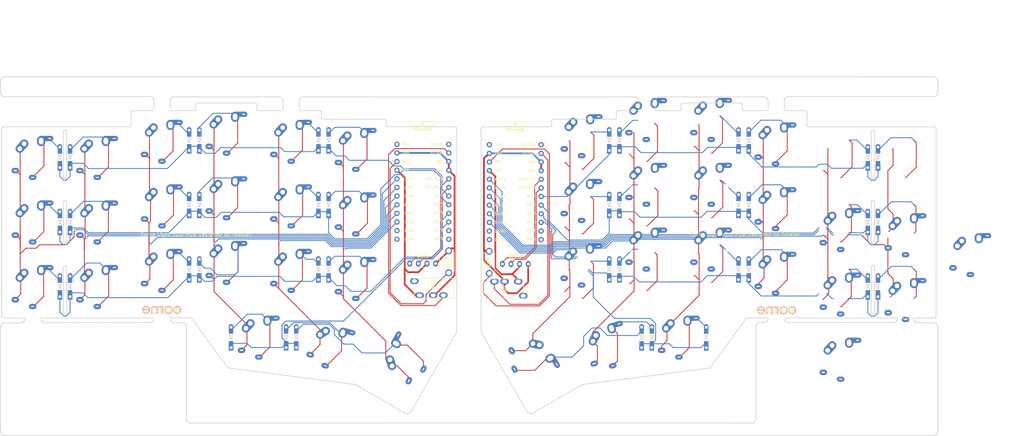
<source format=kicad_pcb>
(kicad_pcb (version 20171130) (host pcbnew "(5.1.9)-1")
  (title_block (title "Corne Light") (date 2020-11-12) (rev 2.0) (company foostan))
  (layers (0 F.Cu signal) (31 B.Cu signal) (34 B.Paste user) (35 F.Paste user) (36 B.SilkS user) (37 F.SilkS user) (38 B.Mask user) (39 F.Mask user) (44 Edge.Cuts user))
  (net 0 "")
  (net 1 row0)
  (net 2 "Net-(D1-Pad2)")
  (net 3 row1)
  (net 4 "Net-(D2-Pad2)")
  (net 5 row2)
  (net 6 "Net-(D3-Pad2)")
  (net 7 row3)
  (net 8 "Net-(D4-Pad2)")
  (net 9 "Net-(D5-Pad2)")
  (net 10 "Net-(D6-Pad2)")
  (net 11 "Net-(D7-Pad2)")
  (net 12 "Net-(D8-Pad2)")
  (net 13 "Net-(D9-Pad2)")
  (net 14 "Net-(D10-Pad2)")
  (net 15 "Net-(D11-Pad2)")
  (net 16 "Net-(D12-Pad2)")
  (net 17 "Net-(D13-Pad2)")
  (net 18 "Net-(D14-Pad2)")
  (net 19 "Net-(D15-Pad2)")
  (net 20 "Net-(D16-Pad2)")
  (net 21 "Net-(D17-Pad2)")
  (net 22 "Net-(D18-Pad2)")
  (net 23 "Net-(D19-Pad2)")
  (net 24 "Net-(D20-Pad2)")
  (net 25 "Net-(D21-Pad2)")
  (net 26 GND)
  (net 27 VCC)
  (net 28 col0)
  (net 29 col1)
  (net 30 col2)
  (net 31 col3)
  (net 32 col4)
  (net 33 col5)
  (net 34 data)
  (net 35 reset)
  (net 36 SCL)
  (net 37 SDA)
  (net 38 "Net-(U1-Pad14)")
  (net 39 "Net-(U1-Pad13)")
  (net 40 "Net-(U1-Pad12)")
  (net 41 "Net-(U1-Pad11)")
  (net 42 "Net-(J1-PadA)")
  (net 43 "Net-(U1-Pad24)")
  (net 44 "Net-(D22-Pad2)")
  (net 45 row0_r)
  (net 46 "Net-(D23-Pad2)")
  (net 47 "Net-(D24-Pad2)")
  (net 48 "Net-(D25-Pad2)")
  (net 49 "Net-(D26-Pad2)")
  (net 50 "Net-(D27-Pad2)")
  (net 51 row1_r)
  (net 52 "Net-(D28-Pad2)")
  (net 53 "Net-(D29-Pad2)")
  (net 54 "Net-(D30-Pad2)")
  (net 55 "Net-(D31-Pad2)")
  (net 56 "Net-(D32-Pad2)")
  (net 57 "Net-(D33-Pad2)")
  (net 58 row2_r)
  (net 59 "Net-(D34-Pad2)")
  (net 60 "Net-(D35-Pad2)")
  (net 61 "Net-(D36-Pad2)")
  (net 62 "Net-(D37-Pad2)")
  (net 63 "Net-(D38-Pad2)")
  (net 64 "Net-(D39-Pad2)")
  (net 65 "Net-(D40-Pad2)")
  (net 66 row3_r)
  (net 67 "Net-(D41-Pad2)")
  (net 68 "Net-(D42-Pad2)")
  (net 69 data_r)
  (net 70 "Net-(J6-PadA)")
  (net 71 SDA_r)
  (net 72 SCL_r)
  (net 73 reset_r)
  (net 74 col0_r)
  (net 75 col1_r)
  (net 76 col2_r)
  (net 77 col3_r)
  (net 78 col4_r)
  (net 79 col5_r)
  (net 80 "Net-(U2-Pad24)")
  (net 81 "Net-(U2-Pad14)")
  (net 82 "Net-(U2-Pad13)")
  (net 83 "Net-(U2-Pad12)")
  (net 84 "Net-(U2-Pad11)")
  (net 85 VDD)
  (net 86 GNDA)
  (net 87 "Net-(U1-Pad1)")
  (net 88 "Net-(U2-Pad1)")
  (module kbd:keyswitch_cherrymx_alps_choc12_1u (layer F.Cu) (at 278.780234 68.676171)
    (fp_text reference SW22 hide)
    (fp_text value SW_PUSH hide)
    (pad 1 thru_hole oval (at -3.8 -2.55 318) (size 2.4 4.4) (drill 1.4 (offset 0 -1)) (layers *.Cu B.Mask) (net 74 col0_r))
    (pad 2 thru_hole oval (at 2.5 -4.8) (size 2.4 2.95) (drill oval 1.4 1.95) (layers *.Cu B.Mask) (net 44 "Net-(D22-Pad2)"))
    (pad 1 thru_hole circle (at -2.5 -4) (size 2.4 2.4) (drill 1.4) (layers *.Cu B.Mask) (net 74 col0_r))
    (pad 2 thru_hole oval (at 5 -5.55 0.5) (size 4.4 1.5) (drill oval 1 0.3 (offset -1.1 0)) (layers *.Cu B.Mask) (net 44 "Net-(D22-Pad2)"))
    (pad 1 thru_hole oval (at -5.1 3.9) (size 2.2 1.6) (drill oval 1 0.4) (layers *.Cu B.Mask) (net 74 col0_r))
    (pad "" np_thru_hole circle (at 0 0 90) (size 4.9 4.9) (drill 4.9) (layers *.Cu))
    (pad "" np_thru_hole circle (at -5.5 0 90) (size 1.8 1.8) (drill 1.8) (layers *.Cu))
    (pad "" np_thru_hole circle (at 5.5 0 90) (size 1.8 1.8) (drill 1.8) (layers *.Cu))
    (pad 2 thru_hole oval (at 0 5.9) (size 2.2 1.5) (drill oval 1 0.3) (layers *.Cu B.Mask) (net 44 "Net-(D22-Pad2)"))
    (pad "" np_thru_hole circle (at 5.08 0) (size 1.7 1.7) (drill 1.7) (layers *.Cu))
    (pad "" np_thru_hole circle (at -5.08 0) (size 1.7 1.7) (drill 1.7) (layers *.Cu))
  )
  (module kbd:keyswitch_cherrymx_alps_choc12_1.5u (layer F.Cu) (at 168.934847 105.295432 300)
    (fp_text reference SW42 hide)
    (fp_text value SW_PUSH hide)
    (pad 1 thru_hole oval (at -3.8 -2.55 258) (size 2.4 4.4) (drill 1.4 (offset 0 -1)) (layers *.Cu B.Mask) (net 79 col5_r))
    (pad 2 thru_hole oval (at 2.5 -4.8 300) (size 2.4 2.95) (drill oval 1.4 1.95) (layers *.Cu B.Mask) (net 68 "Net-(D42-Pad2)"))
    (pad 1 thru_hole circle (at -2.5 -4 300) (size 2.4 2.4) (drill 1.4) (layers *.Cu B.Mask) (net 79 col5_r))
    (pad 2 thru_hole oval (at 5 -5.55 300.5) (size 4.4 1.5) (drill oval 1 0.3 (offset -1.1 0)) (layers *.Cu B.Mask) (net 68 "Net-(D42-Pad2)"))
    (pad 1 thru_hole oval (at -5.1 3.9 300) (size 2.2 1.6) (drill oval 1 0.4) (layers *.Cu B.Mask) (net 79 col5_r))
    (pad "" np_thru_hole circle (at 0 0 30) (size 4.9 4.9) (drill 4.9) (layers *.Cu))
    (pad "" np_thru_hole circle (at -5.5 0 30) (size 1.8 1.8) (drill 1.8) (layers *.Cu))
    (pad "" np_thru_hole circle (at 5.5 0 30) (size 1.8 1.8) (drill 1.8) (layers *.Cu))
    (pad 2 thru_hole oval (at 0 5.9 300) (size 2.2 1.5) (drill oval 1 0.3) (layers *.Cu B.Mask) (net 68 "Net-(D42-Pad2)"))
    (pad "" np_thru_hole circle (at 5.08 0 300) (size 1.7 1.7) (drill 1.7) (layers *.Cu))
    (pad "" np_thru_hole circle (at -5.08 0 300) (size 1.7 1.7) (drill 1.7) (layers *.Cu))
  )
  (module kbd:keyswitch_cherrymx_alps_choc12_1u (layer F.Cu) (at 202.600912 53.819657)
    (fp_text reference SW32 hide)
    (fp_text value SW_PUSH hide)
    (pad 1 thru_hole oval (at -3.8 -2.55 318) (size 2.4 4.4) (drill 1.4 (offset 0 -1)) (layers *.Cu B.Mask) (net 78 col4_r))
    (pad 2 thru_hole oval (at 2.5 -4.8) (size 2.4 2.95) (drill oval 1.4 1.95) (layers *.Cu B.Mask) (net 56 "Net-(D32-Pad2)"))
    (pad 1 thru_hole circle (at -2.5 -4) (size 2.4 2.4) (drill 1.4) (layers *.Cu B.Mask) (net 78 col4_r))
    (pad 2 thru_hole oval (at 5 -5.55 0.5) (size 4.4 1.5) (drill oval 1 0.3 (offset -1.1 0)) (layers *.Cu B.Mask) (net 56 "Net-(D32-Pad2)"))
    (pad 1 thru_hole oval (at -5.1 3.9) (size 2.2 1.6) (drill oval 1 0.4) (layers *.Cu B.Mask) (net 78 col4_r))
    (pad "" np_thru_hole circle (at 0 0 90) (size 4.9 4.9) (drill 4.9) (layers *.Cu))
    (pad "" np_thru_hole circle (at -5.5 0 90) (size 1.8 1.8) (drill 1.8) (layers *.Cu))
    (pad "" np_thru_hole circle (at 5.5 0 90) (size 1.8 1.8) (drill 1.8) (layers *.Cu))
    (pad 2 thru_hole oval (at 0 5.9) (size 2.2 1.5) (drill oval 1 0.3) (layers *.Cu B.Mask) (net 56 "Net-(D32-Pad2)"))
    (pad "" np_thru_hole circle (at 5.08 0) (size 1.7 1.7) (drill 1.7) (layers *.Cu))
    (pad "" np_thru_hole circle (at -5.08 0) (size 1.7 1.7) (drill 1.7) (layers *.Cu))
  )
  (module kbd:keyswitch_cherrymx_alps_choc12_1u (layer F.Cu) (at 183.521767 77.619437)
    (fp_text reference SW39 hide)
    (fp_text value SW_PUSH hide)
    (pad 1 thru_hole oval (at -3.8 -2.55 318) (size 2.4 4.4) (drill 1.4 (offset 0 -1)) (layers *.Cu B.Mask) (net 79 col5_r))
    (pad 2 thru_hole oval (at 2.5 -4.8) (size 2.4 2.95) (drill oval 1.4 1.95) (layers *.Cu B.Mask) (net 64 "Net-(D39-Pad2)"))
    (pad 1 thru_hole circle (at -2.5 -4) (size 2.4 2.4) (drill 1.4) (layers *.Cu B.Mask) (net 79 col5_r))
    (pad 2 thru_hole oval (at 5 -5.55 0.5) (size 4.4 1.5) (drill oval 1 0.3 (offset -1.1 0)) (layers *.Cu B.Mask) (net 64 "Net-(D39-Pad2)"))
    (pad 1 thru_hole oval (at -5.1 3.9) (size 2.2 1.6) (drill oval 1 0.4) (layers *.Cu B.Mask) (net 79 col5_r))
    (pad "" np_thru_hole circle (at 0 0 90) (size 4.9 4.9) (drill 4.9) (layers *.Cu))
    (pad "" np_thru_hole circle (at -5.5 0 90) (size 1.8 1.8) (drill 1.8) (layers *.Cu))
    (pad "" np_thru_hole circle (at 5.5 0 90) (size 1.8 1.8) (drill 1.8) (layers *.Cu))
    (pad 2 thru_hole oval (at 0 5.9) (size 2.2 1.5) (drill oval 1 0.3) (layers *.Cu B.Mask) (net 64 "Net-(D39-Pad2)"))
    (pad "" np_thru_hole circle (at 5.08 0) (size 1.7 1.7) (drill 1.7) (layers *.Cu))
    (pad "" np_thru_hole circle (at -5.08 0) (size 1.7 1.7) (drill 1.7) (layers *.Cu))
  )
  (module kbd:keyswitch_cherrymx_alps_choc12_1u (layer F.Cu) (at 278.780234 87.74849)
    (fp_text reference SW28 hide)
    (fp_text value SW_PUSH hide)
    (pad 1 thru_hole oval (at -3.8 -2.55 318) (size 2.4 4.4) (drill 1.4 (offset 0 -1)) (layers *.Cu B.Mask) (net 74 col0_r))
    (pad 2 thru_hole oval (at 2.5 -4.8) (size 2.4 2.95) (drill oval 1.4 1.95) (layers *.Cu B.Mask) (net 52 "Net-(D28-Pad2)"))
    (pad 1 thru_hole circle (at -2.5 -4) (size 2.4 2.4) (drill 1.4) (layers *.Cu B.Mask) (net 74 col0_r))
    (pad 2 thru_hole oval (at 5 -5.55 0.5) (size 4.4 1.5) (drill oval 1 0.3 (offset -1.1 0)) (layers *.Cu B.Mask) (net 52 "Net-(D28-Pad2)"))
    (pad 1 thru_hole oval (at -5.1 3.9) (size 2.2 1.6) (drill oval 1 0.4) (layers *.Cu B.Mask) (net 74 col0_r))
    (pad "" np_thru_hole circle (at 0 0 90) (size 4.9 4.9) (drill 4.9) (layers *.Cu))
    (pad "" np_thru_hole circle (at -5.5 0 90) (size 1.8 1.8) (drill 1.8) (layers *.Cu))
    (pad "" np_thru_hole circle (at 5.5 0 90) (size 1.8 1.8) (drill 1.8) (layers *.Cu))
    (pad 2 thru_hole oval (at 0 5.9) (size 2.2 1.5) (drill oval 1 0.3) (layers *.Cu B.Mask) (net 52 "Net-(D28-Pad2)"))
    (pad "" np_thru_hole circle (at 5.08 0) (size 1.7 1.7) (drill 1.7) (layers *.Cu))
    (pad "" np_thru_hole circle (at -5.08 0) (size 1.7 1.7) (drill 1.7) (layers *.Cu))
  )
  (module kbd:keyswitch_cherrymx_alps_choc12_1u (layer F.Cu) (at 259.707915 67.142718)
    (fp_text reference SW23 hide)
    (fp_text value SW_PUSH hide)
    (pad 1 thru_hole oval (at -3.8 -2.55 318) (size 2.4 4.4) (drill 1.4 (offset 0 -1)) (layers *.Cu B.Mask) (net 75 col1_r))
    (pad 2 thru_hole oval (at 2.5 -4.8) (size 2.4 2.95) (drill oval 1.4 1.95) (layers *.Cu B.Mask) (net 46 "Net-(D23-Pad2)"))
    (pad 1 thru_hole circle (at -2.5 -4) (size 2.4 2.4) (drill 1.4) (layers *.Cu B.Mask) (net 75 col1_r))
    (pad 2 thru_hole oval (at 5 -5.55 0.5) (size 4.4 1.5) (drill oval 1 0.3 (offset -1.1 0)) (layers *.Cu B.Mask) (net 46 "Net-(D23-Pad2)"))
    (pad 1 thru_hole oval (at -5.1 3.9) (size 2.2 1.6) (drill oval 1 0.4) (layers *.Cu B.Mask) (net 75 col1_r))
    (pad "" np_thru_hole circle (at 0 0 90) (size 4.9 4.9) (drill 4.9) (layers *.Cu))
    (pad "" np_thru_hole circle (at -5.5 0 90) (size 1.8 1.8) (drill 1.8) (layers *.Cu))
    (pad "" np_thru_hole circle (at 5.5 0 90) (size 1.8 1.8) (drill 1.8) (layers *.Cu))
    (pad 2 thru_hole oval (at 0 5.9) (size 2.2 1.5) (drill oval 1 0.3) (layers *.Cu B.Mask) (net 46 "Net-(D23-Pad2)"))
    (pad "" np_thru_hole circle (at 5.08 0) (size 1.7 1.7) (drill 1.7) (layers *.Cu))
    (pad "" np_thru_hole circle (at -5.08 0) (size 1.7 1.7) (drill 1.7) (layers *.Cu))
  )
  (module kbd:keyswitch_cherrymx_alps_choc12_1u (layer F.Cu) (at 202.568597 34.757659)
    (fp_text reference SW26 hide)
    (fp_text value SW_PUSH hide)
    (pad 1 thru_hole oval (at -3.8 -2.55 318) (size 2.4 4.4) (drill 1.4 (offset 0 -1)) (layers *.Cu B.Mask) (net 78 col4_r))
    (pad 2 thru_hole oval (at 2.5 -4.8) (size 2.4 2.95) (drill oval 1.4 1.95) (layers *.Cu B.Mask) (net 49 "Net-(D26-Pad2)"))
    (pad 1 thru_hole circle (at -2.5 -4) (size 2.4 2.4) (drill 1.4) (layers *.Cu B.Mask) (net 78 col4_r))
    (pad 2 thru_hole oval (at 5 -5.55 0.5) (size 4.4 1.5) (drill oval 1 0.3 (offset -1.1 0)) (layers *.Cu B.Mask) (net 49 "Net-(D26-Pad2)"))
    (pad 1 thru_hole oval (at -5.1 3.9) (size 2.2 1.6) (drill oval 1 0.4) (layers *.Cu B.Mask) (net 78 col4_r))
    (pad "" np_thru_hole circle (at 0 0 90) (size 4.9 4.9) (drill 4.9) (layers *.Cu))
    (pad "" np_thru_hole circle (at -5.5 0 90) (size 1.8 1.8) (drill 1.8) (layers *.Cu))
    (pad "" np_thru_hole circle (at 5.5 0 90) (size 1.8 1.8) (drill 1.8) (layers *.Cu))
    (pad 2 thru_hole oval (at 0 5.9) (size 2.2 1.5) (drill oval 1 0.3) (layers *.Cu B.Mask) (net 49 "Net-(D26-Pad2)"))
    (pad "" np_thru_hole circle (at 5.08 0) (size 1.7 1.7) (drill 1.7) (layers *.Cu))
    (pad "" np_thru_hole circle (at -5.08 0) (size 1.7 1.7) (drill 1.7) (layers *.Cu))
  )
  (module kbd:keyswitch_cherrymx_alps_choc12_1u (layer F.Cu) (at 183.573372 39.532956)
    (fp_text reference SW27 hide)
    (fp_text value SW_PUSH hide)
    (pad 1 thru_hole oval (at -3.8 -2.55 318) (size 2.4 4.4) (drill 1.4 (offset 0 -1)) (layers *.Cu B.Mask) (net 79 col5_r))
    (pad 2 thru_hole oval (at 2.5 -4.8) (size 2.4 2.95) (drill oval 1.4 1.95) (layers *.Cu B.Mask) (net 50 "Net-(D27-Pad2)"))
    (pad 1 thru_hole circle (at -2.5 -4) (size 2.4 2.4) (drill 1.4) (layers *.Cu B.Mask) (net 79 col5_r))
    (pad 2 thru_hole oval (at 5 -5.55 0.5) (size 4.4 1.5) (drill oval 1 0.3 (offset -1.1 0)) (layers *.Cu B.Mask) (net 50 "Net-(D27-Pad2)"))
    (pad 1 thru_hole oval (at -5.1 3.9) (size 2.2 1.6) (drill oval 1 0.4) (layers *.Cu B.Mask) (net 79 col5_r))
    (pad "" np_thru_hole circle (at 0 0 90) (size 4.9 4.9) (drill 4.9) (layers *.Cu))
    (pad "" np_thru_hole circle (at -5.5 0 90) (size 1.8 1.8) (drill 1.8) (layers *.Cu))
    (pad "" np_thru_hole circle (at 5.5 0 90) (size 1.8 1.8) (drill 1.8) (layers *.Cu))
    (pad 2 thru_hole oval (at 0 5.9) (size 2.2 1.5) (drill oval 1 0.3) (layers *.Cu B.Mask) (net 50 "Net-(D27-Pad2)"))
    (pad "" np_thru_hole circle (at 5.08 0) (size 1.7 1.7) (drill 1.7) (layers *.Cu))
    (pad "" np_thru_hole circle (at -5.08 0) (size 1.7 1.7) (drill 1.7) (layers *.Cu))
  )
  (module kbd:keyswitch_cherrymx_alps_choc12_1u (layer F.Cu) (at 183.538489 58.57897)
    (fp_text reference SW33 hide)
    (fp_text value SW_PUSH hide)
    (pad 1 thru_hole oval (at -3.8 -2.55 318) (size 2.4 4.4) (drill 1.4 (offset 0 -1)) (layers *.Cu B.Mask) (net 79 col5_r))
    (pad 2 thru_hole oval (at 2.5 -4.8) (size 2.4 2.95) (drill oval 1.4 1.95) (layers *.Cu B.Mask) (net 57 "Net-(D33-Pad2)"))
    (pad 1 thru_hole circle (at -2.5 -4) (size 2.4 2.4) (drill 1.4) (layers *.Cu B.Mask) (net 79 col5_r))
    (pad 2 thru_hole oval (at 5 -5.55 0.5) (size 4.4 1.5) (drill oval 1 0.3 (offset -1.1 0)) (layers *.Cu B.Mask) (net 57 "Net-(D33-Pad2)"))
    (pad 1 thru_hole oval (at -5.1 3.9) (size 2.2 1.6) (drill oval 1 0.4) (layers *.Cu B.Mask) (net 79 col5_r))
    (pad "" np_thru_hole circle (at 0 0 90) (size 4.9 4.9) (drill 4.9) (layers *.Cu))
    (pad "" np_thru_hole circle (at -5.5 0 90) (size 1.8 1.8) (drill 1.8) (layers *.Cu))
    (pad "" np_thru_hole circle (at 5.5 0 90) (size 1.8 1.8) (drill 1.8) (layers *.Cu))
    (pad 2 thru_hole oval (at 0 5.9) (size 2.2 1.5) (drill oval 1 0.3) (layers *.Cu B.Mask) (net 57 "Net-(D33-Pad2)"))
    (pad "" np_thru_hole circle (at 5.08 0) (size 1.7 1.7) (drill 1.7) (layers *.Cu))
    (pad "" np_thru_hole circle (at -5.08 0) (size 1.7 1.7) (drill 1.7) (layers *.Cu))
  )
  (module kbd:keyswitch_cherrymx_alps_choc12_1u (layer F.Cu) (at 191.184847 101.545432 15)
    (fp_text reference SW41 hide)
    (fp_text value SW_PUSH hide)
    (pad 1 thru_hole oval (at -3.8 -2.55 333) (size 2.4 4.4) (drill 1.4 (offset 0 -1)) (layers *.Cu B.Mask) (net 78 col4_r))
    (pad 2 thru_hole oval (at 2.5 -4.8 15) (size 2.4 2.95) (drill oval 1.4 1.95) (layers *.Cu B.Mask) (net 67 "Net-(D41-Pad2)"))
    (pad 1 thru_hole circle (at -2.5 -4 15) (size 2.4 2.4) (drill 1.4) (layers *.Cu B.Mask) (net 78 col4_r))
    (pad 2 thru_hole oval (at 5 -5.55 15.5) (size 4.4 1.5) (drill oval 1 0.3 (offset -1.1 0)) (layers *.Cu B.Mask) (net 67 "Net-(D41-Pad2)"))
    (pad 1 thru_hole oval (at -5.1 3.9 15) (size 2.2 1.6) (drill oval 1 0.4) (layers *.Cu B.Mask) (net 78 col4_r))
    (pad "" np_thru_hole circle (at 0 0 105) (size 4.9 4.9) (drill 4.9) (layers *.Cu))
    (pad "" np_thru_hole circle (at -5.5 0 105) (size 1.8 1.8) (drill 1.8) (layers *.Cu))
    (pad "" np_thru_hole circle (at 5.5 0 105) (size 1.8 1.8) (drill 1.8) (layers *.Cu))
    (pad 2 thru_hole oval (at 0 5.9 15) (size 2.2 1.5) (drill oval 1 0.3) (layers *.Cu B.Mask) (net 67 "Net-(D41-Pad2)"))
    (pad "" np_thru_hole circle (at 5.08 0 15) (size 1.7 1.7) (drill 1.7) (layers *.Cu))
    (pad "" np_thru_hole circle (at -5.08 0 15) (size 1.7 1.7) (drill 1.7) (layers *.Cu))
  )
  (module kbd:keyswitch_cherrymx_alps_choc12_1u (layer F.Cu) (at 221.666592 72.885337)
    (fp_text reference SW37 hide)
    (fp_text value SW_PUSH hide)
    (pad 1 thru_hole oval (at -3.8 -2.55 318) (size 2.4 4.4) (drill 1.4 (offset 0 -1)) (layers *.Cu B.Mask) (net 77 col3_r))
    (pad 2 thru_hole oval (at 2.5 -4.8) (size 2.4 2.95) (drill oval 1.4 1.95) (layers *.Cu B.Mask) (net 62 "Net-(D37-Pad2)"))
    (pad 1 thru_hole circle (at -2.5 -4) (size 2.4 2.4) (drill 1.4) (layers *.Cu B.Mask) (net 77 col3_r))
    (pad 2 thru_hole oval (at 5 -5.55 0.5) (size 4.4 1.5) (drill oval 1 0.3 (offset -1.1 0)) (layers *.Cu B.Mask) (net 62 "Net-(D37-Pad2)"))
    (pad 1 thru_hole oval (at -5.1 3.9) (size 2.2 1.6) (drill oval 1 0.4) (layers *.Cu B.Mask) (net 77 col3_r))
    (pad "" np_thru_hole circle (at 0 0 90) (size 4.9 4.9) (drill 4.9) (layers *.Cu))
    (pad "" np_thru_hole circle (at -5.5 0 90) (size 1.8 1.8) (drill 1.8) (layers *.Cu))
    (pad "" np_thru_hole circle (at 5.5 0 90) (size 1.8 1.8) (drill 1.8) (layers *.Cu))
    (pad 2 thru_hole oval (at 0 5.9) (size 2.2 1.5) (drill oval 1 0.3) (layers *.Cu B.Mask) (net 62 "Net-(D37-Pad2)"))
    (pad "" np_thru_hole circle (at 5.08 0) (size 1.7 1.7) (drill 1.7) (layers *.Cu))
    (pad "" np_thru_hole circle (at -5.08 0) (size 1.7 1.7) (drill 1.7) (layers *.Cu))
  )
  (module kbd:Breakaway_Tabs (layer F.Cu) (at 240.8275 93.39)
    (fp_text reference J5)
    (fp_text value Breakaway_Tabs)
    (pad "" np_thru_hole circle (at -1.1875 0) (size 0.3 0.3) (drill 0.3) (layers *.Cu *.Mask))
    (pad "" np_thru_hole circle (at -2.375 0) (size 0.3 0.3) (drill 0.3) (layers *.Cu *.Mask))
    (pad "" np_thru_hole circle (at -0.59375 0) (size 0.3 0.3) (drill 0.3) (layers *.Cu *.Mask))
    (pad "" np_thru_hole circle (at -1.78125 0) (size 0.3 0.3) (drill 0.3) (layers *.Cu *.Mask))
    (pad "" np_thru_hole circle (at 2.375 0) (size 0.3 0.3) (drill 0.3) (layers *.Cu *.Mask))
    (pad "" np_thru_hole circle (at 1.78125 0) (size 0.3 0.3) (drill 0.3) (layers *.Cu *.Mask))
    (pad "" np_thru_hole circle (at 1.1875 0) (size 0.3 0.3) (drill 0.3) (layers *.Cu *.Mask))
    (pad "" np_thru_hole circle (at 0.59375 0) (size 0.3 0.3) (drill 0.3) (layers *.Cu *.Mask))
    (pad "" np_thru_hole circle (at 0 0) (size 0.3 0.3) (drill 0.3) (layers *.Cu *.Mask))
  )
  (module kbd:Breakaway_Tabs (layer F.Cu) (at 278.8275 93.39)
    (fp_text reference J5)
    (fp_text value Breakaway_Tabs)
    (pad "" np_thru_hole circle (at -1.1875 0) (size 0.3 0.3) (drill 0.3) (layers *.Cu *.Mask))
    (pad "" np_thru_hole circle (at -2.375 0) (size 0.3 0.3) (drill 0.3) (layers *.Cu *.Mask))
    (pad "" np_thru_hole circle (at -0.59375 0) (size 0.3 0.3) (drill 0.3) (layers *.Cu *.Mask))
    (pad "" np_thru_hole circle (at -1.78125 0) (size 0.3 0.3) (drill 0.3) (layers *.Cu *.Mask))
    (pad "" np_thru_hole circle (at 2.375 0) (size 0.3 0.3) (drill 0.3) (layers *.Cu *.Mask))
    (pad "" np_thru_hole circle (at 1.78125 0) (size 0.3 0.3) (drill 0.3) (layers *.Cu *.Mask))
    (pad "" np_thru_hole circle (at 1.1875 0) (size 0.3 0.3) (drill 0.3) (layers *.Cu *.Mask))
    (pad "" np_thru_hole circle (at 0.59375 0) (size 0.3 0.3) (drill 0.3) (layers *.Cu *.Mask))
    (pad "" np_thru_hole circle (at 0 0) (size 0.3 0.3) (drill 0.3) (layers *.Cu *.Mask))
  )
  (module kbd:Breakaway_Tabs (layer F.Cu) (at 240.7975 31.97)
    (fp_text reference J5)
    (fp_text value Breakaway_Tabs)
    (pad "" np_thru_hole circle (at -1.1875 0) (size 0.3 0.3) (drill 0.3) (layers *.Cu *.Mask))
    (pad "" np_thru_hole circle (at -2.375 0) (size 0.3 0.3) (drill 0.3) (layers *.Cu *.Mask))
    (pad "" np_thru_hole circle (at -0.59375 0) (size 0.3 0.3) (drill 0.3) (layers *.Cu *.Mask))
    (pad "" np_thru_hole circle (at -1.78125 0) (size 0.3 0.3) (drill 0.3) (layers *.Cu *.Mask))
    (pad "" np_thru_hole circle (at 2.375 0) (size 0.3 0.3) (drill 0.3) (layers *.Cu *.Mask))
    (pad "" np_thru_hole circle (at 1.78125 0) (size 0.3 0.3) (drill 0.3) (layers *.Cu *.Mask))
    (pad "" np_thru_hole circle (at 1.1875 0) (size 0.3 0.3) (drill 0.3) (layers *.Cu *.Mask))
    (pad "" np_thru_hole circle (at 0.59375 0) (size 0.3 0.3) (drill 0.3) (layers *.Cu *.Mask))
    (pad "" np_thru_hole circle (at 0 0) (size 0.3 0.3) (drill 0.3) (layers *.Cu *.Mask))
  )
  (module kbd:Breakaway_Tabs (layer F.Cu) (at 202.7775 31.98)
    (fp_text reference J5)
    (fp_text value Breakaway_Tabs)
    (pad "" np_thru_hole circle (at -1.1875 0) (size 0.3 0.3) (drill 0.3) (layers *.Cu *.Mask))
    (pad "" np_thru_hole circle (at -2.375 0) (size 0.3 0.3) (drill 0.3) (layers *.Cu *.Mask))
    (pad "" np_thru_hole circle (at -0.59375 0) (size 0.3 0.3) (drill 0.3) (layers *.Cu *.Mask))
    (pad "" np_thru_hole circle (at -1.78125 0) (size 0.3 0.3) (drill 0.3) (layers *.Cu *.Mask))
    (pad "" np_thru_hole circle (at 2.375 0) (size 0.3 0.3) (drill 0.3) (layers *.Cu *.Mask))
    (pad "" np_thru_hole circle (at 1.78125 0) (size 0.3 0.3) (drill 0.3) (layers *.Cu *.Mask))
    (pad "" np_thru_hole circle (at 1.1875 0) (size 0.3 0.3) (drill 0.3) (layers *.Cu *.Mask))
    (pad "" np_thru_hole circle (at 0.59375 0) (size 0.3 0.3) (drill 0.3) (layers *.Cu *.Mask))
    (pad "" np_thru_hole circle (at 0 0) (size 0.3 0.3) (drill 0.3) (layers *.Cu *.Mask))
  )
  (module kbd:keyswitch_cherrymx_alps_choc12_1u (layer F.Cu) (at 212.184847 98.795432)
    (fp_text reference SW40 hide)
    (fp_text value SW_PUSH hide)
    (pad 1 thru_hole oval (at -3.8 -2.55 318) (size 2.4 4.4) (drill 1.4 (offset 0 -1)) (layers *.Cu B.Mask) (net 77 col3_r))
    (pad 2 thru_hole oval (at 2.5 -4.8) (size 2.4 2.95) (drill oval 1.4 1.95) (layers *.Cu B.Mask) (net 65 "Net-(D40-Pad2)"))
    (pad 1 thru_hole circle (at -2.5 -4) (size 2.4 2.4) (drill 1.4) (layers *.Cu B.Mask) (net 77 col3_r))
    (pad 2 thru_hole oval (at 5 -5.55 0.5) (size 4.4 1.5) (drill oval 1 0.3 (offset -1.1 0)) (layers *.Cu B.Mask) (net 65 "Net-(D40-Pad2)"))
    (pad 1 thru_hole oval (at -5.1 3.9) (size 2.2 1.6) (drill oval 1 0.4) (layers *.Cu B.Mask) (net 77 col3_r))
    (pad "" np_thru_hole circle (at 0 0 90) (size 4.9 4.9) (drill 4.9) (layers *.Cu))
    (pad "" np_thru_hole circle (at -5.5 0 90) (size 1.8 1.8) (drill 1.8) (layers *.Cu))
    (pad "" np_thru_hole circle (at 5.5 0 90) (size 1.8 1.8) (drill 1.8) (layers *.Cu))
    (pad 2 thru_hole oval (at 0 5.9) (size 2.2 1.5) (drill oval 1 0.3) (layers *.Cu B.Mask) (net 65 "Net-(D40-Pad2)"))
    (pad "" np_thru_hole circle (at 5.08 0) (size 1.7 1.7) (drill 1.7) (layers *.Cu))
    (pad "" np_thru_hole circle (at -5.08 0) (size 1.7 1.7) (drill 1.7) (layers *.Cu))
  )
  (module kbd:keyswitch_cherrymx_alps_choc12_1u (layer F.Cu) (at 202.600912 72.885337)
    (fp_text reference SW38 hide)
    (fp_text value SW_PUSH hide)
    (pad 1 thru_hole oval (at -3.8 -2.55 318) (size 2.4 4.4) (drill 1.4 (offset 0 -1)) (layers *.Cu B.Mask) (net 78 col4_r))
    (pad 2 thru_hole oval (at 2.5 -4.8) (size 2.4 2.95) (drill oval 1.4 1.95) (layers *.Cu B.Mask) (net 63 "Net-(D38-Pad2)"))
    (pad 1 thru_hole circle (at -2.5 -4) (size 2.4 2.4) (drill 1.4) (layers *.Cu B.Mask) (net 78 col4_r))
    (pad 2 thru_hole oval (at 5 -5.55 0.5) (size 4.4 1.5) (drill oval 1 0.3 (offset -1.1 0)) (layers *.Cu B.Mask) (net 63 "Net-(D38-Pad2)"))
    (pad 1 thru_hole oval (at -5.1 3.9) (size 2.2 1.6) (drill oval 1 0.4) (layers *.Cu B.Mask) (net 78 col4_r))
    (pad "" np_thru_hole circle (at 0 0 90) (size 4.9 4.9) (drill 4.9) (layers *.Cu))
    (pad "" np_thru_hole circle (at -5.5 0 90) (size 1.8 1.8) (drill 1.8) (layers *.Cu))
    (pad "" np_thru_hole circle (at 5.5 0 90) (size 1.8 1.8) (drill 1.8) (layers *.Cu))
    (pad 2 thru_hole oval (at 0 5.9) (size 2.2 1.5) (drill oval 1 0.3) (layers *.Cu B.Mask) (net 63 "Net-(D38-Pad2)"))
    (pad "" np_thru_hole circle (at 5.08 0) (size 1.7 1.7) (drill 1.7) (layers *.Cu))
    (pad "" np_thru_hole circle (at -5.08 0) (size 1.7 1.7) (drill 1.7) (layers *.Cu))
  )
  (module kbd:keyswitch_cherrymx_alps_choc12_1u (layer F.Cu) (at 240.570699 79.994574)
    (fp_text reference SW36 hide)
    (fp_text value SW_PUSH hide)
    (pad 1 thru_hole oval (at -3.8 -2.55 318) (size 2.4 4.4) (drill 1.4 (offset 0 -1)) (layers *.Cu B.Mask) (net 76 col2_r))
    (pad 2 thru_hole oval (at 2.5 -4.8) (size 2.4 2.95) (drill oval 1.4 1.95) (layers *.Cu B.Mask) (net 61 "Net-(D36-Pad2)"))
    (pad 1 thru_hole circle (at -2.5 -4) (size 2.4 2.4) (drill 1.4) (layers *.Cu B.Mask) (net 76 col2_r))
    (pad 2 thru_hole oval (at 5 -5.55 0.5) (size 4.4 1.5) (drill oval 1 0.3 (offset -1.1 0)) (layers *.Cu B.Mask) (net 61 "Net-(D36-Pad2)"))
    (pad 1 thru_hole oval (at -5.1 3.9) (size 2.2 1.6) (drill oval 1 0.4) (layers *.Cu B.Mask) (net 76 col2_r))
    (pad "" np_thru_hole circle (at 0 0 90) (size 4.9 4.9) (drill 4.9) (layers *.Cu))
    (pad "" np_thru_hole circle (at -5.5 0 90) (size 1.8 1.8) (drill 1.8) (layers *.Cu))
    (pad "" np_thru_hole circle (at 5.5 0 90) (size 1.8 1.8) (drill 1.8) (layers *.Cu))
    (pad 2 thru_hole oval (at 0 5.9) (size 2.2 1.5) (drill oval 1 0.3) (layers *.Cu B.Mask) (net 61 "Net-(D36-Pad2)"))
    (pad "" np_thru_hole circle (at 5.08 0) (size 1.7 1.7) (drill 1.7) (layers *.Cu))
    (pad "" np_thru_hole circle (at -5.08 0) (size 1.7 1.7) (drill 1.7) (layers *.Cu))
  )
  (module kbd:keyswitch_cherrymx_alps_choc12_1u (layer F.Cu) (at 259.69258 105.294919)
    (fp_text reference SW35 hide)
    (fp_text value SW_PUSH hide)
    (pad 1 thru_hole oval (at -3.8 -2.55 318) (size 2.4 4.4) (drill 1.4 (offset 0 -1)) (layers *.Cu B.Mask) (net 75 col1_r))
    (pad 2 thru_hole oval (at 2.5 -4.8) (size 2.4 2.95) (drill oval 1.4 1.95) (layers *.Cu B.Mask) (net 60 "Net-(D35-Pad2)"))
    (pad 1 thru_hole circle (at -2.5 -4) (size 2.4 2.4) (drill 1.4) (layers *.Cu B.Mask) (net 75 col1_r))
    (pad 2 thru_hole oval (at 5 -5.55 0.5) (size 4.4 1.5) (drill oval 1 0.3 (offset -1.1 0)) (layers *.Cu B.Mask) (net 60 "Net-(D35-Pad2)"))
    (pad 1 thru_hole oval (at -5.1 3.9) (size 2.2 1.6) (drill oval 1 0.4) (layers *.Cu B.Mask) (net 75 col1_r))
    (pad "" np_thru_hole circle (at 0 0 90) (size 4.9 4.9) (drill 4.9) (layers *.Cu))
    (pad "" np_thru_hole circle (at -5.5 0 90) (size 1.8 1.8) (drill 1.8) (layers *.Cu))
    (pad "" np_thru_hole circle (at 5.5 0 90) (size 1.8 1.8) (drill 1.8) (layers *.Cu))
    (pad 2 thru_hole oval (at 0 5.9) (size 2.2 1.5) (drill oval 1 0.3) (layers *.Cu B.Mask) (net 60 "Net-(D35-Pad2)"))
    (pad "" np_thru_hole circle (at 5.08 0) (size 1.7 1.7) (drill 1.7) (layers *.Cu))
    (pad "" np_thru_hole circle (at -5.08 0) (size 1.7 1.7) (drill 1.7) (layers *.Cu))
  )
  (module kbd:keyswitch_cherrymx_alps_choc12_1u (layer F.Cu) (at 297.830234 74.529681)
    (fp_text reference SW34 hide)
    (fp_text value SW_PUSH hide)
    (pad 1 thru_hole oval (at -3.8 -2.55 318) (size 2.4 4.4) (drill 1.4 (offset 0 -1)) (layers *.Cu B.Mask) (net 74 col0_r))
    (pad 2 thru_hole oval (at 2.5 -4.8) (size 2.4 2.95) (drill oval 1.4 1.95) (layers *.Cu B.Mask) (net 59 "Net-(D34-Pad2)"))
    (pad 1 thru_hole circle (at -2.5 -4) (size 2.4 2.4) (drill 1.4) (layers *.Cu B.Mask) (net 74 col0_r))
    (pad 2 thru_hole oval (at 5 -5.55 0.5) (size 4.4 1.5) (drill oval 1 0.3 (offset -1.1 0)) (layers *.Cu B.Mask) (net 59 "Net-(D34-Pad2)"))
    (pad 1 thru_hole oval (at -5.1 3.9) (size 2.2 1.6) (drill oval 1 0.4) (layers *.Cu B.Mask) (net 74 col0_r))
    (pad "" np_thru_hole circle (at 0 0 90) (size 4.9 4.9) (drill 4.9) (layers *.Cu))
    (pad "" np_thru_hole circle (at -5.5 0 90) (size 1.8 1.8) (drill 1.8) (layers *.Cu))
    (pad "" np_thru_hole circle (at 5.5 0 90) (size 1.8 1.8) (drill 1.8) (layers *.Cu))
    (pad 2 thru_hole oval (at 0 5.9) (size 2.2 1.5) (drill oval 1 0.3) (layers *.Cu B.Mask) (net 59 "Net-(D34-Pad2)"))
    (pad "" np_thru_hole circle (at 5.08 0) (size 1.7 1.7) (drill 1.7) (layers *.Cu))
    (pad "" np_thru_hole circle (at -5.08 0) (size 1.7 1.7) (drill 1.7) (layers *.Cu))
  )
  (module kbd:keyswitch_cherrymx_alps_choc12_1u (layer F.Cu) (at 221.666592 53.819657)
    (fp_text reference SW31 hide)
    (fp_text value SW_PUSH hide)
    (pad 1 thru_hole oval (at -3.8 -2.55 318) (size 2.4 4.4) (drill 1.4 (offset 0 -1)) (layers *.Cu B.Mask) (net 77 col3_r))
    (pad 2 thru_hole oval (at 2.5 -4.8) (size 2.4 2.95) (drill oval 1.4 1.95) (layers *.Cu B.Mask) (net 55 "Net-(D31-Pad2)"))
    (pad 1 thru_hole circle (at -2.5 -4) (size 2.4 2.4) (drill 1.4) (layers *.Cu B.Mask) (net 77 col3_r))
    (pad 2 thru_hole oval (at 5 -5.55 0.5) (size 4.4 1.5) (drill oval 1 0.3 (offset -1.1 0)) (layers *.Cu B.Mask) (net 55 "Net-(D31-Pad2)"))
    (pad 1 thru_hole oval (at -5.1 3.9) (size 2.2 1.6) (drill oval 1 0.4) (layers *.Cu B.Mask) (net 77 col3_r))
    (pad "" np_thru_hole circle (at 0 0 90) (size 4.9 4.9) (drill 4.9) (layers *.Cu))
    (pad "" np_thru_hole circle (at -5.5 0 90) (size 1.8 1.8) (drill 1.8) (layers *.Cu))
    (pad "" np_thru_hole circle (at 5.5 0 90) (size 1.8 1.8) (drill 1.8) (layers *.Cu))
    (pad 2 thru_hole oval (at 0 5.9) (size 2.2 1.5) (drill oval 1 0.3) (layers *.Cu B.Mask) (net 55 "Net-(D31-Pad2)"))
    (pad "" np_thru_hole circle (at 5.08 0) (size 1.7 1.7) (drill 1.7) (layers *.Cu))
    (pad "" np_thru_hole circle (at -5.08 0) (size 1.7 1.7) (drill 1.7) (layers *.Cu))
  )
  (module kbd:keyswitch_cherrymx_alps_choc12_1u (layer F.Cu) (at 240.570699 61.009681)
    (fp_text reference SW30 hide)
    (fp_text value SW_PUSH hide)
    (pad 1 thru_hole oval (at -3.8 -2.55 318) (size 2.4 4.4) (drill 1.4 (offset 0 -1)) (layers *.Cu B.Mask) (net 76 col2_r))
    (pad 2 thru_hole oval (at 2.5 -4.8) (size 2.4 2.95) (drill oval 1.4 1.95) (layers *.Cu B.Mask) (net 54 "Net-(D30-Pad2)"))
    (pad 1 thru_hole circle (at -2.5 -4) (size 2.4 2.4) (drill 1.4) (layers *.Cu B.Mask) (net 76 col2_r))
    (pad 2 thru_hole oval (at 5 -5.55 0.5) (size 4.4 1.5) (drill oval 1 0.3 (offset -1.1 0)) (layers *.Cu B.Mask) (net 54 "Net-(D30-Pad2)"))
    (pad 1 thru_hole oval (at -5.1 3.9) (size 2.2 1.6) (drill oval 1 0.4) (layers *.Cu B.Mask) (net 76 col2_r))
    (pad "" np_thru_hole circle (at 0 0 90) (size 4.9 4.9) (drill 4.9) (layers *.Cu))
    (pad "" np_thru_hole circle (at -5.5 0 90) (size 1.8 1.8) (drill 1.8) (layers *.Cu))
    (pad "" np_thru_hole circle (at 5.5 0 90) (size 1.8 1.8) (drill 1.8) (layers *.Cu))
    (pad 2 thru_hole oval (at 0 5.9) (size 2.2 1.5) (drill oval 1 0.3) (layers *.Cu B.Mask) (net 54 "Net-(D30-Pad2)"))
    (pad "" np_thru_hole circle (at 5.08 0) (size 1.7 1.7) (drill 1.7) (layers *.Cu))
    (pad "" np_thru_hole circle (at -5.08 0) (size 1.7 1.7) (drill 1.7) (layers *.Cu))
  )
  (module kbd:keyswitch_cherrymx_alps_choc12_1u (layer F.Cu) (at 259.685596 86.126417)
    (fp_text reference SW29 hide)
    (fp_text value SW_PUSH hide)
    (pad 1 thru_hole oval (at -3.8 -2.55 318) (size 2.4 4.4) (drill 1.4 (offset 0 -1)) (layers *.Cu B.Mask) (net 75 col1_r))
    (pad 2 thru_hole oval (at 2.5 -4.8) (size 2.4 2.95) (drill oval 1.4 1.95) (layers *.Cu B.Mask) (net 53 "Net-(D29-Pad2)"))
    (pad 1 thru_hole circle (at -2.5 -4) (size 2.4 2.4) (drill 1.4) (layers *.Cu B.Mask) (net 75 col1_r))
    (pad 2 thru_hole oval (at 5 -5.55 0.5) (size 4.4 1.5) (drill oval 1 0.3 (offset -1.1 0)) (layers *.Cu B.Mask) (net 53 "Net-(D29-Pad2)"))
    (pad 1 thru_hole oval (at -5.1 3.9) (size 2.2 1.6) (drill oval 1 0.4) (layers *.Cu B.Mask) (net 75 col1_r))
    (pad "" np_thru_hole circle (at 0 0 90) (size 4.9 4.9) (drill 4.9) (layers *.Cu))
    (pad "" np_thru_hole circle (at -5.5 0 90) (size 1.8 1.8) (drill 1.8) (layers *.Cu))
    (pad "" np_thru_hole circle (at 5.5 0 90) (size 1.8 1.8) (drill 1.8) (layers *.Cu))
    (pad 2 thru_hole oval (at 0 5.9) (size 2.2 1.5) (drill oval 1 0.3) (layers *.Cu B.Mask) (net 53 "Net-(D29-Pad2)"))
    (pad "" np_thru_hole circle (at 5.08 0) (size 1.7 1.7) (drill 1.7) (layers *.Cu))
    (pad "" np_thru_hole circle (at -5.08 0) (size 1.7 1.7) (drill 1.7) (layers *.Cu))
  )
  (module kbd:keyswitch_cherrymx_alps_choc12_1u (layer F.Cu) (at 221.666592 34.753977)
    (fp_text reference SW25 hide)
    (fp_text value SW_PUSH hide)
    (pad 1 thru_hole oval (at -3.8 -2.55 318) (size 2.4 4.4) (drill 1.4 (offset 0 -1)) (layers *.Cu B.Mask) (net 77 col3_r))
    (pad 2 thru_hole oval (at 2.5 -4.8) (size 2.4 2.95) (drill oval 1.4 1.95) (layers *.Cu B.Mask) (net 48 "Net-(D25-Pad2)"))
    (pad 1 thru_hole circle (at -2.5 -4) (size 2.4 2.4) (drill 1.4) (layers *.Cu B.Mask) (net 77 col3_r))
    (pad 2 thru_hole oval (at 5 -5.55 0.5) (size 4.4 1.5) (drill oval 1 0.3 (offset -1.1 0)) (layers *.Cu B.Mask) (net 48 "Net-(D25-Pad2)"))
    (pad 1 thru_hole oval (at -5.1 3.9) (size 2.2 1.6) (drill oval 1 0.4) (layers *.Cu B.Mask) (net 77 col3_r))
    (pad "" np_thru_hole circle (at 0 0 90) (size 4.9 4.9) (drill 4.9) (layers *.Cu))
    (pad "" np_thru_hole circle (at -5.5 0 90) (size 1.8 1.8) (drill 1.8) (layers *.Cu))
    (pad "" np_thru_hole circle (at 5.5 0 90) (size 1.8 1.8) (drill 1.8) (layers *.Cu))
    (pad 2 thru_hole oval (at 0 5.9) (size 2.2 1.5) (drill oval 1 0.3) (layers *.Cu B.Mask) (net 48 "Net-(D25-Pad2)"))
    (pad "" np_thru_hole circle (at 5.08 0) (size 1.7 1.7) (drill 1.7) (layers *.Cu))
    (pad "" np_thru_hole circle (at -5.08 0) (size 1.7 1.7) (drill 1.7) (layers *.Cu))
  )
  (module kbd:keyswitch_cherrymx_alps_choc12_1u (layer F.Cu) (at 240.570699 41.944001)
    (fp_text reference SW24 hide)
    (fp_text value SW_PUSH hide)
    (pad 1 thru_hole oval (at -3.8 -2.55 318) (size 2.4 4.4) (drill 1.4 (offset 0 -1)) (layers *.Cu B.Mask) (net 76 col2_r))
    (pad 2 thru_hole oval (at 2.5 -4.8) (size 2.4 2.95) (drill oval 1.4 1.95) (layers *.Cu B.Mask) (net 47 "Net-(D24-Pad2)"))
    (pad 1 thru_hole circle (at -2.5 -4) (size 2.4 2.4) (drill 1.4) (layers *.Cu B.Mask) (net 76 col2_r))
    (pad 2 thru_hole oval (at 5 -5.55 0.5) (size 4.4 1.5) (drill oval 1 0.3 (offset -1.1 0)) (layers *.Cu B.Mask) (net 47 "Net-(D24-Pad2)"))
    (pad 1 thru_hole oval (at -5.1 3.9) (size 2.2 1.6) (drill oval 1 0.4) (layers *.Cu B.Mask) (net 76 col2_r))
    (pad "" np_thru_hole circle (at 0 0 90) (size 4.9 4.9) (drill 4.9) (layers *.Cu))
    (pad "" np_thru_hole circle (at -5.5 0 90) (size 1.8 1.8) (drill 1.8) (layers *.Cu))
    (pad "" np_thru_hole circle (at 5.5 0 90) (size 1.8 1.8) (drill 1.8) (layers *.Cu))
    (pad 2 thru_hole oval (at 0 5.9) (size 2.2 1.5) (drill oval 1 0.3) (layers *.Cu B.Mask) (net 47 "Net-(D24-Pad2)"))
    (pad "" np_thru_hole circle (at 5.08 0) (size 1.7 1.7) (drill 1.7) (layers *.Cu))
    (pad "" np_thru_hole circle (at -5.08 0) (size 1.7 1.7) (drill 1.7) (layers *.Cu))
  )
  (module kbd:spacer_m2 (layer B.Cu) (at 250.2125 55.426932 180)
    (fp_text reference Ref** hide)
    (fp_text value Val** hide)
    (pad "" np_thru_hole circle (at 0 0 180) (size 4.3 4.3) (drill 4.3) (layers *.Cu *.Mask))
  )
  (module kbd:spacer_m2 (layer B.Cu) (at 250.2125 74.426932 180)
    (fp_text reference Ref** hide)
    (fp_text value Val** hide)
    (pad "" np_thru_hole circle (at 0 0 180) (size 4.3 4.3) (drill 4.3) (layers *.Cu *.Mask))
  )
  (module kbd:spacer_m2 (layer B.Cu) (at 50.7125 55.445 180)
    (fp_text reference Ref** hide)
    (fp_text value Val** hide)
    (pad "" np_thru_hole circle (at 0 0 180) (size 4.3 4.3) (drill 4.3) (layers *.Cu *.Mask))
  )
  (module kbd:spacer_m2 (layer B.Cu) (at 50.7125 74.445 180)
    (fp_text reference Ref** hide)
    (fp_text value Val** hide)
    (pad "" np_thru_hole circle (at 0 0 180) (size 4.3 4.3) (drill 4.3) (layers *.Cu *.Mask))
  )
  (module kbd:D3_TH_SMD_v2 (layer B.Cu) (at 30.1875 83.916875 90)
    (fp_text reference D13 hide)
    (fp_text value D hide)
    (pad 2 smd rect (at 1.775 0 270) (size 1.4 1.3) (layers B.Cu B.Paste B.Mask) (net 17 "Net-(D13-Pad2)"))
    (pad 1 smd rect (at -1.775 0 270) (size 1.4 1.3) (layers B.Cu B.Paste B.Mask) (net 5 row2))
    (pad 2 thru_hole oval (at 3 0 90) (size 1.778 1.3) (drill 0.8128) (layers *.Cu F.Mask) (net 17 "Net-(D13-Pad2)"))
    (pad 1 thru_hole rect (at -3 0 90) (size 1.778 1.3) (drill 0.8128) (layers *.Cu F.Mask) (net 5 row2))
  )
  (module kbd:D3_TH_SMD_v2 (layer B.Cu) (at 33.1875 83.92 90)
    (fp_text reference D14 hide)
    (fp_text value D hide)
    (pad 2 smd rect (at 1.775 0 270) (size 1.4 1.3) (layers B.Cu B.Paste B.Mask) (net 18 "Net-(D14-Pad2)"))
    (pad 1 smd rect (at -1.775 0 270) (size 1.4 1.3) (layers B.Cu B.Paste B.Mask) (net 5 row2))
    (pad 2 thru_hole oval (at 3 0 90) (size 1.778 1.3) (drill 0.8128) (layers *.Cu F.Mask) (net 18 "Net-(D14-Pad2)"))
    (pad 1 thru_hole rect (at -3 0 90) (size 1.778 1.3) (drill 0.8128) (layers *.Cu F.Mask) (net 5 row2))
  )
  (module kbd:D3_TH_SMD_v2 (layer B.Cu) (at 270.684847 83.920432 90)
    (fp_text reference D34 hide)
    (fp_text value D hide)
    (pad 2 smd rect (at 1.775 0 270) (size 1.4 1.3) (layers B.Cu B.Paste B.Mask) (net 59 "Net-(D34-Pad2)"))
    (pad 1 smd rect (at -1.775 0 270) (size 1.4 1.3) (layers B.Cu B.Paste B.Mask) (net 58 row2_r))
    (pad 2 thru_hole oval (at 3 0 90) (size 1.778 1.3) (drill 0.8128) (layers *.Cu F.Mask) (net 59 "Net-(D34-Pad2)"))
    (pad 1 thru_hole rect (at -3 0 90) (size 1.778 1.3) (drill 0.8128) (layers *.Cu F.Mask) (net 58 row2_r))
  )
  (module kbd:D3_TH_SMD_v2 (layer B.Cu) (at 109.1875 59.92 90)
    (fp_text reference D12 hide)
    (fp_text value D hide)
    (pad 2 smd rect (at 1.775 0 270) (size 1.4 1.3) (layers B.Cu B.Paste B.Mask) (net 16 "Net-(D12-Pad2)"))
    (pad 1 smd rect (at -1.775 0 270) (size 1.4 1.3) (layers B.Cu B.Paste B.Mask) (net 3 row1))
    (pad 2 thru_hole oval (at 3 0 90) (size 1.778 1.3) (drill 0.8128) (layers *.Cu F.Mask) (net 16 "Net-(D12-Pad2)"))
    (pad 1 thru_hole rect (at -3 0 90) (size 1.778 1.3) (drill 0.8128) (layers *.Cu F.Mask) (net 3 row1))
  )
  (module kbd:D3_TH_SMD_v2 (layer B.Cu) (at 191.684847 59.920432 90)
    (fp_text reference D33 hide)
    (fp_text value D hide)
    (pad 2 smd rect (at 1.775 0 270) (size 1.4 1.3) (layers B.Cu B.Paste B.Mask) (net 57 "Net-(D33-Pad2)"))
    (pad 1 smd rect (at -1.775 0 270) (size 1.4 1.3) (layers B.Cu B.Paste B.Mask) (net 51 row1_r))
    (pad 2 thru_hole oval (at 3 0 90) (size 1.778 1.3) (drill 0.8128) (layers *.Cu F.Mask) (net 57 "Net-(D33-Pad2)"))
    (pad 1 thru_hole rect (at -3 0 90) (size 1.778 1.3) (drill 0.8128) (layers *.Cu F.Mask) (net 51 row1_r))
  )
  (module kbd:D3_TH_SMD_v2 (layer B.Cu) (at 194.684847 59.920432 90)
    (fp_text reference D32 hide)
    (fp_text value D hide)
    (pad 2 smd rect (at 1.775 0 270) (size 1.4 1.3) (layers B.Cu B.Paste B.Mask) (net 56 "Net-(D32-Pad2)"))
    (pad 1 smd rect (at -1.775 0 270) (size 1.4 1.3) (layers B.Cu B.Paste B.Mask) (net 51 row1_r))
    (pad 2 thru_hole oval (at 3 0 90) (size 1.778 1.3) (drill 0.8128) (layers *.Cu F.Mask) (net 56 "Net-(D32-Pad2)"))
    (pad 1 thru_hole rect (at -3 0 90) (size 1.778 1.3) (drill 0.8128) (layers *.Cu F.Mask) (net 51 row1_r))
  )
  (module kbd:D3_TH_SMD_v2 (layer B.Cu) (at 229.684847 59.915432 90)
    (fp_text reference D31 hide)
    (fp_text value D hide)
    (pad 2 smd rect (at 1.775 0 270) (size 1.4 1.3) (layers B.Cu B.Paste B.Mask) (net 55 "Net-(D31-Pad2)"))
    (pad 1 smd rect (at -1.775 0 270) (size 1.4 1.3) (layers B.Cu B.Paste B.Mask) (net 51 row1_r))
    (pad 2 thru_hole oval (at 3 0 90) (size 1.778 1.3) (drill 0.8128) (layers *.Cu F.Mask) (net 55 "Net-(D31-Pad2)"))
    (pad 1 thru_hole rect (at -3 0 90) (size 1.778 1.3) (drill 0.8128) (layers *.Cu F.Mask) (net 51 row1_r))
  )
  (module kbd:D3_TH_SMD_v2 (layer B.Cu) (at 232.684847 59.920432 90)
    (fp_text reference D30 hide)
    (fp_text value D hide)
    (pad 2 smd rect (at 1.775 0 270) (size 1.4 1.3) (layers B.Cu B.Paste B.Mask) (net 54 "Net-(D30-Pad2)"))
    (pad 1 smd rect (at -1.775 0 270) (size 1.4 1.3) (layers B.Cu B.Paste B.Mask) (net 51 row1_r))
    (pad 2 thru_hole oval (at 3 0 90) (size 1.778 1.3) (drill 0.8128) (layers *.Cu F.Mask) (net 54 "Net-(D30-Pad2)"))
    (pad 1 thru_hole rect (at -3 0 90) (size 1.778 1.3) (drill 0.8128) (layers *.Cu F.Mask) (net 51 row1_r))
  )
  (module kbd:D3_TH_SMD_v2 (layer B.Cu) (at 267.684847 64.920432 90)
    (fp_text reference D29 hide)
    (fp_text value D hide)
    (pad 2 smd rect (at 1.775 0 270) (size 1.4 1.3) (layers B.Cu B.Paste B.Mask) (net 53 "Net-(D29-Pad2)"))
    (pad 1 smd rect (at -1.775 0 270) (size 1.4 1.3) (layers B.Cu B.Paste B.Mask) (net 51 row1_r))
    (pad 2 thru_hole oval (at 3 0 90) (size 1.778 1.3) (drill 0.8128) (layers *.Cu F.Mask) (net 53 "Net-(D29-Pad2)"))
    (pad 1 thru_hole rect (at -3 0 90) (size 1.778 1.3) (drill 0.8128) (layers *.Cu F.Mask) (net 51 row1_r))
  )
  (module kbd:D3_TH_SMD_v2 (layer B.Cu) (at 270.684847 64.920432 90)
    (fp_text reference D28 hide)
    (fp_text value D hide)
    (pad 2 smd rect (at 1.775 0 270) (size 1.4 1.3) (layers B.Cu B.Paste B.Mask) (net 52 "Net-(D28-Pad2)"))
    (pad 1 smd rect (at -1.775 0 270) (size 1.4 1.3) (layers B.Cu B.Paste B.Mask) (net 51 row1_r))
    (pad 2 thru_hole oval (at 3 0 90) (size 1.778 1.3) (drill 0.8128) (layers *.Cu F.Mask) (net 52 "Net-(D28-Pad2)"))
    (pad 1 thru_hole rect (at -3 0 90) (size 1.778 1.3) (drill 0.8128) (layers *.Cu F.Mask) (net 51 row1_r))
  )
  (module kbd:D3_TH_SMD_v2 (layer B.Cu) (at 191.684847 40.920432 90)
    (fp_text reference D27 hide)
    (fp_text value D hide)
    (pad 2 smd rect (at 1.775 0 270) (size 1.4 1.3) (layers B.Cu B.Paste B.Mask) (net 50 "Net-(D27-Pad2)"))
    (pad 1 smd rect (at -1.775 0 270) (size 1.4 1.3) (layers B.Cu B.Paste B.Mask) (net 45 row0_r))
    (pad 2 thru_hole oval (at 3 0 90) (size 1.778 1.3) (drill 0.8128) (layers *.Cu F.Mask) (net 50 "Net-(D27-Pad2)"))
    (pad 1 thru_hole rect (at -3 0 90) (size 1.778 1.3) (drill 0.8128) (layers *.Cu F.Mask) (net 45 row0_r))
  )
  (module kbd:D3_TH_SMD_v2 (layer B.Cu) (at 194.684847 40.920432 90)
    (fp_text reference D26 hide)
    (fp_text value D hide)
    (pad 2 smd rect (at 1.775 0 270) (size 1.4 1.3) (layers B.Cu B.Paste B.Mask) (net 49 "Net-(D26-Pad2)"))
    (pad 1 smd rect (at -1.775 0 270) (size 1.4 1.3) (layers B.Cu B.Paste B.Mask) (net 45 row0_r))
    (pad 2 thru_hole oval (at 3 0 90) (size 1.778 1.3) (drill 0.8128) (layers *.Cu F.Mask) (net 49 "Net-(D26-Pad2)"))
    (pad 1 thru_hole rect (at -3 0 90) (size 1.778 1.3) (drill 0.8128) (layers *.Cu F.Mask) (net 45 row0_r))
  )
  (module kbd:D3_TH_SMD_v2 (layer B.Cu) (at 229.684847 40.915432 90)
    (fp_text reference D25 hide)
    (fp_text value D hide)
    (pad 2 smd rect (at 1.775 0 270) (size 1.4 1.3) (layers B.Cu B.Paste B.Mask) (net 48 "Net-(D25-Pad2)"))
    (pad 1 smd rect (at -1.775 0 270) (size 1.4 1.3) (layers B.Cu B.Paste B.Mask) (net 45 row0_r))
    (pad 2 thru_hole oval (at 3 0 90) (size 1.778 1.3) (drill 0.8128) (layers *.Cu F.Mask) (net 48 "Net-(D25-Pad2)"))
    (pad 1 thru_hole rect (at -3 0 90) (size 1.778 1.3) (drill 0.8128) (layers *.Cu F.Mask) (net 45 row0_r))
  )
  (module kbd:D3_TH_SMD_v2 (layer B.Cu) (at 232.684847 40.920432 90)
    (fp_text reference D24 hide)
    (fp_text value D hide)
    (pad 2 smd rect (at 1.775 0 270) (size 1.4 1.3) (layers B.Cu B.Paste B.Mask) (net 47 "Net-(D24-Pad2)"))
    (pad 1 smd rect (at -1.775 0 270) (size 1.4 1.3) (layers B.Cu B.Paste B.Mask) (net 45 row0_r))
    (pad 2 thru_hole oval (at 3 0 90) (size 1.778 1.3) (drill 0.8128) (layers *.Cu F.Mask) (net 47 "Net-(D24-Pad2)"))
    (pad 1 thru_hole rect (at -3 0 90) (size 1.778 1.3) (drill 0.8128) (layers *.Cu F.Mask) (net 45 row0_r))
  )
  (module kbd:D3_TH_SMD_v2 (layer B.Cu) (at 267.684847 45.920432 90)
    (fp_text reference D23 hide)
    (fp_text value D hide)
    (pad 2 smd rect (at 1.775 0 270) (size 1.4 1.3) (layers B.Cu B.Paste B.Mask) (net 46 "Net-(D23-Pad2)"))
    (pad 1 smd rect (at -1.775 0 270) (size 1.4 1.3) (layers B.Cu B.Paste B.Mask) (net 45 row0_r))
    (pad 2 thru_hole oval (at 3 0 90) (size 1.778 1.3) (drill 0.8128) (layers *.Cu F.Mask) (net 46 "Net-(D23-Pad2)"))
    (pad 1 thru_hole rect (at -3 0 90) (size 1.778 1.3) (drill 0.8128) (layers *.Cu F.Mask) (net 45 row0_r))
  )
  (module kbd:D3_TH_SMD_v2 (layer B.Cu) (at 270.684847 45.920432 90)
    (fp_text reference D22 hide)
    (fp_text value D hide)
    (pad 2 smd rect (at 1.775 0 270) (size 1.4 1.3) (layers B.Cu B.Paste B.Mask) (net 44 "Net-(D22-Pad2)"))
    (pad 1 smd rect (at -1.775 0 270) (size 1.4 1.3) (layers B.Cu B.Paste B.Mask) (net 45 row0_r))
    (pad 2 thru_hole oval (at 3 0 90) (size 1.778 1.3) (drill 0.8128) (layers *.Cu F.Mask) (net 44 "Net-(D22-Pad2)"))
    (pad 1 thru_hole rect (at -3 0 90) (size 1.778 1.3) (drill 0.8128) (layers *.Cu F.Mask) (net 45 row0_r))
  )
  (module kbd:D3_TH_SMD_v2 (layer B.Cu) (at 201.194847 98.915432 90)
    (fp_text reference D42 hide)
    (fp_text value D hide)
    (pad 2 smd rect (at 1.775 0 270) (size 1.4 1.3) (layers B.Cu B.Paste B.Mask) (net 68 "Net-(D42-Pad2)"))
    (pad 1 smd rect (at -1.775 0 270) (size 1.4 1.3) (layers B.Cu B.Paste B.Mask) (net 66 row3_r))
    (pad 2 thru_hole oval (at 3 0 90) (size 1.778 1.3) (drill 0.8128) (layers *.Cu F.Mask) (net 68 "Net-(D42-Pad2)"))
    (pad 1 thru_hole rect (at -3 0 90) (size 1.778 1.3) (drill 0.8128) (layers *.Cu F.Mask) (net 66 row3_r))
  )
  (module kbd:D3_TH_SMD_v2 (layer B.Cu) (at 204.194847 98.915432 90)
    (fp_text reference D41 hide)
    (fp_text value D hide)
    (pad 2 smd rect (at 1.775 0 270) (size 1.4 1.3) (layers B.Cu B.Paste B.Mask) (net 67 "Net-(D41-Pad2)"))
    (pad 1 smd rect (at -1.775 0 270) (size 1.4 1.3) (layers B.Cu B.Paste B.Mask) (net 66 row3_r))
    (pad 2 thru_hole oval (at 3 0 90) (size 1.778 1.3) (drill 0.8128) (layers *.Cu F.Mask) (net 67 "Net-(D41-Pad2)"))
    (pad 1 thru_hole rect (at -3 0 90) (size 1.778 1.3) (drill 0.8128) (layers *.Cu F.Mask) (net 66 row3_r))
  )
  (module kbd:D3_TH_SMD_v2 (layer B.Cu) (at 220.184847 98.930432 90)
    (fp_text reference D40 hide)
    (fp_text value D hide)
    (pad 2 smd rect (at 1.775 0 270) (size 1.4 1.3) (layers B.Cu B.Paste B.Mask) (net 65 "Net-(D40-Pad2)"))
    (pad 1 smd rect (at -1.775 0 270) (size 1.4 1.3) (layers B.Cu B.Paste B.Mask) (net 66 row3_r))
    (pad 2 thru_hole oval (at 3 0 90) (size 1.778 1.3) (drill 0.8128) (layers *.Cu F.Mask) (net 65 "Net-(D40-Pad2)"))
    (pad 1 thru_hole rect (at -3 0 90) (size 1.778 1.3) (drill 0.8128) (layers *.Cu F.Mask) (net 66 row3_r))
  )
  (module kbd:D3_TH_SMD_v2 (layer B.Cu) (at 191.684847 78.920432 90)
    (fp_text reference D39 hide)
    (fp_text value D hide)
    (pad 2 smd rect (at 1.775 0 270) (size 1.4 1.3) (layers B.Cu B.Paste B.Mask) (net 64 "Net-(D39-Pad2)"))
    (pad 1 smd rect (at -1.775 0 270) (size 1.4 1.3) (layers B.Cu B.Paste B.Mask) (net 58 row2_r))
    (pad 2 thru_hole oval (at 3 0 90) (size 1.778 1.3) (drill 0.8128) (layers *.Cu F.Mask) (net 64 "Net-(D39-Pad2)"))
    (pad 1 thru_hole rect (at -3 0 90) (size 1.778 1.3) (drill 0.8128) (layers *.Cu F.Mask) (net 58 row2_r))
  )
  (module kbd:D3_TH_SMD_v2 (layer B.Cu) (at 194.684847 78.920432 90)
    (fp_text reference D38 hide)
    (fp_text value D hide)
    (pad 2 smd rect (at 1.775 0 270) (size 1.4 1.3) (layers B.Cu B.Paste B.Mask) (net 63 "Net-(D38-Pad2)"))
    (pad 1 smd rect (at -1.775 0 270) (size 1.4 1.3) (layers B.Cu B.Paste B.Mask) (net 58 row2_r))
    (pad 2 thru_hole oval (at 3 0 90) (size 1.778 1.3) (drill 0.8128) (layers *.Cu F.Mask) (net 63 "Net-(D38-Pad2)"))
    (pad 1 thru_hole rect (at -3 0 90) (size 1.778 1.3) (drill 0.8128) (layers *.Cu F.Mask) (net 58 row2_r))
  )
  (module kbd:D3_TH_SMD_v2 (layer B.Cu) (at 229.684847 78.915432 90)
    (fp_text reference D37 hide)
    (fp_text value D hide)
    (pad 2 smd rect (at 1.775 0 270) (size 1.4 1.3) (layers B.Cu B.Paste B.Mask) (net 62 "Net-(D37-Pad2)"))
    (pad 1 smd rect (at -1.775 0 270) (size 1.4 1.3) (layers B.Cu B.Paste B.Mask) (net 58 row2_r))
    (pad 2 thru_hole oval (at 3 0 90) (size 1.778 1.3) (drill 0.8128) (layers *.Cu F.Mask) (net 62 "Net-(D37-Pad2)"))
    (pad 1 thru_hole rect (at -3 0 90) (size 1.778 1.3) (drill 0.8128) (layers *.Cu F.Mask) (net 58 row2_r))
  )
  (module kbd:D3_TH_SMD_v2 (layer B.Cu) (at 232.684847 78.920432 90)
    (fp_text reference D36 hide)
    (fp_text value D hide)
    (pad 2 smd rect (at 1.775 0 270) (size 1.4 1.3) (layers B.Cu B.Paste B.Mask) (net 61 "Net-(D36-Pad2)"))
    (pad 1 smd rect (at -1.775 0 270) (size 1.4 1.3) (layers B.Cu B.Paste B.Mask) (net 58 row2_r))
    (pad 2 thru_hole oval (at 3 0 90) (size 1.778 1.3) (drill 0.8128) (layers *.Cu F.Mask) (net 61 "Net-(D36-Pad2)"))
    (pad 1 thru_hole rect (at -3 0 90) (size 1.778 1.3) (drill 0.8128) (layers *.Cu F.Mask) (net 58 row2_r))
  )
  (module kbd:D3_TH_SMD_v2 (layer B.Cu) (at 267.684847 83.920432 90)
    (fp_text reference D35 hide)
    (fp_text value D hide)
    (pad 2 smd rect (at 1.775 0 270) (size 1.4 1.3) (layers B.Cu B.Paste B.Mask) (net 60 "Net-(D35-Pad2)"))
    (pad 1 smd rect (at -1.775 0 270) (size 1.4 1.3) (layers B.Cu B.Paste B.Mask) (net 58 row2_r))
    (pad 2 thru_hole oval (at 3 0 90) (size 1.778 1.3) (drill 0.8128) (layers *.Cu F.Mask) (net 60 "Net-(D35-Pad2)"))
    (pad 1 thru_hole rect (at -3 0 90) (size 1.778 1.3) (drill 0.8128) (layers *.Cu F.Mask) (net 58 row2_r))
  )
  (module kbd:D3_TH_SMD_v2 (layer B.Cu) (at 30.1875 45.916875 90)
    (fp_text reference D1 hide)
    (fp_text value D hide)
    (pad 2 smd rect (at 1.775 0 270) (size 1.4 1.3) (layers B.Cu B.Paste B.Mask) (net 2 "Net-(D1-Pad2)"))
    (pad 1 smd rect (at -1.775 0 270) (size 1.4 1.3) (layers B.Cu B.Paste B.Mask) (net 1 row0))
    (pad 2 thru_hole oval (at 3 0 90) (size 1.778 1.3) (drill 0.8128) (layers *.Cu F.Mask) (net 2 "Net-(D1-Pad2)"))
    (pad 1 thru_hole rect (at -3 0 90) (size 1.778 1.3) (drill 0.8128) (layers *.Cu F.Mask) (net 1 row0))
  )
  (module kbd:D3_TH_SMD_v2 (layer B.Cu) (at 33.1875 45.92 90)
    (fp_text reference D2 hide)
    (fp_text value D hide)
    (pad 2 smd rect (at 1.775 0 270) (size 1.4 1.3) (layers B.Cu B.Paste B.Mask) (net 4 "Net-(D2-Pad2)"))
    (pad 1 smd rect (at -1.775 0 270) (size 1.4 1.3) (layers B.Cu B.Paste B.Mask) (net 1 row0))
    (pad 2 thru_hole oval (at 3 0 90) (size 1.778 1.3) (drill 0.8128) (layers *.Cu F.Mask) (net 4 "Net-(D2-Pad2)"))
    (pad 1 thru_hole rect (at -3 0 90) (size 1.778 1.3) (drill 0.8128) (layers *.Cu F.Mask) (net 1 row0))
  )
  (module kbd:D3_TH_SMD_v2 (layer B.Cu) (at 68.1875 40.92 90)
    (fp_text reference D3 hide)
    (fp_text value D hide)
    (pad 2 smd rect (at 1.775 0 270) (size 1.4 1.3) (layers B.Cu B.Paste B.Mask) (net 6 "Net-(D3-Pad2)"))
    (pad 1 smd rect (at -1.775 0 270) (size 1.4 1.3) (layers B.Cu B.Paste B.Mask) (net 1 row0))
    (pad 2 thru_hole oval (at 3 0 90) (size 1.778 1.3) (drill 0.8128) (layers *.Cu F.Mask) (net 6 "Net-(D3-Pad2)"))
    (pad 1 thru_hole rect (at -3 0 90) (size 1.778 1.3) (drill 0.8128) (layers *.Cu F.Mask) (net 1 row0))
  )
  (module kbd:D3_TH_SMD_v2 (layer B.Cu) (at 71.1875 40.915 90)
    (fp_text reference D4 hide)
    (fp_text value D hide)
    (pad 2 smd rect (at 1.775 0 270) (size 1.4 1.3) (layers B.Cu B.Paste B.Mask) (net 8 "Net-(D4-Pad2)"))
    (pad 1 smd rect (at -1.775 0 270) (size 1.4 1.3) (layers B.Cu B.Paste B.Mask) (net 1 row0))
    (pad 2 thru_hole oval (at 3 0 90) (size 1.778 1.3) (drill 0.8128) (layers *.Cu F.Mask) (net 8 "Net-(D4-Pad2)"))
    (pad 1 thru_hole rect (at -3 0 90) (size 1.778 1.3) (drill 0.8128) (layers *.Cu F.Mask) (net 1 row0))
  )
  (module kbd:D3_TH_SMD_v2 (layer B.Cu) (at 106.1875 40.92 90)
    (fp_text reference D5 hide)
    (fp_text value D hide)
    (pad 2 smd rect (at 1.775 0 270) (size 1.4 1.3) (layers B.Cu B.Paste B.Mask) (net 9 "Net-(D5-Pad2)"))
    (pad 1 smd rect (at -1.775 0 270) (size 1.4 1.3) (layers B.Cu B.Paste B.Mask) (net 1 row0))
    (pad 2 thru_hole oval (at 3 0 90) (size 1.778 1.3) (drill 0.8128) (layers *.Cu F.Mask) (net 9 "Net-(D5-Pad2)"))
    (pad 1 thru_hole rect (at -3 0 90) (size 1.778 1.3) (drill 0.8128) (layers *.Cu F.Mask) (net 1 row0))
  )
  (module kbd:D3_TH_SMD_v2 (layer B.Cu) (at 109.1875 40.92 90)
    (fp_text reference D6 hide)
    (fp_text value D hide)
    (pad 2 smd rect (at 1.775 0 270) (size 1.4 1.3) (layers B.Cu B.Paste B.Mask) (net 10 "Net-(D6-Pad2)"))
    (pad 1 smd rect (at -1.775 0 270) (size 1.4 1.3) (layers B.Cu B.Paste B.Mask) (net 1 row0))
    (pad 2 thru_hole oval (at 3 0 90) (size 1.778 1.3) (drill 0.8128) (layers *.Cu F.Mask) (net 10 "Net-(D6-Pad2)"))
    (pad 1 thru_hole rect (at -3 0 90) (size 1.778 1.3) (drill 0.8128) (layers *.Cu F.Mask) (net 1 row0))
  )
  (module kbd:D3_TH_SMD_v2 (layer B.Cu) (at 30.1875 64.916875 90)
    (fp_text reference D7 hide)
    (fp_text value D hide)
    (pad 2 smd rect (at 1.775 0 270) (size 1.4 1.3) (layers B.Cu B.Paste B.Mask) (net 11 "Net-(D7-Pad2)"))
    (pad 1 smd rect (at -1.775 0 270) (size 1.4 1.3) (layers B.Cu B.Paste B.Mask) (net 3 row1))
    (pad 2 thru_hole oval (at 3 0 90) (size 1.778 1.3) (drill 0.8128) (layers *.Cu F.Mask) (net 11 "Net-(D7-Pad2)"))
    (pad 1 thru_hole rect (at -3 0 90) (size 1.778 1.3) (drill 0.8128) (layers *.Cu F.Mask) (net 3 row1))
  )
  (module kbd:D3_TH_SMD_v2 (layer B.Cu) (at 33.1875 64.92 90)
    (fp_text reference D8 hide)
    (fp_text value D hide)
    (pad 2 smd rect (at 1.775 0 270) (size 1.4 1.3) (layers B.Cu B.Paste B.Mask) (net 12 "Net-(D8-Pad2)"))
    (pad 1 smd rect (at -1.775 0 270) (size 1.4 1.3) (layers B.Cu B.Paste B.Mask) (net 3 row1))
    (pad 2 thru_hole oval (at 3 0 90) (size 1.778 1.3) (drill 0.8128) (layers *.Cu F.Mask) (net 12 "Net-(D8-Pad2)"))
    (pad 1 thru_hole rect (at -3 0 90) (size 1.778 1.3) (drill 0.8128) (layers *.Cu F.Mask) (net 3 row1))
  )
  (module kbd:D3_TH_SMD_v2 (layer B.Cu) (at 68.1875 59.92 90)
    (fp_text reference D9 hide)
    (fp_text value D hide)
    (pad 2 smd rect (at 1.775 0 270) (size 1.4 1.3) (layers B.Cu B.Paste B.Mask) (net 13 "Net-(D9-Pad2)"))
    (pad 1 smd rect (at -1.775 0 270) (size 1.4 1.3) (layers B.Cu B.Paste B.Mask) (net 3 row1))
    (pad 2 thru_hole oval (at 3 0 90) (size 1.778 1.3) (drill 0.8128) (layers *.Cu F.Mask) (net 13 "Net-(D9-Pad2)"))
    (pad 1 thru_hole rect (at -3 0 90) (size 1.778 1.3) (drill 0.8128) (layers *.Cu F.Mask) (net 3 row1))
  )
  (module kbd:D3_TH_SMD_v2 (layer B.Cu) (at 71.1875 59.915 90)
    (fp_text reference D10 hide)
    (fp_text value D hide)
    (pad 2 smd rect (at 1.775 0 270) (size 1.4 1.3) (layers B.Cu B.Paste B.Mask) (net 14 "Net-(D10-Pad2)"))
    (pad 1 smd rect (at -1.775 0 270) (size 1.4 1.3) (layers B.Cu B.Paste B.Mask) (net 3 row1))
    (pad 2 thru_hole oval (at 3 0 90) (size 1.778 1.3) (drill 0.8128) (layers *.Cu F.Mask) (net 14 "Net-(D10-Pad2)"))
    (pad 1 thru_hole rect (at -3 0 90) (size 1.778 1.3) (drill 0.8128) (layers *.Cu F.Mask) (net 3 row1))
  )
  (module kbd:D3_TH_SMD_v2 (layer B.Cu) (at 106.1875 59.92 90)
    (fp_text reference D11 hide)
    (fp_text value D hide)
    (pad 2 smd rect (at 1.775 0 270) (size 1.4 1.3) (layers B.Cu B.Paste B.Mask) (net 15 "Net-(D11-Pad2)"))
    (pad 1 smd rect (at -1.775 0 270) (size 1.4 1.3) (layers B.Cu B.Paste B.Mask) (net 3 row1))
    (pad 2 thru_hole oval (at 3 0 90) (size 1.778 1.3) (drill 0.8128) (layers *.Cu F.Mask) (net 15 "Net-(D11-Pad2)"))
    (pad 1 thru_hole rect (at -3 0 90) (size 1.778 1.3) (drill 0.8128) (layers *.Cu F.Mask) (net 3 row1))
  )
  (module kbd:D3_TH_SMD_v2 (layer B.Cu) (at 68.1875 78.92 90)
    (fp_text reference D15 hide)
    (fp_text value D hide)
    (pad 2 smd rect (at 1.775 0 270) (size 1.4 1.3) (layers B.Cu B.Paste B.Mask) (net 19 "Net-(D15-Pad2)"))
    (pad 1 smd rect (at -1.775 0 270) (size 1.4 1.3) (layers B.Cu B.Paste B.Mask) (net 5 row2))
    (pad 2 thru_hole oval (at 3 0 90) (size 1.778 1.3) (drill 0.8128) (layers *.Cu F.Mask) (net 19 "Net-(D15-Pad2)"))
    (pad 1 thru_hole rect (at -3 0 90) (size 1.778 1.3) (drill 0.8128) (layers *.Cu F.Mask) (net 5 row2))
  )
  (module kbd:D3_TH_SMD_v2 (layer B.Cu) (at 71.1875 78.915 90)
    (fp_text reference D16 hide)
    (fp_text value D hide)
    (pad 2 smd rect (at 1.775 0 270) (size 1.4 1.3) (layers B.Cu B.Paste B.Mask) (net 20 "Net-(D16-Pad2)"))
    (pad 1 smd rect (at -1.775 0 270) (size 1.4 1.3) (layers B.Cu B.Paste B.Mask) (net 5 row2))
    (pad 2 thru_hole oval (at 3 0 90) (size 1.778 1.3) (drill 0.8128) (layers *.Cu F.Mask) (net 20 "Net-(D16-Pad2)"))
    (pad 1 thru_hole rect (at -3 0 90) (size 1.778 1.3) (drill 0.8128) (layers *.Cu F.Mask) (net 5 row2))
  )
  (module kbd:D3_TH_SMD_v2 (layer B.Cu) (at 106.1875 78.92 90)
    (fp_text reference D17 hide)
    (fp_text value D hide)
    (pad 2 smd rect (at 1.775 0 270) (size 1.4 1.3) (layers B.Cu B.Paste B.Mask) (net 21 "Net-(D17-Pad2)"))
    (pad 1 smd rect (at -1.775 0 270) (size 1.4 1.3) (layers B.Cu B.Paste B.Mask) (net 5 row2))
    (pad 2 thru_hole oval (at 3 0 90) (size 1.778 1.3) (drill 0.8128) (layers *.Cu F.Mask) (net 21 "Net-(D17-Pad2)"))
    (pad 1 thru_hole rect (at -3 0 90) (size 1.778 1.3) (drill 0.8128) (layers *.Cu F.Mask) (net 5 row2))
  )
  (module kbd:D3_TH_SMD_v2 (layer B.Cu) (at 109.1875 78.92 90)
    (fp_text reference D18 hide)
    (fp_text value D hide)
    (pad 2 smd rect (at 1.775 0 270) (size 1.4 1.3) (layers B.Cu B.Paste B.Mask) (net 22 "Net-(D18-Pad2)"))
    (pad 1 smd rect (at -1.775 0 270) (size 1.4 1.3) (layers B.Cu B.Paste B.Mask) (net 5 row2))
    (pad 2 thru_hole oval (at 3 0 90) (size 1.778 1.3) (drill 0.8128) (layers *.Cu F.Mask) (net 22 "Net-(D18-Pad2)"))
    (pad 1 thru_hole rect (at -3 0 90) (size 1.778 1.3) (drill 0.8128) (layers *.Cu F.Mask) (net 5 row2))
  )
  (module kbd:D3_TH_SMD_v2 (layer B.Cu) (at 80.5075 98.91 90)
    (fp_text reference D19 hide)
    (fp_text value D hide)
    (pad 2 smd rect (at 1.775 0 270) (size 1.4 1.3) (layers B.Cu B.Paste B.Mask) (net 23 "Net-(D19-Pad2)"))
    (pad 1 smd rect (at -1.775 0 270) (size 1.4 1.3) (layers B.Cu B.Paste B.Mask) (net 7 row3))
    (pad 2 thru_hole oval (at 3 0 90) (size 1.778 1.3) (drill 0.8128) (layers *.Cu F.Mask) (net 23 "Net-(D19-Pad2)"))
    (pad 1 thru_hole rect (at -3 0 90) (size 1.778 1.3) (drill 0.8128) (layers *.Cu F.Mask) (net 7 row3))
  )
  (module kbd:D3_TH_SMD_v2 (layer B.Cu) (at 96.6875 98.905 90)
    (fp_text reference D20 hide)
    (fp_text value D hide)
    (pad 2 smd rect (at 1.775 0 270) (size 1.4 1.3) (layers B.Cu B.Paste B.Mask) (net 24 "Net-(D20-Pad2)"))
    (pad 1 smd rect (at -1.775 0 270) (size 1.4 1.3) (layers B.Cu B.Paste B.Mask) (net 7 row3))
    (pad 2 thru_hole oval (at 3 0 90) (size 1.778 1.3) (drill 0.8128) (layers *.Cu F.Mask) (net 24 "Net-(D20-Pad2)"))
    (pad 1 thru_hole rect (at -3 0 90) (size 1.778 1.3) (drill 0.8128) (layers *.Cu F.Mask) (net 7 row3))
  )
  (module kbd:D3_TH_SMD_v2 (layer B.Cu) (at 99.6875 98.905 90)
    (fp_text reference D21 hide)
    (fp_text value D hide)
    (pad 2 smd rect (at 1.775 0 270) (size 1.4 1.3) (layers B.Cu B.Paste B.Mask) (net 25 "Net-(D21-Pad2)"))
    (pad 1 smd rect (at -1.775 0 270) (size 1.4 1.3) (layers B.Cu B.Paste B.Mask) (net 7 row3))
    (pad 2 thru_hole oval (at 3 0 90) (size 1.778 1.3) (drill 0.8128) (layers *.Cu F.Mask) (net 25 "Net-(D21-Pad2)"))
    (pad 1 thru_hole rect (at -3 0 90) (size 1.778 1.3) (drill 0.8128) (layers *.Cu F.Mask) (net 7 row3))
  )
  (module kbd:OLED_1side (layer F.Cu) (at 160.2575 77.31)
    (fp_text reference J7)
    (fp_text value OLED hide)
    (fp_text user OLED (at 3.69 -2.15) (layer F.SilkS))
    (pad 4 thru_hole oval (at 7.62 0) (size 1.397 1.778) (drill 0.8128) (layers *.Cu B.Mask) (net 86 GNDA))
    (pad 3 thru_hole oval (at 5.08 0) (size 1.397 1.778) (drill 0.8128) (layers *.Cu B.Mask) (net 85 VDD))
    (pad 2 thru_hole oval (at 2.54 0) (size 1.397 1.778) (drill 0.8128) (layers *.Cu B.Mask) (net 72 SCL_r))
    (pad 1 thru_hole oval (at 0 0) (size 1.397 1.778) (drill 0.8128) (layers *.Cu B.Mask) (net 71 SDA_r))
  )
  (module kbd:OLED_1side (layer F.Cu) (at 133.0285 77.168)
    (fp_text reference J2)
    (fp_text value OLED hide)
    (fp_text user OLED (at 3.906 -2.284) (layer F.SilkS))
    (pad 4 thru_hole oval (at 7.62 0) (size 1.397 1.778) (drill 0.8128) (layers *.Cu B.Mask) (net 26 GND))
    (pad 3 thru_hole oval (at 5.08 0) (size 1.397 1.778) (drill 0.8128) (layers *.Cu B.Mask) (net 27 VCC))
    (pad 2 thru_hole oval (at 2.54 0) (size 1.397 1.778) (drill 0.8128) (layers *.Cu B.Mask) (net 36 SCL))
    (pad 1 thru_hole oval (at 0 0) (size 1.397 1.778) (drill 0.8128) (layers *.Cu B.Mask) (net 37 SDA))
  )
  (module kbd:MJ-4PP-9_1side (layer F.Cu) (at 154.607847 84.565432 90)
    (fp_text reference J6)
    (fp_text value MJ-4PP-9 hide)
    (fp_text user TRRS (at -0.75 6.45 90) (layer F.SilkS))
    (pad A thru_hole oval (at -2.1 11.8 90) (size 1.7 2.5) (drill oval 1 1.5) (layers *.Cu B.Mask) (net 70 "Net-(J6-PadA)") (clearance 0.15))
    (pad D thru_hole oval (at 2.1 10.3 90) (size 1.7 2.5) (drill oval 1 1.5) (layers *.Cu B.Mask) (net 85 VDD) (clearance 0.15))
    (pad C thru_hole oval (at 2.1 6.3 90) (size 1.7 2.5) (drill oval 1 1.5) (layers *.Cu B.Mask) (net 86 GNDA))
    (pad B thru_hole oval (at 2.1 3.3 90) (size 1.7 2.5) (drill oval 1 1.5) (layers *.Cu B.Mask) (net 69 data_r))
    (pad "" np_thru_hole circle (at 0 8.5 90) (size 1.2 1.2) (drill 1.2) (layers *.Cu *.Mask))
    (pad "" np_thru_hole circle (at 0 1.5 90) (size 1.2 1.2) (drill 1.2) (layers *.Cu *.Mask))
  )
  (module kbd:MJ-4PP-9_1side (layer F.Cu) (at 146.2145 84.432 270)
    (fp_text reference J1)
    (fp_text value MJ-4PP-9 hide)
    (fp_text user TRRS (at -0.75 6.45 270) (layer F.SilkS))
    (pad A thru_hole oval (at -2.1 11.8 270) (size 1.7 2.5) (drill oval 1 1.5) (layers *.Cu B.Mask) (net 42 "Net-(J1-PadA)") (clearance 0.15))
    (pad D thru_hole oval (at 2.1 10.3 270) (size 1.7 2.5) (drill oval 1 1.5) (layers *.Cu B.Mask) (net 27 VCC) (clearance 0.15))
    (pad C thru_hole oval (at 2.1 6.3 270) (size 1.7 2.5) (drill oval 1 1.5) (layers *.Cu B.Mask) (net 26 GND))
    (pad B thru_hole oval (at 2.1 3.3 270) (size 1.7 2.5) (drill oval 1 1.5) (layers *.Cu B.Mask) (net 34 data))
    (pad "" np_thru_hole circle (at 0 8.5 270) (size 1.2 1.2) (drill 1.2) (layers *.Cu *.Mask))
    (pad "" np_thru_hole circle (at 0 1.5 270) (size 1.2 1.2) (drill 1.2) (layers *.Cu *.Mask))
  )
  (module kbd:ResetSW_1side (layer F.Cu) (at 156.374847 76.817432 270)
    (fp_text reference RSW2 hide)
    (fp_text value SW_PUSH)
    (fp_text user RESET (at 0 0 90) (layer F.SilkS))
    (pad 2 thru_hole circle (at -3.25 0 270) (size 2 2) (drill 1.3) (layers *.Cu B.Mask) (net 86 GNDA))
    (pad 1 thru_hole circle (at 3.25 0 270) (size 2 2) (drill 1.3) (layers *.Cu B.Mask) (net 73 reset_r))
  )
  (module kbd:ResetSW_1side (layer F.Cu) (at 144.5045 76.671 270)
    (fp_text reference RSW1 hide)
    (fp_text value SW_PUSH)
    (fp_text user RESET (at 0 0 270) (layer F.SilkS))
    (pad 2 thru_hole circle (at -3.25 0 270) (size 2 2) (drill 1.3) (layers *.Cu B.Mask) (net 26 GND))
    (pad 1 thru_hole circle (at 3.25 0 270) (size 2 2) (drill 1.3) (layers *.Cu B.Mask) (net 35 reset))
  )
  (module kbd:thread_m2 (layer F.Cu) (at 170.889847 84.542432)
    (fp_text reference Ref** hide)
    (fp_text value Val** hide)
    (pad "" np_thru_hole circle (at 0 0) (size 2.3 2.3) (drill 2.3) (layers *.Cu *.Mask))
  )
  (module kbd:thread_m2 (layer F.Cu) (at 156.330847 93.085432)
    (fp_text reference Ref** hide)
    (fp_text value Val** hide)
    (pad "" np_thru_hole circle (at 0 0) (size 2.3 2.3) (drill 2.3) (layers *.Cu *.Mask))
  )
  (module kbd:thread_m2 (layer B.Cu) (at 144.3765 92.94 180)
    (fp_text reference Ref** hide)
    (fp_text value Val** hide)
    (pad "" np_thru_hole circle (at 0 0 180) (size 2.3 2.3) (drill 2.3) (layers *.Cu *.Mask))
  )
  (module kbd:thread_m2 (layer B.Cu) (at 129.9445 84.419 180)
    (fp_text reference Ref** hide)
    (fp_text value Val** hide)
    (pad "" np_thru_hole circle (at 0 0 180) (size 2.3 2.3) (drill 2.3) (layers *.Cu *.Mask))
  )
  (module kbd:spacer_m2 (layer B.Cu) (at 269.195847 74.426932 180)
    (fp_text reference Ref** hide)
    (fp_text value Val** hide)
    (pad "" np_thru_hole circle (at 0 0 180) (size 4.3 4.3) (drill 4.3) (layers *.Cu *.Mask))
  )
  (module kbd:spacer_m2 (layer B.Cu) (at 269.195847 55.426932 180)
    (fp_text reference Ref** hide)
    (fp_text value Val** hide)
    (pad "" np_thru_hole circle (at 0 0 180) (size 4.3 4.3) (drill 4.3) (layers *.Cu *.Mask))
  )
  (module kbd:spacer_m2 (layer B.Cu) (at 226.055847 91.696932 180)
    (fp_text reference Ref** hide)
    (fp_text value Val** hide)
    (pad "" np_thru_hole circle (at 0 0 180) (size 4.3 4.3) (drill 4.3) (layers *.Cu *.Mask))
  )
  (module kbd:spacer_m2 (layer B.Cu) (at 179.485847 99.446932 180)
    (fp_text reference Ref** hide)
    (fp_text value Val** hide)
    (pad "" np_thru_hole circle (at 0 0 180) (size 4.3 4.3) (drill 4.3) (layers *.Cu *.Mask))
  )
  (module kbd:spacer_m2 (layer B.Cu) (at 193.235847 51.936932 180)
    (fp_text reference Ref** hide)
    (fp_text value Val** hide)
    (pad "" np_thru_hole circle (at 0 0 180) (size 4.3 4.3) (drill 4.3) (layers *.Cu *.Mask))
  )
  (module kbd:spacer_m2 (layer B.Cu) (at 121.4055 99.3 180)
    (fp_text reference Ref** hide)
    (fp_text value Val** hide)
    (pad "" np_thru_hole circle (at 0 0 180) (size 4.3 4.3) (drill 4.3) (layers *.Cu *.Mask))
  )
  (module kbd:spacer_m2 (layer B.Cu) (at 74.8395 91.6855 180)
    (fp_text reference Ref** hide)
    (fp_text value Val** hide)
    (pad "" np_thru_hole circle (at 0 0 180) (size 4.3 4.3) (drill 4.3) (layers *.Cu *.Mask))
  )
  (module kbd:spacer_m2 (layer B.Cu) (at 31.6955 55.4205 180)
    (fp_text reference Ref** hide)
    (fp_text value Val** hide)
    (pad "" np_thru_hole circle (at 0 0 180) (size 4.3 4.3) (drill 4.3) (layers *.Cu *.Mask))
  )
  (module kbd:spacer_m2 (layer B.Cu) (at 107.6505 51.9305 180)
    (fp_text reference Ref** hide)
    (fp_text value Val** hide)
    (pad "" np_thru_hole circle (at 0 0 180) (size 4.3 4.3) (drill 4.3) (layers *.Cu *.Mask))
  )
  (module kbd:spacer_m2 (layer B.Cu) (at 31.6955 74.4205 180)
    (fp_text reference Ref** hide)
    (fp_text value Val** hide)
    (pad "" np_thru_hole circle (at 0 0 180) (size 4.3 4.3) (drill 4.3) (layers *.Cu *.Mask))
  )
  (module kbd:keyswitch_cherrymx_alps_choc12_1.5u (layer F.Cu) (at 131.9375 105.295 60)
    (fp_text reference SW21 hide)
    (fp_text value SW_PUSH hide)
    (pad 1 thru_hole oval (at -3.8 -2.55 18) (size 2.4 4.4) (drill 1.4 (offset 0 -1)) (layers *.Cu B.Mask) (net 33 col5))
    (pad 2 thru_hole oval (at 2.5 -4.8 60) (size 2.4 2.95) (drill oval 1.4 1.95) (layers *.Cu B.Mask) (net 25 "Net-(D21-Pad2)"))
    (pad 1 thru_hole circle (at -2.5 -4 60) (size 2.4 2.4) (drill 1.4) (layers *.Cu B.Mask) (net 33 col5))
    (pad 2 thru_hole oval (at 5 -5.55 60.5) (size 4.4 1.5) (drill oval 1 0.3 (offset -1.1 0)) (layers *.Cu B.Mask) (net 25 "Net-(D21-Pad2)"))
    (pad 1 thru_hole oval (at -5.1 3.9 60) (size 2.2 1.6) (drill oval 1 0.4) (layers *.Cu B.Mask) (net 33 col5))
    (pad "" np_thru_hole circle (at 0 0 150) (size 4.9 4.9) (drill 4.9) (layers *.Cu))
    (pad "" np_thru_hole circle (at -5.5 0 150) (size 1.8 1.8) (drill 1.8) (layers *.Cu))
    (pad "" np_thru_hole circle (at 5.5 0 150) (size 1.8 1.8) (drill 1.8) (layers *.Cu))
    (pad 2 thru_hole oval (at 0 5.9 60) (size 2.2 1.5) (drill oval 1 0.3) (layers *.Cu B.Mask) (net 25 "Net-(D21-Pad2)"))
    (pad "" np_thru_hole circle (at 5.08 0 60) (size 1.7 1.7) (drill 1.7) (layers *.Cu))
    (pad "" np_thru_hole circle (at -5.08 0 60) (size 1.7 1.7) (drill 1.7) (layers *.Cu))
  )
  (module kbd:keyswitch_cherrymx_alps_choc12_1u (layer F.Cu) (at 117.1875 81.545)
    (fp_text reference SW18 hide)
    (fp_text value SW_PUSH hide)
    (pad 1 thru_hole oval (at -3.8 -2.55 318) (size 2.4 4.4) (drill 1.4 (offset 0 -1)) (layers *.Cu B.Mask) (net 33 col5))
    (pad 2 thru_hole oval (at 2.5 -4.8) (size 2.4 2.95) (drill oval 1.4 1.95) (layers *.Cu B.Mask) (net 22 "Net-(D18-Pad2)"))
    (pad 1 thru_hole circle (at -2.5 -4) (size 2.4 2.4) (drill 1.4) (layers *.Cu B.Mask) (net 33 col5))
    (pad 2 thru_hole oval (at 5 -5.55 0.5) (size 4.4 1.5) (drill oval 1 0.3 (offset -1.1 0)) (layers *.Cu B.Mask) (net 22 "Net-(D18-Pad2)"))
    (pad 1 thru_hole oval (at -5.1 3.9) (size 2.2 1.6) (drill oval 1 0.4) (layers *.Cu B.Mask) (net 33 col5))
    (pad "" np_thru_hole circle (at 0 0 90) (size 4.9 4.9) (drill 4.9) (layers *.Cu))
    (pad "" np_thru_hole circle (at -5.5 0 90) (size 1.8 1.8) (drill 1.8) (layers *.Cu))
    (pad "" np_thru_hole circle (at 5.5 0 90) (size 1.8 1.8) (drill 1.8) (layers *.Cu))
    (pad 2 thru_hole oval (at 0 5.9) (size 2.2 1.5) (drill oval 1 0.3) (layers *.Cu B.Mask) (net 22 "Net-(D18-Pad2)"))
    (pad "" np_thru_hole circle (at 5.08 0) (size 1.7 1.7) (drill 1.7) (layers *.Cu))
    (pad "" np_thru_hole circle (at -5.08 0) (size 1.7 1.7) (drill 1.7) (layers *.Cu))
  )
  (module kbd:keyswitch_cherrymx_alps_choc12_1u (layer F.Cu) (at 98.1875 60.17)
    (fp_text reference SW11 hide)
    (fp_text value SW_PUSH hide)
    (pad 1 thru_hole oval (at -3.8 -2.55 318) (size 2.4 4.4) (drill 1.4 (offset 0 -1)) (layers *.Cu B.Mask) (net 32 col4))
    (pad 2 thru_hole oval (at 2.5 -4.8) (size 2.4 2.95) (drill oval 1.4 1.95) (layers *.Cu B.Mask) (net 15 "Net-(D11-Pad2)"))
    (pad 1 thru_hole circle (at -2.5 -4) (size 2.4 2.4) (drill 1.4) (layers *.Cu B.Mask) (net 32 col4))
    (pad 2 thru_hole oval (at 5 -5.55 0.5) (size 4.4 1.5) (drill oval 1 0.3 (offset -1.1 0)) (layers *.Cu B.Mask) (net 15 "Net-(D11-Pad2)"))
    (pad 1 thru_hole oval (at -5.1 3.9) (size 2.2 1.6) (drill oval 1 0.4) (layers *.Cu B.Mask) (net 32 col4))
    (pad "" np_thru_hole circle (at 0 0 90) (size 4.9 4.9) (drill 4.9) (layers *.Cu))
    (pad "" np_thru_hole circle (at -5.5 0 90) (size 1.8 1.8) (drill 1.8) (layers *.Cu))
    (pad "" np_thru_hole circle (at 5.5 0 90) (size 1.8 1.8) (drill 1.8) (layers *.Cu))
    (pad 2 thru_hole oval (at 0 5.9) (size 2.2 1.5) (drill oval 1 0.3) (layers *.Cu B.Mask) (net 15 "Net-(D11-Pad2)"))
    (pad "" np_thru_hole circle (at 5.08 0) (size 1.7 1.7) (drill 1.7) (layers *.Cu))
    (pad "" np_thru_hole circle (at -5.08 0) (size 1.7 1.7) (drill 1.7) (layers *.Cu))
  )
  (module kbd:keyswitch_cherrymx_alps_choc12_1u (layer F.Cu) (at 41.1875 64.92)
    (fp_text reference SW8 hide)
    (fp_text value SW_PUSH hide)
    (pad 1 thru_hole oval (at -3.8 -2.55 318) (size 2.4 4.4) (drill 1.4 (offset 0 -1)) (layers *.Cu B.Mask) (net 29 col1))
    (pad 2 thru_hole oval (at 2.5 -4.8) (size 2.4 2.95) (drill oval 1.4 1.95) (layers *.Cu B.Mask) (net 12 "Net-(D8-Pad2)"))
    (pad 1 thru_hole circle (at -2.5 -4) (size 2.4 2.4) (drill 1.4) (layers *.Cu B.Mask) (net 29 col1))
    (pad 2 thru_hole oval (at 5 -5.55 0.5) (size 4.4 1.5) (drill oval 1 0.3 (offset -1.1 0)) (layers *.Cu B.Mask) (net 12 "Net-(D8-Pad2)"))
    (pad 1 thru_hole oval (at -5.1 3.9) (size 2.2 1.6) (drill oval 1 0.4) (layers *.Cu B.Mask) (net 29 col1))
    (pad "" np_thru_hole circle (at 0 0 90) (size 4.9 4.9) (drill 4.9) (layers *.Cu))
    (pad "" np_thru_hole circle (at -5.5 0 90) (size 1.8 1.8) (drill 1.8) (layers *.Cu))
    (pad "" np_thru_hole circle (at 5.5 0 90) (size 1.8 1.8) (drill 1.8) (layers *.Cu))
    (pad 2 thru_hole oval (at 0 5.9) (size 2.2 1.5) (drill oval 1 0.3) (layers *.Cu B.Mask) (net 12 "Net-(D8-Pad2)"))
    (pad "" np_thru_hole circle (at 5.08 0) (size 1.7 1.7) (drill 1.7) (layers *.Cu))
    (pad "" np_thru_hole circle (at -5.08 0) (size 1.7 1.7) (drill 1.7) (layers *.Cu))
  )
  (module kbd:keyswitch_cherrymx_alps_choc12_1u (layer F.Cu) (at 22.1875 64.92)
    (fp_text reference SW7 hide)
    (fp_text value SW_PUSH hide)
    (pad 1 thru_hole oval (at -3.8 -2.55 318) (size 2.4 4.4) (drill 1.4 (offset 0 -1)) (layers *.Cu B.Mask) (net 28 col0))
    (pad 2 thru_hole oval (at 2.5 -4.8) (size 2.4 2.95) (drill oval 1.4 1.95) (layers *.Cu B.Mask) (net 11 "Net-(D7-Pad2)"))
    (pad 1 thru_hole circle (at -2.5 -4) (size 2.4 2.4) (drill 1.4) (layers *.Cu B.Mask) (net 28 col0))
    (pad 2 thru_hole oval (at 5 -5.55 0.5) (size 4.4 1.5) (drill oval 1 0.3 (offset -1.1 0)) (layers *.Cu B.Mask) (net 11 "Net-(D7-Pad2)"))
    (pad 1 thru_hole oval (at -5.1 3.9) (size 2.2 1.6) (drill oval 1 0.4) (layers *.Cu B.Mask) (net 28 col0))
    (pad "" np_thru_hole circle (at 0 0 90) (size 4.9 4.9) (drill 4.9) (layers *.Cu))
    (pad "" np_thru_hole circle (at -5.5 0 90) (size 1.8 1.8) (drill 1.8) (layers *.Cu))
    (pad "" np_thru_hole circle (at 5.5 0 90) (size 1.8 1.8) (drill 1.8) (layers *.Cu))
    (pad 2 thru_hole oval (at 0 5.9) (size 2.2 1.5) (drill oval 1 0.3) (layers *.Cu B.Mask) (net 11 "Net-(D7-Pad2)"))
    (pad "" np_thru_hole circle (at 5.08 0) (size 1.7 1.7) (drill 1.7) (layers *.Cu))
    (pad "" np_thru_hole circle (at -5.08 0) (size 1.7 1.7) (drill 1.7) (layers *.Cu))
  )
  (module kbd:keyswitch_cherrymx_alps_choc12_1u (layer F.Cu) (at 22.1875 45.92)
    (fp_text reference SW1 hide)
    (fp_text value SW_PUSH hide)
    (pad 1 thru_hole oval (at -3.8 -2.55 318) (size 2.4 4.4) (drill 1.4 (offset 0 -1)) (layers *.Cu B.Mask) (net 28 col0))
    (pad 2 thru_hole oval (at 2.5 -4.8) (size 2.4 2.95) (drill oval 1.4 1.95) (layers *.Cu B.Mask) (net 2 "Net-(D1-Pad2)"))
    (pad 1 thru_hole circle (at -2.5 -4) (size 2.4 2.4) (drill 1.4) (layers *.Cu B.Mask) (net 28 col0))
    (pad 2 thru_hole oval (at 5 -5.55 0.5) (size 4.4 1.5) (drill oval 1 0.3 (offset -1.1 0)) (layers *.Cu B.Mask) (net 2 "Net-(D1-Pad2)"))
    (pad 1 thru_hole oval (at -5.1 3.9) (size 2.2 1.6) (drill oval 1 0.4) (layers *.Cu B.Mask) (net 28 col0))
    (pad "" np_thru_hole circle (at 0 0 90) (size 4.9 4.9) (drill 4.9) (layers *.Cu))
    (pad "" np_thru_hole circle (at -5.5 0 90) (size 1.8 1.8) (drill 1.8) (layers *.Cu))
    (pad "" np_thru_hole circle (at 5.5 0 90) (size 1.8 1.8) (drill 1.8) (layers *.Cu))
    (pad 2 thru_hole oval (at 0 5.9) (size 2.2 1.5) (drill oval 1 0.3) (layers *.Cu B.Mask) (net 2 "Net-(D1-Pad2)"))
    (pad "" np_thru_hole circle (at 5.08 0) (size 1.7 1.7) (drill 1.7) (layers *.Cu))
    (pad "" np_thru_hole circle (at -5.08 0) (size 1.7 1.7) (drill 1.7) (layers *.Cu))
  )
  (module kbd:keyswitch_cherrymx_alps_choc12_1u (layer F.Cu) (at 41.1875 45.92)
    (fp_text reference SW2 hide)
    (fp_text value SW_PUSH hide)
    (pad 1 thru_hole oval (at -3.8 -2.55 318) (size 2.4 4.4) (drill 1.4 (offset 0 -1)) (layers *.Cu B.Mask) (net 29 col1))
    (pad 2 thru_hole oval (at 2.5 -4.8) (size 2.4 2.95) (drill oval 1.4 1.95) (layers *.Cu B.Mask) (net 4 "Net-(D2-Pad2)"))
    (pad 1 thru_hole circle (at -2.5 -4) (size 2.4 2.4) (drill 1.4) (layers *.Cu B.Mask) (net 29 col1))
    (pad 2 thru_hole oval (at 5 -5.55 0.5) (size 4.4 1.5) (drill oval 1 0.3 (offset -1.1 0)) (layers *.Cu B.Mask) (net 4 "Net-(D2-Pad2)"))
    (pad 1 thru_hole oval (at -5.1 3.9) (size 2.2 1.6) (drill oval 1 0.4) (layers *.Cu B.Mask) (net 29 col1))
    (pad "" np_thru_hole circle (at 0 0 90) (size 4.9 4.9) (drill 4.9) (layers *.Cu))
    (pad "" np_thru_hole circle (at -5.5 0 90) (size 1.8 1.8) (drill 1.8) (layers *.Cu))
    (pad "" np_thru_hole circle (at 5.5 0 90) (size 1.8 1.8) (drill 1.8) (layers *.Cu))
    (pad 2 thru_hole oval (at 0 5.9) (size 2.2 1.5) (drill oval 1 0.3) (layers *.Cu B.Mask) (net 4 "Net-(D2-Pad2)"))
    (pad "" np_thru_hole circle (at 5.08 0) (size 1.7 1.7) (drill 1.7) (layers *.Cu))
    (pad "" np_thru_hole circle (at -5.08 0) (size 1.7 1.7) (drill 1.7) (layers *.Cu))
  )
  (module kbd:keyswitch_cherrymx_alps_choc12_1u (layer F.Cu) (at 60.1875 60.17)
    (fp_text reference SW9 hide)
    (fp_text value SW_PUSH hide)
    (pad 1 thru_hole oval (at -3.8 -2.55 318) (size 2.4 4.4) (drill 1.4 (offset 0 -1)) (layers *.Cu B.Mask) (net 30 col2))
    (pad 2 thru_hole oval (at 2.5 -4.8) (size 2.4 2.95) (drill oval 1.4 1.95) (layers *.Cu B.Mask) (net 13 "Net-(D9-Pad2)"))
    (pad 1 thru_hole circle (at -2.5 -4) (size 2.4 2.4) (drill 1.4) (layers *.Cu B.Mask) (net 30 col2))
    (pad 2 thru_hole oval (at 5 -5.55 0.5) (size 4.4 1.5) (drill oval 1 0.3 (offset -1.1 0)) (layers *.Cu B.Mask) (net 13 "Net-(D9-Pad2)"))
    (pad 1 thru_hole oval (at -5.1 3.9) (size 2.2 1.6) (drill oval 1 0.4) (layers *.Cu B.Mask) (net 30 col2))
    (pad "" np_thru_hole circle (at 0 0 90) (size 4.9 4.9) (drill 4.9) (layers *.Cu))
    (pad "" np_thru_hole circle (at -5.5 0 90) (size 1.8 1.8) (drill 1.8) (layers *.Cu))
    (pad "" np_thru_hole circle (at 5.5 0 90) (size 1.8 1.8) (drill 1.8) (layers *.Cu))
    (pad 2 thru_hole oval (at 0 5.9) (size 2.2 1.5) (drill oval 1 0.3) (layers *.Cu B.Mask) (net 13 "Net-(D9-Pad2)"))
    (pad "" np_thru_hole circle (at 5.08 0) (size 1.7 1.7) (drill 1.7) (layers *.Cu))
    (pad "" np_thru_hole circle (at -5.08 0) (size 1.7 1.7) (drill 1.7) (layers *.Cu))
  )
  (module kbd:keyswitch_cherrymx_alps_choc12_1u (layer F.Cu) (at 60.1875 41.17)
    (fp_text reference SW3 hide)
    (fp_text value SW_PUSH hide)
    (pad 1 thru_hole oval (at -3.8 -2.55 318) (size 2.4 4.4) (drill 1.4 (offset 0 -1)) (layers *.Cu B.Mask) (net 30 col2))
    (pad 2 thru_hole oval (at 2.5 -4.8) (size 2.4 2.95) (drill oval 1.4 1.95) (layers *.Cu B.Mask) (net 6 "Net-(D3-Pad2)"))
    (pad 1 thru_hole circle (at -2.5 -4) (size 2.4 2.4) (drill 1.4) (layers *.Cu B.Mask) (net 30 col2))
    (pad 2 thru_hole oval (at 5 -5.55 0.5) (size 4.4 1.5) (drill oval 1 0.3 (offset -1.1 0)) (layers *.Cu B.Mask) (net 6 "Net-(D3-Pad2)"))
    (pad 1 thru_hole oval (at -5.1 3.9) (size 2.2 1.6) (drill oval 1 0.4) (layers *.Cu B.Mask) (net 30 col2))
    (pad "" np_thru_hole circle (at 0 0 90) (size 4.9 4.9) (drill 4.9) (layers *.Cu))
    (pad "" np_thru_hole circle (at -5.5 0 90) (size 1.8 1.8) (drill 1.8) (layers *.Cu))
    (pad "" np_thru_hole circle (at 5.5 0 90) (size 1.8 1.8) (drill 1.8) (layers *.Cu))
    (pad 2 thru_hole oval (at 0 5.9) (size 2.2 1.5) (drill oval 1 0.3) (layers *.Cu B.Mask) (net 6 "Net-(D3-Pad2)"))
    (pad "" np_thru_hole circle (at 5.08 0) (size 1.7 1.7) (drill 1.7) (layers *.Cu))
    (pad "" np_thru_hole circle (at -5.08 0) (size 1.7 1.7) (drill 1.7) (layers *.Cu))
  )
  (module kbd:keyswitch_cherrymx_alps_choc12_1u (layer F.Cu) (at 41.1875 83.92)
    (fp_text reference SW14 hide)
    (fp_text value SW_PUSH hide)
    (pad 1 thru_hole oval (at -3.8 -2.55 318) (size 2.4 4.4) (drill 1.4 (offset 0 -1)) (layers *.Cu B.Mask) (net 29 col1))
    (pad 2 thru_hole oval (at 2.5 -4.8) (size 2.4 2.95) (drill oval 1.4 1.95) (layers *.Cu B.Mask) (net 18 "Net-(D14-Pad2)"))
    (pad 1 thru_hole circle (at -2.5 -4) (size 2.4 2.4) (drill 1.4) (layers *.Cu B.Mask) (net 29 col1))
    (pad 2 thru_hole oval (at 5 -5.55 0.5) (size 4.4 1.5) (drill oval 1 0.3 (offset -1.1 0)) (layers *.Cu B.Mask) (net 18 "Net-(D14-Pad2)"))
    (pad 1 thru_hole oval (at -5.1 3.9) (size 2.2 1.6) (drill oval 1 0.4) (layers *.Cu B.Mask) (net 29 col1))
    (pad "" np_thru_hole circle (at 0 0 90) (size 4.9 4.9) (drill 4.9) (layers *.Cu))
    (pad "" np_thru_hole circle (at -5.5 0 90) (size 1.8 1.8) (drill 1.8) (layers *.Cu))
    (pad "" np_thru_hole circle (at 5.5 0 90) (size 1.8 1.8) (drill 1.8) (layers *.Cu))
    (pad 2 thru_hole oval (at 0 5.9) (size 2.2 1.5) (drill oval 1 0.3) (layers *.Cu B.Mask) (net 18 "Net-(D14-Pad2)"))
    (pad "" np_thru_hole circle (at 5.08 0) (size 1.7 1.7) (drill 1.7) (layers *.Cu))
    (pad "" np_thru_hole circle (at -5.08 0) (size 1.7 1.7) (drill 1.7) (layers *.Cu))
  )
  (module kbd:keyswitch_cherrymx_alps_choc12_1u (layer F.Cu) (at 117.1875 62.545)
    (fp_text reference SW12 hide)
    (fp_text value SW_PUSH hide)
    (pad 1 thru_hole oval (at -3.8 -2.55 318) (size 2.4 4.4) (drill 1.4 (offset 0 -1)) (layers *.Cu B.Mask) (net 33 col5))
    (pad 2 thru_hole oval (at 2.5 -4.8) (size 2.4 2.95) (drill oval 1.4 1.95) (layers *.Cu B.Mask) (net 16 "Net-(D12-Pad2)"))
    (pad 1 thru_hole circle (at -2.5 -4) (size 2.4 2.4) (drill 1.4) (layers *.Cu B.Mask) (net 33 col5))
    (pad 2 thru_hole oval (at 5 -5.55 0.5) (size 4.4 1.5) (drill oval 1 0.3 (offset -1.1 0)) (layers *.Cu B.Mask) (net 16 "Net-(D12-Pad2)"))
    (pad 1 thru_hole oval (at -5.1 3.9) (size 2.2 1.6) (drill oval 1 0.4) (layers *.Cu B.Mask) (net 33 col5))
    (pad "" np_thru_hole circle (at 0 0 90) (size 4.9 4.9) (drill 4.9) (layers *.Cu))
    (pad "" np_thru_hole circle (at -5.5 0 90) (size 1.8 1.8) (drill 1.8) (layers *.Cu))
    (pad "" np_thru_hole circle (at 5.5 0 90) (size 1.8 1.8) (drill 1.8) (layers *.Cu))
    (pad 2 thru_hole oval (at 0 5.9) (size 2.2 1.5) (drill oval 1 0.3) (layers *.Cu B.Mask) (net 16 "Net-(D12-Pad2)"))
    (pad "" np_thru_hole circle (at 5.08 0) (size 1.7 1.7) (drill 1.7) (layers *.Cu))
    (pad "" np_thru_hole circle (at -5.08 0) (size 1.7 1.7) (drill 1.7) (layers *.Cu))
  )
  (module kbd:keyswitch_cherrymx_alps_choc12_1u (layer F.Cu) (at 109.6875 101.545 345)
    (fp_text reference SW20 hide)
    (fp_text value SW_PUSH hide)
    (pad 1 thru_hole oval (at -3.8 -2.55 303) (size 2.4 4.4) (drill 1.4 (offset 0 -1)) (layers *.Cu B.Mask) (net 32 col4))
    (pad 2 thru_hole oval (at 2.5 -4.8 345) (size 2.4 2.95) (drill oval 1.4 1.95) (layers *.Cu B.Mask) (net 24 "Net-(D20-Pad2)"))
    (pad 1 thru_hole circle (at -2.5 -4 345) (size 2.4 2.4) (drill 1.4) (layers *.Cu B.Mask) (net 32 col4))
    (pad 2 thru_hole oval (at 5 -5.55 345.5) (size 4.4 1.5) (drill oval 1 0.3 (offset -1.1 0)) (layers *.Cu B.Mask) (net 24 "Net-(D20-Pad2)"))
    (pad 1 thru_hole oval (at -5.1 3.9 345) (size 2.2 1.6) (drill oval 1 0.4) (layers *.Cu B.Mask) (net 32 col4))
    (pad "" np_thru_hole circle (at 0 0 75) (size 4.9 4.9) (drill 4.9) (layers *.Cu))
    (pad "" np_thru_hole circle (at -5.5 0 75) (size 1.8 1.8) (drill 1.8) (layers *.Cu))
    (pad "" np_thru_hole circle (at 5.5 0 75) (size 1.8 1.8) (drill 1.8) (layers *.Cu))
    (pad 2 thru_hole oval (at 0 5.9 345) (size 2.2 1.5) (drill oval 1 0.3) (layers *.Cu B.Mask) (net 24 "Net-(D20-Pad2)"))
    (pad "" np_thru_hole circle (at 5.08 0 345) (size 1.7 1.7) (drill 1.7) (layers *.Cu))
    (pad "" np_thru_hole circle (at -5.08 0 345) (size 1.7 1.7) (drill 1.7) (layers *.Cu))
  )
  (module kbd:keyswitch_cherrymx_alps_choc12_1u (layer F.Cu) (at 79.1875 57.795)
    (fp_text reference SW10 hide)
    (fp_text value SW_PUSH hide)
    (pad 1 thru_hole oval (at -3.8 -2.55 318) (size 2.4 4.4) (drill 1.4 (offset 0 -1)) (layers *.Cu B.Mask) (net 31 col3))
    (pad 2 thru_hole oval (at 2.5 -4.8) (size 2.4 2.95) (drill oval 1.4 1.95) (layers *.Cu B.Mask) (net 14 "Net-(D10-Pad2)"))
    (pad 1 thru_hole circle (at -2.5 -4) (size 2.4 2.4) (drill 1.4) (layers *.Cu B.Mask) (net 31 col3))
    (pad 2 thru_hole oval (at 5 -5.55 0.5) (size 4.4 1.5) (drill oval 1 0.3 (offset -1.1 0)) (layers *.Cu B.Mask) (net 14 "Net-(D10-Pad2)"))
    (pad 1 thru_hole oval (at -5.1 3.9) (size 2.2 1.6) (drill oval 1 0.4) (layers *.Cu B.Mask) (net 31 col3))
    (pad "" np_thru_hole circle (at 0 0 90) (size 4.9 4.9) (drill 4.9) (layers *.Cu))
    (pad "" np_thru_hole circle (at -5.5 0 90) (size 1.8 1.8) (drill 1.8) (layers *.Cu))
    (pad "" np_thru_hole circle (at 5.5 0 90) (size 1.8 1.8) (drill 1.8) (layers *.Cu))
    (pad 2 thru_hole oval (at 0 5.9) (size 2.2 1.5) (drill oval 1 0.3) (layers *.Cu B.Mask) (net 14 "Net-(D10-Pad2)"))
    (pad "" np_thru_hole circle (at 5.08 0) (size 1.7 1.7) (drill 1.7) (layers *.Cu))
    (pad "" np_thru_hole circle (at -5.08 0) (size 1.7 1.7) (drill 1.7) (layers *.Cu))
  )
  (module kbd:keyswitch_cherrymx_alps_choc12_1u (layer F.Cu) (at 60.1875 79.17)
    (fp_text reference SW15 hide)
    (fp_text value SW_PUSH hide)
    (pad 1 thru_hole oval (at -3.8 -2.55 318) (size 2.4 4.4) (drill 1.4 (offset 0 -1)) (layers *.Cu B.Mask) (net 30 col2))
    (pad 2 thru_hole oval (at 2.5 -4.8) (size 2.4 2.95) (drill oval 1.4 1.95) (layers *.Cu B.Mask) (net 19 "Net-(D15-Pad2)"))
    (pad 1 thru_hole circle (at -2.5 -4) (size 2.4 2.4) (drill 1.4) (layers *.Cu B.Mask) (net 30 col2))
    (pad 2 thru_hole oval (at 5 -5.55 0.5) (size 4.4 1.5) (drill oval 1 0.3 (offset -1.1 0)) (layers *.Cu B.Mask) (net 19 "Net-(D15-Pad2)"))
    (pad 1 thru_hole oval (at -5.1 3.9) (size 2.2 1.6) (drill oval 1 0.4) (layers *.Cu B.Mask) (net 30 col2))
    (pad "" np_thru_hole circle (at 0 0 90) (size 4.9 4.9) (drill 4.9) (layers *.Cu))
    (pad "" np_thru_hole circle (at -5.5 0 90) (size 1.8 1.8) (drill 1.8) (layers *.Cu))
    (pad "" np_thru_hole circle (at 5.5 0 90) (size 1.8 1.8) (drill 1.8) (layers *.Cu))
    (pad 2 thru_hole oval (at 0 5.9) (size 2.2 1.5) (drill oval 1 0.3) (layers *.Cu B.Mask) (net 19 "Net-(D15-Pad2)"))
    (pad "" np_thru_hole circle (at 5.08 0) (size 1.7 1.7) (drill 1.7) (layers *.Cu))
    (pad "" np_thru_hole circle (at -5.08 0) (size 1.7 1.7) (drill 1.7) (layers *.Cu))
  )
  (module kbd:keyswitch_cherrymx_alps_choc12_1u (layer F.Cu) (at 79.1875 76.795)
    (fp_text reference SW16 hide)
    (fp_text value SW_PUSH hide)
    (pad 1 thru_hole oval (at -3.8 -2.55 318) (size 2.4 4.4) (drill 1.4 (offset 0 -1)) (layers *.Cu B.Mask) (net 31 col3))
    (pad 2 thru_hole oval (at 2.5 -4.8) (size 2.4 2.95) (drill oval 1.4 1.95) (layers *.Cu B.Mask) (net 20 "Net-(D16-Pad2)"))
    (pad 1 thru_hole circle (at -2.5 -4) (size 2.4 2.4) (drill 1.4) (layers *.Cu B.Mask) (net 31 col3))
    (pad 2 thru_hole oval (at 5 -5.55 0.5) (size 4.4 1.5) (drill oval 1 0.3 (offset -1.1 0)) (layers *.Cu B.Mask) (net 20 "Net-(D16-Pad2)"))
    (pad 1 thru_hole oval (at -5.1 3.9) (size 2.2 1.6) (drill oval 1 0.4) (layers *.Cu B.Mask) (net 31 col3))
    (pad "" np_thru_hole circle (at 0 0 90) (size 4.9 4.9) (drill 4.9) (layers *.Cu))
    (pad "" np_thru_hole circle (at -5.5 0 90) (size 1.8 1.8) (drill 1.8) (layers *.Cu))
    (pad "" np_thru_hole circle (at 5.5 0 90) (size 1.8 1.8) (drill 1.8) (layers *.Cu))
    (pad 2 thru_hole oval (at 0 5.9) (size 2.2 1.5) (drill oval 1 0.3) (layers *.Cu B.Mask) (net 20 "Net-(D16-Pad2)"))
    (pad "" np_thru_hole circle (at 5.08 0) (size 1.7 1.7) (drill 1.7) (layers *.Cu))
    (pad "" np_thru_hole circle (at -5.08 0) (size 1.7 1.7) (drill 1.7) (layers *.Cu))
  )
  (module kbd:keyswitch_cherrymx_alps_choc12_1u (layer F.Cu) (at 98.1875 79.17)
    (fp_text reference SW17 hide)
    (fp_text value SW_PUSH hide)
    (pad 1 thru_hole oval (at -3.8 -2.55 318) (size 2.4 4.4) (drill 1.4 (offset 0 -1)) (layers *.Cu B.Mask) (net 32 col4))
    (pad 2 thru_hole oval (at 2.5 -4.8) (size 2.4 2.95) (drill oval 1.4 1.95) (layers *.Cu B.Mask) (net 21 "Net-(D17-Pad2)"))
    (pad 1 thru_hole circle (at -2.5 -4) (size 2.4 2.4) (drill 1.4) (layers *.Cu B.Mask) (net 32 col4))
    (pad 2 thru_hole oval (at 5 -5.55 0.5) (size 4.4 1.5) (drill oval 1 0.3 (offset -1.1 0)) (layers *.Cu B.Mask) (net 21 "Net-(D17-Pad2)"))
    (pad 1 thru_hole oval (at -5.1 3.9) (size 2.2 1.6) (drill oval 1 0.4) (layers *.Cu B.Mask) (net 32 col4))
    (pad "" np_thru_hole circle (at 0 0 90) (size 4.9 4.9) (drill 4.9) (layers *.Cu))
    (pad "" np_thru_hole circle (at -5.5 0 90) (size 1.8 1.8) (drill 1.8) (layers *.Cu))
    (pad "" np_thru_hole circle (at 5.5 0 90) (size 1.8 1.8) (drill 1.8) (layers *.Cu))
    (pad 2 thru_hole oval (at 0 5.9) (size 2.2 1.5) (drill oval 1 0.3) (layers *.Cu B.Mask) (net 21 "Net-(D17-Pad2)"))
    (pad "" np_thru_hole circle (at 5.08 0) (size 1.7 1.7) (drill 1.7) (layers *.Cu))
    (pad "" np_thru_hole circle (at -5.08 0) (size 1.7 1.7) (drill 1.7) (layers *.Cu))
  )
  (module kbd:keyswitch_cherrymx_alps_choc12_1u (layer F.Cu) (at 88.6875 98.795)
    (fp_text reference SW19 hide)
    (fp_text value SW_PUSH hide)
    (pad 1 thru_hole oval (at -3.8 -2.55 318) (size 2.4 4.4) (drill 1.4 (offset 0 -1)) (layers *.Cu B.Mask) (net 31 col3))
    (pad 2 thru_hole oval (at 2.5 -4.8) (size 2.4 2.95) (drill oval 1.4 1.95) (layers *.Cu B.Mask) (net 23 "Net-(D19-Pad2)"))
    (pad 1 thru_hole circle (at -2.5 -4) (size 2.4 2.4) (drill 1.4) (layers *.Cu B.Mask) (net 31 col3))
    (pad 2 thru_hole oval (at 5 -5.55 0.5) (size 4.4 1.5) (drill oval 1 0.3 (offset -1.1 0)) (layers *.Cu B.Mask) (net 23 "Net-(D19-Pad2)"))
    (pad 1 thru_hole oval (at -5.1 3.9) (size 2.2 1.6) (drill oval 1 0.4) (layers *.Cu B.Mask) (net 31 col3))
    (pad "" np_thru_hole circle (at 0 0 90) (size 4.9 4.9) (drill 4.9) (layers *.Cu))
    (pad "" np_thru_hole circle (at -5.5 0 90) (size 1.8 1.8) (drill 1.8) (layers *.Cu))
    (pad "" np_thru_hole circle (at 5.5 0 90) (size 1.8 1.8) (drill 1.8) (layers *.Cu))
    (pad 2 thru_hole oval (at 0 5.9) (size 2.2 1.5) (drill oval 1 0.3) (layers *.Cu B.Mask) (net 23 "Net-(D19-Pad2)"))
    (pad "" np_thru_hole circle (at 5.08 0) (size 1.7 1.7) (drill 1.7) (layers *.Cu))
    (pad "" np_thru_hole circle (at -5.08 0) (size 1.7 1.7) (drill 1.7) (layers *.Cu))
  )
  (module kbd:keyswitch_cherrymx_alps_choc12_1u (layer F.Cu) (at 22.1875 83.92)
    (fp_text reference SW13 hide)
    (fp_text value SW_PUSH hide)
    (pad 1 thru_hole oval (at -3.8 -2.55 318) (size 2.4 4.4) (drill 1.4 (offset 0 -1)) (layers *.Cu B.Mask) (net 28 col0))
    (pad 2 thru_hole oval (at 2.5 -4.8) (size 2.4 2.95) (drill oval 1.4 1.95) (layers *.Cu B.Mask) (net 17 "Net-(D13-Pad2)"))
    (pad 1 thru_hole circle (at -2.5 -4) (size 2.4 2.4) (drill 1.4) (layers *.Cu B.Mask) (net 28 col0))
    (pad 2 thru_hole oval (at 5 -5.55 0.5) (size 4.4 1.5) (drill oval 1 0.3 (offset -1.1 0)) (layers *.Cu B.Mask) (net 17 "Net-(D13-Pad2)"))
    (pad 1 thru_hole oval (at -5.1 3.9) (size 2.2 1.6) (drill oval 1 0.4) (layers *.Cu B.Mask) (net 28 col0))
    (pad "" np_thru_hole circle (at 0 0 90) (size 4.9 4.9) (drill 4.9) (layers *.Cu))
    (pad "" np_thru_hole circle (at -5.5 0 90) (size 1.8 1.8) (drill 1.8) (layers *.Cu))
    (pad "" np_thru_hole circle (at 5.5 0 90) (size 1.8 1.8) (drill 1.8) (layers *.Cu))
    (pad 2 thru_hole oval (at 0 5.9) (size 2.2 1.5) (drill oval 1 0.3) (layers *.Cu B.Mask) (net 17 "Net-(D13-Pad2)"))
    (pad "" np_thru_hole circle (at 5.08 0) (size 1.7 1.7) (drill 1.7) (layers *.Cu))
    (pad "" np_thru_hole circle (at -5.08 0) (size 1.7 1.7) (drill 1.7) (layers *.Cu))
  )
  (module kbd:keyswitch_cherrymx_alps_choc12_1u (layer F.Cu) (at 79.1875 38.795)
    (fp_text reference SW4 hide)
    (fp_text value SW_PUSH hide)
    (pad 1 thru_hole oval (at -3.8 -2.55 318) (size 2.4 4.4) (drill 1.4 (offset 0 -1)) (layers *.Cu B.Mask) (net 31 col3))
    (pad 2 thru_hole oval (at 2.5 -4.8) (size 2.4 2.95) (drill oval 1.4 1.95) (layers *.Cu B.Mask) (net 8 "Net-(D4-Pad2)"))
    (pad 1 thru_hole circle (at -2.5 -4) (size 2.4 2.4) (drill 1.4) (layers *.Cu B.Mask) (net 31 col3))
    (pad 2 thru_hole oval (at 5 -5.55 0.5) (size 4.4 1.5) (drill oval 1 0.3 (offset -1.1 0)) (layers *.Cu B.Mask) (net 8 "Net-(D4-Pad2)"))
    (pad 1 thru_hole oval (at -5.1 3.9) (size 2.2 1.6) (drill oval 1 0.4) (layers *.Cu B.Mask) (net 31 col3))
    (pad "" np_thru_hole circle (at 0 0 90) (size 4.9 4.9) (drill 4.9) (layers *.Cu))
    (pad "" np_thru_hole circle (at -5.5 0 90) (size 1.8 1.8) (drill 1.8) (layers *.Cu))
    (pad "" np_thru_hole circle (at 5.5 0 90) (size 1.8 1.8) (drill 1.8) (layers *.Cu))
    (pad 2 thru_hole oval (at 0 5.9) (size 2.2 1.5) (drill oval 1 0.3) (layers *.Cu B.Mask) (net 8 "Net-(D4-Pad2)"))
    (pad "" np_thru_hole circle (at 5.08 0) (size 1.7 1.7) (drill 1.7) (layers *.Cu))
    (pad "" np_thru_hole circle (at -5.08 0) (size 1.7 1.7) (drill 1.7) (layers *.Cu))
  )
  (module kbd:keyswitch_cherrymx_alps_choc12_1u (layer F.Cu) (at 98.1875 41.17)
    (fp_text reference SW5 hide)
    (fp_text value SW_PUSH hide)
    (pad 1 thru_hole oval (at -3.8 -2.55 318) (size 2.4 4.4) (drill 1.4 (offset 0 -1)) (layers *.Cu B.Mask) (net 32 col4))
    (pad 2 thru_hole oval (at 2.5 -4.8) (size 2.4 2.95) (drill oval 1.4 1.95) (layers *.Cu B.Mask) (net 9 "Net-(D5-Pad2)"))
    (pad 1 thru_hole circle (at -2.5 -4) (size 2.4 2.4) (drill 1.4) (layers *.Cu B.Mask) (net 32 col4))
    (pad 2 thru_hole oval (at 5 -5.55 0.5) (size 4.4 1.5) (drill oval 1 0.3 (offset -1.1 0)) (layers *.Cu B.Mask) (net 9 "Net-(D5-Pad2)"))
    (pad 1 thru_hole oval (at -5.1 3.9) (size 2.2 1.6) (drill oval 1 0.4) (layers *.Cu B.Mask) (net 32 col4))
    (pad "" np_thru_hole circle (at 0 0 90) (size 4.9 4.9) (drill 4.9) (layers *.Cu))
    (pad "" np_thru_hole circle (at -5.5 0 90) (size 1.8 1.8) (drill 1.8) (layers *.Cu))
    (pad "" np_thru_hole circle (at 5.5 0 90) (size 1.8 1.8) (drill 1.8) (layers *.Cu))
    (pad 2 thru_hole oval (at 0 5.9) (size 2.2 1.5) (drill oval 1 0.3) (layers *.Cu B.Mask) (net 9 "Net-(D5-Pad2)"))
    (pad "" np_thru_hole circle (at 5.08 0) (size 1.7 1.7) (drill 1.7) (layers *.Cu))
    (pad "" np_thru_hole circle (at -5.08 0) (size 1.7 1.7) (drill 1.7) (layers *.Cu))
  )
  (module kbd:keyswitch_cherrymx_alps_choc12_1u (layer F.Cu) (at 117.1875 43.545)
    (fp_text reference SW6 hide)
    (fp_text value SW_PUSH hide)
    (pad 1 thru_hole oval (at -3.8 -2.55 318) (size 2.4 4.4) (drill 1.4 (offset 0 -1)) (layers *.Cu B.Mask) (net 33 col5))
    (pad 2 thru_hole oval (at 2.5 -4.8) (size 2.4 2.95) (drill oval 1.4 1.95) (layers *.Cu B.Mask) (net 10 "Net-(D6-Pad2)"))
    (pad 1 thru_hole circle (at -2.5 -4) (size 2.4 2.4) (drill 1.4) (layers *.Cu B.Mask) (net 33 col5))
    (pad 2 thru_hole oval (at 5 -5.55 0.5) (size 4.4 1.5) (drill oval 1 0.3 (offset -1.1 0)) (layers *.Cu B.Mask) (net 10 "Net-(D6-Pad2)"))
    (pad 1 thru_hole oval (at -5.1 3.9) (size 2.2 1.6) (drill oval 1 0.4) (layers *.Cu B.Mask) (net 33 col5))
    (pad "" np_thru_hole circle (at 0 0 90) (size 4.9 4.9) (drill 4.9) (layers *.Cu))
    (pad "" np_thru_hole circle (at -5.5 0 90) (size 1.8 1.8) (drill 1.8) (layers *.Cu))
    (pad "" np_thru_hole circle (at 5.5 0 90) (size 1.8 1.8) (drill 1.8) (layers *.Cu))
    (pad 2 thru_hole oval (at 0 5.9) (size 2.2 1.5) (drill oval 1 0.3) (layers *.Cu B.Mask) (net 10 "Net-(D6-Pad2)"))
    (pad "" np_thru_hole circle (at 5.08 0) (size 1.7 1.7) (drill 1.7) (layers *.Cu))
    (pad "" np_thru_hole circle (at -5.08 0) (size 1.7 1.7) (drill 1.7) (layers *.Cu))
  )
  (module kbd:ProMicro_v3 (layer F.Cu) (at 164.062847 56.686432)
    (fp_text reference U2 hide)
    (fp_text value ProMicro hide)
    (fp_text user RAW (at -4.995 -14.5 unlocked) (layer F.SilkS) (effects (font (size 0.75 0.67) (thickness 0.125))))
    (fp_text user GND (at -4.995 -11.95 unlocked) (layer F.SilkS) (effects (font (size 0.75 0.67) (thickness 0.125))))
    (fp_text user RST (at -4.995 -9.4 unlocked) (layer F.SilkS) (effects (font (size 0.75 0.67) (thickness 0.125))))
    (fp_text user VCC (at -4.995 -6.95 unlocked) (layer F.SilkS) (effects (font (size 0.75 0.67) (thickness 0.125))))
    (fp_text user A3/F4 (at -4.395 -4.25 unlocked) (layer F.SilkS) (effects (font (size 0.75 0.67) (thickness 0.125))))
    (fp_text user A2/F5 (at -4.395 -1.75 unlocked) (layer F.SilkS) (effects (font (size 0.75 0.67) (thickness 0.125))))
    (fp_text user A1/F6 (at -4.395 0.75 unlocked) (layer F.SilkS) (effects (font (size 0.75 0.67) (thickness 0.125))))
    (fp_text user A0/F7 (at -4.395 3.3 unlocked) (layer F.SilkS) (effects (font (size 0.75 0.67) (thickness 0.125))))
    (fp_text user 15/B1 (at -4.395 5.85 unlocked) (layer F.SilkS) (effects (font (size 0.75 0.67) (thickness 0.125))))
    (fp_text user 14/B3 (at -4.395 8.4 unlocked) (layer F.SilkS) (effects (font (size 0.75 0.67) (thickness 0.125))))
    (fp_text user 10/B6 (at -4.395 13.45 unlocked) (layer F.SilkS) (effects (font (size 0.75 0.67) (thickness 0.125))))
    (fp_text user 16/B2 (at -4.395 10.95 unlocked) (layer F.SilkS) (effects (font (size 0.75 0.67) (thickness 0.125))))
    (fp_text user E6/7 (at 4.705 8.25 unlocked) (layer F.SilkS) (effects (font (size 0.75 0.67) (thickness 0.125))))
    (fp_text user D7/6 (at 4.705 5.7 unlocked) (layer F.SilkS) (effects (font (size 0.75 0.67) (thickness 0.125))))
    (fp_text user GND (at 4.955 -9.35 unlocked) (layer F.SilkS) (effects (font (size 0.75 0.67) (thickness 0.125))))
    (fp_text user GND (at 4.955 -6.9 unlocked) (layer F.SilkS) (effects (font (size 0.75 0.67) (thickness 0.125))))
    (fp_text user D3/TX0 (at 4.155 -14.45 unlocked) (layer F.SilkS) (effects (font (size 0.75 0.67) (thickness 0.125))))
    (fp_text user D4/4 (at 4.705 0.6 unlocked) (layer F.SilkS) (effects (font (size 0.75 0.67) (thickness 0.125))))
    (fp_text user SDA/D1/2 (at 3.455 -4.4 unlocked) (layer F.SilkS) (effects (font (size 0.75 0.67) (thickness 0.125))))
    (fp_text user SCL/D0/3 (at 3.455 -1.9 unlocked) (layer F.SilkS) (effects (font (size 0.75 0.67) (thickness 0.125))))
    (fp_text user C6/5 (at 4.705 3.15 unlocked) (layer F.SilkS) (effects (font (size 0.75 0.67) (thickness 0.125))))
    (fp_text user B5/9 (at 4.705 13.3 unlocked) (layer F.SilkS) (effects (font (size 0.75 0.67) (thickness 0.125))))
    (fp_text user D2/RX1 (at 4.155 -11.9 unlocked) (layer F.SilkS) (effects (font (size 0.75 0.67) (thickness 0.125))))
    (fp_text user B4/8 (at 4.705 10.8 unlocked) (layer F.SilkS) (effects (font (size 0.75 0.67) (thickness 0.125))))
    (fp_text user MicroUSB (at -0.05 -18.95) (layer F.SilkS) (effects (font (size 0.75 0.75) (thickness 0.12))))
    (fp_text user MicroUSB (at -0.05 -18.95) (layer F.SilkS) (effects (font (size 0.75 0.75) (thickness 0.12))))
    (pad 24 thru_hole circle (at -7.6086 -14.478) (size 1.524 1.524) (drill 0.8128) (layers *.Cu B.Mask) (net 80 "Net-(U2-Pad24)"))
    (pad 23 thru_hole circle (at -7.6086 -11.938) (size 1.524 1.524) (drill 0.8128) (layers *.Cu B.Mask) (net 86 GNDA))
    (pad 22 thru_hole circle (at -7.6086 -9.398) (size 1.524 1.524) (drill 0.8128) (layers *.Cu B.Mask) (net 73 reset_r))
    (pad 21 thru_hole circle (at -7.6086 -6.858) (size 1.524 1.524) (drill 0.8128) (layers *.Cu B.Mask) (net 85 VDD))
    (pad 20 thru_hole circle (at -7.6086 -4.318) (size 1.524 1.524) (drill 0.8128) (layers *.Cu B.Mask) (net 74 col0_r))
    (pad 19 thru_hole circle (at -7.6086 -1.778) (size 1.524 1.524) (drill 0.8128) (layers *.Cu B.Mask) (net 75 col1_r))
    (pad 18 thru_hole circle (at -7.6086 0.762) (size 1.524 1.524) (drill 0.8128) (layers *.Cu B.Mask) (net 76 col2_r))
    (pad 17 thru_hole circle (at -7.6086 3.302) (size 1.524 1.524) (drill 0.8128) (layers *.Cu B.Mask) (net 77 col3_r))
    (pad 16 thru_hole circle (at -7.6086 5.842) (size 1.524 1.524) (drill 0.8128) (layers *.Cu B.Mask) (net 78 col4_r))
    (pad 15 thru_hole circle (at -7.6086 8.382) (size 1.524 1.524) (drill 0.8128) (layers *.Cu B.Mask) (net 79 col5_r))
    (pad 14 thru_hole circle (at -7.6086 10.922) (size 1.524 1.524) (drill 0.8128) (layers *.Cu B.Mask) (net 81 "Net-(U2-Pad14)"))
    (pad 13 thru_hole circle (at -7.6086 13.462) (size 1.524 1.524) (drill 0.8128) (layers *.Cu B.Mask) (net 82 "Net-(U2-Pad13)"))
    (pad 12 thru_hole circle (at 7.6114 13.462) (size 1.524 1.524) (drill 0.8128) (layers *.Cu B.Mask) (net 83 "Net-(U2-Pad12)"))
    (pad 11 thru_hole circle (at 7.6114 10.922) (size 1.524 1.524) (drill 0.8128) (layers *.Cu B.Mask) (net 84 "Net-(U2-Pad11)"))
    (pad 10 thru_hole circle (at 7.6114 8.382) (size 1.524 1.524) (drill 0.8128) (layers *.Cu B.Mask) (net 66 row3_r))
    (pad 9 thru_hole circle (at 7.6114 5.842) (size 1.524 1.524) (drill 0.8128) (layers *.Cu B.Mask) (net 58 row2_r))
    (pad 8 thru_hole circle (at 7.6114 3.302) (size 1.524 1.524) (drill 0.8128) (layers *.Cu B.Mask) (net 51 row1_r))
    (pad 7 thru_hole circle (at 7.6114 0.762) (size 1.524 1.524) (drill 0.8128) (layers *.Cu B.Mask) (net 45 row0_r))
    (pad 6 thru_hole circle (at 7.6114 -1.778) (size 1.524 1.524) (drill 0.8128) (layers *.Cu B.Mask) (net 72 SCL_r))
    (pad 5 thru_hole circle (at 7.6114 -4.318) (size 1.524 1.524) (drill 0.8128) (layers *.Cu B.Mask) (net 71 SDA_r))
    (pad 4 thru_hole circle (at 7.6114 -6.858) (size 1.524 1.524) (drill 0.8128) (layers *.Cu B.Mask) (net 86 GNDA))
    (pad 3 thru_hole circle (at 7.6114 -9.398) (size 1.524 1.524) (drill 0.8128) (layers *.Cu B.Mask) (net 86 GNDA))
    (pad 2 thru_hole circle (at 7.6114 -11.938) (size 1.524 1.524) (drill 0.8128) (layers *.Cu B.Mask) (net 69 data_r))
    (pad 1 thru_hole circle (at 7.6114 -14.478) (size 1.524 1.524) (drill 0.8128) (layers *.Cu B.Mask) (net 88 "Net-(U2-Pad1)"))
  )
  (module kbd:ProMicro_v3 (layer F.Cu) (at 136.8925 56.56)
    (fp_text reference U1 hide)
    (fp_text value ProMicro hide)
    (fp_text user RAW (at -4.995 -14.5 unlocked) (layer F.SilkS) (effects (font (size 0.75 0.67) (thickness 0.125))))
    (fp_text user GND (at -4.995 -11.95 unlocked) (layer F.SilkS) (effects (font (size 0.75 0.67) (thickness 0.125))))
    (fp_text user RST (at -4.995 -9.4 unlocked) (layer F.SilkS) (effects (font (size 0.75 0.67) (thickness 0.125))))
    (fp_text user VCC (at -4.995 -6.95 unlocked) (layer F.SilkS) (effects (font (size 0.75 0.67) (thickness 0.125))))
    (fp_text user A3/F4 (at -4.395 -4.25 unlocked) (layer F.SilkS) (effects (font (size 0.75 0.67) (thickness 0.125))))
    (fp_text user A2/F5 (at -4.395 -1.75 unlocked) (layer F.SilkS) (effects (font (size 0.75 0.67) (thickness 0.125))))
    (fp_text user A1/F6 (at -4.395 0.75 unlocked) (layer F.SilkS) (effects (font (size 0.75 0.67) (thickness 0.125))))
    (fp_text user A0/F7 (at -4.395 3.3 unlocked) (layer F.SilkS) (effects (font (size 0.75 0.67) (thickness 0.125))))
    (fp_text user 15/B1 (at -4.395 5.85 unlocked) (layer F.SilkS) (effects (font (size 0.75 0.67) (thickness 0.125))))
    (fp_text user 14/B3 (at -4.395 8.4 unlocked) (layer F.SilkS) (effects (font (size 0.75 0.67) (thickness 0.125))))
    (fp_text user 10/B6 (at -4.395 13.45 unlocked) (layer F.SilkS) (effects (font (size 0.75 0.67) (thickness 0.125))))
    (fp_text user 16/B2 (at -4.395 10.95 unlocked) (layer F.SilkS) (effects (font (size 0.75 0.67) (thickness 0.125))))
    (fp_text user E6/7 (at 4.705 8.25 unlocked) (layer F.SilkS) (effects (font (size 0.75 0.67) (thickness 0.125))))
    (fp_text user D7/6 (at 4.705 5.7 unlocked) (layer F.SilkS) (effects (font (size 0.75 0.67) (thickness 0.125))))
    (fp_text user GND (at 4.955 -9.35 unlocked) (layer F.SilkS) (effects (font (size 0.75 0.67) (thickness 0.125))))
    (fp_text user GND (at 4.955 -6.9 unlocked) (layer F.SilkS) (effects (font (size 0.75 0.67) (thickness 0.125))))
    (fp_text user D3/TX0 (at 4.155 -14.45 unlocked) (layer F.SilkS) (effects (font (size 0.75 0.67) (thickness 0.125))))
    (fp_text user D4/4 (at 4.705 0.6 unlocked) (layer F.SilkS) (effects (font (size 0.75 0.67) (thickness 0.125))))
    (fp_text user SDA/D1/2 (at 3.455 -4.4 unlocked) (layer F.SilkS) (effects (font (size 0.75 0.67) (thickness 0.125))))
    (fp_text user SCL/D0/3 (at 3.455 -1.9 unlocked) (layer F.SilkS) (effects (font (size 0.75 0.67) (thickness 0.125))))
    (fp_text user C6/5 (at 4.705 3.15 unlocked) (layer F.SilkS) (effects (font (size 0.75 0.67) (thickness 0.125))))
    (fp_text user B5/9 (at 4.705 13.3 unlocked) (layer F.SilkS) (effects (font (size 0.75 0.67) (thickness 0.125))))
    (fp_text user D2/RX1 (at 4.155 -11.9 unlocked) (layer F.SilkS) (effects (font (size 0.75 0.67) (thickness 0.125))))
    (fp_text user B4/8 (at 4.705 10.8 unlocked) (layer F.SilkS) (effects (font (size 0.75 0.67) (thickness 0.125))))
    (fp_text user MicroUSB (at -0.05 -18.95) (layer F.SilkS) (effects (font (size 0.75 0.75) (thickness 0.12))))
    (fp_text user MicroUSB (at -0.05 -18.95) (layer F.SilkS) (effects (font (size 0.75 0.75) (thickness 0.12))))
    (pad 24 thru_hole circle (at -7.6086 -14.478) (size 1.524 1.524) (drill 0.8128) (layers *.Cu B.Mask) (net 43 "Net-(U1-Pad24)"))
    (pad 23 thru_hole circle (at -7.6086 -11.938) (size 1.524 1.524) (drill 0.8128) (layers *.Cu B.Mask) (net 26 GND))
    (pad 22 thru_hole circle (at -7.6086 -9.398) (size 1.524 1.524) (drill 0.8128) (layers *.Cu B.Mask) (net 35 reset))
    (pad 21 thru_hole circle (at -7.6086 -6.858) (size 1.524 1.524) (drill 0.8128) (layers *.Cu B.Mask) (net 27 VCC))
    (pad 20 thru_hole circle (at -7.6086 -4.318) (size 1.524 1.524) (drill 0.8128) (layers *.Cu B.Mask) (net 28 col0))
    (pad 19 thru_hole circle (at -7.6086 -1.778) (size 1.524 1.524) (drill 0.8128) (layers *.Cu B.Mask) (net 29 col1))
    (pad 18 thru_hole circle (at -7.6086 0.762) (size 1.524 1.524) (drill 0.8128) (layers *.Cu B.Mask) (net 30 col2))
    (pad 17 thru_hole circle (at -7.6086 3.302) (size 1.524 1.524) (drill 0.8128) (layers *.Cu B.Mask) (net 31 col3))
    (pad 16 thru_hole circle (at -7.6086 5.842) (size 1.524 1.524) (drill 0.8128) (layers *.Cu B.Mask) (net 32 col4))
    (pad 15 thru_hole circle (at -7.6086 8.382) (size 1.524 1.524) (drill 0.8128) (layers *.Cu B.Mask) (net 33 col5))
    (pad 14 thru_hole circle (at -7.6086 10.922) (size 1.524 1.524) (drill 0.8128) (layers *.Cu B.Mask) (net 38 "Net-(U1-Pad14)"))
    (pad 13 thru_hole circle (at -7.6086 13.462) (size 1.524 1.524) (drill 0.8128) (layers *.Cu B.Mask) (net 39 "Net-(U1-Pad13)"))
    (pad 12 thru_hole circle (at 7.6114 13.462) (size 1.524 1.524) (drill 0.8128) (layers *.Cu B.Mask) (net 40 "Net-(U1-Pad12)"))
    (pad 11 thru_hole circle (at 7.6114 10.922) (size 1.524 1.524) (drill 0.8128) (layers *.Cu B.Mask) (net 41 "Net-(U1-Pad11)"))
    (pad 10 thru_hole circle (at 7.6114 8.382) (size 1.524 1.524) (drill 0.8128) (layers *.Cu B.Mask) (net 7 row3))
    (pad 9 thru_hole circle (at 7.6114 5.842) (size 1.524 1.524) (drill 0.8128) (layers *.Cu B.Mask) (net 5 row2))
    (pad 8 thru_hole circle (at 7.6114 3.302) (size 1.524 1.524) (drill 0.8128) (layers *.Cu B.Mask) (net 3 row1))
    (pad 7 thru_hole circle (at 7.6114 0.762) (size 1.524 1.524) (drill 0.8128) (layers *.Cu B.Mask) (net 1 row0))
    (pad 6 thru_hole circle (at 7.6114 -1.778) (size 1.524 1.524) (drill 0.8128) (layers *.Cu B.Mask) (net 36 SCL))
    (pad 5 thru_hole circle (at 7.6114 -4.318) (size 1.524 1.524) (drill 0.8128) (layers *.Cu B.Mask) (net 37 SDA))
    (pad 4 thru_hole circle (at 7.6114 -6.858) (size 1.524 1.524) (drill 0.8128) (layers *.Cu B.Mask) (net 26 GND))
    (pad 3 thru_hole circle (at 7.6114 -9.398) (size 1.524 1.524) (drill 0.8128) (layers *.Cu B.Mask) (net 26 GND))
    (pad 2 thru_hole circle (at 7.6114 -11.938) (size 1.524 1.524) (drill 0.8128) (layers *.Cu B.Mask) (net 34 data))
    (pad 1 thru_hole circle (at 7.6114 -14.478) (size 1.524 1.524) (drill 0.8128) (layers *.Cu B.Mask) (net 87 "Net-(U1-Pad1)"))
  )
  (module kbd:corne-logo-horizontal (layer F.Cu) (at 240.9975 91.01)
    (fp_text reference G*** hide)
    (fp_text value LOGO hide)
  )
  (module kbd:corne-logo-horizontal (layer B.Cu) (at 240.7675 91.01 180)
    (fp_text reference G*** hide)
    (fp_text value LOGO hide)
  )
  (module kbd:corne-logo-horizontal (layer B.Cu) (at 59.9875 90.93 180)
    (fp_text reference G*** hide)
    (fp_text value LOGO hide)
  )
  (module kbd:corne-logo-horizontal (layer F.Cu) (at 60.2175 90.93)
    (fp_text reference G*** hide)
    (fp_text value LOGO hide)
  )
  (module kbd:Breakaway_Tabs (layer F.Cu) (at 98.2575 31.97)
    (fp_text reference J5)
    (fp_text value Breakaway_Tabs)
    (pad "" np_thru_hole circle (at -1.1875 0) (size 0.3 0.3) (drill 0.3) (layers *.Cu *.Mask))
    (pad "" np_thru_hole circle (at -2.375 0) (size 0.3 0.3) (drill 0.3) (layers *.Cu *.Mask))
    (pad "" np_thru_hole circle (at -0.59375 0) (size 0.3 0.3) (drill 0.3) (layers *.Cu *.Mask))
    (pad "" np_thru_hole circle (at -1.78125 0) (size 0.3 0.3) (drill 0.3) (layers *.Cu *.Mask))
    (pad "" np_thru_hole circle (at 2.375 0) (size 0.3 0.3) (drill 0.3) (layers *.Cu *.Mask))
    (pad "" np_thru_hole circle (at 1.78125 0) (size 0.3 0.3) (drill 0.3) (layers *.Cu *.Mask))
    (pad "" np_thru_hole circle (at 1.1875 0) (size 0.3 0.3) (drill 0.3) (layers *.Cu *.Mask))
    (pad "" np_thru_hole circle (at 0.59375 0) (size 0.3 0.3) (drill 0.3) (layers *.Cu *.Mask))
    (pad "" np_thru_hole circle (at 0 0) (size 0.3 0.3) (drill 0.3) (layers *.Cu *.Mask))
  )
  (module kbd:Breakaway_Tabs (layer F.Cu) (at 60.2875 31.97)
    (fp_text reference J5)
    (fp_text value Breakaway_Tabs)
    (pad "" np_thru_hole circle (at -1.1875 0) (size 0.3 0.3) (drill 0.3) (layers *.Cu *.Mask))
    (pad "" np_thru_hole circle (at -2.375 0) (size 0.3 0.3) (drill 0.3) (layers *.Cu *.Mask))
    (pad "" np_thru_hole circle (at -0.59375 0) (size 0.3 0.3) (drill 0.3) (layers *.Cu *.Mask))
    (pad "" np_thru_hole circle (at -1.78125 0) (size 0.3 0.3) (drill 0.3) (layers *.Cu *.Mask))
    (pad "" np_thru_hole circle (at 2.375 0) (size 0.3 0.3) (drill 0.3) (layers *.Cu *.Mask))
    (pad "" np_thru_hole circle (at 1.78125 0) (size 0.3 0.3) (drill 0.3) (layers *.Cu *.Mask))
    (pad "" np_thru_hole circle (at 1.1875 0) (size 0.3 0.3) (drill 0.3) (layers *.Cu *.Mask))
    (pad "" np_thru_hole circle (at 0.59375 0) (size 0.3 0.3) (drill 0.3) (layers *.Cu *.Mask))
    (pad "" np_thru_hole circle (at 0 0) (size 0.3 0.3) (drill 0.3) (layers *.Cu *.Mask))
  )
  (module kbd:Breakaway_Tabs (layer F.Cu) (at 60.1845 93.38)
    (fp_text reference J5)
    (fp_text value Breakaway_Tabs)
    (pad "" np_thru_hole circle (at -1.1875 0) (size 0.3 0.3) (drill 0.3) (layers *.Cu *.Mask))
    (pad "" np_thru_hole circle (at -2.375 0) (size 0.3 0.3) (drill 0.3) (layers *.Cu *.Mask))
    (pad "" np_thru_hole circle (at -0.59375 0) (size 0.3 0.3) (drill 0.3) (layers *.Cu *.Mask))
    (pad "" np_thru_hole circle (at -1.78125 0) (size 0.3 0.3) (drill 0.3) (layers *.Cu *.Mask))
    (pad "" np_thru_hole circle (at 2.375 0) (size 0.3 0.3) (drill 0.3) (layers *.Cu *.Mask))
    (pad "" np_thru_hole circle (at 1.78125 0) (size 0.3 0.3) (drill 0.3) (layers *.Cu *.Mask))
    (pad "" np_thru_hole circle (at 1.1875 0) (size 0.3 0.3) (drill 0.3) (layers *.Cu *.Mask))
    (pad "" np_thru_hole circle (at 0.59375 0) (size 0.3 0.3) (drill 0.3) (layers *.Cu *.Mask))
    (pad "" np_thru_hole circle (at 0 0) (size 0.3 0.3) (drill 0.3) (layers *.Cu *.Mask))
  )
  (module kbd:Breakaway_Tabs (layer F.Cu) (at 22.19625 93.38)
    (fp_text reference J5)
    (fp_text value Breakaway_Tabs)
    (pad "" np_thru_hole circle (at -1.1875 0) (size 0.3 0.3) (drill 0.3) (layers *.Cu *.Mask))
    (pad "" np_thru_hole circle (at -2.375 0) (size 0.3 0.3) (drill 0.3) (layers *.Cu *.Mask))
    (pad "" np_thru_hole circle (at -0.59375 0) (size 0.3 0.3) (drill 0.3) (layers *.Cu *.Mask))
    (pad "" np_thru_hole circle (at -1.78125 0) (size 0.3 0.3) (drill 0.3) (layers *.Cu *.Mask))
    (pad "" np_thru_hole circle (at 2.375 0) (size 0.3 0.3) (drill 0.3) (layers *.Cu *.Mask))
    (pad "" np_thru_hole circle (at 1.78125 0) (size 0.3 0.3) (drill 0.3) (layers *.Cu *.Mask))
    (pad "" np_thru_hole circle (at 1.1875 0) (size 0.3 0.3) (drill 0.3) (layers *.Cu *.Mask))
    (pad "" np_thru_hole circle (at 0.59375 0) (size 0.3 0.3) (drill 0.3) (layers *.Cu *.Mask))
    (pad "" np_thru_hole circle (at 0 0) (size 0.3 0.3) (drill 0.3) (layers *.Cu *.Mask))
  )
  (gr_line (start 269.41625 92.12875) (end 269.5725 92.035) (layer Edge.Cuts) (width 0.2))
  (gr_line (start 269.66625 91.8475) (end 269.6975 91.66) (layer Edge.Cuts) (width 0.2))
  (gr_line (start 268.72875 91.8475) (end 268.8225 92.035) (layer Edge.Cuts) (width 0.2))
  (gr_line (start 268.8225 92.035) (end 269.01 92.12875) (layer Edge.Cuts) (width 0.2))
  (gr_line (start 269.66625 91.8475) (end 269.5725 92.035) (layer Edge.Cuts) (width 0.2))
  (gr_line (start 269.01 92.12875) (end 269.1975 92.16) (layer Edge.Cuts) (width 0.2))
  (gr_line (start 269.41625 92.12875) (end 269.1975 92.16) (layer Edge.Cuts) (width 0.2))
  (gr_line (start 268.6975 91.66) (end 268.72875 91.8475) (layer Edge.Cuts) (width 0.2))
  (gr_line (start 268.97875 77.69125) (end 269.1975 77.66) (layer Edge.Cuts) (width 0.2))
  (gr_line (start 269.6975 78.16) (end 269.66625 77.9725) (layer Edge.Cuts) (width 0.2))
  (gr_line (start 269.385 77.69125) (end 269.1975 77.66) (layer Edge.Cuts) (width 0.2))
  (gr_line (start 268.97875 77.69125) (end 268.8225 77.785) (layer Edge.Cuts) (width 0.2))
  (gr_line (start 268.72875 77.9725) (end 268.6975 78.16) (layer Edge.Cuts) (width 0.2))
  (gr_line (start 269.5725 77.785) (end 269.385 77.69125) (layer Edge.Cuts) (width 0.2))
  (gr_line (start 268.72875 77.9725) (end 268.8225 77.785) (layer Edge.Cuts) (width 0.2))
  (gr_line (start 269.66625 77.9725) (end 269.5725 77.785) (layer Edge.Cuts) (width 0.2))
  (gr_line (start 268.72875 70.8475) (end 268.8225 71.035) (layer Edge.Cuts) (width 0.2))
  (gr_line (start 268.8225 71.035) (end 269.01 71.12875) (layer Edge.Cuts) (width 0.2))
  (gr_line (start 269.66625 70.8475) (end 269.5725 71.035) (layer Edge.Cuts) (width 0.2))
  (gr_line (start 269.01 71.12875) (end 269.1975 71.16) (layer Edge.Cuts) (width 0.2))
  (gr_line (start 269.41625 71.12875) (end 269.5725 71.035) (layer Edge.Cuts) (width 0.2))
  (gr_line (start 268.6975 70.66) (end 268.72875 70.8475) (layer Edge.Cuts) (width 0.2))
  (gr_line (start 269.66625 70.8475) (end 269.6975 70.66) (layer Edge.Cuts) (width 0.2))
  (gr_line (start 269.41625 71.12875) (end 269.1975 71.16) (layer Edge.Cuts) (width 0.2))
  (gr_line (start 269.6975 59.16) (end 269.66625 58.9725) (layer Edge.Cuts) (width 0.2))
  (gr_line (start 268.72875 58.9725) (end 268.8225 58.785) (layer Edge.Cuts) (width 0.2))
  (gr_line (start 268.97875 58.69125) (end 268.8225 58.785) (layer Edge.Cuts) (width 0.2))
  (gr_line (start 269.385 58.69125) (end 269.1975 58.66) (layer Edge.Cuts) (width 0.2))
  (gr_line (start 269.66625 58.9725) (end 269.5725 58.785) (layer Edge.Cuts) (width 0.2))
  (gr_line (start 269.5725 58.785) (end 269.385 58.69125) (layer Edge.Cuts) (width 0.2))
  (gr_line (start 268.72875 58.9725) (end 268.6975 59.16) (layer Edge.Cuts) (width 0.2))
  (gr_line (start 268.97875 58.69125) (end 269.1975 58.66) (layer Edge.Cuts) (width 0.2))
  (gr_line (start 268.6975 51.66) (end 268.72875 51.8475) (layer Edge.Cuts) (width 0.2))
  (gr_line (start 268.8225 52.035) (end 269.01 52.12875) (layer Edge.Cuts) (width 0.2))
  (gr_line (start 269.66625 51.8475) (end 269.6975 51.66) (layer Edge.Cuts) (width 0.2))
  (gr_line (start 269.41625 52.12875) (end 269.1975 52.16) (layer Edge.Cuts) (width 0.2))
  (gr_line (start 269.01 52.12875) (end 269.1975 52.16) (layer Edge.Cuts) (width 0.2))
  (gr_line (start 268.72875 51.8475) (end 268.8225 52.035) (layer Edge.Cuts) (width 0.2))
  (gr_line (start 269.41625 52.12875) (end 269.5725 52.035) (layer Edge.Cuts) (width 0.2))
  (gr_line (start 269.66625 51.8475) (end 269.5725 52.035) (layer Edge.Cuts) (width 0.2))
  (gr_line (start 269.5725 38.035) (end 269.385 37.94125) (layer Edge.Cuts) (width 0.2))
  (gr_line (start 268.97875 37.94125) (end 269.1975 37.91) (layer Edge.Cuts) (width 0.2))
  (gr_line (start 268.72875 38.2225) (end 268.8225 38.035) (layer Edge.Cuts) (width 0.2))
  (gr_line (start 268.97875 37.94125) (end 268.8225 38.035) (layer Edge.Cuts) (width 0.2))
  (gr_line (start 268.72875 38.2225) (end 268.6975 38.41) (layer Edge.Cuts) (width 0.2))
  (gr_line (start 269.6975 38.41) (end 269.66625 38.2225) (layer Edge.Cuts) (width 0.2))
  (gr_line (start 269.66625 38.2225) (end 269.5725 38.035) (layer Edge.Cuts) (width 0.2))
  (gr_line (start 269.385 37.94125) (end 269.1975 37.91) (layer Edge.Cuts) (width 0.2))
  (gr_line (start 31.3225 92.035) (end 31.51 92.12875) (layer Edge.Cuts) (width 0.2))
  (gr_line (start 31.51 92.12875) (end 31.6975 92.16) (layer Edge.Cuts) (width 0.2))
  (gr_line (start 31.22875 91.8475) (end 31.3225 92.035) (layer Edge.Cuts) (width 0.2))
  (gr_line (start 31.1975 91.66) (end 31.22875 91.8475) (layer Edge.Cuts) (width 0.2))
  (gr_line (start 32.16625 91.8475) (end 32.0725 92.035) (layer Edge.Cuts) (width 0.2))
  (gr_line (start 31.91625 92.12875) (end 31.6975 92.16) (layer Edge.Cuts) (width 0.2))
  (gr_line (start 31.91625 92.12875) (end 32.0725 92.035) (layer Edge.Cuts) (width 0.2))
  (gr_line (start 32.16625 91.8475) (end 32.1975 91.66) (layer Edge.Cuts) (width 0.2))
  (gr_line (start 31.47875 77.94125) (end 31.6975 77.91) (layer Edge.Cuts) (width 0.2))
  (gr_line (start 32.1975 78.41) (end 32.16625 78.2225) (layer Edge.Cuts) (width 0.2))
  (gr_line (start 31.22875 78.2225) (end 31.1975 78.41) (layer Edge.Cuts) (width 0.2))
  (gr_line (start 32.0725 78.035) (end 31.885 77.94125) (layer Edge.Cuts) (width 0.2))
  (gr_line (start 31.885 77.94125) (end 31.6975 77.91) (layer Edge.Cuts) (width 0.2))
  (gr_line (start 32.16625 78.2225) (end 32.0725 78.035) (layer Edge.Cuts) (width 0.2))
  (gr_line (start 31.22875 78.2225) (end 31.3225 78.035) (layer Edge.Cuts) (width 0.2))
  (gr_line (start 31.47875 77.94125) (end 31.3225 78.035) (layer Edge.Cuts) (width 0.2))
  (gr_line (start 31.1975 70.66) (end 31.22875 70.8475) (layer Edge.Cuts) (width 0.2))
  (gr_line (start 31.91625 71.12875) (end 31.6975 71.16) (layer Edge.Cuts) (width 0.2))
  (gr_line (start 31.3225 71.035) (end 31.51 71.12875) (layer Edge.Cuts) (width 0.2))
  (gr_line (start 31.91625 71.12875) (end 32.0725 71.035) (layer Edge.Cuts) (width 0.2))
  (gr_line (start 31.22875 70.8475) (end 31.3225 71.035) (layer Edge.Cuts) (width 0.2))
  (gr_line (start 32.16625 70.8475) (end 32.0725 71.035) (layer Edge.Cuts) (width 0.2))
  (gr_line (start 32.16625 70.8475) (end 32.1975 70.66) (layer Edge.Cuts) (width 0.2))
  (gr_line (start 31.51 71.12875) (end 31.6975 71.16) (layer Edge.Cuts) (width 0.2))
  (gr_line (start 32.0725 58.785) (end 31.885 58.69125) (layer Edge.Cuts) (width 0.2))
  (gr_line (start 31.47875 58.69125) (end 31.6975 58.66) (layer Edge.Cuts) (width 0.2))
  (gr_line (start 31.22875 58.9725) (end 31.3225 58.785) (layer Edge.Cuts) (width 0.2))
  (gr_line (start 31.47875 58.69125) (end 31.3225 58.785) (layer Edge.Cuts) (width 0.2))
  (gr_line (start 31.22875 58.9725) (end 31.1975 59.16) (layer Edge.Cuts) (width 0.2))
  (gr_line (start 32.1975 59.16) (end 32.16625 58.9725) (layer Edge.Cuts) (width 0.2))
  (gr_line (start 32.16625 58.9725) (end 32.0725 58.785) (layer Edge.Cuts) (width 0.2))
  (gr_line (start 31.885 58.69125) (end 31.6975 58.66) (layer Edge.Cuts) (width 0.2))
  (gr_line (start 31.3225 52.035) (end 31.51 52.12875) (layer Edge.Cuts) (width 0.2))
  (gr_line (start 31.91625 52.12875) (end 31.6975 52.16) (layer Edge.Cuts) (width 0.2))
  (gr_line (start 32.16625 51.8475) (end 32.0725 52.035) (layer Edge.Cuts) (width 0.2))
  (gr_line (start 31.91625 52.12875) (end 32.0725 52.035) (layer Edge.Cuts) (width 0.2))
  (gr_line (start 32.16625 51.8475) (end 32.1975 51.66) (layer Edge.Cuts) (width 0.2))
  (gr_line (start 31.1975 51.66) (end 31.22875 51.8475) (layer Edge.Cuts) (width 0.2))
  (gr_line (start 31.22875 51.8475) (end 31.3225 52.035) (layer Edge.Cuts) (width 0.2))
  (gr_line (start 31.51 52.12875) (end 31.6975 52.16) (layer Edge.Cuts) (width 0.2))
  (gr_line (start 32.1975 38.41) (end 32.16625 38.2225) (layer Edge.Cuts) (width 0.2))
  (gr_line (start 32.16625 38.2225) (end 32.0725 38.035) (layer Edge.Cuts) (width 0.2))
  (gr_line (start 31.22875 38.2225) (end 31.1975 38.41) (layer Edge.Cuts) (width 0.2))
  (gr_line (start 31.22875 38.2225) (end 31.3225 38.035) (layer Edge.Cuts) (width 0.2))
  (gr_line (start 32.0725 38.035) (end 31.885 37.94125) (layer Edge.Cuts) (width 0.2))
  (gr_line (start 31.47875 37.94125) (end 31.3225 38.035) (layer Edge.Cuts) (width 0.2))
  (gr_line (start 31.885 37.94125) (end 31.6975 37.91) (layer Edge.Cuts) (width 0.2))
  (gr_line (start 31.47875 37.94125) (end 31.6975 37.91) (layer Edge.Cuts) (width 0.2))
  (gr_line (start 269.6975 91.66) (end 269.6975 78.16) (layer Edge.Cuts) (width 0.2))
  (gr_line (start 268.6975 78.16) (end 268.6975 91.66) (layer Edge.Cuts) (width 0.2))
  (gr_line (start 269.6975 70.66) (end 269.6975 59.16) (layer Edge.Cuts) (width 0.2))
  (gr_line (start 268.6975 59.16) (end 268.6975 70.66) (layer Edge.Cuts) (width 0.2))
  (gr_line (start 268.6975 38.41) (end 268.6975 51.66) (layer Edge.Cuts) (width 0.2))
  (gr_line (start 269.6975 51.66) (end 269.6975 38.41) (layer Edge.Cuts) (width 0.2))
  (gr_line (start 32.1975 59.16) (end 32.1975 70.66) (layer Edge.Cuts) (width 0.2))
  (gr_line (start 31.1975 70.66) (end 31.1975 59.16) (layer Edge.Cuts) (width 0.2))
  (gr_line (start 32.1975 78.41) (end 32.1975 91.66) (layer Edge.Cuts) (width 0.2))
  (gr_line (start 31.1975 91.66) (end 31.1975 78.41) (layer Edge.Cuts) (width 0.2))
  (gr_line (start 31.1975 51.66) (end 31.1975 38.41) (layer Edge.Cuts) (width 0.2))
  (gr_line (start 32.1975 38.41) (end 32.1975 51.66) (layer Edge.Cuts) (width 0.2))
  (gr_line (start 50.583768 36.929478) (end 13.6975 36.929478) (layer Edge.Cuts) (width 0.2))
  (gr_line (start 19.857418 93.652702) (end 19.788838 93.873681) (layer Edge.Cuts) (width 0.2))
  (gr_line (start 19.788838 93.873681) (end 19.788838 93.873681) (layer Edge.Cuts) (width 0.2))
  (gr_line (start 19.788838 93.873681) (end 19.786298 93.878761) (layer Edge.Cuts) (width 0.2))
  (gr_line (start 19.786298 93.878761) (end 19.786298 93.883841) (layer Edge.Cuts) (width 0.2))
  (gr_line (start 19.786298 93.883841) (end 19.677078 94.087041) (layer Edge.Cuts) (width 0.2))
  (gr_line (start 19.677078 94.087041) (end 19.677078 94.087041) (layer Edge.Cuts) (width 0.2))
  (gr_line (start 19.677078 94.087041) (end 19.674538 94.092121) (layer Edge.Cuts) (width 0.2))
  (gr_line (start 66.824512 94.74744) (end 66.824512 94.74744) (layer Edge.Cuts) (width 0.2))
  (gr_line (start 66.824512 94.74744) (end 66.824512 94.74998) (layer Edge.Cuts) (width 0.2))
  (gr_line (start 66.824512 94.74998) (end 66.829592 94.74998) (layer Edge.Cuts) (width 0.2))
  (gr_line (start 66.829592 94.74998) (end 66.832132 94.75506) (layer Edge.Cuts) (width 0.2))
  (gr_line (start 66.832132 94.75506) (end 67.012472 94.89984) (layer Edge.Cuts) (width 0.2))
  (gr_line (start 67.012472 94.89984) (end 67.012472 94.89984) (layer Edge.Cuts) (width 0.2))
  (gr_line (start 67.012472 94.89984) (end 67.015012 94.90492) (layer Edge.Cuts) (width 0.2))
  (gr_line (start 67.015012 94.90492) (end 67.017552 94.90746) (layer Edge.Cuts) (width 0.2))
  (gr_line (start 67.017552 94.90746) (end 67.167411 95.08526) (layer Edge.Cuts) (width 0.2))
  (gr_line (start 67.167411 95.08526) (end 67.167411 95.08526) (layer Edge.Cuts) (width 0.2))
  (gr_line (start 67.167411 95.08526) (end 67.169951 95.09034) (layer Edge.Cuts) (width 0.2))
  (gr_line (start 67.169951 95.09034) (end 67.172491 95.09288) (layer Edge.Cuts) (width 0.2))
  (gr_line (start 67.172491 95.09288) (end 67.281711 95.29862) (layer Edge.Cuts) (width 0.2))
  (gr_line (start 67.281711 95.29862) (end 67.281711 95.29862) (layer Edge.Cuts) (width 0.2))
  (gr_line (start 67.281711 95.29862) (end 67.281711 95.29862) (layer Edge.Cuts) (width 0.2))
  (gr_line (start 67.281711 95.29862) (end 67.281711 95.29862) (layer Edge.Cuts) (width 0.2))
  (gr_line (start 67.281711 95.29862) (end 67.284251 95.30116) (layer Edge.Cuts) (width 0.2))
  (gr_line (start 67.284251 95.30116) (end 67.286791 95.30624) (layer Edge.Cuts) (width 0.2))
  (gr_line (start 67.286791 95.30624) (end 67.355371 95.52722) (layer Edge.Cuts) (width 0.2))
  (gr_line (start 67.355371 95.52722) (end 67.355371 95.52976) (layer Edge.Cuts) (width 0.2))
  (gr_line (start 67.355371 95.52976) (end 67.355371 95.5323) (layer Edge.Cuts) (width 0.2))
  (gr_line (start 67.355371 95.5323) (end 67.355371 95.53738) (layer Edge.Cuts) (width 0.2))
  (gr_line (start 67.355371 95.53738) (end 67.380771 95.768519) (layer Edge.Cuts) (width 0.2))
  (gr_line (start 67.380771 95.768519) (end 67.380771 95.768519) (layer Edge.Cuts) (width 0.2))
  (gr_line (start 67.380771 95.768519) (end 67.380771 95.771059) (layer Edge.Cuts) (width 0.2))
  (gr_line (start 67.380771 95.771059) (end 67.380771 95.773599) (layer Edge.Cuts) (width 0.2))
  (gr_line (start 67.380771 95.773599) (end 67.380771 95.778679) (layer Edge.Cuts) (width 0.2))
  (gr_line (start 67.380771 95.778679) (end 67.380771 95.778679) (layer Edge.Cuts) (width 0.2))
  (gr_line (start 67.380771 95.778679) (end 67.380771 122.956653) (layer Edge.Cuts) (width 0.2))
  (gr_line (start 67.380771 122.956653) (end 67.380771 122.961733) (layer Edge.Cuts) (width 0.2))
  (gr_line (start 67.380771 122.961733) (end 67.403631 123.185252) (layer Edge.Cuts) (width 0.2))
  (gr_line (start 67.403631 123.185252) (end 67.469671 123.396072) (layer Edge.Cuts) (width 0.2))
  (gr_line (start 67.469671 123.396072) (end 67.576351 123.591652) (layer Edge.Cuts) (width 0.2))
  (gr_line (start 67.576351 123.591652) (end 67.716051 123.761832) (layer Edge.Cuts) (width 0.2))
  (gr_line (start 67.716051 123.761832) (end 67.888771 123.904072) (layer Edge.Cuts) (width 0.2))
  (gr_line (start 68.08435 124.008212) (end 68.29771 124.071712) (layer Edge.Cuts) (width 0.2))
  (gr_line (start 68.29771 124.071712) (end 68.52123 124.094571) (layer Edge.Cuts) (width 0.2))
  (gr_line (start 68.52123 124.094571) (end 233.687107 124.084411) (layer Edge.Cuts) (width 0.2))
  (gr_line (start 233.687107 124.084411) (end 233.694727 124.084411) (layer Edge.Cuts) (width 0.2))
  (gr_line (start 233.694727 124.084411) (end 233.915707 124.061552) (layer Edge.Cuts) (width 0.2))
  (gr_line (start 233.915707 124.061552) (end 234.129066 123.995512) (layer Edge.Cuts) (width 0.2))
  (gr_line (start 234.129066 123.995512) (end 234.324646 123.888832) (layer Edge.Cuts) (width 0.2))
  (gr_line (start 234.324646 123.888832) (end 234.494826 123.749132) (layer Edge.Cuts) (width 0.2))
  (gr_line (start 234.494826 123.749132) (end 234.637066 123.576412) (layer Edge.Cuts) (width 0.2))
  (gr_line (start 234.637066 123.576412) (end 234.738666 123.380832) (layer Edge.Cuts) (width 0.2))
  (gr_line (start 234.738666 123.380832) (end 234.804706 123.167472) (layer Edge.Cuts) (width 0.2))
  (gr_line (start 234.804706 123.167472) (end 234.825026 122.943953) (layer Edge.Cuts) (width 0.2))
  (gr_line (start 234.825026 122.943953) (end 234.825026 95.771059) (layer Edge.Cuts) (width 0.2))
  (gr_line (start 234.825026 95.771059) (end 234.825026 95.768519) (layer Edge.Cuts) (width 0.2))
  (gr_line (start 234.825026 95.768519) (end 234.825026 95.768519) (layer Edge.Cuts) (width 0.2))
  (gr_line (start 234.825026 95.768519) (end 234.847886 95.53738) (layer Edge.Cuts) (width 0.2))
  (gr_line (start 234.847886 95.53738) (end 234.847886 95.53738) (layer Edge.Cuts) (width 0.2))
  (gr_line (start 234.847886 95.53738) (end 234.847886 95.53738) (layer Edge.Cuts) (width 0.2))
  (gr_line (start 234.847886 95.53738) (end 234.847886 95.53484) (layer Edge.Cuts) (width 0.2))
  (gr_line (start 234.847886 95.53484) (end 234.850426 95.5323) (layer Edge.Cuts) (width 0.2))
  (gr_line (start 234.850426 95.5323) (end 234.850426 95.52722) (layer Edge.Cuts) (width 0.2))
  (gr_line (start 234.850426 95.52722) (end 234.919006 95.30624) (layer Edge.Cuts) (width 0.2))
  (gr_line (start 234.919006 95.30624) (end 234.919006 95.30624) (layer Edge.Cuts) (width 0.2))
  (gr_line (start 234.919006 95.30624) (end 234.919006 95.30116) (layer Edge.Cuts) (width 0.2))
  (gr_line (start 234.919006 95.30116) (end 234.921546 95.29608) (layer Edge.Cuts) (width 0.2))
  (gr_line (start 234.921546 95.29608) (end 235.030766 95.09288) (layer Edge.Cuts) (width 0.2))
  (gr_line (start 235.030766 95.09288) (end 235.030766 95.09288) (layer Edge.Cuts) (width 0.2))
  (gr_line (start 235.030766 95.09288) (end 235.030766 95.09288) (layer Edge.Cuts) (width 0.2))
  (gr_line (start 235.030766 95.09288) (end 235.030766 95.09034) (layer Edge.Cuts) (width 0.2))
  (gr_line (start 235.030766 95.09034) (end 235.033306 95.0878) (layer Edge.Cuts) (width 0.2))
  (gr_line (start 235.033306 95.0878) (end 235.035846 95.08526) (layer Edge.Cuts) (width 0.2))
  (gr_line (start 235.035846 95.08526) (end 235.180625 94.90492) (layer Edge.Cuts) (width 0.2))
  (gr_line (start 235.180625 94.90492) (end 235.183165 94.90492) (layer Edge.Cuts) (width 0.2))
  (gr_line (start 235.183165 94.90492) (end 235.185705 94.89984) (layer Edge.Cuts) (width 0.2))
  (gr_line (start 235.185705 94.89984) (end 235.188245 94.8973) (layer Edge.Cuts) (width 0.2))
  (gr_line (start 235.188245 94.8973) (end 235.368585 94.74998) (layer Edge.Cuts) (width 0.2))
  (gr_line (start 235.368585 94.74998) (end 235.368585 94.74998) (layer Edge.Cuts) (width 0.2))
  (gr_line (start 235.368585 94.74998) (end 235.371125 94.74744) (layer Edge.Cuts) (width 0.2))
  (gr_line (start 235.371125 94.74744) (end 235.376205 94.7449) (layer Edge.Cuts) (width 0.2))
  (gr_line (start 235.376205 94.7449) (end 235.579405 94.633141) (layer Edge.Cuts) (width 0.2))
  (gr_line (start 235.579405 94.633141) (end 235.579405 94.633141) (layer Edge.Cuts) (width 0.2))
  (gr_line (start 235.579405 94.633141) (end 235.579405 94.633141) (layer Edge.Cuts) (width 0.2))
  (gr_line (start 235.579405 94.633141) (end 235.579405 94.633141) (layer Edge.Cuts) (width 0.2))
  (gr_line (start 235.579405 94.633141) (end 235.584485 94.633141) (layer Edge.Cuts) (width 0.2))
  (gr_line (start 235.584485 94.633141) (end 235.589565 94.630601) (layer Edge.Cuts) (width 0.2))
  (gr_line (start 235.589565 94.630601) (end 235.810545 94.562021) (layer Edge.Cuts) (width 0.2))
  (gr_line (start 235.810545 94.562021) (end 235.810545 94.562021) (layer Edge.Cuts) (width 0.2))
  (gr_line (start 235.810545 94.562021) (end 235.810545 94.562021) (layer Edge.Cuts) (width 0.2))
  (gr_line (start 235.810545 94.562021) (end 235.815625 94.559481) (layer Edge.Cuts) (width 0.2))
  (gr_line (start 235.815625 94.559481) (end 235.818165 94.559481) (layer Edge.Cuts) (width 0.2))
  (gr_line (start 235.818165 94.559481) (end 236.049305 94.534081) (layer Edge.Cuts) (width 0.2))
  (gr_line (start 236.049305 94.534081) (end 236.051845 94.534081) (layer Edge.Cuts) (width 0.2))
  (gr_line (start 236.051845 94.534081) (end 236.051845 94.534081) (layer Edge.Cuts) (width 0.2))
  (gr_line (start 236.051845 94.534081) (end 236.054385 94.534081) (layer Edge.Cuts) (width 0.2))
  (gr_line (start 236.054385 94.534081) (end 236.062005 94.534081) (layer Edge.Cuts) (width 0.2))
  (gr_line (start 236.062005 94.534081) (end 236.062005 94.534081) (layer Edge.Cuts) (width 0.2))
  (gr_line (start 236.062005 94.534081) (end 237.250723 94.534081) (layer Edge.Cuts) (width 0.2))
  (gr_line (start 237.250723 94.534081) (end 237.255803 94.534081) (layer Edge.Cuts) (width 0.2))
  (gr_line (start 237.255803 94.534081) (end 237.479323 94.511221) (layer Edge.Cuts) (width 0.2))
  (gr_line (start 237.479323 94.511221) (end 237.692683 94.445181) (layer Edge.Cuts) (width 0.2))
  (gr_line (start 237.692683 94.445181) (end 237.885723 94.341041) (layer Edge.Cuts) (width 0.2))
  (gr_line (start 237.885723 94.341041) (end 238.058443 94.198801) (layer Edge.Cuts) (width 0.2))
  (gr_line (start 238.058443 94.198801) (end 238.198142 94.026081) (layer Edge.Cuts) (width 0.2))
  (gr_line (start 238.198142 94.026081) (end 238.302282 93.830501) (layer Edge.Cuts) (width 0.2))
  (gr_line (start 238.302282 93.830501) (end 238.365782 93.617142) (layer Edge.Cuts) (width 0.2))
  (gr_line (start 238.365782 93.617142) (end 238.388642 93.396162) (layer Edge.Cuts) (width 0.2))
  (gr_line (start 238.388642 93.396162) (end 238.396262 93.187882) (layer Edge.Cuts) (width 0.2))
  (gr_line (start 200.39536 32.184762) (end 200.38774 29.273925) (layer Edge.Cuts) (width 0.2))
  (gr_line (start 200.38774 29.273925) (end 200.38774 29.266305) (layer Edge.Cuts) (width 0.2))
  (gr_line (start 200.38774 29.266305) (end 200.36488 29.042785) (layer Edge.Cuts) (width 0.2))
  (gr_line (start 200.36488 29.042785) (end 200.29884 28.831966) (layer Edge.Cuts) (width 0.2))
  (gr_line (start 200.29884 28.831966) (end 200.1947 28.636386) (layer Edge.Cuts) (width 0.2))
  (gr_line (start 200.1947 28.636386) (end 200.05246 28.466206) (layer Edge.Cuts) (width 0.2))
  (gr_line (start 199.68416 28.222366) (end 199.470801 28.156326) (layer Edge.Cuts) (width 0.2))
  (gr_line (start 199.470801 28.156326) (end 199.249821 28.136006) (layer Edge.Cuts) (width 0.2))
  (gr_line (start 199.249821 28.136006) (end 101.769797 28.143626) (layer Edge.Cuts) (width 0.2))
  (gr_line (start 101.769797 28.143626) (end 101.762177 28.143626) (layer Edge.Cuts) (width 0.2))
  (gr_line (start 101.762177 28.143626) (end 101.541197 28.166486) (layer Edge.Cuts) (width 0.2))
  (gr_line (start 101.541197 28.166486) (end 101.327838 28.232526) (layer Edge.Cuts) (width 0.2))
  (gr_line (start 101.327838 28.232526) (end 101.132258 28.339206) (layer Edge.Cuts) (width 0.2))
  (gr_line (start 101.132258 28.339206) (end 100.962078 28.481446) (layer Edge.Cuts) (width 0.2))
  (gr_line (start 100.962078 28.481446) (end 100.819838 28.651626) (layer Edge.Cuts) (width 0.2))
  (gr_line (start 100.819838 28.651626) (end 100.715698 28.847206) (layer Edge.Cuts) (width 0.2))
  (gr_line (start 100.715698 28.847206) (end 100.652198 29.060565) (layer Edge.Cuts) (width 0.2))
  (gr_line (start 100.652198 29.060565) (end 100.631878 29.284085) (layer Edge.Cuts) (width 0.2))
  (gr_line (start 100.631878 29.284085) (end 100.636958 32.179682) (layer Edge.Cuts) (width 0.2))
  (gr_line (start 243.245117 93.185342) (end 243.240037 93.396162) (layer Edge.Cuts) (width 0.2))
  (gr_line (start 243.240037 93.396162) (end 243.240037 93.403782) (layer Edge.Cuts) (width 0.2))
  (gr_line (start 243.240037 93.403782) (end 243.262897 93.627302) (layer Edge.Cuts) (width 0.2))
  (gr_line (start 243.262897 93.627302) (end 243.328937 93.838121) (layer Edge.Cuts) (width 0.2))
  (gr_line (start 243.328937 93.838121) (end 243.433077 94.033701) (layer Edge.Cuts) (width 0.2))
  (gr_line (start 243.433077 94.033701) (end 243.575317 94.203881) (layer Edge.Cuts) (width 0.2))
  (gr_line (start 243.575317 94.203881) (end 243.748037 94.346121) (layer Edge.Cuts) (width 0.2))
  (gr_line (start 243.748037 94.346121) (end 243.943617 94.450261) (layer Edge.Cuts) (width 0.2))
  (gr_line (start 243.943617 94.450261) (end 244.154437 94.513761) (layer Edge.Cuts) (width 0.2))
  (gr_line (start 244.154437 94.513761) (end 244.377956 94.534081) (layer Edge.Cuts) (width 0.2))
  (gr_line (start 244.377956 94.534081) (end 275.251626 94.534081) (layer Edge.Cuts) (width 0.2))
  (gr_line (start 275.251626 94.534081) (end 275.256706 94.534081) (layer Edge.Cuts) (width 0.2))
  (gr_line (start 275.256706 94.534081) (end 275.480226 94.511221) (layer Edge.Cuts) (width 0.2))
  (gr_line (start 275.480226 94.511221) (end 275.691045 94.445181) (layer Edge.Cuts) (width 0.2))
  (gr_line (start 275.691045 94.445181) (end 275.886625 94.341041) (layer Edge.Cuts) (width 0.2))
  (gr_line (start 275.886625 94.341041) (end 276.056805 94.198801) (layer Edge.Cuts) (width 0.2))
  (gr_line (start 276.056805 94.198801) (end 276.199045 94.026081) (layer Edge.Cuts) (width 0.2))
  (gr_line (start 276.199045 94.026081) (end 276.300645 93.830501) (layer Edge.Cuts) (width 0.2))
  (gr_line (start 276.300645 93.830501) (end 276.366685 93.617142) (layer Edge.Cuts) (width 0.2))
  (gr_line (start 276.366685 93.617142) (end 276.387005 93.396162) (layer Edge.Cuts) (width 0.2))
  (gr_line (start 276.387005 93.396162) (end 276.394625 93.185342) (layer Edge.Cuts) (width 0.2))
  (gr_line (start 24.655473 93.634922) (end 24.718973 93.848281) (layer Edge.Cuts) (width 0.2))
  (gr_line (start 24.718973 93.848281) (end 24.825653 94.041321) (layer Edge.Cuts) (width 0.2))
  (gr_line (start 24.825653 94.041321) (end 24.967893 94.214041) (layer Edge.Cuts) (width 0.2))
  (gr_line (start 24.967893 94.214041) (end 25.138073 94.353741) (layer Edge.Cuts) (width 0.2))
  (gr_line (start 25.138073 94.353741) (end 25.336193 94.457881) (layer Edge.Cuts) (width 0.2))
  (gr_line (start 25.336193 94.457881) (end 25.547012 94.521381) (layer Edge.Cuts) (width 0.2))
  (gr_line (start 25.547012 94.521381) (end 25.770532 94.544241) (layer Edge.Cuts) (width 0.2))
  (gr_line (start 25.770532 94.544241) (end 56.644202 94.544241) (layer Edge.Cuts) (width 0.2))
  (gr_line (start 56.644202 94.544241) (end 56.649282 94.544241) (layer Edge.Cuts) (width 0.2))
  (gr_line (start 56.649282 94.544241) (end 56.872802 94.521381) (layer Edge.Cuts) (width 0.2))
  (gr_line (start 56.872802 94.521381) (end 57.083621 94.455341) (layer Edge.Cuts) (width 0.2))
  (gr_line (start 57.083621 94.455341) (end 57.279201 94.348661) (layer Edge.Cuts) (width 0.2))
  (gr_line (start 57.279201 94.348661) (end 57.449381 94.208961) (layer Edge.Cuts) (width 0.2))
  (gr_line (start 57.449381 94.208961) (end 57.591621 94.036241) (layer Edge.Cuts) (width 0.2))
  (gr_line (start 57.591621 94.036241) (end 57.695761 93.840661) (layer Edge.Cuts) (width 0.2))
  (gr_line (start 57.695761 93.840661) (end 57.759261 93.627302) (layer Edge.Cuts) (width 0.2))
  (gr_line (start 57.759261 93.627302) (end 57.782121 93.403782) (layer Edge.Cuts) (width 0.2))
  (gr_line (start 57.782121 93.403782) (end 57.787201 93.185342) (layer Edge.Cuts) (width 0.2))
  (gr_line (start 238.386102 32.184762) (end 238.388642 29.273925) (layer Edge.Cuts) (width 0.2))
  (gr_line (start 238.388642 29.273925) (end 238.388642 29.266305) (layer Edge.Cuts) (width 0.2))
  (gr_line (start 238.388642 29.266305) (end 238.365782 29.042785) (layer Edge.Cuts) (width 0.2))
  (gr_line (start 238.365782 29.042785) (end 238.299742 28.831966) (layer Edge.Cuts) (width 0.2))
  (gr_line (start 238.299742 28.831966) (end 238.193062 28.636386) (layer Edge.Cuts) (width 0.2))
  (gr_line (start 238.193062 28.636386) (end 238.050823 28.466206) (layer Edge.Cuts) (width 0.2))
  (gr_line (start 238.050823 28.466206) (end 237.880643 28.326506) (layer Edge.Cuts) (width 0.2))
  (gr_line (start 237.880643 28.326506) (end 237.685063 28.222366) (layer Edge.Cuts) (width 0.2))
  (gr_line (start 237.685063 28.222366) (end 237.471703 28.156326) (layer Edge.Cuts) (width 0.2))
  (gr_line (start 237.471703 28.156326) (end 237.248183 28.136006) (layer Edge.Cuts) (width 0.2))
  (gr_line (start 237.248183 28.136006) (end 206.377054 28.136006) (layer Edge.Cuts) (width 0.2))
  (gr_line (start 206.377054 28.136006) (end 206.369434 28.136006) (layer Edge.Cuts) (width 0.2))
  (gr_line (start 206.369434 28.136006) (end 206.145914 28.158866) (layer Edge.Cuts) (width 0.2))
  (gr_line (start 206.145914 28.158866) (end 205.935094 28.224906) (layer Edge.Cuts) (width 0.2))
  (gr_line (start 205.935094 28.224906) (end 205.739515 28.329046) (layer Edge.Cuts) (width 0.2))
  (gr_line (start 205.739515 28.329046) (end 205.569335 28.471286) (layer Edge.Cuts) (width 0.2))
  (gr_line (start 205.569335 28.471286) (end 205.429635 28.644006) (layer Edge.Cuts) (width 0.2))
  (gr_line (start 205.429635 28.644006) (end 205.325495 28.839586) (layer Edge.Cuts) (width 0.2))
  (gr_line (start 205.325495 28.839586) (end 205.259455 29.052945) (layer Edge.Cuts) (width 0.2))
  (gr_line (start 205.259455 29.052945) (end 205.239135 29.273925) (layer Edge.Cuts) (width 0.2))
  (gr_line (start 205.239135 29.273925) (end 205.236595 32.187302) (layer Edge.Cuts) (width 0.2))
  (gr_line (start 95.785563 32.179682) (end 95.780483 29.281545) (layer Edge.Cuts) (width 0.2))
  (gr_line (start 95.780483 29.281545) (end 95.780483 29.276465) (layer Edge.Cuts) (width 0.2))
  (gr_line (start 95.780483 29.276465) (end 95.757623 29.052945) (layer Edge.Cuts) (width 0.2))
  (gr_line (start 95.757623 29.052945) (end 95.691583 28.842126) (layer Edge.Cuts) (width 0.2))
  (gr_line (start 95.691583 28.842126) (end 95.587443 28.646546) (layer Edge.Cuts) (width 0.2))
  (gr_line (start 95.587443 28.646546) (end 95.445203 28.473826) (layer Edge.Cuts) (width 0.2))
  (gr_line (start 95.445203 28.473826) (end 95.272484 28.334126) (layer Edge.Cuts) (width 0.2))
  (gr_line (start 95.272484 28.334126) (end 95.076904 28.229986) (layer Edge.Cuts) (width 0.2))
  (gr_line (start 95.076904 28.229986) (end 94.863544 28.166486) (layer Edge.Cuts) (width 0.2))
  (gr_line (start 94.863544 28.166486) (end 94.640024 28.143626) (layer Edge.Cuts) (width 0.2))
  (gr_line (start 94.640024 28.143626) (end 63.768895 28.143626) (layer Edge.Cuts) (width 0.2))
  (gr_line (start 63.768895 28.143626) (end 63.763815 28.143626) (layer Edge.Cuts) (width 0.2))
  (gr_line (start 63.763815 28.143626) (end 63.540295 28.166486) (layer Edge.Cuts) (width 0.2))
  (gr_line (start 63.540295 28.166486) (end 63.326935 28.232526) (layer Edge.Cuts) (width 0.2))
  (gr_line (start 63.326935 28.232526) (end 63.131355 28.339206) (layer Edge.Cuts) (width 0.2))
  (gr_line (start 63.131355 28.339206) (end 62.961176 28.481446) (layer Edge.Cuts) (width 0.2))
  (gr_line (start 62.961176 28.481446) (end 62.821476 28.651626) (layer Edge.Cuts) (width 0.2))
  (gr_line (start 62.821476 28.651626) (end 62.717336 28.847206) (layer Edge.Cuts) (width 0.2))
  (gr_line (start 62.717336 28.847206) (end 62.653836 29.060565) (layer Edge.Cuts) (width 0.2))
  (gr_line (start 62.653836 29.060565) (end 62.630976 29.284085) (layer Edge.Cuts) (width 0.2))
  (gr_line (start 62.630976 29.284085) (end 62.636056 32.179682) (layer Edge.Cuts) (width 0.2))
  (gr_line (start 282.371239 94.635681) (end 282.140099 94.612821) (layer Edge.Cuts) (width 0.2))
  (gr_line (start 287.933833 127.449908) (end 288.073533 127.277188) (layer Edge.Cuts) (width 0.2))
  (gr_line (start 199.87974 28.326506) (end 199.68416 28.222366) (layer Edge.Cuts) (width 0.2))
  (gr_line (start 200.05246 28.466206) (end 199.87974 28.326506) (layer Edge.Cuts) (width 0.2))
  (gr_line (start 67.888771 123.904072) (end 68.08435 124.008212) (layer Edge.Cuts) (width 0.2))
  (gr_line (start 288.264033 95.765979) (end 288.264033 126.644729) (layer Edge.Cuts) (width 0.2))
  (gr_line (start 12.755585 95.783759) (end 12.755585 126.654889) (layer Edge.Cuts) (width 0.2))
  (gr_line (start 19.875198 93.180262) (end 19.880278 93.408862) (layer Edge.Cuts) (width 0.2))
  (gr_line (start 19.880278 93.408862) (end 19.880278 93.411402) (layer Edge.Cuts) (width 0.2))
  (gr_line (start 19.880278 93.411402) (end 19.880278 93.411402) (layer Edge.Cuts) (width 0.2))
  (gr_line (start 19.880278 93.411402) (end 19.857418 93.642542) (layer Edge.Cuts) (width 0.2))
  (gr_line (start 19.857418 93.642542) (end 19.857418 93.642542) (layer Edge.Cuts) (width 0.2))
  (gr_line (start 19.857418 93.642542) (end 19.857418 93.642542) (layer Edge.Cuts) (width 0.2))
  (gr_line (start 19.857418 93.642542) (end 19.857418 93.642542) (layer Edge.Cuts) (width 0.2))
  (gr_line (start 19.857418 93.642542) (end 19.857418 93.647622) (layer Edge.Cuts) (width 0.2))
  (gr_line (start 19.857418 93.647622) (end 19.857418 93.652702) (layer Edge.Cuts) (width 0.2))
  (gr_line (start 24.635153 93.185342) (end 24.630073 93.406322) (layer Edge.Cuts) (width 0.2))
  (gr_line (start 24.630073 93.406322) (end 24.630073 93.411402) (layer Edge.Cuts) (width 0.2))
  (gr_line (start 24.630073 93.411402) (end 24.655473 93.634922) (layer Edge.Cuts) (width 0.2))
  (gr_line (start 116.664342 112.720463) (end 116.504323 112.700143) (layer Edge.Cuts) (width 0.2))
  (gr_line (start 116.837062 112.748403) (end 116.664342 112.720463) (layer Edge.Cuts) (width 0.2))
  (gr_line (start 117.002162 112.786503) (end 116.837062 112.748403) (layer Edge.Cuts) (width 0.2))
  (gr_line (start 117.159642 112.829683) (end 117.002162 112.786503) (layer Edge.Cuts) (width 0.2))
  (gr_line (start 146.834433 96.990258) (end 146.834433 96.906438) (layer Edge.Cuts) (width 0.2))
  (gr_line (start 146.816653 97.175678) (end 146.834433 96.990258) (layer Edge.Cuts) (width 0.2))
  (gr_line (start 146.783633 97.343318) (end 146.816653 97.175678) (layer Edge.Cuts) (width 0.2))
  (gr_line (start 146.735373 97.500798) (end 146.783633 97.343318) (layer Edge.Cuts) (width 0.2))
  (gr_line (start 146.676953 97.643038) (end 146.735373 97.500798) (layer Edge.Cuts) (width 0.2))
  (gr_line (start 146.608373 97.777657) (end 146.676953 97.643038) (layer Edge.Cuts) (width 0.2))
  (gr_line (start 107.086012 34.1812) (end 107.086012 32.680062) (layer Edge.Cuts) (width 0.2))
  (gr_line (start 125.584814 34.67904) (end 107.583851 34.67904) (layer Edge.Cuts) (width 0.2))
  (gr_line (start 146.501693 36.959958) (end 146.334053 36.929478) (layer Edge.Cuts) (width 0.2))
  (gr_line (start 146.633773 37.028537) (end 146.501693 36.959958) (layer Edge.Cuts) (width 0.2))
  (gr_line (start 146.732833 37.130137) (end 146.633773 37.028537) (layer Edge.Cuts) (width 0.2))
  (gr_line (start 146.803953 37.259677) (end 146.732833 37.130137) (layer Edge.Cuts) (width 0.2))
  (gr_line (start 146.834433 37.429857) (end 146.803953 37.259677) (layer Edge.Cuts) (width 0.2))
  (gr_line (start 146.834433 37.429857) (end 146.834433 96.906438) (layer Edge.Cuts) (width 0.2))
  (gr_line (start 19.875198 93.180262) (end 13.586164 93.180262) (layer Edge.Cuts) (width 0.2))
  (gr_line (start 13.085785 37.429857) (end 13.085785 92.679883) (layer Edge.Cuts) (width 0.2))
  (gr_line (start 87.583911 29.929244) (end 70.583708 29.929244) (layer Edge.Cuts) (width 0.2))
  (gr_line (start 88.084291 31.679303) (end 88.084291 30.429624) (layer Edge.Cuts) (width 0.2))
  (gr_line (start 95.785563 32.179682) (end 88.58467 32.179682) (layer Edge.Cuts) (width 0.2))
  (gr_line (start 117.159642 112.829683) (end 131.454748 121.092294) (layer Edge.Cuts) (width 0.2))
  (gr_line (start 126.085193 35.179419) (end 126.085193 36.429098) (layer Edge.Cuts) (width 0.2))
  (gr_line (start 125.752454 34.70952) (end 125.584814 34.67904) (layer Edge.Cuts) (width 0.2))
  (gr_line (start 125.884533 34.78064) (end 125.752454 34.70952) (layer Edge.Cuts) (width 0.2))
  (gr_line (start 125.983593 34.8797) (end 125.884533 34.78064) (layer Edge.Cuts) (width 0.2))
  (gr_line (start 126.054713 35.009239) (end 125.983593 34.8797) (layer Edge.Cuts) (width 0.2))
  (gr_line (start 126.085193 35.179419) (end 126.054713 35.009239) (layer Edge.Cuts) (width 0.2))
  (gr_line (start 51.084147 32.680062) (end 51.084147 36.429098) (layer Edge.Cuts) (width 0.2))
  (gr_line (start 57.886261 32.179682) (end 51.584527 32.179682) (layer Edge.Cuts) (width 0.2))
  (gr_line (start 70.085868 30.429624) (end 70.083328 31.679303) (layer Edge.Cuts) (width 0.2))
  (gr_line (start 146.334053 36.929478) (end 126.585573 36.929478) (layer Edge.Cuts) (width 0.2))
  (gr_line (start 68.67363 93.187882) (end 68.58473 93.16) (layer Edge.Cuts) (width 0.2))
  (gr_line (start 68.82095 93.241222) (end 68.67363 93.187882) (layer Edge.Cuts) (width 0.2))
  (gr_line (start 68.93779 93.327582) (end 68.82095 93.241222) (layer Edge.Cuts) (width 0.2))
  (gr_line (start 13.415984 93.149782) (end 13.586164 93.180262) (layer Edge.Cuts) (width 0.2))
  (gr_line (start 13.286445 93.081202) (end 13.415984 93.149782) (layer Edge.Cuts) (width 0.2))
  (gr_line (start 13.184845 92.979602) (end 13.286445 93.081202) (layer Edge.Cuts) (width 0.2))
  (gr_line (start 13.113725 92.850062) (end 13.184845 92.979602) (layer Edge.Cuts) (width 0.2))
  (gr_line (start 13.085785 92.679883) (end 13.113725 92.850062) (layer Edge.Cuts) (width 0.2))
  (gr_line (start 13.586164 93.180262) (end 13.586164 93.180262) (layer Edge.Cuts) (width 0.2))
  (gr_line (start 13.113725 37.262217) (end 13.085785 37.429857) (layer Edge.Cuts) (width 0.2))
  (gr_line (start 13.184845 37.132677) (end 13.113725 37.262217) (layer Edge.Cuts) (width 0.2))
  (gr_line (start 13.283905 37.031077) (end 13.184845 37.132677) (layer Edge.Cuts) (width 0.2))
  (gr_line (start 13.413444 36.959958) (end 13.283905 37.031077) (layer Edge.Cuts) (width 0.2))
  (gr_line (start 13.6975 36.929478) (end 13.413444 36.959958) (layer Edge.Cuts) (width 0.2))
  (gr_line (start 13.085785 37.429857) (end 13.085785 37.429857) (layer Edge.Cuts) (width 0.2))
  (gr_line (start 51.056207 36.599278) (end 51.084147 36.431638) (layer Edge.Cuts) (width 0.2))
  (gr_line (start 50.985087 36.728818) (end 51.056207 36.599278) (layer Edge.Cuts) (width 0.2))
  (gr_line (start 50.886027 36.830418) (end 50.985087 36.728818) (layer Edge.Cuts) (width 0.2))
  (gr_line (start 50.756488 36.901538) (end 50.886027 36.830418) (layer Edge.Cuts) (width 0.2))
  (gr_line (start 50.583768 36.929478) (end 50.756488 36.901538) (layer Edge.Cuts) (width 0.2))
  (gr_line (start 51.084147 36.431638) (end 51.084147 36.429098) (layer Edge.Cuts) (width 0.2))
  (gr_line (start 51.114627 32.512422) (end 51.084147 32.680062) (layer Edge.Cuts) (width 0.2))
  (gr_line (start 51.183207 32.382882) (end 51.114627 32.512422) (layer Edge.Cuts) (width 0.2))
  (gr_line (start 51.284807 32.281282) (end 51.183207 32.382882) (layer Edge.Cuts) (width 0.2))
  (gr_line (start 51.414347 32.210162) (end 51.284807 32.281282) (layer Edge.Cuts) (width 0.2))
  (gr_line (start 51.584527 32.179682) (end 51.414347 32.210162) (layer Edge.Cuts) (width 0.2))
  (gr_line (start 70.055389 31.849483) (end 70.085868 31.679303) (layer Edge.Cuts) (width 0.2))
  (gr_line (start 69.986809 31.979022) (end 70.055389 31.849483) (layer Edge.Cuts) (width 0.2))
  (gr_line (start 69.885209 32.080622) (end 69.986809 31.979022) (layer Edge.Cuts) (width 0.2))
  (gr_line (start 69.755669 32.151742) (end 69.885209 32.080622) (layer Edge.Cuts) (width 0.2))
  (gr_line (start 69.585489 32.179682) (end 69.755669 32.151742) (layer Edge.Cuts) (width 0.2))
  (gr_line (start 70.085868 31.679303) (end 70.085868 31.679303) (layer Edge.Cuts) (width 0.2))
  (gr_line (start 70.113808 30.261984) (end 70.085868 30.429624) (layer Edge.Cuts) (width 0.2))
  (gr_line (start 70.184928 30.132444) (end 70.113808 30.261984) (layer Edge.Cuts) (width 0.2))
  (gr_line (start 70.283988 30.030844) (end 70.184928 30.132444) (layer Edge.Cuts) (width 0.2))
  (gr_line (start 70.413528 29.959724) (end 70.283988 30.030844) (layer Edge.Cuts) (width 0.2))
  (gr_line (start 70.583708 29.929244) (end 70.413528 29.959724) (layer Edge.Cuts) (width 0.2))
  (gr_line (start 70.085868 30.429624) (end 70.085868 30.429624) (layer Edge.Cuts) (width 0.2))
  (gr_line (start 87.754091 29.959724) (end 87.583911 29.929244) (layer Edge.Cuts) (width 0.2))
  (gr_line (start 87.883631 30.028304) (end 87.754091 29.959724) (layer Edge.Cuts) (width 0.2))
  (gr_line (start 87.985231 30.129904) (end 87.883631 30.028304) (layer Edge.Cuts) (width 0.2))
  (gr_line (start 88.056351 30.259444) (end 87.985231 30.129904) (layer Edge.Cuts) (width 0.2))
  (gr_line (start 88.084291 30.429624) (end 88.056351 30.259444) (layer Edge.Cuts) (width 0.2))
  (gr_line (start 87.583911 29.929244) (end 87.583911 29.929244) (layer Edge.Cuts) (width 0.2))
  (gr_line (start 88.41703 32.151742) (end 88.58467 32.179682) (layer Edge.Cuts) (width 0.2))
  (gr_line (start 88.284951 32.080622) (end 88.41703 32.151742) (layer Edge.Cuts) (width 0.2))
  (gr_line (start 88.185891 31.981562) (end 88.284951 32.080622) (layer Edge.Cuts) (width 0.2))
  (gr_line (start 88.114771 31.852023) (end 88.185891 31.981562) (layer Edge.Cuts) (width 0.2))
  (gr_line (start 88.084291 31.679303) (end 88.114771 31.852023) (layer Edge.Cuts) (width 0.2))
  (gr_line (start 88.58467 32.179682) (end 88.58467 32.179682) (layer Edge.Cuts) (width 0.2))
  (gr_line (start 106.753272 32.210162) (end 106.585632 32.179682) (layer Edge.Cuts) (width 0.2))
  (gr_line (start 106.882812 32.278742) (end 106.753272 32.210162) (layer Edge.Cuts) (width 0.2))
  (gr_line (start 106.984412 32.380342) (end 106.882812 32.278742) (layer Edge.Cuts) (width 0.2))
  (gr_line (start 107.055532 32.509882) (end 106.984412 32.380342) (layer Edge.Cuts) (width 0.2))
  (gr_line (start 107.086012 32.680062) (end 107.055532 32.509882) (layer Edge.Cuts) (width 0.2))
  (gr_line (start 107.416212 34.6511) (end 107.583851 34.67904) (layer Edge.Cuts) (width 0.2))
  (gr_line (start 107.286672 34.57998) (end 107.416212 34.6511) (layer Edge.Cuts) (width 0.2))
  (gr_line (start 107.185072 34.48092) (end 107.286672 34.57998) (layer Edge.Cuts) (width 0.2))
  (gr_line (start 107.113952 34.35138) (end 107.185072 34.48092) (layer Edge.Cuts) (width 0.2))
  (gr_line (start 107.086012 34.1812) (end 107.113952 34.35138) (layer Edge.Cuts) (width 0.2))
  (gr_line (start 133.382606 120.711295) (end 146.608373 97.777657) (layer Edge.Cuts) (width 0.2))
  (gr_line (start 133.380066 120.716375) (end 133.382606 120.711295) (layer Edge.Cuts) (width 0.2))
  (gr_line (start 133.324186 120.792575) (end 133.380066 120.716375) (layer Edge.Cuts) (width 0.2))
  (gr_line (start 133.230206 120.901795) (end 133.324186 120.792575) (layer Edge.Cuts) (width 0.2))
  (gr_line (start 133.126066 120.998315) (end 133.230206 120.901795) (layer Edge.Cuts) (width 0.2))
  (gr_line (start 133.004146 121.092294) (end 133.126066 120.998315) (layer Edge.Cuts) (width 0.2))
  (gr_line (start 132.879686 121.165954) (end 133.004146 121.092294) (layer Edge.Cuts) (width 0.2))
  (gr_line (start 132.734907 121.231994) (end 132.879686 121.165954) (layer Edge.Cuts) (width 0.2))
  (gr_line (start 132.582507 121.282794) (end 132.734907 121.231994) (layer Edge.Cuts) (width 0.2))
  (gr_line (start 132.414867 121.315814) (end 132.582507 121.282794) (layer Edge.Cuts) (width 0.2))
  (gr_line (start 132.226907 121.328514) (end 132.414867 121.315814) (layer Edge.Cuts) (width 0.2))
  (gr_line (start 132.038947 121.315814) (end 132.226907 121.328514) (layer Edge.Cuts) (width 0.2))
  (gr_line (start 131.871307 121.280254) (end 132.038947 121.315814) (layer Edge.Cuts) (width 0.2))
  (gr_line (start 131.718908 121.229454) (end 131.871307 121.280254) (layer Edge.Cuts) (width 0.2))
  (gr_line (start 131.579208 121.165954) (end 131.718908 121.229454) (layer Edge.Cuts) (width 0.2))
  (gr_line (start 131.454748 121.092294) (end 131.579208 121.165954) (layer Edge.Cuts) (width 0.2))
  (gr_line (start 79.834379 107.930027) (end 116.504323 112.700143) (layer Edge.Cuts) (width 0.2))
  (gr_line (start 79.745479 107.922407) (end 79.834379 107.930027) (layer Edge.Cuts) (width 0.2))
  (gr_line (start 79.595619 107.869068) (end 79.745479 107.922407) (layer Edge.Cuts) (width 0.2))
  (gr_line (start 79.481319 107.782708) (end 79.595619 107.869068) (layer Edge.Cuts) (width 0.2))
  (gr_line (start 68.93779 93.327582) (end 79.481319 107.782708) (layer Edge.Cuts) (width 0.2))
  (gr_line (start 126.415393 36.901538) (end 126.585573 36.929478) (layer Edge.Cuts) (width 0.2))
  (gr_line (start 126.285853 36.830418) (end 126.415393 36.901538) (layer Edge.Cuts) (width 0.2))
  (gr_line (start 126.184253 36.731358) (end 126.285853 36.830418) (layer Edge.Cuts) (width 0.2))
  (gr_line (start 126.115673 36.601818) (end 126.184253 36.731358) (layer Edge.Cuts) (width 0.2))
  (gr_line (start 126.085193 36.429098) (end 126.115673 36.601818) (layer Edge.Cuts) (width 0.2))
  (gr_line (start 126.585573 36.929478) (end 126.585573 36.929478) (layer Edge.Cuts) (width 0.2))
  (gr_line (start 184.192716 112.728083) (end 184.352736 112.707763) (layer Edge.Cuts) (width 0.2))
  (gr_line (start 184.019996 112.756023) (end 184.192716 112.728083) (layer Edge.Cuts) (width 0.2))
  (gr_line (start 183.854896 112.794123) (end 184.019996 112.756023) (layer Edge.Cuts) (width 0.2))
  (gr_line (start 183.697416 112.837303) (end 183.854896 112.794123) (layer Edge.Cuts) (width 0.2))
  (gr_line (start 154.025166 97.005498) (end 154.022626 96.911518) (layer Edge.Cuts) (width 0.2))
  (gr_line (start 154.042946 97.188378) (end 154.025166 97.005498) (layer Edge.Cuts) (width 0.2))
  (gr_line (start 154.075966 97.353478) (end 154.042946 97.188378) (layer Edge.Cuts) (width 0.2))
  (gr_line (start 154.121685 97.508418) (end 154.075966 97.353478) (layer Edge.Cuts) (width 0.2))
  (gr_line (start 154.182645 97.653198) (end 154.121685 97.508418) (layer Edge.Cuts) (width 0.2))
  (gr_line (start 154.251225 97.785277) (end 154.182645 97.653198) (layer Edge.Cuts) (width 0.2))
  (gr_line (start 193.773586 34.18374) (end 193.773586 32.685142) (layer Edge.Cuts) (width 0.2))
  (gr_line (start 175.272245 34.68412) (end 193.273207 34.68412) (layer Edge.Cuts) (width 0.2))
  (gr_line (start 154.355365 36.965038) (end 154.523005 36.937098) (layer Edge.Cuts) (width 0.2))
  (gr_line (start 154.225825 37.036157) (end 154.355365 36.965038) (layer Edge.Cuts) (width 0.2))
  (gr_line (start 154.124225 37.137757) (end 154.225825 37.036157) (layer Edge.Cuts) (width 0.2))
  (gr_line (start 154.053106 37.267297) (end 154.124225 37.137757) (layer Edge.Cuts) (width 0.2))
  (gr_line (start 154.022626 37.437477) (end 154.053106 37.267297) (layer Edge.Cuts) (width 0.2))
  (gr_line (start 154.022626 37.434937) (end 154.022626 96.908978) (layer Edge.Cuts) (width 0.2))
  (gr_line (start 243.245117 93.185342) (end 276.394625 93.185342) (layer Edge.Cuts) (width 0.2))
  (gr_line (start 287.773814 37.437477) (end 287.773814 92.684963) (layer Edge.Cuts) (width 0.2))
  (gr_line (start 250.273291 36.934558) (end 287.273434 36.937098) (layer Edge.Cuts) (width 0.2))
  (gr_line (start 213.273147 29.934324) (end 230.27335 29.934324) (layer Edge.Cuts) (width 0.2))
  (gr_line (start 212.772768 31.684383) (end 212.772768 30.434704) (layer Edge.Cuts) (width 0.2))
  (gr_line (start 194.273966 32.184762) (end 200.39536 32.184762) (layer Edge.Cuts) (width 0.2))
  (gr_line (start 183.697416 112.837303) (end 169.40485 121.097374) (layer Edge.Cuts) (width 0.2))
  (gr_line (start 174.771865 35.187039) (end 174.771865 36.436718) (layer Edge.Cuts) (width 0.2))
  (gr_line (start 175.104605 34.71714) (end 175.272245 34.68666) (layer Edge.Cuts) (width 0.2))
  (gr_line (start 174.975065 34.78572) (end 175.104605 34.71714) (layer Edge.Cuts) (width 0.2))
  (gr_line (start 174.873465 34.88732) (end 174.975065 34.78572) (layer Edge.Cuts) (width 0.2))
  (gr_line (start 174.802345 35.016859) (end 174.873465 34.88732) (layer Edge.Cuts) (width 0.2))
  (gr_line (start 174.771865 35.187039) (end 174.802345 35.016859) (layer Edge.Cuts) (width 0.2))
  (gr_line (start 249.772911 32.685142) (end 249.772911 36.434178) (layer Edge.Cuts) (width 0.2))
  (gr_line (start 231.274109 32.184762) (end 238.386102 32.184762) (layer Edge.Cuts) (width 0.2))
  (gr_line (start 230.77373 30.434704) (end 230.77373 31.684383) (layer Edge.Cuts) (width 0.2))
  (gr_line (start 154.523005 36.934558) (end 174.274026 36.937098) (layer Edge.Cuts) (width 0.2))
  (gr_line (start 232.180888 93.195502) (end 232.272328 93.187882) (layer Edge.Cuts) (width 0.2))
  (gr_line (start 232.033569 93.248842) (end 232.180888 93.195502) (layer Edge.Cuts) (width 0.2))
  (gr_line (start 231.919269 93.332662) (end 232.033569 93.248842) (layer Edge.Cuts) (width 0.2))
  (gr_line (start 287.441074 93.157402) (end 287.273434 93.187882) (layer Edge.Cuts) (width 0.2))
  (gr_line (start 287.570614 93.088822) (end 287.441074 93.157402) (layer Edge.Cuts) (width 0.2))
  (gr_line (start 287.672214 92.987222) (end 287.570614 93.088822) (layer Edge.Cuts) (width 0.2))
  (gr_line (start 287.743334 92.857682) (end 287.672214 92.987222) (layer Edge.Cuts) (width 0.2))
  (gr_line (start 287.773814 92.687503) (end 287.743334 92.857682) (layer Edge.Cuts) (width 0.2))
  (gr_line (start 287.273434 93.187882) (end 287.273434 93.187882) (layer Edge.Cuts) (width 0.2))
  (gr_line (start 287.743334 37.269837) (end 287.773814 37.437477) (layer Edge.Cuts) (width 0.2))
  (gr_line (start 287.674754 37.137757) (end 287.743334 37.269837) (layer Edge.Cuts) (width 0.2))
  (gr_line (start 287.573154 37.038697) (end 287.674754 37.137757) (layer Edge.Cuts) (width 0.2))
  (gr_line (start 287.443614 36.967578) (end 287.573154 37.038697) (layer Edge.Cuts) (width 0.2))
  (gr_line (start 287.273434 36.937098) (end 287.443614 36.967578) (layer Edge.Cuts) (width 0.2))
  (gr_line (start 287.773814 37.437477) (end 287.773814 37.437477) (layer Edge.Cuts) (width 0.2))
  (gr_line (start 249.800851 36.604358) (end 249.772911 36.436718) (layer Edge.Cuts) (width 0.2))
  (gr_line (start 249.871971 36.736438) (end 249.800851 36.604358) (layer Edge.Cuts) (width 0.2))
  (gr_line (start 249.971031 36.835498) (end 249.871971 36.736438) (layer Edge.Cuts) (width 0.2))
  (gr_line (start 250.103111 36.906618) (end 249.971031 36.835498) (layer Edge.Cuts) (width 0.2))
  (gr_line (start 250.273291 36.937098) (end 250.103111 36.906618) (layer Edge.Cuts) (width 0.2))
  (gr_line (start 249.772911 36.436718) (end 249.772911 36.436718) (layer Edge.Cuts) (width 0.2))
  (gr_line (start 249.744971 32.520042) (end 249.772911 32.687682) (layer Edge.Cuts) (width 0.2))
  (gr_line (start 249.673851 32.387962) (end 249.744971 32.520042) (layer Edge.Cuts) (width 0.2))
  (gr_line (start 249.572251 32.288902) (end 249.673851 32.387962) (layer Edge.Cuts) (width 0.2))
  (gr_line (start 249.442711 32.217782) (end 249.572251 32.288902) (layer Edge.Cuts) (width 0.2))
  (gr_line (start 249.272532 32.187302) (end 249.442711 32.217782) (layer Edge.Cuts) (width 0.2))
  (gr_line (start 230.80167 31.854563) (end 230.77373 31.686923) (layer Edge.Cuts) (width 0.2))
  (gr_line (start 230.87279 31.986642) (end 230.80167 31.854563) (layer Edge.Cuts) (width 0.2))
  (gr_line (start 230.97185 32.085702) (end 230.87279 31.986642) (layer Edge.Cuts) (width 0.2))
  (gr_line (start 231.103929 32.156822) (end 230.97185 32.085702) (layer Edge.Cuts) (width 0.2))
  (gr_line (start 231.274109 32.187302) (end 231.103929 32.156822) (layer Edge.Cuts) (width 0.2))
  (gr_line (start 230.77373 31.686923) (end 230.77373 31.686923) (layer Edge.Cuts) (width 0.2))
  (gr_line (start 230.74325 30.267064) (end 230.77373 30.437244) (layer Edge.Cuts) (width 0.2))
  (gr_line (start 230.67213 30.137524) (end 230.74325 30.267064) (layer Edge.Cuts) (width 0.2))
  (gr_line (start 230.57307 30.038464) (end 230.67213 30.137524) (layer Edge.Cuts) (width 0.2))
  (gr_line (start 230.44353 29.967344) (end 230.57307 30.038464) (layer Edge.Cuts) (width 0.2))
  (gr_line (start 230.27335 29.936864) (end 230.44353 29.967344) (layer Edge.Cuts) (width 0.2))
  (gr_line (start 230.77373 30.437244) (end 230.77373 30.437244) (layer Edge.Cuts) (width 0.2))
  (gr_line (start 213.102967 29.967344) (end 213.273147 29.936864) (layer Edge.Cuts) (width 0.2))
  (gr_line (start 212.973427 30.035924) (end 213.102967 29.967344) (layer Edge.Cuts) (width 0.2))
  (gr_line (start 212.874367 30.137524) (end 212.973427 30.035924) (layer Edge.Cuts) (width 0.2))
  (gr_line (start 212.803248 30.267064) (end 212.874367 30.137524) (layer Edge.Cuts) (width 0.2))
  (gr_line (start 212.772768 30.437244) (end 212.803248 30.267064) (layer Edge.Cuts) (width 0.2))
  (gr_line (start 213.273147 29.936864) (end 213.273147 29.936864) (layer Edge.Cuts) (width 0.2))
  (gr_line (start 212.442568 32.159362) (end 212.272388 32.187302) (layer Edge.Cuts) (width 0.2))
  (gr_line (start 212.572108 32.088242) (end 212.442568 32.159362) (layer Edge.Cuts) (width 0.2))
  (gr_line (start 212.673708 31.989182) (end 212.572108 32.088242) (layer Edge.Cuts) (width 0.2))
  (gr_line (start 212.742288 31.857103) (end 212.673708 31.989182) (layer Edge.Cuts) (width 0.2))
  (gr_line (start 212.772768 31.686923) (end 212.742288 31.857103) (layer Edge.Cuts) (width 0.2))
  (gr_line (start 212.272388 32.187302) (end 212.272388 32.187302) (layer Edge.Cuts) (width 0.2))
  (gr_line (start 194.106326 32.215242) (end 194.273966 32.187302) (layer Edge.Cuts) (width 0.2))
  (gr_line (start 193.974246 32.286362) (end 194.106326 32.215242) (layer Edge.Cuts) (width 0.2))
  (gr_line (start 193.872646 32.387962) (end 193.974246 32.286362) (layer Edge.Cuts) (width 0.2))
  (gr_line (start 193.804066 32.517502) (end 193.872646 32.387962) (layer Edge.Cuts) (width 0.2))
  (gr_line (start 193.773586 32.687682) (end 193.804066 32.517502) (layer Edge.Cuts) (width 0.2))
  (gr_line (start 193.440847 34.65872) (end 193.273207 34.68666) (layer Edge.Cuts) (width 0.2))
  (gr_line (start 193.570387 34.5876) (end 193.440847 34.65872) (layer Edge.Cuts) (width 0.2))
  (gr_line (start 193.671986 34.48854) (end 193.570387 34.5876) (layer Edge.Cuts) (width 0.2))
  (gr_line (start 193.743106 34.359) (end 193.671986 34.48854) (layer Edge.Cuts) (width 0.2))
  (gr_line (start 193.773586 34.18628) (end 193.743106 34.359) (layer Edge.Cuts) (width 0.2))
  (gr_line (start 167.474452 120.718915) (end 154.248685 97.785277) (layer Edge.Cuts) (width 0.2))
  (gr_line (start 167.479532 120.723995) (end 167.474452 120.718915) (layer Edge.Cuts) (width 0.2))
  (gr_line (start 167.540492 120.807815) (end 167.479532 120.723995) (layer Edge.Cuts) (width 0.2))
  (gr_line (start 167.637012 120.917035) (end 167.540492 120.807815) (layer Edge.Cuts) (width 0.2))
  (gr_line (start 167.741152 121.016095) (end 167.637012 120.917035) (layer Edge.Cuts) (width 0.2))
  (gr_line (start 167.857992 121.102454) (end 167.741152 121.016095) (layer Edge.Cuts) (width 0.2))
  (gr_line (start 167.984992 121.176114) (end 167.857992 121.102454) (layer Edge.Cuts) (width 0.2))
  (gr_line (start 168.122152 121.239614) (end 167.984992 121.176114) (layer Edge.Cuts) (width 0.2))
  (gr_line (start 168.277092 121.290414) (end 168.122152 121.239614) (layer Edge.Cuts) (width 0.2))
  (gr_line (start 19.674538 94.092121) (end 19.671998 94.094661) (layer Edge.Cuts) (width 0.2))
  (gr_line (start 19.671998 94.094661) (end 19.524678 94.275001) (layer Edge.Cuts) (width 0.2))
  (gr_line (start 19.524678 94.275001) (end 19.524678 94.275001) (layer Edge.Cuts) (width 0.2))
  (gr_line (start 19.524678 94.275001) (end 19.524678 94.275001) (layer Edge.Cuts) (width 0.2))
  (gr_line (start 19.524678 94.275001) (end 19.524678 94.275001) (layer Edge.Cuts) (width 0.2))
  (gr_line (start 19.524678 94.275001) (end 19.522138 94.280081) (layer Edge.Cuts) (width 0.2))
  (gr_line (start 19.522138 94.280081) (end 19.517058 94.282621) (layer Edge.Cuts) (width 0.2))
  (gr_line (start 19.517058 94.282621) (end 19.339259 94.429941) (layer Edge.Cuts) (width 0.2))
  (gr_line (start 19.339259 94.429941) (end 19.339259 94.429941) (layer Edge.Cuts) (width 0.2))
  (gr_line (start 19.339259 94.429941) (end 19.334179 94.432481) (layer Edge.Cuts) (width 0.2))
  (gr_line (start 19.334179 94.432481) (end 19.331639 94.435021) (layer Edge.Cuts) (width 0.2))
  (gr_line (start 19.331639 94.435021) (end 19.128439 94.544241) (layer Edge.Cuts) (width 0.2))
  (gr_line (start 19.128439 94.544241) (end 19.128439 94.544241) (layer Edge.Cuts) (width 0.2))
  (gr_line (start 19.128439 94.544241) (end 19.128439 94.544241) (layer Edge.Cuts) (width 0.2))
  (gr_line (start 19.128439 94.544241) (end 19.125899 94.546781) (layer Edge.Cuts) (width 0.2))
  (gr_line (start 19.125899 94.546781) (end 19.123359 94.546781) (layer Edge.Cuts) (width 0.2))
  (gr_line (start 19.123359 94.546781) (end 19.118279 94.549321) (layer Edge.Cuts) (width 0.2))
  (gr_line (start 19.118279 94.549321) (end 18.897299 94.617901) (layer Edge.Cuts) (width 0.2))
  (gr_line (start 18.897299 94.617901) (end 18.897299 94.617901) (layer Edge.Cuts) (width 0.2))
  (gr_line (start 18.897299 94.617901) (end 18.892219 94.617901) (layer Edge.Cuts) (width 0.2))
  (gr_line (start 18.892219 94.617901) (end 18.887139 94.617901) (layer Edge.Cuts) (width 0.2))
  (gr_line (start 18.887139 94.617901) (end 18.655999 94.643301) (layer Edge.Cuts) (width 0.2))
  (gr_line (start 18.655999 94.643301) (end 18.655999 94.643301) (layer Edge.Cuts) (width 0.2))
  (gr_line (start 18.655999 94.643301) (end 18.653459 94.643301) (layer Edge.Cuts) (width 0.2))
  (gr_line (start 18.653459 94.643301) (end 18.650919 94.643301) (layer Edge.Cuts) (width 0.2))
  (gr_line (start 18.650919 94.643301) (end 18.645839 94.643301) (layer Edge.Cuts) (width 0.2))
  (gr_line (start 18.645839 94.643301) (end 18.645839 94.643301) (layer Edge.Cuts) (width 0.2))
  (gr_line (start 18.645839 94.643301) (end 13.893504 94.643301) (layer Edge.Cuts) (width 0.2))
  (gr_line (start 13.893504 94.643301) (end 13.888424 94.643301) (layer Edge.Cuts) (width 0.2))
  (gr_line (start 13.888424 94.643301) (end 13.664904 94.666161) (layer Edge.Cuts) (width 0.2))
  (gr_line (start 13.664904 94.666161) (end 13.454084 94.7322) (layer Edge.Cuts) (width 0.2))
  (gr_line (start 13.454084 94.7322) (end 13.258505 94.83888) (layer Edge.Cuts) (width 0.2))
  (gr_line (start 13.258505 94.83888) (end 13.085785 94.98112) (layer Edge.Cuts) (width 0.2))
  (gr_line (start 13.085785 94.98112) (end 12.946085 95.1513) (layer Edge.Cuts) (width 0.2))
  (gr_line (start 12.946085 95.1513) (end 12.841945 95.34688) (layer Edge.Cuts) (width 0.2))
  (gr_line (start 12.841945 95.34688) (end 12.778445 95.56024) (layer Edge.Cuts) (width 0.2))
  (gr_line (start 12.778445 95.56024) (end 12.755585 95.783759) (layer Edge.Cuts) (width 0.2))
  (gr_line (start 12.755585 126.654889) (end 12.755585 126.662509) (layer Edge.Cuts) (width 0.2))
  (gr_line (start 12.755585 126.662509) (end 12.778445 126.886029) (layer Edge.Cuts) (width 0.2))
  (gr_line (start 12.778445 126.886029) (end 12.844485 127.096849) (layer Edge.Cuts) (width 0.2))
  (gr_line (start 12.844485 127.096849) (end 12.951165 127.292428) (layer Edge.Cuts) (width 0.2))
  (gr_line (start 12.951165 127.292428) (end 13.093405 127.462608) (layer Edge.Cuts) (width 0.2))
  (gr_line (start 13.093405 127.462608) (end 13.263585 127.604848) (layer Edge.Cuts) (width 0.2))
  (gr_line (start 13.263585 127.604848) (end 13.459164 127.708988) (layer Edge.Cuts) (width 0.2))
  (gr_line (start 13.459164 127.708988) (end 13.672524 127.772488) (layer Edge.Cuts) (width 0.2))
  (gr_line (start 13.672524 127.772488) (end 13.896044 127.792808) (layer Edge.Cuts) (width 0.2))
  (gr_line (start 13.896044 127.792808) (end 287.126114 127.785188) (layer Edge.Cuts) (width 0.2))
  (gr_line (start 287.126114 127.785188) (end 287.131194 127.785188) (layer Edge.Cuts) (width 0.2))
  (gr_line (start 287.131194 127.785188) (end 287.354714 127.762328) (layer Edge.Cuts) (width 0.2))
  (gr_line (start 287.354714 127.762328) (end 287.565534 127.696288) (layer Edge.Cuts) (width 0.2))
  (gr_line (start 287.565534 127.696288) (end 287.761114 127.589608) (layer Edge.Cuts) (width 0.2))
  (gr_line (start 287.761114 127.589608) (end 287.933833 127.449908) (layer Edge.Cuts) (width 0.2))
  (gr_line (start 288.073533 127.277188) (end 288.177673 127.081609) (layer Edge.Cuts) (width 0.2))
  (gr_line (start 288.177673 127.081609) (end 288.241173 126.868249) (layer Edge.Cuts) (width 0.2))
  (gr_line (start 288.241173 126.868249) (end 288.264033 126.644729) (layer Edge.Cuts) (width 0.2))
  (gr_line (start 288.264033 95.765979) (end 288.238633 95.545) (layer Edge.Cuts) (width 0.2))
  (gr_line (start 288.238633 95.545) (end 288.172593 95.33164) (layer Edge.Cuts) (width 0.2))
  (gr_line (start 288.172593 95.33164) (end 288.068453 95.13606) (layer Edge.Cuts) (width 0.2))
  (gr_line (start 288.068453 95.13606) (end 287.926213 94.96588) (layer Edge.Cuts) (width 0.2))
  (gr_line (start 287.926213 94.96588) (end 287.756034 94.82618) (layer Edge.Cuts) (width 0.2))
  (gr_line (start 287.756034 94.82618) (end 287.557914 94.72204) (layer Edge.Cuts) (width 0.2))
  (gr_line (start 287.557914 94.72204) (end 287.347094 94.656001) (layer Edge.Cuts) (width 0.2))
  (gr_line (start 287.347094 94.656001) (end 287.123574 94.635681) (layer Edge.Cuts) (width 0.2))
  (gr_line (start 287.123574 94.635681) (end 282.373779 94.635681) (layer Edge.Cuts) (width 0.2))
  (gr_line (start 282.373779 94.635681) (end 282.371239 94.635681) (layer Edge.Cuts) (width 0.2))
  (gr_line (start 282.371239 94.635681) (end 282.371239 94.635681) (layer Edge.Cuts) (width 0.2))
  (gr_line (start 282.140099 94.612821) (end 282.140099 94.612821) (layer Edge.Cuts) (width 0.2))
  (gr_line (start 282.140099 94.612821) (end 282.140099 94.612821) (layer Edge.Cuts) (width 0.2))
  (gr_line (start 282.140099 94.612821) (end 282.140099 94.612821) (layer Edge.Cuts) (width 0.2))
  (gr_line (start 282.140099 94.612821) (end 282.135019 94.610281) (layer Edge.Cuts) (width 0.2))
  (gr_line (start 282.135019 94.610281) (end 282.129939 94.610281) (layer Edge.Cuts) (width 0.2))
  (gr_line (start 282.129939 94.610281) (end 281.908959 94.544241) (layer Edge.Cuts) (width 0.2))
  (gr_line (start 281.908959 94.544241) (end 281.908959 94.544241) (layer Edge.Cuts) (width 0.2))
  (gr_line (start 281.908959 94.544241) (end 281.903879 94.541701) (layer Edge.Cuts) (width 0.2))
  (gr_line (start 281.903879 94.541701) (end 281.898799 94.539161) (layer Edge.Cuts) (width 0.2))
  (gr_line (start 281.898799 94.539161) (end 281.6956 94.429941) (layer Edge.Cuts) (width 0.2))
  (gr_line (start 281.6956 94.429941) (end 281.6956 94.429941) (layer Edge.Cuts) (width 0.2))
  (gr_line (start 281.6956 94.429941) (end 281.6956 94.429941) (layer Edge.Cuts) (width 0.2))
  (gr_line (start 281.6956 94.429941) (end 281.69052 94.427401) (layer Edge.Cuts) (width 0.2))
  (gr_line (start 281.69052 94.427401) (end 281.68798 94.424861) (layer Edge.Cuts) (width 0.2))
  (gr_line (start 281.68798 94.424861) (end 281.50764 94.280081) (layer Edge.Cuts) (width 0.2))
  (gr_line (start 281.50764 94.280081) (end 281.50764 94.280081) (layer Edge.Cuts) (width 0.2))
  (gr_line (start 281.50764 94.280081) (end 281.50764 94.280081) (layer Edge.Cuts) (width 0.2))
  (gr_line (start 281.50764 94.280081) (end 281.50764 94.277541) (layer Edge.Cuts) (width 0.2))
  (gr_line (start 281.50764 94.277541) (end 281.50256 94.275001) (layer Edge.Cuts) (width 0.2))
  (gr_line (start 281.50256 94.275001) (end 281.50002 94.272461) (layer Edge.Cuts) (width 0.2))
  (gr_line (start 281.50002 94.272461) (end 281.3527 94.092121) (layer Edge.Cuts) (width 0.2))
  (gr_line (start 281.3527 94.092121) (end 281.3527 94.092121) (layer Edge.Cuts) (width 0.2))
  (gr_line (start 281.3527 94.092121) (end 281.35016 94.089581) (layer Edge.Cuts) (width 0.2))
  (gr_line (start 281.35016 94.089581) (end 281.34762 94.084501) (layer Edge.Cuts) (width 0.2))
  (gr_line (start 281.34762 94.084501) (end 281.23586 93.881301) (layer Edge.Cuts) (width 0.2))
  (gr_line (start 281.23586 93.881301) (end 281.23586 93.881301) (layer Edge.Cuts) (width 0.2))
  (gr_line (start 281.23586 93.881301) (end 281.23586 93.881301) (layer Edge.Cuts) (width 0.2))
  (gr_line (start 281.23586 93.881301) (end 281.23586 93.881301) (layer Edge.Cuts) (width 0.2))
  (gr_line (start 281.23586 93.881301) (end 281.23586 93.876221) (layer Edge.Cuts) (width 0.2))
  (gr_line (start 281.23586 93.876221) (end 281.23332 93.871141) (layer Edge.Cuts) (width 0.2))
  (gr_line (start 281.23332 93.871141) (end 281.16474 93.650162) (layer Edge.Cuts) (width 0.2))
  (gr_line (start 281.16474 93.650162) (end 281.16474 93.650162) (layer Edge.Cuts) (width 0.2))
  (gr_line (start 281.16474 93.650162) (end 281.16474 93.645082) (layer Edge.Cuts) (width 0.2))
  (gr_line (start 281.16474 93.645082) (end 281.1622 93.642542) (layer Edge.Cuts) (width 0.2))
  (gr_line (start 281.1622 93.642542) (end 281.13934 93.411402) (layer Edge.Cuts) (width 0.2))
  (gr_line (start 281.13934 93.411402) (end 281.13934 93.408862) (layer Edge.Cuts) (width 0.2))
  (gr_line (start 281.13934 93.408862) (end 281.13934 93.408862) (layer Edge.Cuts) (width 0.2))
  (gr_line (start 281.13934 93.408862) (end 281.13934 93.406322) (layer Edge.Cuts) (width 0.2))
  (gr_line (start 281.13934 93.406322) (end 281.13934 93.401242) (layer Edge.Cuts) (width 0.2))
  (gr_line (start 281.13934 93.401242) (end 281.1368 93.401242) (layer Edge.Cuts) (width 0.2))
  (gr_line (start 281.1368 93.401242) (end 281.14696 93.187882) (layer Edge.Cuts) (width 0.2))
  (gr_line (start 243.146058 32.187302) (end 243.138438 29.271385) (layer Edge.Cuts) (width 0.2))
  (gr_line (start 243.138438 29.271385) (end 243.138438 29.268845) (layer Edge.Cuts) (width 0.2))
  (gr_line (start 243.138438 29.268845) (end 243.161298 29.037705) (layer Edge.Cuts) (width 0.2))
  (gr_line (start 243.161298 29.037705) (end 243.161298 29.037705) (layer Edge.Cuts) (width 0.2))
  (gr_line (start 243.161298 29.037705) (end 243.161298 29.037705) (layer Edge.Cuts) (width 0.2))
  (gr_line (start 243.161298 29.037705) (end 243.161298 29.037705) (layer Edge.Cuts) (width 0.2))
  (gr_line (start 243.161298 29.037705) (end 243.161298 29.032625) (layer Edge.Cuts) (width 0.2))
  (gr_line (start 243.161298 29.032625) (end 243.163838 29.027545) (layer Edge.Cuts) (width 0.2))
  (gr_line (start 243.163838 29.027545) (end 243.229877 28.806566) (layer Edge.Cuts) (width 0.2))
  (gr_line (start 243.229877 28.806566) (end 243.229877 28.804026) (layer Edge.Cuts) (width 0.2))
  (gr_line (start 243.229877 28.804026) (end 243.232417 28.801486) (layer Edge.Cuts) (width 0.2))
  (gr_line (start 243.232417 28.801486) (end 243.234957 28.796406) (layer Edge.Cuts) (width 0.2))
  (gr_line (start 243.234957 28.796406) (end 243.341637 28.593206) (layer Edge.Cuts) (width 0.2))
  (gr_line (start 243.341637 28.593206) (end 243.341637 28.593206) (layer Edge.Cuts) (width 0.2))
  (gr_line (start 243.341637 28.593206) (end 243.341637 28.593206) (layer Edge.Cuts) (width 0.2))
  (gr_line (start 243.341637 28.593206) (end 243.341637 28.590666) (layer Edge.Cuts) (width 0.2))
  (gr_line (start 243.341637 28.590666) (end 243.346717 28.588126) (layer Edge.Cuts) (width 0.2))
  (gr_line (start 243.346717 28.588126) (end 243.346717 28.583046) (layer Edge.Cuts) (width 0.2))
  (gr_line (start 243.346717 28.583046) (end 243.494037 28.405246) (layer Edge.Cuts) (width 0.2))
  (gr_line (start 243.494037 28.405246) (end 243.494037 28.402706) (layer Edge.Cuts) (width 0.2))
  (gr_line (start 243.494037 28.402706) (end 243.496577 28.400166) (layer Edge.Cuts) (width 0.2))
  (gr_line (start 243.496577 28.400166) (end 243.501657 28.397626) (layer Edge.Cuts) (width 0.2))
  (gr_line (start 243.501657 28.397626) (end 243.679457 28.250306) (layer Edge.Cuts) (width 0.2))
  (gr_line (start 243.679457 28.250306) (end 243.681997 28.250306) (layer Edge.Cuts) (width 0.2))
  (gr_line (start 243.681997 28.250306) (end 243.684537 28.247766) (layer Edge.Cuts) (width 0.2))
  (gr_line (start 243.684537 28.247766) (end 243.687077 28.245226) (layer Edge.Cuts) (width 0.2))
  (gr_line (start 243.687077 28.245226) (end 243.892817 28.133466) (layer Edge.Cuts) (width 0.2))
  (gr_line (start 243.892817 28.133466) (end 243.892817 28.133466) (layer Edge.Cuts) (width 0.2))
  (gr_line (start 243.892817 28.133466) (end 243.892817 28.133466) (layer Edge.Cuts) (width 0.2))
  (gr_line (start 243.892817 28.133466) (end 243.892817 28.133466) (layer Edge.Cuts) (width 0.2))
  (gr_line (start 243.892817 28.133466) (end 243.897897 28.130926) (layer Edge.Cuts) (width 0.2))
  (gr_line (start 243.897897 28.130926) (end 243.900437 28.130926) (layer Edge.Cuts) (width 0.2))
  (gr_line (start 243.900437 28.130926) (end 244.121417 28.062346) (layer Edge.Cuts) (width 0.2))
  (gr_line (start 244.121417 28.062346) (end 244.121417 28.062346) (layer Edge.Cuts) (width 0.2))
  (gr_line (start 244.121417 28.062346) (end 244.123957 28.062346) (layer Edge.Cuts) (width 0.2))
  (gr_line (start 244.123957 28.062346) (end 244.129037 28.059806) (layer Edge.Cuts) (width 0.2))
  (gr_line (start 244.129037 28.059806) (end 244.131577 28.059806) (layer Edge.Cuts) (width 0.2))
  (gr_line (start 244.131577 28.059806) (end 244.362716 28.034406) (layer Edge.Cuts) (width 0.2))
  (gr_line (start 244.362716 28.034406) (end 244.362716 28.034406) (layer Edge.Cuts) (width 0.2))
  (gr_line (start 244.362716 28.034406) (end 244.365256 28.034406) (layer Edge.Cuts) (width 0.2))
  (gr_line (start 244.365256 28.034406) (end 244.367796 28.034406) (layer Edge.Cuts) (width 0.2))
  (gr_line (start 244.367796 28.034406) (end 244.372876 28.034406) (layer Edge.Cuts) (width 0.2))
  (gr_line (start 244.372876 28.034406) (end 244.372876 28.034406) (layer Edge.Cuts) (width 0.2))
  (gr_line (start 244.372876 28.034406) (end 287.126114 28.034406) (layer Edge.Cuts) (width 0.2))
  (gr_line (start 287.126114 28.034406) (end 287.131194 28.034406) (layer Edge.Cuts) (width 0.2))
  (gr_line (start 287.131194 28.034406) (end 287.354714 28.011546) (layer Edge.Cuts) (width 0.2))
  (gr_line (start 287.354714 28.011546) (end 287.565534 27.945506) (layer Edge.Cuts) (width 0.2))
  (gr_line (start 287.565534 27.945506) (end 287.761114 27.841367) (layer Edge.Cuts) (width 0.2))
  (gr_line (start 287.761114 27.841367) (end 287.933833 27.699127) (layer Edge.Cuts) (width 0.2))
  (gr_line (start 287.933833 27.699127) (end 288.073533 27.526407) (layer Edge.Cuts) (width 0.2))
  (gr_line (start 288.073533 27.526407) (end 288.177673 27.330827) (layer Edge.Cuts) (width 0.2))
  (gr_line (start 288.177673 27.330827) (end 288.241173 27.117467) (layer Edge.Cuts) (width 0.2))
  (gr_line (start 288.241173 27.117467) (end 288.264033 26.896487) (layer Edge.Cuts) (width 0.2))
  (gr_line (start 288.264033 26.896487) (end 288.264033 23.335411) (layer Edge.Cuts) (width 0.2))
  (gr_line (start 288.264033 23.335411) (end 288.264033 23.330331) (layer Edge.Cuts) (width 0.2))
  (gr_line (start 288.264033 23.330331) (end 288.238633 23.106811) (layer Edge.Cuts) (width 0.2))
  (gr_line (start 288.238633 23.106811) (end 288.172593 22.893451) (layer Edge.Cuts) (width 0.2))
  (gr_line (start 288.172593 22.893451) (end 288.068453 22.700412) (layer Edge.Cuts) (width 0.2))
  (gr_line (start 288.068453 22.700412) (end 287.926213 22.527692) (layer Edge.Cuts) (width 0.2))
  (gr_line (start 287.926213 22.527692) (end 287.756034 22.387992) (layer Edge.Cuts) (width 0.2))
  (gr_line (start 287.756034 22.387992) (end 287.557914 22.283852) (layer Edge.Cuts) (width 0.2))
  (gr_line (start 287.557914 22.283852) (end 287.347094 22.220352) (layer Edge.Cuts) (width 0.2))
  (gr_line (start 287.347094 22.220352) (end 287.123574 22.197492) (layer Edge.Cuts) (width 0.2))
  (gr_line (start 287.123574 22.197492) (end 13.893504 22.207652) (layer Edge.Cuts) (width 0.2))
  (gr_line (start 13.893504 22.207652) (end 13.888424 22.207652) (layer Edge.Cuts) (width 0.2))
  (gr_line (start 13.888424 22.207652) (end 13.664904 22.230512) (layer Edge.Cuts) (width 0.2))
  (gr_line (start 13.664904 22.230512) (end 13.454084 22.296552) (layer Edge.Cuts) (width 0.2))
  (gr_line (start 13.454084 22.296552) (end 13.258505 22.400692) (layer Edge.Cuts) (width 0.2))
  (gr_line (start 13.258505 22.400692) (end 13.085785 22.542932) (layer Edge.Cuts) (width 0.2))
  (gr_line (start 13.085785 22.542932) (end 12.946085 22.715652) (layer Edge.Cuts) (width 0.2))
  (gr_line (start 12.946085 22.715652) (end 12.841945 22.911231) (layer Edge.Cuts) (width 0.2))
  (gr_line (start 12.841945 22.911231) (end 12.778445 23.122051) (layer Edge.Cuts) (width 0.2))
  (gr_line (start 12.778445 23.122051) (end 12.755585 23.345571) (layer Edge.Cuts) (width 0.2))
  (gr_line (start 12.755585 23.345571) (end 12.755585 26.906647) (layer Edge.Cuts) (width 0.2))
  (gr_line (start 12.755585 26.906647) (end 12.755585 26.911727) (layer Edge.Cuts) (width 0.2))
  (gr_line (start 12.755585 26.911727) (end 12.778445 27.135247) (layer Edge.Cuts) (width 0.2))
  (gr_line (start 12.778445 27.135247) (end 12.844485 27.348607) (layer Edge.Cuts) (width 0.2))
  (gr_line (start 12.844485 27.348607) (end 12.951165 27.541647) (layer Edge.Cuts) (width 0.2))
  (gr_line (start 12.951165 27.541647) (end 13.093405 27.714367) (layer Edge.Cuts) (width 0.2))
  (gr_line (start 13.093405 27.714367) (end 13.263585 27.854067) (layer Edge.Cuts) (width 0.2))
  (gr_line (start 13.263585 27.854067) (end 13.459164 27.958206) (layer Edge.Cuts) (width 0.2))
  (gr_line (start 13.459164 27.958206) (end 13.672524 28.021706) (layer Edge.Cuts) (width 0.2))
  (gr_line (start 13.672524 28.021706) (end 13.896044 28.044566) (layer Edge.Cuts) (width 0.2))
  (gr_line (start 13.896044 28.044566) (end 56.646742 28.044566) (layer Edge.Cuts) (width 0.2))
  (gr_line (start 56.646742 28.044566) (end 56.649282 28.044566) (layer Edge.Cuts) (width 0.2))
  (gr_line (start 56.649282 28.044566) (end 56.649282 28.044566) (layer Edge.Cuts) (width 0.2))
  (gr_line (start 56.649282 28.044566) (end 56.877882 28.067426) (layer Edge.Cuts) (width 0.2))
  (gr_line (start 56.877882 28.067426) (end 56.877882 28.067426) (layer Edge.Cuts) (width 0.2))
  (gr_line (start 56.877882 28.067426) (end 56.877882 28.067426) (layer Edge.Cuts) (width 0.2))
  (gr_line (start 56.877882 28.067426) (end 56.880422 28.067426) (layer Edge.Cuts) (width 0.2))
  (gr_line (start 56.880422 28.067426) (end 56.882962 28.067426) (layer Edge.Cuts) (width 0.2))
  (gr_line (start 56.882962 28.067426) (end 56.888042 28.069966) (layer Edge.Cuts) (width 0.2))
  (gr_line (start 56.888042 28.069966) (end 57.111561 28.136006) (layer Edge.Cuts) (width 0.2))
  (gr_line (start 57.111561 28.136006) (end 57.111561 28.136006) (layer Edge.Cuts) (width 0.2))
  (gr_line (start 57.111561 28.136006) (end 57.114101 28.138546) (layer Edge.Cuts) (width 0.2))
  (gr_line (start 57.114101 28.138546) (end 57.119181 28.138546) (layer Edge.Cuts) (width 0.2))
  (gr_line (start 57.119181 28.138546) (end 57.324921 28.247766) (layer Edge.Cuts) (width 0.2))
  (gr_line (start 57.324921 28.247766) (end 57.324921 28.247766) (layer Edge.Cuts) (width 0.2))
  (gr_line (start 57.324921 28.247766) (end 57.324921 28.247766) (layer Edge.Cuts) (width 0.2))
  (gr_line (start 57.324921 28.247766) (end 57.324921 28.247766) (layer Edge.Cuts) (width 0.2))
  (gr_line (start 57.324921 28.247766) (end 57.327461 28.250306) (layer Edge.Cuts) (width 0.2))
  (gr_line (start 57.327461 28.250306) (end 57.332541 28.252846) (layer Edge.Cuts) (width 0.2))
  (gr_line (start 57.332541 28.252846) (end 57.512881 28.400166) (layer Edge.Cuts) (width 0.2))
  (gr_line (start 57.512881 28.400166) (end 57.512881 28.400166) (layer Edge.Cuts) (width 0.2))
  (gr_line (start 57.512881 28.400166) (end 57.515421 28.402706) (layer Edge.Cuts) (width 0.2))
  (gr_line (start 57.515421 28.402706) (end 57.517961 28.407786) (layer Edge.Cuts) (width 0.2))
  (gr_line (start 57.517961 28.407786) (end 57.665281 28.585586) (layer Edge.Cuts) (width 0.2))
  (gr_line (start 57.665281 28.585586) (end 57.667821 28.585586) (layer Edge.Cuts) (width 0.2))
  (gr_line (start 57.667821 28.585586) (end 57.670361 28.590666) (layer Edge.Cuts) (width 0.2))
  (gr_line (start 57.670361 28.590666) (end 57.672901 28.593206) (layer Edge.Cuts) (width 0.2))
  (gr_line (start 57.672901 28.593206) (end 57.782121 28.798946) (layer Edge.Cuts) (width 0.2))
  (gr_line (start 57.782121 28.798946) (end 57.782121 28.798946) (layer Edge.Cuts) (width 0.2))
  (gr_line (start 57.782121 28.798946) (end 57.782121 28.798946) (layer Edge.Cuts) (width 0.2))
  (gr_line (start 57.782121 28.798946) (end 57.782121 28.798946) (layer Edge.Cuts) (width 0.2))
  (gr_line (start 57.782121 28.798946) (end 57.784661 28.801486) (layer Edge.Cuts) (width 0.2))
  (gr_line (start 57.784661 28.801486) (end 57.787201 28.806566) (layer Edge.Cuts) (width 0.2))
  (gr_line (start 57.787201 28.806566) (end 57.853241 29.027545) (layer Edge.Cuts) (width 0.2))
  (gr_line (start 57.853241 29.027545) (end 57.855781 29.027545) (layer Edge.Cuts) (width 0.2))
  (gr_line (start 57.855781 29.027545) (end 57.855781 29.032625) (layer Edge.Cuts) (width 0.2))
  (gr_line (start 57.855781 29.032625) (end 57.855781 29.037705) (layer Edge.Cuts) (width 0.2))
  (gr_line (start 57.855781 29.037705) (end 57.881181 29.268845) (layer Edge.Cuts) (width 0.2))
  (gr_line (start 57.881181 29.268845) (end 57.881181 29.268845) (layer Edge.Cuts) (width 0.2))
  (gr_line (start 57.881181 29.268845) (end 57.881181 29.271385) (layer Edge.Cuts) (width 0.2))
  (gr_line (start 57.881181 29.271385) (end 57.881181 29.273925) (layer Edge.Cuts) (width 0.2))
  (gr_line (start 57.881181 29.273925) (end 57.881181 29.279005) (layer Edge.Cuts) (width 0.2))
  (gr_line (start 57.881181 29.279005) (end 57.881181 29.279005) (layer Edge.Cuts) (width 0.2))
  (gr_line (start 57.881181 29.279005) (end 57.886261 32.179682) (layer Edge.Cuts) (width 0.2))
  (gr_line (start 62.625896 93.16) (end 62.630976 93.406322) (layer Edge.Cuts) (width 0.2))
  (gr_line (start 62.630976 93.406322) (end 62.630976 93.411402) (layer Edge.Cuts) (width 0.2))
  (gr_line (start 62.630976 93.411402) (end 62.653836 93.634922) (layer Edge.Cuts) (width 0.2))
  (gr_line (start 62.653836 93.634922) (end 62.719876 93.848281) (layer Edge.Cuts) (width 0.2))
  (gr_line (start 62.719876 93.848281) (end 62.826556 94.041321) (layer Edge.Cuts) (width 0.2))
  (gr_line (start 62.826556 94.041321) (end 62.966256 94.214041) (layer Edge.Cuts) (width 0.2))
  (gr_line (start 62.966256 94.214041) (end 63.138975 94.353741) (layer Edge.Cuts) (width 0.2))
  (gr_line (start 63.138975 94.353741) (end 63.334555 94.457881) (layer Edge.Cuts) (width 0.2))
  (gr_line (start 63.334555 94.457881) (end 63.547915 94.521381) (layer Edge.Cuts) (width 0.2))
  (gr_line (start 63.547915 94.521381) (end 63.771435 94.544241) (layer Edge.Cuts) (width 0.2))
  (gr_line (start 63.771435 94.544241) (end 66.146332 94.544241) (layer Edge.Cuts) (width 0.2))
  (gr_line (start 66.146332 94.544241) (end 66.148872 94.544241) (layer Edge.Cuts) (width 0.2))
  (gr_line (start 66.148872 94.544241) (end 66.148872 94.544241) (layer Edge.Cuts) (width 0.2))
  (gr_line (start 66.148872 94.544241) (end 66.380012 94.567101) (layer Edge.Cuts) (width 0.2))
  (gr_line (start 66.380012 94.567101) (end 66.380012 94.567101) (layer Edge.Cuts) (width 0.2))
  (gr_line (start 66.380012 94.567101) (end 66.380012 94.567101) (layer Edge.Cuts) (width 0.2))
  (gr_line (start 66.380012 94.567101) (end 66.380012 94.567101) (layer Edge.Cuts) (width 0.2))
  (gr_line (start 66.380012 94.567101) (end 66.385092 94.567101) (layer Edge.Cuts) (width 0.2))
  (gr_line (start 66.385092 94.567101) (end 66.387632 94.569641) (layer Edge.Cuts) (width 0.2))
  (gr_line (start 66.387632 94.569641) (end 66.611152 94.635681) (layer Edge.Cuts) (width 0.2))
  (gr_line (start 66.611152 94.635681) (end 66.611152 94.635681) (layer Edge.Cuts) (width 0.2))
  (gr_line (start 66.611152 94.635681) (end 66.616232 94.638221) (layer Edge.Cuts) (width 0.2))
  (gr_line (start 66.616232 94.638221) (end 66.618772 94.638221) (layer Edge.Cuts) (width 0.2))
  (gr_line (start 66.618772 94.638221) (end 66.824512 94.74744) (layer Edge.Cuts) (width 0.2))
  (gr_line (start 66.824512 94.74744) (end 66.824512 94.74744) (layer Edge.Cuts) (width 0.2))
  (gr_line (start 232.272328 93.187882) (end 238.396262 93.187882) (layer Edge.Cuts) (width 0.2))
  (gr_line (start 106.585632 32.179682) (end 100.636958 32.179682) (layer Edge.Cuts) (width 0.2))
  (gr_line (start 287.273434 93.187882) (end 281.14696 93.187882) (layer Edge.Cuts) (width 0.2))
  (gr_line (start 174.672805 36.738978) (end 174.571205 36.838038) (layer Edge.Cuts) (width 0.2))
  (gr_line (start 174.743925 36.609438) (end 174.672805 36.738978) (layer Edge.Cuts) (width 0.2))
  (gr_line (start 169.277851 121.173574) (end 169.140691 121.237074) (layer Edge.Cuts) (width 0.2))
  (gr_line (start 169.40485 121.097374) (end 169.277851 121.173574) (layer Edge.Cuts) (width 0.2))
  (gr_line (start 221.022679 107.937647) (end 184.352736 112.707763) (layer Edge.Cuts) (width 0.2))
  (gr_line (start 221.114119 107.930027) (end 221.022679 107.937647) (layer Edge.Cuts) (width 0.2))
  (gr_line (start 221.261439 107.876688) (end 221.114119 107.930027) (layer Edge.Cuts) (width 0.2))
  (gr_line (start 221.375739 107.790328) (end 221.261439 107.876688) (layer Edge.Cuts) (width 0.2))
  (gr_line (start 231.919269 93.332662) (end 221.375739 107.790328) (layer Edge.Cuts) (width 0.2))
  (gr_line (start 174.441665 36.909158) (end 174.274026 36.937098) (layer Edge.Cuts) (width 0.2))
  (gr_line (start 174.571205 36.838038) (end 174.441665 36.909158) (layer Edge.Cuts) (width 0.2))
  (gr_line (start 24.635153 93.185342) (end 57.787201 93.185342) (layer Edge.Cuts) (width 0.2))
  (gr_line (start 168.444731 121.323434) (end 168.277092 121.290414) (layer Edge.Cuts) (width 0.2))
  (gr_line (start 168.632691 121.336134) (end 168.444731 121.323434) (layer Edge.Cuts) (width 0.2))
  (gr_line (start 168.820651 121.320894) (end 168.632691 121.336134) (layer Edge.Cuts) (width 0.2))
  (gr_line (start 168.988291 121.287874) (end 168.820651 121.320894) (layer Edge.Cuts) (width 0.2))
  (gr_line (start 169.140691 121.237074) (end 168.988291 121.287874) (layer Edge.Cuts) (width 0.2))
  (gr_line (start 174.771865 36.436718) (end 174.743925 36.609438) (layer Edge.Cuts) (width 0.2))
  (gr_line (start 174.274026 36.937098) (end 174.274026 36.937098) (layer Edge.Cuts) (width 0.2))
  (gr_line (start 249.272532 32.187302) (end 243.146058 32.187302) (layer Edge.Cuts) (width 0.2))
  (gr_line (start 212.272388 32.187302) (end 205.236595 32.187302) (layer Edge.Cuts) (width 0.2))
  (gr_line (start 69.585489 32.179682) (end 62.636056 32.179682) (layer Edge.Cuts) (width 0.2))
  (gr_line (start 68.58473 93.16) (end 62.625896 93.16) (layer Edge.Cuts) (width 0.2))
  (gr_text "Corne Light v2.0 PCB Designed by foostan" (at 215.2775 68.56) (layer F.SilkS) (effects (font (size 1 1) (thickness 0.125)) (justify left)))
  (gr_text "Corne Light v2.0 PCB Designed by foostan" (at 53.7675 68.6) (layer F.SilkS) (effects (font (size 1 1) (thickness 0.125)) (justify left)))
  (segment (start 33.184375 48.916875) (end 33.1875 48.92) (width 0.254) (layer B.Cu) (net 1))
  (segment (start 31.309869 52.66) (end 30.1975 51.547631) (width 0.25) (layer B.Cu) (net 1))
  (segment (start 32.085131 52.66) (end 31.309869 52.66) (width 0.25) (layer B.Cu) (net 1))
  (segment (start 33.1975 48.93) (end 33.1975 51.547631) (width 0.25) (layer B.Cu) (net 1))
  (segment (start 30.1975 48.926875) (end 30.1875 48.916875) (width 0.25) (layer B.Cu) (net 1))
  (segment (start 33.1975 51.547631) (end 32.085131 52.66) (width 0.25) (layer B.Cu) (net 1))
  (segment (start 30.1975 51.547631) (end 30.1975 48.926875) (width 0.25) (layer B.Cu) (net 1))
  (segment (start 33.1875 48.92) (end 33.1975 48.93) (width 0.25) (layer B.Cu) (net 1))
  (segment (start 96.2945 44.224) (end 104.8835 44.224) (width 0.254) (layer B.Cu) (net 1))
  (segment (start 95.1345 43.064) (end 96.2945 44.224) (width 0.254) (layer B.Cu) (net 1))
  (segment (start 73.0015 44.714) (end 75.8345 44.714) (width 0.254) (layer B.Cu) (net 1))
  (segment (start 75.8345 44.714) (end 77.4845 43.064) (width 0.254) (layer B.Cu) (net 1))
  (segment (start 33.1975 47.66) (end 37.0205 47.66) (width 0.254) (layer B.Cu) (net 1))
  (segment (start 77.4845 43.064) (end 95.1345 43.064) (width 0.254) (layer B.Cu) (net 1))
  (segment (start 70.9475 42.66) (end 73.0015 44.714) (width 0.254) (layer B.Cu) (net 1))
  (segment (start 104.8835 44.224) (end 106.1975 42.91) (width 0.254) (layer B.Cu) (net 1))
  (segment (start 68.3225 42.66) (end 70.9475 42.66) (width 0.254) (layer B.Cu) (net 1))
  (segment (start 61.7685 49.214) (end 68.3225 42.66) (width 0.254) (layer B.Cu) (net 1))
  (segment (start 38.5745 49.214) (end 61.7685 49.214) (width 0.254) (layer B.Cu) (net 1))
  (segment (start 37.0205 47.66) (end 38.5745 49.214) (width 0.254) (layer B.Cu) (net 1))
  (segment (start 106.3225 42.91) (end 109.1875 42.91) (width 0.254) (layer B.Cu) (net 1))
  (segment (start 106.1975 42.785) (end 106.3225 42.91) (width 0.254) (layer B.Cu) (net 1))
  (segment (start 143.741901 56.560001) (end 144.5039 57.322) (width 0.254) (layer B.Cu) (net 1))
  (segment (start 142.548511 55.366611) (end 143.741901 56.560001) (width 0.254) (layer B.Cu) (net 1))
  (segment (start 142.548511 51.458011) (end 142.548511 55.366611) (width 0.254) (layer B.Cu) (net 1))
  (segment (start 109.1975 42.91) (end 109.1975 43.285) (width 0.254) (layer B.Cu) (net 1))
  (segment (start 140.3845 49.294) (end 142.548511 51.458011) (width 0.254) (layer B.Cu) (net 1))
  (segment (start 131.0845 49.294) (end 140.3845 49.294) (width 0.254) (layer B.Cu) (net 1))
  (segment (start 130.2745 48.484) (end 131.0845 49.294) (width 0.254) (layer B.Cu) (net 1))
  (segment (start 113.9945 45.514) (end 115.2545 46.774) (width 0.254) (layer B.Cu) (net 1))
  (segment (start 126.6745 46.774) (end 128.3845 48.484) (width 0.254) (layer B.Cu) (net 1))
  (segment (start 109.1975 43.285) (end 111.4265 45.514) (width 0.254) (layer B.Cu) (net 1))
  (segment (start 111.4265 45.514) (end 113.9945 45.514) (width 0.254) (layer B.Cu) (net 1))
  (segment (start 115.2545 46.774) (end 126.6745 46.774) (width 0.254) (layer B.Cu) (net 1))
  (segment (start 128.3845 48.484) (end 130.2745 48.484) (width 0.254) (layer B.Cu) (net 1))
  (segment (start 30.1875 48.916875) (end 30.1875 47.691875) (width 0.25) (layer B.Cu) (net 1))
  (segment (start 33.1875 48.92) (end 33.1875 47.695) (width 0.25) (layer B.Cu) (net 1))
  (segment (start 68.1875 43.92) (end 68.1875 42.695) (width 0.25) (layer B.Cu) (net 1))
  (segment (start 71.1875 43.915) (end 71.1875 42.69) (width 0.25) (layer B.Cu) (net 1))
  (segment (start 106.1875 43.92) (end 106.1875 42.695) (width 0.25) (layer B.Cu) (net 1))
  (segment (start 109.1875 43.92) (end 109.1875 42.695) (width 0.25) (layer B.Cu) (net 1))
  (segment (start 24.7275 40.84) (end 25.05575 41.16825) (width 0.254) (layer F.Cu) (net 2))
  (segment (start 22.1875 51.791) (end 22.1875 51.82) (width 0.25) (layer F.Cu) (net 2))
  (segment (start 25.4945 48.484) (end 22.1875 51.791) (width 0.25) (layer F.Cu) (net 2))
  (segment (start 25.4945 41.607) (end 25.4945 48.484) (width 0.25) (layer F.Cu) (net 2))
  (segment (start 24.7275 40.84) (end 25.4945 41.607) (width 0.25) (layer F.Cu) (net 2))
  (segment (start 30.1875 44.141875) (end 30.1975 44.131875) (width 0.25) (layer B.Cu) (net 2))
  (segment (start 30.1975 43.535) (end 30.1975 44.285) (width 0.254) (layer B.Cu) (net 2))
  (segment (start 27.5025 40.84) (end 30.1975 43.535) (width 0.254) (layer B.Cu) (net 2))
  (segment (start 24.7275 40.84) (end 27.5025 40.84) (width 0.254) (layer B.Cu) (net 2))
  (segment (start 30.1875 42.916875) (end 30.1875 44.141875) (width 0.25) (layer B.Cu) (net 2))
  (segment (start 33.184375 67.916875) (end 33.1875 67.92) (width 0.254) (layer B.Cu) (net 3))
  (segment (start 142.0945 51.704) (end 142.0945 57.4526) (width 0.254) (layer B.Cu) (net 3))
  (segment (start 140.1845 49.794) (end 142.0945 51.704) (width 0.254) (layer B.Cu) (net 3))
  (segment (start 131.0845 49.794) (end 140.1845 49.794) (width 0.254) (layer B.Cu) (net 3))
  (segment (start 129.8745 51.004) (end 131.0845 49.794) (width 0.254) (layer B.Cu) (net 3))
  (segment (start 128.7145 51.004) (end 129.8745 51.004) (width 0.254) (layer B.Cu) (net 3))
  (segment (start 124.52049 55.19801) (end 128.7145 51.004) (width 0.254) (layer B.Cu) (net 3))
  (segment (start 124.520489 65.828011) (end 124.52049 55.19801) (width 0.254) (layer B.Cu) (net 3))
  (segment (start 122.1545 68.194) (end 124.520489 65.828011) (width 0.254) (layer B.Cu) (net 3))
  (segment (start 143.741901 59.100001) (end 144.5039 59.862) (width 0.254) (layer B.Cu) (net 3))
  (segment (start 142.0945 57.4526) (end 143.741901 59.100001) (width 0.254) (layer B.Cu) (net 3))
  (segment (start 110.99644 69.90594) (end 109.1875 68.097) (width 0.25) (layer B.Cu) (net 3))
  (segment (start 120.44256 69.90594) (end 110.99644 69.90594) (width 0.25) (layer B.Cu) (net 3))
  (segment (start 109.1875 64.059) (end 109.1875 62.92) (width 0.25) (layer B.Cu) (net 3))
  (segment (start 109.1875 68.097) (end 109.1875 64.059) (width 0.25) (layer B.Cu) (net 3))
  (segment (start 122.1545 68.194) (end 120.44256 69.90594) (width 0.25) (layer B.Cu) (net 3))
  (segment (start 30.1975 70.66) (end 30.1975 67.926875) (width 0.25) (layer B.Cu) (net 3))
  (segment (start 32.097762 71.66) (end 31.1975 71.66) (width 0.25) (layer B.Cu) (net 3))
  (segment (start 30.1975 67.926875) (end 30.1875 67.916875) (width 0.25) (layer B.Cu) (net 3))
  (segment (start 31.1975 71.66) (end 30.1975 70.66) (width 0.25) (layer B.Cu) (net 3))
  (segment (start 33.1975 70.560262) (end 32.097762 71.66) (width 0.25) (layer B.Cu) (net 3))
  (segment (start 33.1975 67.93) (end 33.1975 70.560262) (width 0.25) (layer B.Cu) (net 3))
  (segment (start 33.1875 67.92) (end 33.1975 67.93) (width 0.25) (layer B.Cu) (net 3))
  (segment (start 109.1875 61.91) (end 109.1875 62.92) (width 0.254) (layer B.Cu) (net 3))
  (segment (start 106.1975 61.91) (end 109.1875 61.91) (width 0.254) (layer B.Cu) (net 3))
  (segment (start 95.9945 63.414) (end 104.6935 63.414) (width 0.254) (layer B.Cu) (net 3))
  (segment (start 77.6045 62.124) (end 94.7045 62.124) (width 0.254) (layer B.Cu) (net 3))
  (segment (start 33.1875 66.777) (end 33.256511 66.707989) (width 0.254) (layer B.Cu) (net 3))
  (segment (start 72.9115 63.624) (end 76.1045 63.624) (width 0.254) (layer B.Cu) (net 3))
  (segment (start 104.6935 63.414) (end 106.1975 61.91) (width 0.254) (layer B.Cu) (net 3))
  (segment (start 71.1975 61.785) (end 71.1975 61.91) (width 0.254) (layer B.Cu) (net 3))
  (segment (start 68.4475 61.785) (end 71.1975 61.785) (width 0.254) (layer B.Cu) (net 3))
  (segment (start 38.608459 68.127959) (end 62.104541 68.127959) (width 0.254) (layer B.Cu) (net 3))
  (segment (start 37.188489 66.707989) (end 38.608459 68.127959) (width 0.254) (layer B.Cu) (net 3))
  (segment (start 33.1875 67.92) (end 33.1875 66.777) (width 0.254) (layer B.Cu) (net 3))
  (segment (start 71.1975 61.91) (end 72.9115 63.624) (width 0.254) (layer B.Cu) (net 3))
  (segment (start 62.104541 68.127959) (end 68.4475 61.785) (width 0.254) (layer B.Cu) (net 3))
  (segment (start 33.256511 66.707989) (end 37.188489 66.707989) (width 0.254) (layer B.Cu) (net 3))
  (segment (start 94.7045 62.124) (end 95.9945 63.414) (width 0.254) (layer B.Cu) (net 3))
  (segment (start 76.1045 63.624) (end 77.6045 62.124) (width 0.254) (layer B.Cu) (net 3))
  (segment (start 30.1875 67.916875) (end 30.1875 66.691875) (width 0.25) (layer B.Cu) (net 3))
  (segment (start 33.1875 67.92) (end 33.1875 66.695) (width 0.25) (layer B.Cu) (net 3))
  (segment (start 68.1875 62.92) (end 68.1875 61.695) (width 0.25) (layer B.Cu) (net 3))
  (segment (start 71.1875 62.915) (end 71.1875 61.69) (width 0.25) (layer B.Cu) (net 3))
  (segment (start 106.1875 62.92) (end 106.1875 61.695) (width 0.25) (layer B.Cu) (net 3))
  (segment (start 109.1875 62.92) (end 109.1875 61.695) (width 0.25) (layer B.Cu) (net 3))
  (segment (start 44.05575 41.16825) (end 43.7275 40.84) (width 0.254) (layer F.Cu) (net 4))
  (segment (start 41.4375 51.82) (end 41.1875 51.82) (width 0.25) (layer F.Cu) (net 4))
  (segment (start 44.4945 41.607) (end 44.4945 48.763) (width 0.25) (layer F.Cu) (net 4))
  (segment (start 44.4945 48.763) (end 41.4375 51.82) (width 0.25) (layer F.Cu) (net 4))
  (segment (start 43.7275 40.84) (end 44.4945 41.607) (width 0.25) (layer F.Cu) (net 4))
  (segment (start 37.0325 39.95) (end 33.1975 43.785) (width 0.254) (layer B.Cu) (net 4))
  (segment (start 33.1975 43.785) (end 33.1975 44.16) (width 0.254) (layer B.Cu) (net 4))
  (segment (start 42.8375 39.95) (end 37.0325 39.95) (width 0.254) (layer B.Cu) (net 4))
  (segment (start 43.7275 40.84) (end 42.8375 39.95) (width 0.254) (layer B.Cu) (net 4))
  (segment (start 33.1875 42.92) (end 33.1875 44.145) (width 0.25) (layer B.Cu) (net 4))
  (segment (start 143.741901 63.163999) (end 144.5039 62.402) (width 0.254) (layer B.Cu) (net 5))
  (segment (start 142.1245 72.774) (end 142.1245 64.7814) (width 0.254) (layer B.Cu) (net 5))
  (segment (start 139.6245 75.274) (end 142.1245 72.774) (width 0.254) (layer B.Cu) (net 5))
  (segment (start 131.6319 75.274) (end 139.6245 75.274) (width 0.254) (layer B.Cu) (net 5))
  (segment (start 142.1245 64.7814) (end 143.741901 63.163999) (width 0.254) (layer B.Cu) (net 5))
  (segment (start 121.5559 85.35) (end 131.6319 75.274) (width 0.254) (layer B.Cu) (net 5))
  (segment (start 115.8475 85.35) (end 121.5559 85.35) (width 0.254) (layer B.Cu) (net 5))
  (segment (start 33.1975 86.93) (end 33.1875 86.92) (width 0.25) (layer B.Cu) (net 5))
  (segment (start 33.1975 91.4725) (end 33.1975 86.93) (width 0.25) (layer B.Cu) (net 5))
  (segment (start 31.385 92.66) (end 32.01 92.66) (width 0.25) (layer B.Cu) (net 5))
  (segment (start 32.01 92.66) (end 33.1975 91.4725) (width 0.25) (layer B.Cu) (net 5))
  (segment (start 30.1975 91.4725) (end 31.385 92.66) (width 0.25) (layer B.Cu) (net 5))
  (segment (start 30.1975 86.926875) (end 30.1975 91.4725) (width 0.25) (layer B.Cu) (net 5))
  (segment (start 30.1875 86.916875) (end 30.1975 86.926875) (width 0.25) (layer B.Cu) (net 5))
  (segment (start 68.0725 81.035) (end 68.0725 80.785) (width 0.254) (layer B.Cu) (net 5))
  (segment (start 38.3845 87.234) (end 61.8735 87.234) (width 0.254) (layer B.Cu) (net 5))
  (segment (start 36.9355 85.785) (end 38.3845 87.234) (width 0.254) (layer B.Cu) (net 5))
  (segment (start 33.4475 85.785) (end 36.9355 85.785) (width 0.254) (layer B.Cu) (net 5))
  (segment (start 61.8735 87.234) (end 68.0725 81.035) (width 0.254) (layer B.Cu) (net 5))
  (segment (start 33.3225 85.91) (end 33.4475 85.785) (width 0.254) (layer B.Cu) (net 5))
  (segment (start 105.9475 80.91) (end 108.9475 80.91) (width 0.254) (layer B.Cu) (net 5))
  (segment (start 104.4335 82.424) (end 105.9475 80.91) (width 0.254) (layer B.Cu) (net 5))
  (segment (start 108.9475 80.91) (end 109.1975 81.16) (width 0.254) (layer B.Cu) (net 5))
  (segment (start 74.9435 82.414) (end 76.3935 80.964) (width 0.254) (layer B.Cu) (net 5))
  (segment (start 72.7015 82.414) (end 74.9435 82.414) (width 0.254) (layer B.Cu) (net 5))
  (segment (start 68.3225 80.785) (end 71.0725 80.785) (width 0.254) (layer B.Cu) (net 5))
  (segment (start 96.3345 82.424) (end 104.4335 82.424) (width 0.254) (layer B.Cu) (net 5))
  (segment (start 109.1975 81.16) (end 109.3225 81.16) (width 0.254) (layer B.Cu) (net 5))
  (segment (start 71.0725 80.785) (end 72.7015 82.414) (width 0.254) (layer B.Cu) (net 5))
  (segment (start 76.3935 80.964) (end 94.8745 80.964) (width 0.254) (layer B.Cu) (net 5))
  (segment (start 94.8745 80.964) (end 96.3345 82.424) (width 0.254) (layer B.Cu) (net 5))
  (segment (start 68.1775 80.93) (end 68.3225 80.785) (width 0.254) (layer B.Cu) (net 5))
  (segment (start 115.7275 85.35) (end 115.8375 85.35) (width 0.25) (layer B.Cu) (net 5))
  (segment (start 111.6225 83.71) (end 114.0875 83.71) (width 0.25) (layer B.Cu) (net 5))
  (segment (start 109.1975 81.285) (end 111.6225 83.71) (width 0.25) (layer B.Cu) (net 5))
  (segment (start 114.0875 83.71) (end 115.7275 85.35) (width 0.25) (layer B.Cu) (net 5))
  (segment (start 109.1975 81.035) (end 109.1975 81.285) (width 0.25) (layer B.Cu) (net 5))
  (segment (start 30.1875 86.916875) (end 30.1875 85.691875) (width 0.25) (layer B.Cu) (net 5))
  (segment (start 33.1875 86.92) (end 33.1875 85.695) (width 0.25) (layer B.Cu) (net 5))
  (segment (start 68.1875 81.92) (end 68.1875 80.695) (width 0.25) (layer B.Cu) (net 5))
  (segment (start 71.1875 81.915) (end 71.1875 80.69) (width 0.25) (layer B.Cu) (net 5))
  (segment (start 106.1875 80.695) (end 106.1875 81.92) (width 0.25) (layer B.Cu) (net 5))
  (segment (start 109.1875 81.92) (end 109.1875 80.695) (width 0.25) (layer B.Cu) (net 5))
  (segment (start 62.7275 36.09) (end 63.05575 36.41825) (width 0.254) (layer F.Cu) (net 6))
  (segment (start 60.4375 47.07) (end 60.1875 47.07) (width 0.25) (layer F.Cu) (net 6))
  (segment (start 63.4645 44.043) (end 60.4375 47.07) (width 0.25) (layer F.Cu) (net 6))
  (segment (start 63.4645 36.827) (end 63.4645 44.043) (width 0.25) (layer F.Cu) (net 6))
  (segment (start 62.7275 36.09) (end 63.4645 36.827) (width 0.25) (layer F.Cu) (net 6))
  (segment (start 65.1275 36.09) (end 68.0725 39.035) (width 0.254) (layer B.Cu) (net 6))
  (segment (start 62.7275 36.09) (end 65.1275 36.09) (width 0.254) (layer B.Cu) (net 6))
  (segment (start 68.1875 37.92) (end 68.1875 39.145) (width 0.25) (layer B.Cu) (net 6))
  (segment (start 99.5725 100.66) (end 99.6975 100.785) (width 0.254) (layer B.Cu) (net 7))
  (segment (start 86.4655 101.905) (end 95.4525 101.905) (width 0.254) (layer B.Cu) (net 7))
  (segment (start 80.5725 100.66) (end 85.2205 100.66) (width 0.254) (layer B.Cu) (net 7))
  (segment (start 96.6975 100.66) (end 99.5725 100.66) (width 0.254) (layer B.Cu) (net 7))
  (segment (start 95.4525 101.905) (end 96.6975 100.66) (width 0.254) (layer B.Cu) (net 7))
  (segment (start 85.2205 100.66) (end 86.4655 101.905) (width 0.254) (layer B.Cu) (net 7))
  (segment (start 80.5075 101.91) (end 80.5075 100.685) (width 0.25) (layer B.Cu) (net 7))
  (segment (start 96.6875 101.905) (end 96.6875 100.68) (width 0.25) (layer B.Cu) (net 7))
  (segment (start 99.6875 101.905) (end 99.6875 100.68) (width 0.25) (layer B.Cu) (net 7))
  (segment (start 95.4845 99.072) (end 96.6875 100.275) (width 0.254) (layer B.Cu) (net 7))
  (segment (start 95.4845 95.248) (end 95.4845 99.072) (width 0.254) (layer B.Cu) (net 7))
  (segment (start 113.5845 94.094) (end 110.003568 94.094) (width 0.254) (layer B.Cu) (net 7))
  (segment (start 101.210212 94.08598) (end 101.202192 94.094) (width 0.254) (layer B.Cu) (net 7))
  (segment (start 109.995547 94.085979) (end 101.210212 94.08598) (width 0.254) (layer B.Cu) (net 7))
  (segment (start 110.003568 94.094) (end 109.995547 94.085979) (width 0.254) (layer B.Cu) (net 7))
  (segment (start 142.578511 66.867389) (end 142.578511 72.962057) (width 0.254) (layer B.Cu) (net 7))
  (segment (start 101.202192 94.094) (end 96.6385 94.094) (width 0.254) (layer B.Cu) (net 7))
  (segment (start 144.5039 64.942) (end 142.578511 66.867389) (width 0.254) (layer B.Cu) (net 7))
  (segment (start 131.950489 75.728011) (end 113.5845 94.094) (width 0.254) (layer B.Cu) (net 7))
  (segment (start 142.578511 72.962057) (end 139.812558 75.72801) (width 0.254) (layer B.Cu) (net 7))
  (segment (start 139.812558 75.72801) (end 131.950489 75.728011) (width 0.254) (layer B.Cu) (net 7))
  (segment (start 96.6385 94.094) (end 95.4845 95.248) (width 0.254) (layer B.Cu) (net 7))
  (segment (start 81.7275 33.715) (end 82.05575 34.04325) (width 0.254) (layer F.Cu) (net 8))
  (segment (start 79.4375 44.695) (end 79.1875 44.695) (width 0.25) (layer F.Cu) (net 8))
  (segment (start 82.4545 41.678) (end 79.4375 44.695) (width 0.25) (layer F.Cu) (net 8))
  (segment (start 82.4545 34.442) (end 82.4545 41.678) (width 0.25) (layer F.Cu) (net 8))
  (segment (start 81.7275 33.715) (end 82.4545 34.442) (width 0.25) (layer F.Cu) (net 8))
  (segment (start 71.1975 37.01) (end 71.1975 39.035) (width 0.254) (layer B.Cu) (net 8))
  (segment (start 75.2575 32.95) (end 71.1975 37.01) (width 0.254) (layer B.Cu) (net 8))
  (segment (start 80.9625 32.95) (end 75.2575 32.95) (width 0.254) (layer B.Cu) (net 8))
  (segment (start 81.7275 33.715) (end 80.9625 32.95) (width 0.254) (layer B.Cu) (net 8))
  (segment (start 71.1875 37.915) (end 71.1875 39.14) (width 0.25) (layer B.Cu) (net 8))
  (segment (start 100.7275 36.09) (end 101.05575 36.41825) (width 0.254) (layer F.Cu) (net 9))
  (segment (start 101.4845 43.834) (end 98.2485 47.07) (width 0.25) (layer F.Cu) (net 9))
  (segment (start 98.2485 47.07) (end 98.1875 47.07) (width 0.25) (layer F.Cu) (net 9))
  (segment (start 101.4845 36.847) (end 101.4845 43.834) (width 0.25) (layer F.Cu) (net 9))
  (segment (start 100.7275 36.09) (end 101.4845 36.847) (width 0.25) (layer F.Cu) (net 9))
  (segment (start 106.1975 38.785) (end 106.1975 39.16) (width 0.254) (layer B.Cu) (net 9))
  (segment (start 103.5025 36.09) (end 106.1975 38.785) (width 0.254) (layer B.Cu) (net 9))
  (segment (start 100.7275 36.09) (end 103.5025 36.09) (width 0.254) (layer B.Cu) (net 9))
  (segment (start 106.1875 37.92) (end 106.1875 39.145) (width 0.25) (layer B.Cu) (net 9))
  (segment (start 119.7275 38.465) (end 120.05575 38.79325) (width 0.254) (layer F.Cu) (net 10))
  (segment (start 117.4375 49.445) (end 117.1875 49.445) (width 0.25) (layer F.Cu) (net 10))
  (segment (start 120.4845 46.398) (end 117.4375 49.445) (width 0.25) (layer F.Cu) (net 10))
  (segment (start 120.4845 39.222) (end 120.4845 46.398) (width 0.25) (layer F.Cu) (net 10))
  (segment (start 119.7275 38.465) (end 120.4845 39.222) (width 0.25) (layer F.Cu) (net 10))
  (segment (start 109.1975 38.91) (end 109.1975 39.035) (width 0.254) (layer B.Cu) (net 10))
  (segment (start 111.0275 37.08) (end 109.1975 38.91) (width 0.254) (layer B.Cu) (net 10))
  (segment (start 118.3425 37.08) (end 111.0275 37.08) (width 0.254) (layer B.Cu) (net 10))
  (segment (start 119.7275 38.465) (end 118.3425 37.08) (width 0.254) (layer B.Cu) (net 10))
  (segment (start 109.1875 37.92) (end 109.1875 39.145) (width 0.25) (layer B.Cu) (net 10))
  (segment (start 25.05575 60.16825) (end 24.7275 59.84) (width 0.254) (layer F.Cu) (net 11))
  (segment (start 22.4375 70.82) (end 22.1875 70.82) (width 0.25) (layer F.Cu) (net 11))
  (segment (start 25.4645 67.793) (end 22.4375 70.82) (width 0.25) (layer F.Cu) (net 11))
  (segment (start 25.4645 60.577) (end 25.4645 67.793) (width 0.25) (layer F.Cu) (net 11))
  (segment (start 24.7275 59.84) (end 25.4645 60.577) (width 0.25) (layer F.Cu) (net 11))
  (segment (start 26.8675 59.84) (end 30.1875 63.16) (width 0.254) (layer B.Cu) (net 11))
  (segment (start 24.7275 59.84) (end 26.8675 59.84) (width 0.254) (layer B.Cu) (net 11))
  (segment (start 30.1875 61.916875) (end 30.1875 63.141875) (width 0.25) (layer B.Cu) (net 11))
  (segment (start 43.7275 59.84) (end 44.05575 60.16825) (width 0.254) (layer F.Cu) (net 12))
  (segment (start 41.2985 70.82) (end 41.1875 70.82) (width 0.25) (layer F.Cu) (net 12))
  (segment (start 44.4445 67.674) (end 41.2985 70.82) (width 0.25) (layer F.Cu) (net 12))
  (segment (start 44.4445 60.557) (end 44.4445 67.674) (width 0.25) (layer F.Cu) (net 12))
  (segment (start 43.7275 59.84) (end 44.4445 60.557) (width 0.25) (layer F.Cu) (net 12))
  (segment (start 37.1125 58.87) (end 33.1875 62.795) (width 0.254) (layer B.Cu) (net 12))
  (segment (start 42.7575 58.87) (end 37.1125 58.87) (width 0.254) (layer B.Cu) (net 12))
  (segment (start 33.1875 62.795) (end 33.1875 63.035) (width 0.254) (layer B.Cu) (net 12))
  (segment (start 43.7275 59.84) (end 42.7575 58.87) (width 0.254) (layer B.Cu) (net 12))
  (segment (start 33.1875 61.92) (end 33.1875 63.145) (width 0.25) (layer B.Cu) (net 12))
  (segment (start 62.7275 55.09) (end 63.05575 55.41825) (width 0.254) (layer F.Cu) (net 13))
  (segment (start 60.4375 66.07) (end 60.1875 66.07) (width 0.25) (layer F.Cu) (net 13))
  (segment (start 63.6045 62.903) (end 60.4375 66.07) (width 0.25) (layer F.Cu) (net 13))
  (segment (start 63.6045 55.967) (end 63.6045 62.903) (width 0.25) (layer F.Cu) (net 13))
  (segment (start 62.7275 55.09) (end 63.6045 55.967) (width 0.25) (layer F.Cu) (net 13))
  (segment (start 65.2525 55.09) (end 68.0725 57.91) (width 0.254) (layer B.Cu) (net 13))
  (segment (start 62.7275 55.09) (end 65.2525 55.09) (width 0.254) (layer B.Cu) (net 13))
  (segment (start 68.1875 56.92) (end 68.1875 58.145) (width 0.25) (layer B.Cu) (net 13))
  (segment (start 81.7275 52.715) (end 82.05575 53.04325) (width 0.254) (layer F.Cu) (net 14))
  (segment (start 82.4445 60.688) (end 79.4375 63.695) (width 0.25) (layer F.Cu) (net 14))
  (segment (start 79.4375 63.695) (end 79.1875 63.695) (width 0.25) (layer F.Cu) (net 14))
  (segment (start 82.4445 53.432) (end 82.4445 60.688) (width 0.25) (layer F.Cu) (net 14))
  (segment (start 81.7275 52.715) (end 82.4445 53.432) (width 0.25) (layer F.Cu) (net 14))
  (segment (start 71.1875 55.89) (end 71.1875 56.915) (width 0.254) (layer B.Cu) (net 14))
  (segment (start 75.0775 52) (end 71.1875 55.89) (width 0.254) (layer B.Cu) (net 14))
  (segment (start 81.0125 52) (end 75.0775 52) (width 0.254) (layer B.Cu) (net 14))
  (segment (start 81.7275 52.715) (end 81.0125 52) (width 0.254) (layer B.Cu) (net 14))
  (segment (start 71.1875 56.915) (end 71.1875 58.14) (width 0.25) (layer B.Cu) (net 14))
  (segment (start 100.7275 55.09) (end 101.05575 55.41825) (width 0.254) (layer F.Cu) (net 15))
  (segment (start 98.4375 66.07) (end 98.1875 66.07) (width 0.25) (layer F.Cu) (net 15))
  (segment (start 101.5645 62.943) (end 98.4375 66.07) (width 0.25) (layer F.Cu) (net 15))
  (segment (start 101.5645 55.927) (end 101.5645 62.943) (width 0.25) (layer F.Cu) (net 15))
  (segment (start 100.7275 55.09) (end 101.5645 55.927) (width 0.25) (layer F.Cu) (net 15))
  (segment (start 103.3775 55.09) (end 106.1975 57.91) (width 0.254) (layer B.Cu) (net 15))
  (segment (start 106.1975 57.91) (end 106.1975 58.035) (width 0.254) (layer B.Cu) (net 15))
  (segment (start 100.7275 55.09) (end 103.3775 55.09) (width 0.254) (layer B.Cu) (net 15))
  (segment (start 106.1875 56.92) (end 106.1875 58.145) (width 0.25) (layer B.Cu) (net 15))
  (segment (start 119.7275 57.465) (end 120.05575 57.79325) (width 0.254) (layer F.Cu) (net 16))
  (segment (start 117.4375 68.445) (end 117.1875 68.445) (width 0.25) (layer F.Cu) (net 16))
  (segment (start 120.6045 65.278) (end 117.4375 68.445) (width 0.25) (layer F.Cu) (net 16))
  (segment (start 120.6045 58.342) (end 120.6045 65.278) (width 0.25) (layer F.Cu) (net 16))
  (segment (start 119.7275 57.465) (end 120.6045 58.342) (width 0.25) (layer F.Cu) (net 16))
  (segment (start 111.1975 55.91) (end 109.1975 57.91) (width 0.254) (layer B.Cu) (net 16))
  (segment (start 118.1725 55.91) (end 111.1975 55.91) (width 0.254) (layer B.Cu) (net 16))
  (segment (start 119.7275 57.465) (end 118.1725 55.91) (width 0.254) (layer B.Cu) (net 16))
  (segment (start 109.1875 56.92) (end 109.1875 58.145) (width 0.25) (layer B.Cu) (net 16))
  (segment (start 24.7275 78.84) (end 25.05575 79.16825) (width 0.254) (layer F.Cu) (net 17))
  (segment (start 22.4375 89.82) (end 22.1875 89.82) (width 0.25) (layer F.Cu) (net 17))
  (segment (start 25.4245 86.833) (end 22.4375 89.82) (width 0.25) (layer F.Cu) (net 17))
  (segment (start 25.4245 79.537) (end 25.4245 86.833) (width 0.25) (layer F.Cu) (net 17))
  (segment (start 24.7275 78.84) (end 25.4245 79.537) (width 0.25) (layer F.Cu) (net 17))
  (segment (start 26.8775 78.84) (end 30.0725 82.035) (width 0.254) (layer B.Cu) (net 17))
  (segment (start 24.7275 78.84) (end 26.8775 78.84) (width 0.254) (layer B.Cu) (net 17))
  (segment (start 30.1875 80.916875) (end 30.1875 82.141875) (width 0.25) (layer B.Cu) (net 17))
  (segment (start 43.7275 78.84) (end 44.05575 79.16825) (width 0.254) (layer F.Cu) (net 18))
  (segment (start 41.4375 89.82) (end 41.1875 89.82) (width 0.25) (layer F.Cu) (net 18))
  (segment (start 44.5345 86.723) (end 41.4375 89.82) (width 0.25) (layer F.Cu) (net 18))
  (segment (start 44.5345 79.647) (end 44.5345 86.723) (width 0.25) (layer F.Cu) (net 18))
  (segment (start 43.7275 78.84) (end 44.5345 79.647) (width 0.25) (layer F.Cu) (net 18))
  (segment (start 34.3125 80.785) (end 33.1875 81.91) (width 0.254) (layer B.Cu) (net 18))
  (segment (start 38.0875 77.02) (end 34.3225 80.785) (width 0.254) (layer B.Cu) (net 18))
  (segment (start 34.3225 80.785) (end 34.3125 80.785) (width 0.254) (layer B.Cu) (net 18))
  (segment (start 41.9075 77.02) (end 38.0875 77.02) (width 0.254) (layer B.Cu) (net 18))
  (segment (start 43.7275 78.84) (end 41.9075 77.02) (width 0.254) (layer B.Cu) (net 18))
  (segment (start 33.1875 80.92) (end 33.1875 82.145) (width 0.25) (layer B.Cu) (net 18))
  (segment (start 62.7275 74.09) (end 63.05575 74.41825) (width 0.254) (layer F.Cu) (net 19))
  (segment (start 60.4375 85.07) (end 60.1875 85.07) (width 0.25) (layer F.Cu) (net 19))
  (segment (start 63.5345 81.973) (end 60.4375 85.07) (width 0.25) (layer F.Cu) (net 19))
  (segment (start 63.5345 74.897) (end 63.5345 81.973) (width 0.25) (layer F.Cu) (net 19))
  (segment (start 62.7275 74.09) (end 63.5345 74.897) (width 0.25) (layer F.Cu) (net 19))
  (segment (start 68.1875 76.9) (end 68.1875 77.035) (width 0.254) (layer B.Cu) (net 19))
  (segment (start 65.3775 74.09) (end 68.1875 76.9) (width 0.254) (layer B.Cu) (net 19))
  (segment (start 62.7275 74.09) (end 65.3775 74.09) (width 0.254) (layer B.Cu) (net 19))
  (segment (start 68.1875 75.92) (end 68.1875 77.145) (width 0.25) (layer B.Cu) (net 19))
  (segment (start 81.7275 71.715) (end 82.05575 72.04325) (width 0.254) (layer F.Cu) (net 20))
  (segment (start 79.4375 82.695) (end 79.1875 82.695) (width 0.25) (layer F.Cu) (net 20))
  (segment (start 82.5845 79.548) (end 79.4375 82.695) (width 0.25) (layer F.Cu) (net 20))
  (segment (start 82.5845 72.572) (end 82.5845 79.548) (width 0.25) (layer F.Cu) (net 20))
  (segment (start 81.7275 71.715) (end 82.5845 72.572) (width 0.25) (layer F.Cu) (net 20))
  (segment (start 72.6775 78.52) (end 71.2115 77.054) (width 0.25) (layer B.Cu) (net 20))
  (segment (start 81.6875 71.995) (end 82.5575 72.865) (width 0.25) (layer B.Cu) (net 20))
  (segment (start 76.4075 80.51) (end 74.4175 78.52) (width 0.25) (layer B.Cu) (net 20))
  (segment (start 71.2115 77.054) (end 71.1875 77.054) (width 0.25) (layer B.Cu) (net 20))
  (segment (start 81.6225 80.51) (end 76.4075 80.51) (width 0.25) (layer B.Cu) (net 20))
  (segment (start 82.5575 79.575) (end 81.6225 80.51) (width 0.25) (layer B.Cu) (net 20))
  (segment (start 74.4175 78.52) (end 72.6775 78.52) (width 0.25) (layer B.Cu) (net 20))
  (segment (start 82.5575 72.865) (end 82.5575 79.575) (width 0.25) (layer B.Cu) (net 20))
  (segment (start 71.1875 75.915) (end 71.1875 77.14) (width 0.25) (layer B.Cu) (net 20))
  (segment (start 100.7275 74.09) (end 101.05575 74.41825) (width 0.254) (layer F.Cu) (net 21))
  (segment (start 98.4375 85.07) (end 98.1875 85.07) (width 0.25) (layer F.Cu) (net 21))
  (segment (start 101.4845 82.023) (end 98.4375 85.07) (width 0.25) (layer F.Cu) (net 21))
  (segment (start 101.4845 74.847) (end 101.4845 82.023) (width 0.25) (layer F.Cu) (net 21))
  (segment (start 100.7275 74.09) (end 101.4845 74.847) (width 0.25) (layer F.Cu) (net 21))
  (segment (start 104.8325 75.92) (end 106.0725 77.16) (width 0.254) (layer B.Cu) (net 21))
  (segment (start 102.5575 75.92) (end 104.8325 75.92) (width 0.254) (layer B.Cu) (net 21))
  (segment (start 100.7275 74.09) (end 102.5575 75.92) (width 0.254) (layer B.Cu) (net 21))
  (segment (start 106.1875 75.92) (end 106.1875 77.145) (width 0.25) (layer B.Cu) (net 21))
  (segment (start 119.7275 76.465) (end 120.05575 76.79325) (width 0.254) (layer F.Cu) (net 22))
  (segment (start 117.4375 87.445) (end 117.1875 87.445) (width 0.25) (layer F.Cu) (net 22))
  (segment (start 120.4945 77.232) (end 120.4945 84.388) (width 0.25) (layer F.Cu) (net 22))
  (segment (start 120.4945 84.388) (end 117.4375 87.445) (width 0.25) (layer F.Cu) (net 22))
  (segment (start 119.7275 76.465) (end 120.4945 77.232) (width 0.25) (layer F.Cu) (net 22))
  (segment (start 109.1975 76.785) (end 109.1975 77.16) (width 0.254) (layer B.Cu) (net 22))
  (segment (start 110.9325 75.05) (end 109.1975 76.785) (width 0.254) (layer B.Cu) (net 22))
  (segment (start 118.3125 75.05) (end 110.9325 75.05) (width 0.254) (layer B.Cu) (net 22))
  (segment (start 119.7275 76.465) (end 118.3125 75.05) (width 0.254) (layer B.Cu) (net 22))
  (segment (start 109.1875 75.92) (end 109.1875 77.145) (width 0.25) (layer B.Cu) (net 22))
  (segment (start 91.2275 93.715) (end 91.55575 94.04325) (width 0.254) (layer F.Cu) (net 23))
  (segment (start 91.9145 101.718) (end 88.9375 104.695) (width 0.25) (layer F.Cu) (net 23))
  (segment (start 88.9375 104.695) (end 88.6875 104.695) (width 0.25) (layer F.Cu) (net 23))
  (segment (start 91.9145 94.402) (end 91.9145 101.718) (width 0.25) (layer F.Cu) (net 23))
  (segment (start 91.2275 93.715) (end 91.9145 94.402) (width 0.25) (layer F.Cu) (net 23))
  (segment (start 80.5075 97.135) (end 80.4475 97.075) (width 0.25) (layer B.Cu) (net 23))
  (segment (start 85.2775 92.08) (end 80.5725 96.785) (width 0.254) (layer B.Cu) (net 23))
  (segment (start 80.5725 96.785) (end 80.5725 97.035) (width 0.254) (layer B.Cu) (net 23))
  (segment (start 89.5925 92.08) (end 85.2775 92.08) (width 0.254) (layer B.Cu) (net 23))
  (segment (start 91.2275 93.715) (end 89.5925 92.08) (width 0.254) (layer B.Cu) (net 23))
  (segment (start 80.5075 95.91) (end 80.5075 97.135) (width 0.25) (layer B.Cu) (net 23))
  (segment (start 108.584538 107.243962) (end 108.160468 107.243962) (width 0.25) (layer F.Cu) (net 24))
  (segment (start 113.0045 102.824) (end 108.584538 107.243962) (width 0.25) (layer F.Cu) (net 24))
  (segment (start 113.0045 97.746749) (end 113.0045 102.824) (width 0.25) (layer F.Cu) (net 24))
  (segment (start 113.455752 97.295497) (end 113.0045 97.746749) (width 0.25) (layer F.Cu) (net 24))
  (segment (start 96.8225 96.66) (end 96.8225 97.035) (width 0.254) (layer B.Cu) (net 24))
  (segment (start 98.934489 94.548011) (end 96.8225 96.66) (width 0.254) (layer B.Cu) (net 24))
  (segment (start 101.390249 94.548011) (end 98.934489 94.548011) (width 0.254) (layer B.Cu) (net 24))
  (segment (start 113.455752 97.295497) (end 112.242997 97.295497) (width 0.254) (layer B.Cu) (net 24))
  (segment (start 109.48749 94.53999) (end 101.39827 94.53999) (width 0.254) (layer B.Cu) (net 24))
  (segment (start 112.242997 97.295497) (end 109.48749 94.53999) (width 0.254) (layer B.Cu) (net 24))
  (segment (start 101.39827 94.53999) (end 101.390249 94.548011) (width 0.254) (layer B.Cu) (net 24))
  (segment (start 96.6875 95.905) (end 96.6875 97.13) (width 0.25) (layer B.Cu) (net 24))
  (segment (start 137.04705 105.92655) (end 137.04705 108.245) (width 0.25) (layer F.Cu) (net 25))
  (segment (start 132.2845 101.164) (end 137.04705 105.92655) (width 0.25) (layer F.Cu) (net 25))
  (segment (start 129.416796 101.164) (end 132.2845 101.164) (width 0.25) (layer F.Cu) (net 25))
  (segment (start 128.808091 100.555295) (end 129.416796 101.164) (width 0.25) (layer F.Cu) (net 25))
  (segment (start 101.730478 95.002022) (end 99.8225 96.91) (width 0.254) (layer B.Cu) (net 25))
  (segment (start 109.307454 95.002022) (end 101.730478 95.002022) (width 0.254) (layer B.Cu) (net 25))
  (segment (start 110.8975 96.592068) (end 109.307454 95.002022) (width 0.254) (layer B.Cu) (net 25))
  (segment (start 110.8975 98.13) (end 110.8975 96.592068) (width 0.254) (layer B.Cu) (net 25))
  (segment (start 113.6475 100.88) (end 110.8975 98.13) (width 0.254) (layer B.Cu) (net 25))
  (segment (start 128.808091 100.555295) (end 125.889386 103.474) (width 0.254) (layer B.Cu) (net 25))
  (segment (start 118.9745 103.474) (end 116.3805 100.88) (width 0.254) (layer B.Cu) (net 25))
  (segment (start 116.3805 100.88) (end 113.6475 100.88) (width 0.254) (layer B.Cu) (net 25))
  (segment (start 125.889386 103.474) (end 118.9745 103.474) (width 0.254) (layer B.Cu) (net 25))
  (segment (start 99.6875 95.905) (end 99.6875 97.13) (width 0.25) (layer B.Cu) (net 25))
  (segment (start 141.9639 44.622) (end 144.5039 47.162) (width 0.508) (layer B.Cu) (net 26))
  (segment (start 129.2839 44.622) (end 141.9639 44.622) (width 0.508) (layer B.Cu) (net 26))
  (segment (start 144.5039 47.162) (end 144.5039 49.702) (width 0.508) (layer F.Cu) (net 26))
  (segment (start 146.2145 51.4126) (end 146.2145 72.711) (width 0.508) (layer F.Cu) (net 26))
  (segment (start 144.5039 49.702) (end 146.2145 51.4126) (width 0.508) (layer F.Cu) (net 26))
  (segment (start 140.7575 77.168) (end 140.6485 77.168) (width 0.508) (layer F.Cu) (net 26))
  (segment (start 144.5045 73.421) (end 140.7575 77.168) (width 0.508) (layer F.Cu) (net 26))
  (segment (start 145.2145 72.711) (end 144.5045 73.421) (width 0.508) (layer F.Cu) (net 26))
  (segment (start 146.2145 72.711) (end 145.2145 72.711) (width 0.508) (layer F.Cu) (net 26))
  (segment (start 140.3825 86.532) (end 140.6485 86.798) (width 0.508) (layer F.Cu) (net 26))
  (segment (start 140.3365 86.532) (end 140.3825 86.532) (width 0.508) (layer F.Cu) (net 26))
  (segment (start 146.2145 80.654) (end 140.3365 86.532) (width 0.508) (layer F.Cu) (net 26))
  (segment (start 146.2145 72.711) (end 146.2145 80.654) (width 0.508) (layer F.Cu) (net 26))
  (segment (start 130.499901 50.918001) (end 130.548501 50.918001) (width 0.508) (layer F.Cu) (net 27))
  (segment (start 129.2839 49.702) (end 130.499901 50.918001) (width 0.508) (layer F.Cu) (net 27))
  (segment (start 130.548501 50.918001) (end 131.5845 51.954) (width 0.508) (layer F.Cu) (net 27))
  (segment (start 131.5845 51.954) (end 131.5845 78.754) (width 0.508) (layer F.Cu) (net 27))
  (segment (start 135.5525 79.724) (end 138.1085 77.168) (width 0.508) (layer F.Cu) (net 27))
  (segment (start 132.5545 79.724) (end 135.5525 79.724) (width 0.508) (layer F.Cu) (net 27))
  (segment (start 131.5845 78.754) (end 132.5545 79.724) (width 0.508) (layer F.Cu) (net 27))
  (segment (start 131.5445 78.794) (end 131.5845 78.754) (width 0.508) (layer F.Cu) (net 27))
  (segment (start 131.5445 83.314) (end 131.5445 78.794) (width 0.508) (layer F.Cu) (net 27))
  (segment (start 134.7625 86.532) (end 131.5445 83.314) (width 0.508) (layer F.Cu) (net 27))
  (segment (start 135.9145 86.532) (end 134.7625 86.532) (width 0.508) (layer F.Cu) (net 27))
  (segment (start 18.3775 81.38) (end 18.5245 81.527) (width 0.254) (layer F.Cu) (net 28))
  (segment (start 129.2839 52.242) (end 124.9745 56.5514) (width 0.254) (layer B.Cu) (net 28))
  (segment (start 124.9745 56.5514) (end 124.9745 66.04106) (width 0.254) (layer B.Cu) (net 28))
  (segment (start 124.9745 66.04106) (end 122.321573 68.693987) (width 0.254) (layer B.Cu) (net 28))
  (segment (start 18.5245 62.233) (end 18.3775 62.38) (width 0.254) (layer F.Cu) (net 28))
  (segment (start 18.3775 43.38) (end 18.5245 43.527) (width 0.254) (layer F.Cu) (net 28))
  (segment (start 18.5345 72.474) (end 18.5345 68.844) (width 0.254) (layer F.Cu) (net 28))
  (segment (start 18.5345 81.223) (end 18.3775 81.38) (width 0.254) (layer F.Cu) (net 28))
  (segment (start 18.3775 62.38) (end 18.5345 62.537) (width 0.254) (layer F.Cu) (net 28))
  (segment (start 17.3305 49.82) (end 18.5245 51.014) (width 0.25) (layer F.Cu) (net 28))
  (segment (start 17.0875 49.82) (end 17.3305 49.82) (width 0.25) (layer F.Cu) (net 28))
  (segment (start 18.5245 51.014) (end 18.5245 62.233) (width 0.254) (layer F.Cu) (net 28))
  (segment (start 18.5245 43.527) (end 18.5245 51.014) (width 0.254) (layer F.Cu) (net 28))
  (segment (start 17.3305 68.82) (end 18.5345 70.024) (width 0.25) (layer F.Cu) (net 28))
  (segment (start 17.0875 68.82) (end 17.3305 68.82) (width 0.25) (layer F.Cu) (net 28))
  (segment (start 18.5345 70.024) (end 18.5345 81.223) (width 0.254) (layer F.Cu) (net 28))
  (segment (start 18.5345 62.537) (end 18.5345 70.024) (width 0.254) (layer F.Cu) (net 28))
  (segment (start 18.6745 81.677) (end 18.3775 81.38) (width 0.25) (layer F.Cu) (net 28))
  (segment (start 18.6745 86.174) (end 18.6745 81.677) (width 0.25) (layer F.Cu) (net 28))
  (segment (start 17.0875 87.761) (end 18.6745 86.174) (width 0.25) (layer F.Cu) (net 28))
  (segment (start 17.0875 87.82) (end 17.0875 87.761) (width 0.25) (layer F.Cu) (net 28))
  (segment (start 122.321573 68.693987) (end 120.659611 70.355949) (width 0.25) (layer B.Cu) (net 28))
  (segment (start 109.08374 68.674) (end 109.0745 68.674) (width 0.25) (layer B.Cu) (net 28))
  (segment (start 120.659611 70.355949) (end 110.765689 70.355949) (width 0.25) (layer B.Cu) (net 28))
  (segment (start 110.765689 70.355949) (end 109.08374 68.674) (width 0.25) (layer B.Cu) (net 28))
  (via (at 34.6975 67.41) (size 0.6) (drill 0.4) (layers F.Cu B.Cu) (net 28))
  (segment (start 34.9475 67.16) (end 34.6975 67.41) (width 0.25) (layer B.Cu) (net 28))
  (segment (start 109.076535 68.676009) (end 108.980496 68.57997) (width 0.25) (layer B.Cu) (net 28))
  (segment (start 108.980496 68.57997) (end 38.42123 68.57997) (width 0.25) (layer B.Cu) (net 28))
  (segment (start 37.00126 67.16) (end 34.9475 67.16) (width 0.25) (layer B.Cu) (net 28))
  (segment (start 38.42123 68.57997) (end 37.00126 67.16) (width 0.25) (layer B.Cu) (net 28))
  (segment (start 18.5345 74.323) (end 18.5345 74.372) (width 0.25) (layer F.Cu) (net 28))
  (segment (start 24.1975 71.66) (end 23.1975 72.66) (width 0.25) (layer F.Cu) (net 28))
  (segment (start 23.1975 72.66) (end 20.1975 72.66) (width 0.25) (layer F.Cu) (net 28))
  (segment (start 34.397501 69.334999) (end 32.0725 71.66) (width 0.25) (layer F.Cu) (net 28))
  (segment (start 34.397501 67.709999) (end 34.397501 69.334999) (width 0.25) (layer F.Cu) (net 28))
  (segment (start 20.1975 72.66) (end 18.5345 74.323) (width 0.25) (layer F.Cu) (net 28))
  (segment (start 32.0725 71.66) (end 24.1975 71.66) (width 0.25) (layer F.Cu) (net 28))
  (segment (start 34.6975 67.41) (end 34.397501 67.709999) (width 0.25) (layer F.Cu) (net 28))
  (segment (start 37.3775 81.38) (end 37.5245 81.527) (width 0.254) (layer F.Cu) (net 29))
  (segment (start 37.5245 62.233) (end 37.3775 62.38) (width 0.254) (layer F.Cu) (net 29))
  (segment (start 37.3775 43.38) (end 37.5245 43.527) (width 0.254) (layer F.Cu) (net 29))
  (via (at 37.9845 69.494) (size 0.6) (drill 0.4) (layers F.Cu B.Cu) (net 29))
  (segment (start 37.3845 81.373) (end 37.3845 73.094) (width 0.254) (layer F.Cu) (net 29))
  (segment (start 37.3775 81.38) (end 37.3845 81.373) (width 0.254) (layer F.Cu) (net 29))
  (segment (start 37.3845 73.094) (end 37.3845 70.094) (width 0.254) (layer F.Cu) (net 29))
  (segment (start 37.3845 70.094) (end 37.684501 69.793999) (width 0.254) (layer F.Cu) (net 29))
  (segment (start 37.684501 69.793999) (end 37.9845 69.494) (width 0.254) (layer F.Cu) (net 29))
  (segment (start 36.2805 68.82) (end 37.3845 69.924) (width 0.25) (layer F.Cu) (net 29))
  (segment (start 36.0875 68.82) (end 36.2805 68.82) (width 0.25) (layer F.Cu) (net 29))
  (segment (start 37.3845 69.924) (end 37.3845 73.094) (width 0.254) (layer F.Cu) (net 29))
  (segment (start 36.3805 49.82) (end 37.5245 50.964) (width 0.25) (layer F.Cu) (net 29))
  (segment (start 36.0875 49.82) (end 36.3805 49.82) (width 0.25) (layer F.Cu) (net 29))
  (segment (start 37.5245 50.964) (end 37.5245 62.233) (width 0.254) (layer F.Cu) (net 29))
  (segment (start 37.5245 43.527) (end 37.5245 50.964) (width 0.254) (layer F.Cu) (net 29))
  (segment (start 37.5445 81.547) (end 37.3775 81.38) (width 0.25) (layer F.Cu) (net 29))
  (segment (start 37.5445 86.363) (end 37.5445 81.547) (width 0.25) (layer F.Cu) (net 29))
  (segment (start 36.0875 87.82) (end 37.5445 86.363) (width 0.25) (layer F.Cu) (net 29))
  (segment (start 37.6145 69.694) (end 37.3845 69.924) (width 0.254) (layer F.Cu) (net 29))
  (segment (start 37.6145 62.617) (end 37.6145 69.694) (width 0.254) (layer F.Cu) (net 29))
  (segment (start 37.3775 62.38) (end 37.6145 62.617) (width 0.254) (layer F.Cu) (net 29))
  (segment (start 125.42851 66.229115) (end 120.849665 70.807959) (width 0.254) (layer B.Cu) (net 29))
  (segment (start 120.849665 70.807959) (end 110.559219 70.807959) (width 0.254) (layer B.Cu) (net 29))
  (segment (start 129.2839 54.782) (end 125.428511 58.637389) (width 0.254) (layer B.Cu) (net 29))
  (segment (start 125.428511 58.637389) (end 125.42851 66.229115) (width 0.254) (layer B.Cu) (net 29))
  (segment (start 110.559219 70.807959) (end 108.783238 69.031978) (width 0.254) (layer B.Cu) (net 29))
  (segment (start 38.446522 69.031978) (end 38.284499 69.194001) (width 0.254) (layer B.Cu) (net 29))
  (segment (start 38.284499 69.194001) (end 37.9845 69.494) (width 0.254) (layer B.Cu) (net 29))
  (segment (start 108.783238 69.031978) (end 38.446522 69.031978) (width 0.254) (layer B.Cu) (net 29))
  (segment (start 56.3775 76.63) (end 56.5245 76.777) (width 0.254) (layer F.Cu) (net 30))
  (segment (start 56.5245 57.483) (end 56.3775 57.63) (width 0.254) (layer F.Cu) (net 30))
  (segment (start 56.3775 38.63) (end 56.5245 38.777) (width 0.254) (layer F.Cu) (net 30))
  (segment (start 56.3845 76.623) (end 56.3775 76.63) (width 0.254) (layer F.Cu) (net 30))
  (segment (start 56.3845 69.294) (end 56.3845 76.623) (width 0.254) (layer F.Cu) (net 30))
  (segment (start 55.0875 45.07) (end 55.3605 45.07) (width 0.25) (layer F.Cu) (net 30))
  (segment (start 55.3605 45.07) (end 56.5245 46.234) (width 0.25) (layer F.Cu) (net 30))
  (segment (start 56.5245 46.234) (end 56.5245 57.483) (width 0.254) (layer F.Cu) (net 30))
  (segment (start 56.5245 38.777) (end 56.5245 46.234) (width 0.254) (layer F.Cu) (net 30))
  (via (at 56.8845 71.46101) (size 0.6) (drill 0.4) (layers F.Cu B.Cu) (net 30))
  (segment (start 56.3845 70.96101) (end 56.584501 71.161011) (width 0.254) (layer F.Cu) (net 30))
  (segment (start 56.584501 71.161011) (end 56.8845 71.46101) (width 0.254) (layer F.Cu) (net 30))
  (segment (start 56.3845 69.294) (end 56.3845 70.96101) (width 0.254) (layer F.Cu) (net 30))
  (segment (start 56.3845 65.264) (end 56.3845 69.0655) (width 0.254) (layer F.Cu) (net 30))
  (segment (start 56.3845 69.0655) (end 56.3845 69.294) (width 0.254) (layer F.Cu) (net 30))
  (segment (start 56.3845 65.204) (end 56.3845 65.264) (width 0.25) (layer F.Cu) (net 30))
  (segment (start 55.2505 64.07) (end 56.3845 65.204) (width 0.25) (layer F.Cu) (net 30))
  (segment (start 55.0875 64.07) (end 55.2505 64.07) (width 0.25) (layer F.Cu) (net 30))
  (segment (start 56.3845 65.104) (end 56.3845 65.264) (width 0.254) (layer F.Cu) (net 30))
  (segment (start 56.8545 64.634) (end 56.3845 65.104) (width 0.254) (layer F.Cu) (net 30))
  (segment (start 56.8545 58.107) (end 56.8545 64.634) (width 0.254) (layer F.Cu) (net 30))
  (segment (start 56.3775 57.63) (end 56.8545 58.107) (width 0.254) (layer F.Cu) (net 30))
  (segment (start 56.6345 76.887) (end 56.3775 76.63) (width 0.25) (layer F.Cu) (net 30))
  (segment (start 56.6345 81.773) (end 56.6345 76.887) (width 0.25) (layer F.Cu) (net 30))
  (segment (start 55.3375 83.07) (end 56.6345 81.773) (width 0.25) (layer F.Cu) (net 30))
  (segment (start 55.0875 83.07) (end 55.3375 83.07) (width 0.25) (layer F.Cu) (net 30))
  (segment (start 57.184499 71.161011) (end 56.8845 71.46101) (width 0.254) (layer B.Cu) (net 30))
  (segment (start 108.595181 69.485989) (end 58.859521 69.485989) (width 0.254) (layer B.Cu) (net 30))
  (segment (start 121.037723 71.26197) (end 110.371161 71.261969) (width 0.254) (layer B.Cu) (net 30))
  (segment (start 125.88252 66.417173) (end 121.037723 71.26197) (width 0.254) (layer B.Cu) (net 30))
  (segment (start 110.371161 71.261969) (end 108.595181 69.485989) (width 0.254) (layer B.Cu) (net 30))
  (segment (start 129.2839 57.322) (end 125.882521 60.723379) (width 0.254) (layer B.Cu) (net 30))
  (segment (start 58.859521 69.485989) (end 57.184499 71.161011) (width 0.254) (layer B.Cu) (net 30))
  (segment (start 125.882521 60.723379) (end 125.88252 66.417173) (width 0.254) (layer B.Cu) (net 30))
  (segment (start 84.8775 96.255) (end 85.0245 96.402) (width 0.254) (layer F.Cu) (net 31))
  (segment (start 75.3775 74.255) (end 75.5245 74.402) (width 0.254) (layer F.Cu) (net 31))
  (segment (start 75.4845 55.148) (end 75.3775 55.255) (width 0.254) (layer F.Cu) (net 31))
  (segment (start 75.5245 36.402) (end 75.5245 41.258) (width 0.254) (layer F.Cu) (net 31))
  (segment (start 75.5245 41.258) (end 75.4845 41.298) (width 0.254) (layer F.Cu) (net 31))
  (segment (start 75.3775 36.255) (end 75.5245 36.402) (width 0.254) (layer F.Cu) (net 31))
  (segment (start 75.3775 55.255) (end 75.5245 55.402) (width 0.254) (layer F.Cu) (net 31))
  (segment (start 75.4845 74.148) (end 75.3775 74.255) (width 0.254) (layer F.Cu) (net 31))
  (segment (start 75.3775 55.255) (end 75.4845 55.362) (width 0.254) (layer F.Cu) (net 31))
  (segment (start 74.3255 42.695) (end 75.4845 43.854) (width 0.25) (layer F.Cu) (net 31))
  (segment (start 74.0875 42.695) (end 74.3255 42.695) (width 0.25) (layer F.Cu) (net 31))
  (segment (start 75.4845 43.854) (end 75.4845 55.148) (width 0.254) (layer F.Cu) (net 31))
  (segment (start 75.4845 41.298) (end 75.4845 43.854) (width 0.254) (layer F.Cu) (net 31))
  (segment (start 74.2655 61.695) (end 75.4845 62.914) (width 0.25) (layer F.Cu) (net 31))
  (segment (start 74.0875 61.695) (end 74.2655 61.695) (width 0.25) (layer F.Cu) (net 31))
  (segment (start 75.4845 62.914) (end 75.4845 74.148) (width 0.254) (layer F.Cu) (net 31))
  (segment (start 75.4845 55.362) (end 75.4845 62.914) (width 0.254) (layer F.Cu) (net 31))
  (segment (start 74.3955 80.695) (end 75.5245 81.824) (width 0.25) (layer F.Cu) (net 31))
  (segment (start 74.0875 80.695) (end 74.3955 80.695) (width 0.25) (layer F.Cu) (net 31))
  (segment (start 75.5245 74.402) (end 75.5245 81.824) (width 0.254) (layer F.Cu) (net 31))
  (segment (start 85.1745 96.552) (end 84.8775 96.255) (width 0.25) (layer F.Cu) (net 31))
  (segment (start 85.1745 101.108) (end 85.1745 96.552) (width 0.25) (layer F.Cu) (net 31))
  (segment (start 83.5875 102.695) (end 85.1745 101.108) (width 0.25) (layer F.Cu) (net 31))
  (segment (start 84.8775 94.842) (end 84.8775 96.255) (width 0.254) (layer F.Cu) (net 31))
  (segment (start 75.5245 85.489) (end 84.8775 94.842) (width 0.254) (layer F.Cu) (net 31))
  (segment (start 75.5245 81.824) (end 75.5245 85.489) (width 0.254) (layer F.Cu) (net 31))
  (segment (start 75.584501 71.557011) (end 75.584501 70.194001) (width 0.254) (layer F.Cu) (net 31))
  (segment (start 75.61311 71.58562) (end 75.584501 71.557011) (width 0.254) (layer F.Cu) (net 31))
  (segment (start 75.6375 71.19) (end 75.61311 71.58562) (width 0.254) (layer F.Cu) (net 31))
  (via (at 75.6375 71.19) (size 0.6) (drill 0.4) (layers F.Cu B.Cu) (net 31))
  (segment (start 121.225781 71.715981) (end 126.33653 66.605234) (width 0.254) (layer B.Cu) (net 31))
  (segment (start 126.336531 62.809369) (end 129.2839 59.862) (width 0.254) (layer B.Cu) (net 31))
  (segment (start 110.183103 71.715979) (end 121.225781 71.715981) (width 0.254) (layer B.Cu) (net 31))
  (segment (start 108.407124 69.94) (end 110.183103 71.715979) (width 0.254) (layer B.Cu) (net 31))
  (segment (start 126.33653 66.605234) (end 126.336531 62.809369) (width 0.254) (layer B.Cu) (net 31))
  (segment (start 76.8875 69.94) (end 108.407124 69.94) (width 0.254) (layer B.Cu) (net 31))
  (segment (start 75.6375 71.19) (end 76.8875 69.94) (width 0.254) (layer B.Cu) (net 31))
  (segment (start 106.664723 96.647223) (end 106.664723 98.105448) (width 0.254) (layer F.Cu) (net 32))
  (segment (start 94.5245 84.507) (end 106.664723 96.647223) (width 0.254) (layer F.Cu) (net 32))
  (segment (start 94.3775 76.63) (end 94.5245 76.777) (width 0.254) (layer F.Cu) (net 32))
  (segment (start 94.4845 76.523) (end 94.3775 76.63) (width 0.254) (layer F.Cu) (net 32))
  (segment (start 94.3775 57.63) (end 94.5245 57.777) (width 0.254) (layer F.Cu) (net 32))
  (segment (start 94.5245 57.483) (end 94.3775 57.63) (width 0.254) (layer F.Cu) (net 32))
  (segment (start 94.3775 38.63) (end 94.5245 38.777) (width 0.254) (layer F.Cu) (net 32))
  (segment (start 94.5345 76.473) (end 94.3775 76.63) (width 0.254) (layer F.Cu) (net 32))
  (segment (start 94.3775 57.63) (end 94.5345 57.787) (width 0.254) (layer F.Cu) (net 32))
  (segment (start 106.664723 101.079295) (end 103.751884 103.992134) (width 0.25) (layer F.Cu) (net 32))
  (segment (start 106.664723 98.105448) (end 106.664723 101.079295) (width 0.25) (layer F.Cu) (net 32))
  (segment (start 94.5245 84.494) (end 94.5245 84.507) (width 0.254) (layer F.Cu) (net 32))
  (segment (start 94.5245 76.777) (end 94.5245 84.494) (width 0.254) (layer F.Cu) (net 32))
  (segment (start 94.4945 84.494) (end 94.5245 84.494) (width 0.25) (layer F.Cu) (net 32))
  (segment (start 93.0875 83.087) (end 94.4945 84.494) (width 0.25) (layer F.Cu) (net 32))
  (segment (start 93.0875 83.07) (end 93.0875 83.087) (width 0.25) (layer F.Cu) (net 32))
  (segment (start 93.3605 45.07) (end 94.5245 46.234) (width 0.25) (layer F.Cu) (net 32))
  (segment (start 93.0875 45.07) (end 93.3605 45.07) (width 0.25) (layer F.Cu) (net 32))
  (segment (start 94.5245 46.234) (end 94.5245 57.483) (width 0.254) (layer F.Cu) (net 32))
  (segment (start 94.5245 38.777) (end 94.5245 46.234) (width 0.254) (layer F.Cu) (net 32))
  (segment (start 93.0875 64.07) (end 93.3305 64.07) (width 0.25) (layer F.Cu) (net 32))
  (segment (start 93.3305 64.07) (end 94.5345 65.274) (width 0.25) (layer F.Cu) (net 32))
  (segment (start 94.5345 65.274) (end 94.5345 76.473) (width 0.254) (layer F.Cu) (net 32))
  (segment (start 94.5345 57.787) (end 94.5345 65.274) (width 0.254) (layer F.Cu) (net 32))
  (via (at 94.7975 70.62) (size 0.6) (drill 0.4) (layers F.Cu B.Cu) (net 32))
  (segment (start 94.7215 70.62) (end 94.7975 70.62) (width 0.254) (layer F.Cu) (net 32))
  (segment (start 94.5345 70.807) (end 94.7215 70.62) (width 0.254) (layer F.Cu) (net 32))
  (segment (start 94.5345 71.774) (end 94.5345 70.807) (width 0.254) (layer F.Cu) (net 32))
  (segment (start 95.0175 70.4) (end 94.7975 70.62) (width 0.254) (layer B.Cu) (net 32))
  (segment (start 109.977489 72.169989) (end 108.2075 70.4) (width 0.254) (layer B.Cu) (net 32))
  (segment (start 121.413843 72.169989) (end 109.977489 72.169989) (width 0.254) (layer B.Cu) (net 32))
  (segment (start 126.790541 64.895359) (end 126.79054 66.793292) (width 0.254) (layer B.Cu) (net 32))
  (segment (start 108.2075 70.4) (end 95.0175 70.4) (width 0.254) (layer B.Cu) (net 32))
  (segment (start 126.79054 66.793292) (end 121.413843 72.169989) (width 0.254) (layer B.Cu) (net 32))
  (segment (start 129.2839 62.402) (end 126.790541 64.895359) (width 0.254) (layer B.Cu) (net 32))
  (segment (start 113.5245 79.152) (end 113.5245 86.882) (width 0.254) (layer F.Cu) (net 33))
  (segment (start 113.3775 79.005) (end 113.5245 79.152) (width 0.254) (layer F.Cu) (net 33))
  (segment (start 113.5245 59.858) (end 113.3775 60.005) (width 0.254) (layer F.Cu) (net 33))
  (segment (start 113.3775 41.005) (end 113.5245 41.152) (width 0.254) (layer F.Cu) (net 33))
  (segment (start 113.5245 78.858) (end 113.3775 79.005) (width 0.254) (layer F.Cu) (net 33))
  (segment (start 113.3775 60.005) (end 113.5245 60.152) (width 0.254) (layer F.Cu) (net 33))
  (segment (start 113.5245 86.882) (end 112.0875 85.445) (width 0.25) (layer F.Cu) (net 33))
  (segment (start 112.0875 47.445) (end 112.3055 47.445) (width 0.25) (layer F.Cu) (net 33))
  (segment (start 112.3055 47.445) (end 113.5245 48.664) (width 0.25) (layer F.Cu) (net 33))
  (segment (start 113.5245 48.664) (end 113.5245 59.858) (width 0.254) (layer F.Cu) (net 33))
  (segment (start 113.5245 41.152) (end 113.5245 48.664) (width 0.254) (layer F.Cu) (net 33))
  (segment (start 112.0875 66.445) (end 112.2855 66.445) (width 0.25) (layer F.Cu) (net 33))
  (segment (start 113.4645 67.624) (end 113.5245 67.624) (width 0.25) (layer F.Cu) (net 33))
  (segment (start 112.2855 66.445) (end 113.4645 67.624) (width 0.25) (layer F.Cu) (net 33))
  (segment (start 113.5245 67.624) (end 113.5245 78.858) (width 0.254) (layer F.Cu) (net 33))
  (segment (start 113.5245 60.152) (end 113.5245 67.624) (width 0.254) (layer F.Cu) (net 33))
  (via (at 113.9845 72.835062) (size 0.6) (drill 0.4) (layers F.Cu B.Cu) (net 33))
  (segment (start 113.560236 72.835062) (end 113.9845 72.835062) (width 0.254) (layer F.Cu) (net 33))
  (segment (start 113.5245 72.870798) (end 113.560236 72.835062) (width 0.254) (layer F.Cu) (net 33))
  (segment (start 113.5245 72.934) (end 113.5245 72.870798) (width 0.254) (layer F.Cu) (net 33))
  (segment (start 114.408764 72.835062) (end 113.9845 72.835062) (width 0.254) (layer B.Cu) (net 33))
  (segment (start 121.6019 72.624) (end 114.619826 72.624) (width 0.254) (layer B.Cu) (net 33))
  (segment (start 114.619826 72.624) (end 114.408764 72.835062) (width 0.254) (layer B.Cu) (net 33))
  (segment (start 129.2839 64.942) (end 121.6019 72.624) (width 0.254) (layer B.Cu) (net 33))
  (segment (start 132.764999 110.714499) (end 132.764999 111.66173) (width 0.25) (layer F.Cu) (net 33))
  (segment (start 129.3445 107.294) (end 132.764999 110.714499) (width 0.25) (layer F.Cu) (net 33))
  (segment (start 127.863352 107.294) (end 129.3445 107.294) (width 0.25) (layer F.Cu) (net 33))
  (segment (start 127.832795 107.324557) (end 127.863352 107.294) (width 0.25) (layer F.Cu) (net 33))
  (segment (start 125.9845 105.476262) (end 127.832795 107.324557) (width 0.254) (layer F.Cu) (net 33))
  (segment (start 125.9845 104.704) (end 125.9845 105.476262) (width 0.254) (layer F.Cu) (net 33))
  (segment (start 113.5245 87.504) (end 113.5245 86.882) (width 0.25) (layer F.Cu) (net 33))
  (segment (start 125.9845 99.964) (end 113.5245 87.504) (width 0.25) (layer F.Cu) (net 33))
  (segment (start 125.9845 104.704) (end 125.9845 99.964) (width 0.25) (layer F.Cu) (net 33))
  (segment (start 142.9145 87.132) (end 142.9145 86.532) (width 0.254) (layer F.Cu) (net 34))
  (segment (start 140.5225 89.524) (end 142.9145 87.132) (width 0.254) (layer F.Cu) (net 34))
  (segment (start 126.8245 85.894) (end 130.4545 89.524) (width 0.254) (layer F.Cu) (net 34))
  (segment (start 130.4545 89.524) (end 140.5225 89.524) (width 0.254) (layer F.Cu) (net 34))
  (segment (start 126.8245 45.124) (end 126.8245 85.894) (width 0.254) (layer F.Cu) (net 34))
  (segment (start 128.5945 43.354) (end 126.8245 45.124) (width 0.254) (layer F.Cu) (net 34))
  (segment (start 143.2359 43.354) (end 128.5945 43.354) (width 0.254) (layer F.Cu) (net 34))
  (segment (start 144.5039 44.622) (end 143.2359 43.354) (width 0.254) (layer F.Cu) (net 34))
  (segment (start 144.2175 79.921) (end 144.5045 79.921) (width 0.254) (layer F.Cu) (net 35))
  (segment (start 137.8345 86.304) (end 144.2175 79.921) (width 0.254) (layer F.Cu) (net 35))
  (segment (start 127.27851 85.705944) (end 130.586566 89.014) (width 0.254) (layer F.Cu) (net 35))
  (segment (start 130.586566 89.014) (end 137.0245 89.014) (width 0.254) (layer F.Cu) (net 35))
  (segment (start 137.8345 88.204) (end 137.8345 86.304) (width 0.254) (layer F.Cu) (net 35))
  (segment (start 129.2839 47.162) (end 127.27851 49.16739) (width 0.254) (layer F.Cu) (net 35))
  (segment (start 127.27851 49.16739) (end 127.27851 85.705944) (width 0.254) (layer F.Cu) (net 35))
  (segment (start 137.0245 89.014) (end 137.8345 88.204) (width 0.254) (layer F.Cu) (net 35))
  (segment (start 136.266999 76.469501) (end 135.5685 77.168) (width 0.254) (layer F.Cu) (net 36))
  (segment (start 144.5039 54.782) (end 142.638511 56.647389) (width 0.254) (layer F.Cu) (net 36))
  (segment (start 136.888489 75.848011) (end 136.266999 76.469501) (width 0.254) (layer F.Cu) (net 36))
  (segment (start 142.63851 72.882058) (end 139.672557 75.848011) (width 0.254) (layer F.Cu) (net 36))
  (segment (start 139.672557 75.848011) (end 136.888489 75.848011) (width 0.254) (layer F.Cu) (net 36))
  (segment (start 142.638511 56.647389) (end 142.63851 72.882058) (width 0.254) (layer F.Cu) (net 36))
  (segment (start 139.4845 75.394) (end 134.7845 75.394) (width 0.254) (layer F.Cu) (net 37))
  (segment (start 134.7845 75.394) (end 133.0285 77.15) (width 0.254) (layer F.Cu) (net 37))
  (segment (start 142.1845 54.5614) (end 142.1845 72.694) (width 0.254) (layer F.Cu) (net 37))
  (segment (start 142.1845 72.694) (end 139.4845 75.394) (width 0.254) (layer F.Cu) (net 37))
  (segment (start 133.0285 77.15) (end 133.0285 77.168) (width 0.254) (layer F.Cu) (net 37))
  (segment (start 144.5039 52.242) (end 142.1845 54.5614) (width 0.254) (layer F.Cu) (net 37))
  (segment (start 281.224847 40.840432) (end 281.653597 41.269182) (width 0.254) (layer F.Cu) (net 44))
  (segment (start 278.934847 51.820432) (end 278.684847 51.820432) (width 0.25) (layer F.Cu) (net 44))
  (segment (start 281.934847 48.820432) (end 278.934847 51.820432) (width 0.25) (layer F.Cu) (net 44))
  (segment (start 281.934847 41.550432) (end 281.934847 48.820432) (width 0.25) (layer F.Cu) (net 44))
  (segment (start 281.224847 40.840432) (end 281.934847 41.550432) (width 0.25) (layer F.Cu) (net 44))
  (segment (start 274.4675 40.14) (end 270.684847 43.922653) (width 0.254) (layer B.Cu) (net 44))
  (segment (start 280.524415 40.14) (end 274.4675 40.14) (width 0.254) (layer B.Cu) (net 44))
  (segment (start 270.684847 43.922653) (end 270.684847 44.035) (width 0.254) (layer B.Cu) (net 44))
  (segment (start 281.224847 40.840432) (end 280.524415 40.14) (width 0.254) (layer B.Cu) (net 44))
  (segment (start 270.684847 42.920432) (end 270.684847 44.145432) (width 0.25) (layer B.Cu) (net 44))
  (segment (start 270.684847 47.967932) (end 270.684847 48.920432) (width 0.254) (layer B.Cu) (net 45))
  (segment (start 270.684847 51.672653) (end 270.684847 48.920432) (width 0.25) (layer B.Cu) (net 45))
  (segment (start 269.6975 52.66) (end 270.684847 51.672653) (width 0.25) (layer B.Cu) (net 45))
  (segment (start 268.6975 52.66) (end 269.6975 52.66) (width 0.25) (layer B.Cu) (net 45))
  (segment (start 267.684847 51.647347) (end 268.6975 52.66) (width 0.25) (layer B.Cu) (net 45))
  (segment (start 267.684847 48.920432) (end 267.684847 51.647347) (width 0.25) (layer B.Cu) (net 45))
  (segment (start 229.6975 42.785) (end 229.684847 42.797653) (width 0.254) (layer B.Cu) (net 45))
  (segment (start 232.5725 42.785) (end 229.6975 42.785) (width 0.254) (layer B.Cu) (net 45))
  (segment (start 232.684847 42.897347) (end 232.5725 42.785) (width 0.254) (layer B.Cu) (net 45))
  (segment (start 194.976636 42.66) (end 191.684847 42.66) (width 0.254) (layer B.Cu) (net 45))
  (segment (start 199.284415 42.785) (end 195.101636 42.785) (width 0.254) (layer B.Cu) (net 45))
  (segment (start 201.029847 44.530432) (end 199.284415 42.785) (width 0.254) (layer B.Cu) (net 45))
  (segment (start 195.101636 42.785) (end 194.976636 42.66) (width 0.254) (layer B.Cu) (net 45))
  (segment (start 220.624847 42.980432) (end 219.074847 44.530432) (width 0.254) (layer B.Cu) (net 45))
  (segment (start 229.5725 42.785) (end 229.3225 42.785) (width 0.254) (layer B.Cu) (net 45))
  (segment (start 229.127068 42.980432) (end 220.624847 42.980432) (width 0.254) (layer B.Cu) (net 45))
  (segment (start 191.684847 45.102653) (end 179.339068 57.448432) (width 0.254) (layer B.Cu) (net 45))
  (segment (start 179.339068 57.448432) (end 171.674247 57.448432) (width 0.254) (layer B.Cu) (net 45))
  (segment (start 219.074847 44.530432) (end 201.029847 44.530432) (width 0.254) (layer B.Cu) (net 45))
  (segment (start 191.684847 42.66) (end 191.684847 45.102653) (width 0.254) (layer B.Cu) (net 45))
  (segment (start 229.3225 42.785) (end 229.127068 42.980432) (width 0.254) (layer B.Cu) (net 45))
  (segment (start 236.564847 48.760432) (end 232.684847 44.880432) (width 0.254) (layer B.Cu) (net 45))
  (segment (start 232.684847 44.880432) (end 232.684847 42.785) (width 0.254) (layer B.Cu) (net 45))
  (segment (start 253.384847 47.950432) (end 252.574847 48.760432) (width 0.254) (layer B.Cu) (net 45))
  (segment (start 256.984847 49.130432) (end 255.804847 47.950432) (width 0.254) (layer B.Cu) (net 45))
  (segment (start 266.289568 49.130432) (end 256.984847 49.130432) (width 0.254) (layer B.Cu) (net 45))
  (segment (start 252.574847 48.760432) (end 236.564847 48.760432) (width 0.254) (layer B.Cu) (net 45))
  (segment (start 255.804847 47.950432) (end 253.384847 47.950432) (width 0.254) (layer B.Cu) (net 45))
  (segment (start 267.6975 47.7225) (end 266.289568 49.130432) (width 0.254) (layer B.Cu) (net 45))
  (segment (start 267.6975 47.66) (end 267.6975 47.7225) (width 0.254) (layer B.Cu) (net 45))
  (segment (start 191.684847 43.920432) (end 191.684847 42.695432) (width 0.25) (layer B.Cu) (net 45))
  (segment (start 194.684847 43.920432) (end 194.684847 42.695432) (width 0.25) (layer B.Cu) (net 45))
  (segment (start 229.684847 43.915432) (end 229.684847 42.690432) (width 0.25) (layer B.Cu) (net 45))
  (segment (start 232.684847 43.920432) (end 232.684847 42.695432) (width 0.25) (layer B.Cu) (net 45))
  (segment (start 267.684847 48.920432) (end 267.684847 47.695432) (width 0.25) (layer B.Cu) (net 45))
  (segment (start 270.684847 48.920432) (end 270.684847 47.695432) (width 0.25) (layer B.Cu) (net 45))
  (segment (start 262.224847 40.840432) (end 262.653597 41.269182) (width 0.254) (layer F.Cu) (net 46))
  (segment (start 259.934847 51.820432) (end 259.684847 51.820432) (width 0.25) (layer F.Cu) (net 46))
  (segment (start 263.074847 48.680432) (end 259.934847 51.820432) (width 0.25) (layer F.Cu) (net 46))
  (segment (start 263.074847 41.690432) (end 263.074847 48.680432) (width 0.25) (layer F.Cu) (net 46))
  (segment (start 262.224847 40.840432) (end 263.074847 41.690432) (width 0.25) (layer F.Cu) (net 46))
  (segment (start 264.490279 40.840432) (end 267.684847 44.035) (width 0.254) (layer B.Cu) (net 46))
  (segment (start 262.224847 40.840432) (end 264.490279 40.840432) (width 0.254) (layer B.Cu) (net 46))
  (segment (start 267.684847 42.920432) (end 267.684847 44.145432) (width 0.25) (layer B.Cu) (net 46))
  (segment (start 243.224847 36.090432) (end 243.653597 36.519182) (width 0.254) (layer F.Cu) (net 47))
  (segment (start 240.934847 47.070432) (end 240.684847 47.070432) (width 0.25) (layer F.Cu) (net 47))
  (segment (start 244.014847 43.990432) (end 240.934847 47.070432) (width 0.25) (layer F.Cu) (net 47))
  (segment (start 244.014847 36.880432) (end 244.014847 43.990432) (width 0.25) (layer F.Cu) (net 47))
  (segment (start 243.224847 36.090432) (end 244.014847 36.880432) (width 0.25) (layer F.Cu) (net 47))
  (segment (start 232.684847 38.547653) (end 232.684847 39.035) (width 0.254) (layer B.Cu) (net 47))
  (segment (start 236.2425 34.99) (end 232.684847 38.547653) (width 0.254) (layer B.Cu) (net 47))
  (segment (start 242.124415 34.99) (end 236.2425 34.99) (width 0.254) (layer B.Cu) (net 47))
  (segment (start 243.224847 36.090432) (end 242.124415 34.99) (width 0.254) (layer B.Cu) (net 47))
  (segment (start 232.684847 37.920432) (end 232.684847 39.145432) (width 0.25) (layer B.Cu) (net 47))
  (segment (start 224.224847 33.715432) (end 224.653597 34.144182) (width 0.254) (layer F.Cu) (net 48))
  (segment (start 224.994847 41.635432) (end 221.934847 44.695432) (width 0.25) (layer F.Cu) (net 48))
  (segment (start 224.994847 34.485432) (end 224.994847 41.635432) (width 0.25) (layer F.Cu) (net 48))
  (segment (start 221.934847 44.695432) (end 221.684847 44.695432) (width 0.25) (layer F.Cu) (net 48))
  (segment (start 224.224847 33.715432) (end 224.994847 34.485432) (width 0.25) (layer F.Cu) (net 48))
  (segment (start 224.377932 33.715432) (end 229.6975 39.035) (width 0.254) (layer B.Cu) (net 48))
  (segment (start 224.224847 33.715432) (end 224.377932 33.715432) (width 0.254) (layer B.Cu) (net 48))
  (segment (start 229.684847 37.915432) (end 229.684847 39.140432) (width 0.25) (layer B.Cu) (net 48))
  (segment (start 205.224847 36.090432) (end 205.653597 36.519182) (width 0.254) (layer F.Cu) (net 49))
  (segment (start 202.934847 47.070432) (end 202.684847 47.070432) (width 0.25) (layer F.Cu) (net 49))
  (segment (start 205.874847 44.130432) (end 202.934847 47.070432) (width 0.25) (layer F.Cu) (net 49))
  (segment (start 205.874847 36.740432) (end 205.874847 44.130432) (width 0.25) (layer F.Cu) (net 49))
  (segment (start 205.224847 36.090432) (end 205.874847 36.740432) (width 0.25) (layer F.Cu) (net 49))
  (segment (start 194.684847 38.922653) (end 194.684847 39.16) (width 0.254) (layer B.Cu) (net 49))
  (segment (start 198.5875 35.02) (end 194.684847 38.922653) (width 0.254) (layer B.Cu) (net 49))
  (segment (start 204.154415 35.02) (end 198.5875 35.02) (width 0.254) (layer B.Cu) (net 49))
  (segment (start 205.224847 36.090432) (end 204.154415 35.02) (width 0.254) (layer B.Cu) (net 49))
  (segment (start 194.684847 37.920432) (end 194.684847 39.145432) (width 0.25) (layer B.Cu) (net 49))
  (segment (start 186.224847 38.465432) (end 186.653597 38.894182) (width 0.254) (layer F.Cu) (net 50))
  (segment (start 187.184847 46.195432) (end 183.934847 49.445432) (width 0.25) (layer F.Cu) (net 50))
  (segment (start 187.184847 39.425432) (end 187.184847 46.195432) (width 0.25) (layer F.Cu) (net 50))
  (segment (start 183.934847 49.445432) (end 183.684847 49.445432) (width 0.25) (layer F.Cu) (net 50))
  (segment (start 186.224847 38.465432) (end 187.184847 39.425432) (width 0.25) (layer F.Cu) (net 50))
  (segment (start 191.127932 38.465432) (end 191.6975 39.035) (width 0.254) (layer B.Cu) (net 50))
  (segment (start 186.224847 38.465432) (end 191.127932 38.465432) (width 0.254) (layer B.Cu) (net 50))
  (segment (start 191.684847 37.920432) (end 191.684847 39.145432) (width 0.25) (layer B.Cu) (net 50))
  (segment (start 270.684847 66.967932) (end 270.684847 67.920432) (width 0.254) (layer B.Cu) (net 51))
  (segment (start 191.684847 68.150432) (end 191.684847 62.920432) (width 0.25) (layer B.Cu) (net 51))
  (segment (start 189.566858 70.268421) (end 191.684847 68.150432) (width 0.25) (layer B.Cu) (net 51))
  (segment (start 180.817267 70.260432) (end 189.524847 70.260432) (width 0.254) (layer B.Cu) (net 51))
  (segment (start 173.644847 61.959032) (end 173.644847 64.440432) (width 0.254) (layer B.Cu) (net 51))
  (segment (start 179.464847 70.260432) (end 180.817267 70.260432) (width 0.254) (layer B.Cu) (net 51))
  (segment (start 173.644847 64.440432) (end 179.464847 70.260432) (width 0.254) (layer B.Cu) (net 51))
  (segment (start 171.674247 59.988432) (end 173.644847 61.959032) (width 0.254) (layer B.Cu) (net 51))
  (segment (start 267.684847 67.920432) (end 267.684847 70.647347) (width 0.25) (layer B.Cu) (net 51))
  (segment (start 267.684847 70.647347) (end 268.6975 71.66) (width 0.25) (layer B.Cu) (net 51))
  (segment (start 268.6975 71.66) (end 269.6975 71.66) (width 0.25) (layer B.Cu) (net 51))
  (segment (start 270.684847 70.672653) (end 270.684847 67.920432) (width 0.25) (layer B.Cu) (net 51))
  (segment (start 269.6975 71.66) (end 270.684847 70.672653) (width 0.25) (layer B.Cu) (net 51))
  (segment (start 229.527068 61.830432) (end 229.6975 61.66) (width 0.254) (layer B.Cu) (net 51))
  (segment (start 220.444847 61.830432) (end 229.527068 61.830432) (width 0.254) (layer B.Cu) (net 51))
  (segment (start 218.734847 63.540432) (end 220.444847 61.830432) (width 0.254) (layer B.Cu) (net 51))
  (segment (start 199.104415 61.91) (end 200.734847 63.540432) (width 0.254) (layer B.Cu) (net 51))
  (segment (start 194.894415 61.91) (end 199.104415 61.91) (width 0.254) (layer B.Cu) (net 51))
  (segment (start 200.734847 63.540432) (end 218.734847 63.540432) (width 0.254) (layer B.Cu) (net 51))
  (segment (start 194.644415 61.66) (end 194.894415 61.91) (width 0.254) (layer B.Cu) (net 51))
  (segment (start 191.6975 61.66) (end 194.644415 61.66) (width 0.254) (layer B.Cu) (net 51))
  (segment (start 191.684847 61.672653) (end 191.6975 61.66) (width 0.254) (layer B.Cu) (net 51))
  (segment (start 191.684847 62.920432) (end 191.684847 61.672653) (width 0.254) (layer B.Cu) (net 51))
  (segment (start 232.684847 61.785) (end 229.5725 61.785) (width 0.254) (layer B.Cu) (net 51))
  (segment (start 232.684847 64.063432) (end 232.684847 61.785) (width 0.254) (layer B.Cu) (net 51))
  (segment (start 251.714847 68.200432) (end 236.821847 68.200432) (width 0.254) (layer B.Cu) (net 51))
  (segment (start 236.821847 68.200432) (end 232.684847 64.063432) (width 0.254) (layer B.Cu) (net 51))
  (segment (start 253.258858 66.656421) (end 251.714847 68.200432) (width 0.254) (layer B.Cu) (net 51))
  (segment (start 255.840836 66.656421) (end 253.258858 66.656421) (width 0.254) (layer B.Cu) (net 51))
  (segment (start 267.8225 66.66) (end 266.392068 68.090432) (width 0.254) (layer B.Cu) (net 51))
  (segment (start 266.392068 68.090432) (end 257.274847 68.090432) (width 0.254) (layer B.Cu) (net 51))
  (segment (start 257.274847 68.090432) (end 255.840836 66.656421) (width 0.254) (layer B.Cu) (net 51))
  (segment (start 194.684847 62.920432) (end 194.684847 61.695432) (width 0.25) (layer B.Cu) (net 51))
  (segment (start 191.684847 62.920432) (end 191.684847 61.695432) (width 0.25) (layer B.Cu) (net 51))
  (segment (start 229.684847 62.915432) (end 229.684847 61.690432) (width 0.25) (layer B.Cu) (net 51))
  (segment (start 232.684847 62.920432) (end 232.684847 61.695432) (width 0.25) (layer B.Cu) (net 51))
  (segment (start 267.684847 67.920432) (end 267.684847 66.695432) (width 0.25) (layer B.Cu) (net 51))
  (segment (start 270.684847 67.920432) (end 270.684847 66.695432) (width 0.25) (layer B.Cu) (net 51))
  (segment (start 281.224847 59.840432) (end 281.653597 60.269182) (width 0.254) (layer F.Cu) (net 0))
  (segment (start 278.714847 70.820432) (end 278.684847 70.820432) (width 0.25) (layer F.Cu) (net 0))
  (segment (start 281.824847 67.710432) (end 278.714847 70.820432) (width 0.25) (layer F.Cu) (net 0))
  (segment (start 281.824847 60.440432) (end 281.824847 67.710432) (width 0.25) (layer F.Cu) (net 0))
  (segment (start 281.224847 59.840432) (end 281.824847 60.440432) (width 0.25) (layer F.Cu) (net 0))
  (segment (start 270.6975 62.91) (end 270.6975 63.035) (width 0.254) (layer B.Cu) (net 52))
  (segment (start 274.6175 58.99) (end 270.6975 62.91) (width 0.254) (layer B.Cu) (net 52))
  (segment (start 280.374415 58.99) (end 274.6175 58.99) (width 0.254) (layer B.Cu) (net 52))
  (segment (start 281.224847 59.840432) (end 280.374415 58.99) (width 0.254) (layer B.Cu) (net 52))
  (segment (start 270.684847 61.920432) (end 270.684847 63.145432) (width 0.25) (layer B.Cu) (net 52))
  (segment (start 262.224847 59.840432) (end 262.653597 60.269182) (width 0.254) (layer F.Cu) (net 53))
  (segment (start 262.864847 67.890432) (end 259.934847 70.820432) (width 0.25) (layer F.Cu) (net 53))
  (segment (start 262.864847 60.480432) (end 262.864847 67.890432) (width 0.25) (layer F.Cu) (net 53))
  (segment (start 259.934847 70.820432) (end 259.684847 70.820432) (width 0.25) (layer F.Cu) (net 53))
  (segment (start 262.224847 59.840432) (end 262.864847 60.480432) (width 0.25) (layer F.Cu) (net 53))
  (segment (start 264.615279 59.840432) (end 267.684847 62.91) (width 0.254) (layer B.Cu) (net 53))
  (segment (start 262.224847 59.840432) (end 264.615279 59.840432) (width 0.254) (layer B.Cu) (net 53))
  (segment (start 267.684847 61.920432) (end 267.684847 63.145432) (width 0.25) (layer B.Cu) (net 53))
  (segment (start 243.224847 55.090432) (end 243.653597 55.519182) (width 0.254) (layer F.Cu) (net 54))
  (segment (start 244.014847 62.820432) (end 240.764847 66.070432) (width 0.25) (layer F.Cu) (net 54))
  (segment (start 240.764847 66.070432) (end 240.684847 66.070432) (width 0.25) (layer F.Cu) (net 54))
  (segment (start 244.014847 55.880432) (end 244.014847 62.820432) (width 0.25) (layer F.Cu) (net 54))
  (segment (start 243.224847 55.090432) (end 244.014847 55.880432) (width 0.25) (layer F.Cu) (net 54))
  (segment (start 236.5875 54.02) (end 232.6975 57.91) (width 0.254) (layer B.Cu) (net 54))
  (segment (start 242.154415 54.02) (end 236.5875 54.02) (width 0.254) (layer B.Cu) (net 54))
  (segment (start 243.224847 55.090432) (end 242.154415 54.02) (width 0.254) (layer B.Cu) (net 54))
  (segment (start 232.684847 56.920432) (end 232.684847 58.145432) (width 0.25) (layer B.Cu) (net 54))
  (segment (start 224.224847 52.715432) (end 224.653597 53.144182) (width 0.254) (layer F.Cu) (net 55))
  (segment (start 225.054847 53.545432) (end 225.054847 60.575432) (width 0.25) (layer F.Cu) (net 55))
  (segment (start 221.934847 63.695432) (end 221.684847 63.695432) (width 0.25) (layer F.Cu) (net 55))
  (segment (start 225.054847 60.575432) (end 221.934847 63.695432) (width 0.25) (layer F.Cu) (net 55))
  (segment (start 224.224847 52.715432) (end 225.054847 53.545432) (width 0.25) (layer F.Cu) (net 55))
  (segment (start 229.684847 57.647347) (end 229.684847 58.035) (width 0.254) (layer B.Cu) (net 55))
  (segment (start 224.752932 52.715432) (end 229.684847 57.647347) (width 0.254) (layer B.Cu) (net 55))
  (segment (start 224.224847 52.715432) (end 224.752932 52.715432) (width 0.254) (layer B.Cu) (net 55))
  (segment (start 229.684847 56.915432) (end 229.684847 58.140432) (width 0.25) (layer B.Cu) (net 55))
  (segment (start 205.224847 55.090432) (end 205.653597 55.519182) (width 0.254) (layer F.Cu) (net 56))
  (segment (start 202.934847 66.070432) (end 202.684847 66.070432) (width 0.25) (layer F.Cu) (net 56))
  (segment (start 205.984847 63.020432) (end 202.934847 66.070432) (width 0.25) (layer F.Cu) (net 56))
  (segment (start 205.984847 55.850432) (end 205.984847 63.020432) (width 0.25) (layer F.Cu) (net 56))
  (segment (start 205.224847 55.090432) (end 205.984847 55.850432) (width 0.25) (layer F.Cu) (net 56))
  (segment (start 198.4425 54.04) (end 194.684847 57.797653) (width 0.254) (layer B.Cu) (net 56))
  (segment (start 204.174415 54.04) (end 198.4425 54.04) (width 0.254) (layer B.Cu) (net 56))
  (segment (start 194.684847 57.797653) (end 194.684847 58.16) (width 0.254) (layer B.Cu) (net 56))
  (segment (start 205.224847 55.090432) (end 204.174415 54.04) (width 0.254) (layer B.Cu) (net 56))
  (segment (start 194.684847 56.920432) (end 194.684847 58.145432) (width 0.25) (layer B.Cu) (net 56))
  (segment (start 186.224847 57.465432) (end 186.653597 57.894182) (width 0.254) (layer F.Cu) (net 57))
  (segment (start 183.934847 68.445432) (end 183.684847 68.445432) (width 0.25) (layer F.Cu) (net 57))
  (segment (start 187.074847 58.315432) (end 187.074847 65.305432) (width 0.25) (layer F.Cu) (net 57))
  (segment (start 187.074847 65.305432) (end 183.934847 68.445432) (width 0.25) (layer F.Cu) (net 57))
  (segment (start 186.224847 57.465432) (end 187.074847 58.315432) (width 0.25) (layer F.Cu) (net 57))
  (segment (start 191.002932 57.465432) (end 191.6975 58.16) (width 0.254) (layer B.Cu) (net 57))
  (segment (start 186.224847 57.465432) (end 191.002932 57.465432) (width 0.254) (layer B.Cu) (net 57))
  (segment (start 191.684847 56.920432) (end 191.684847 58.145432) (width 0.25) (layer B.Cu) (net 57))
  (segment (start 270.684847 85.967932) (end 270.684847 86.920432) (width 0.254) (layer B.Cu) (net 58))
  (via (at 175.514847 75.010432) (size 0.6) (drill 0.4) (layers F.Cu B.Cu) (net 58))
  (via (at 175.514847 68.200433) (size 0.6) (drill 0.4) (layers F.Cu B.Cu) (net 58))
  (segment (start 175.034847 68.680433) (end 175.514847 68.200433) (width 0.254) (layer F.Cu) (net 58))
  (segment (start 175.034847 74.530432) (end 175.034847 68.680433) (width 0.254) (layer F.Cu) (net 58))
  (segment (start 175.514847 75.010432) (end 175.034847 74.530432) (width 0.254) (layer F.Cu) (net 58))
  (segment (start 171.674247 62.528432) (end 172.436246 63.290431) (width 0.254) (layer B.Cu) (net 58))
  (segment (start 172.436246 63.290431) (end 172.436246 63.873899) (width 0.254) (layer B.Cu) (net 58))
  (segment (start 175.814846 67.252499) (end 175.814846 67.900434) (width 0.254) (layer B.Cu) (net 58))
  (segment (start 172.436246 63.873899) (end 175.814846 67.252499) (width 0.254) (layer B.Cu) (net 58))
  (segment (start 175.814846 67.900434) (end 175.514847 68.200433) (width 0.254) (layer B.Cu) (net 58))
  (segment (start 176.188679 75.26) (end 175.939111 75.010432) (width 0.254) (layer B.Cu) (net 58))
  (segment (start 182.1475 75.26) (end 176.188679 75.26) (width 0.254) (layer B.Cu) (net 58))
  (segment (start 186.827932 79.940432) (end 182.1475 75.26) (width 0.254) (layer B.Cu) (net 58))
  (segment (start 190.847847 79.940432) (end 186.827932 79.940432) (width 0.254) (layer B.Cu) (net 58))
  (segment (start 191.684847 80.777432) (end 190.847847 79.940432) (width 0.254) (layer B.Cu) (net 58))
  (segment (start 175.939111 75.010432) (end 175.514847 75.010432) (width 0.254) (layer B.Cu) (net 58))
  (segment (start 267.6975 88.072085) (end 267.6975 91.66) (width 0.25) (layer B.Cu) (net 58))
  (segment (start 269.6975 92.66) (end 270.684847 91.672653) (width 0.25) (layer B.Cu) (net 58))
  (segment (start 267.6975 91.66) (end 268.6975 92.66) (width 0.25) (layer B.Cu) (net 58))
  (segment (start 267.684847 88.059432) (end 267.6975 88.072085) (width 0.25) (layer B.Cu) (net 58))
  (segment (start 270.684847 91.672653) (end 270.684847 86.920432) (width 0.25) (layer B.Cu) (net 58))
  (segment (start 268.6975 92.66) (end 269.6975 92.66) (width 0.25) (layer B.Cu) (net 58))
  (segment (start 267.684847 86.920432) (end 267.684847 88.059432) (width 0.25) (layer B.Cu) (net 58))
  (segment (start 191.684847 80.91) (end 194.684847 80.91) (width 0.254) (layer B.Cu) (net 58))
  (segment (start 200.464847 82.590432) (end 198.784415 80.91) (width 0.254) (layer B.Cu) (net 58))
  (segment (start 198.784415 80.91) (end 194.8225 80.91) (width 0.254) (layer B.Cu) (net 58))
  (segment (start 218.664847 82.590432) (end 200.464847 82.590432) (width 0.254) (layer B.Cu) (net 58))
  (segment (start 229.5725 80.750432) (end 220.504847 80.750432) (width 0.254) (layer B.Cu) (net 58))
  (segment (start 229.607068 80.785) (end 229.5725 80.750432) (width 0.254) (layer B.Cu) (net 58))
  (segment (start 220.504847 80.750432) (end 218.664847 82.590432) (width 0.254) (layer B.Cu) (net 58))
  (segment (start 232.684847 80.785) (end 229.607068 80.785) (width 0.254) (layer B.Cu) (net 58))
  (segment (start 236.344847 86.720432) (end 232.6975 83.073085) (width 0.254) (layer B.Cu) (net 58))
  (segment (start 232.6975 83.073085) (end 232.6975 80.91) (width 0.254) (layer B.Cu) (net 58))
  (segment (start 252.64151 86.720432) (end 236.344847 86.720432) (width 0.254) (layer B.Cu) (net 58))
  (segment (start 267.8225 85.785) (end 266.127068 87.480432) (width 0.254) (layer B.Cu) (net 58))
  (segment (start 257.104847 87.480432) (end 255.714847 86.090432) (width 0.254) (layer B.Cu) (net 58))
  (segment (start 255.714847 86.090432) (end 253.27151 86.090432) (width 0.254) (layer B.Cu) (net 58))
  (segment (start 266.127068 87.480432) (end 257.104847 87.480432) (width 0.254) (layer B.Cu) (net 58))
  (segment (start 253.27151 86.090432) (end 252.64151 86.720432) (width 0.254) (layer B.Cu) (net 58))
  (segment (start 191.684847 81.920432) (end 191.684847 80.695432) (width 0.25) (layer B.Cu) (net 58))
  (segment (start 194.684847 81.920432) (end 194.684847 80.695432) (width 0.25) (layer B.Cu) (net 58))
  (segment (start 229.684847 81.915432) (end 229.684847 80.690432) (width 0.25) (layer B.Cu) (net 58))
  (segment (start 232.684847 81.920432) (end 232.684847 80.695432) (width 0.25) (layer B.Cu) (net 58))
  (segment (start 270.684847 86.920432) (end 270.684847 85.695432) (width 0.25) (layer B.Cu) (net 58))
  (segment (start 267.684847 86.920432) (end 267.684847 85.695432) (width 0.25) (layer B.Cu) (net 58))
  (segment (start 281.224847 78.840432) (end 281.653597 79.269182) (width 0.254) (layer F.Cu) (net 0))
  (segment (start 278.934847 89.820432) (end 278.684847 89.820432) (width 0.25) (layer F.Cu) (net 0))
  (segment (start 281.934847 86.820432) (end 278.934847 89.820432) (width 0.25) (layer F.Cu) (net 0))
  (segment (start 281.934847 79.550432) (end 281.934847 86.820432) (width 0.25) (layer F.Cu) (net 0))
  (segment (start 281.224847 78.840432) (end 281.934847 79.550432) (width 0.25) (layer F.Cu) (net 0))
  (segment (start 274.6075 78) (end 270.684847 81.922653) (width 0.254) (layer B.Cu) (net 59))
  (segment (start 270.684847 81.922653) (end 270.684847 82.035) (width 0.254) (layer B.Cu) (net 59))
  (segment (start 280.384415 78) (end 274.6075 78) (width 0.254) (layer B.Cu) (net 59))
  (segment (start 281.224847 78.840432) (end 280.384415 78) (width 0.254) (layer B.Cu) (net 59))
  (segment (start 270.684847 80.920432) (end 270.684847 82.145432) (width 0.25) (layer B.Cu) (net 59))
  (segment (start 262.224847 78.840432) (end 262.653597 79.269182) (width 0.254) (layer F.Cu) (net 60))
  (segment (start 259.934847 89.820432) (end 259.684847 89.820432) (width 0.25) (layer F.Cu) (net 60))
  (segment (start 262.814847 86.940432) (end 259.934847 89.820432) (width 0.25) (layer F.Cu) (net 60))
  (segment (start 262.814847 79.430432) (end 262.814847 86.940432) (width 0.25) (layer F.Cu) (net 60))
  (segment (start 262.224847 78.840432) (end 262.814847 79.430432) (width 0.25) (layer F.Cu) (net 60))
  (segment (start 264.490279 78.840432) (end 267.684847 82.035) (width 0.254) (layer B.Cu) (net 60))
  (segment (start 262.224847 78.840432) (end 264.490279 78.840432) (width 0.254) (layer B.Cu) (net 60))
  (segment (start 267.684847 80.920432) (end 267.684847 82.145432) (width 0.25) (layer B.Cu) (net 60))
  (segment (start 243.224847 74.090432) (end 243.653597 74.519182) (width 0.254) (layer F.Cu) (net 61))
  (segment (start 244.014847 81.990432) (end 240.934847 85.070432) (width 0.25) (layer F.Cu) (net 61))
  (segment (start 240.934847 85.070432) (end 240.684847 85.070432) (width 0.25) (layer F.Cu) (net 61))
  (segment (start 244.014847 74.880432) (end 244.014847 81.990432) (width 0.25) (layer F.Cu) (net 61))
  (segment (start 243.224847 74.090432) (end 244.014847 74.880432) (width 0.25) (layer F.Cu) (net 61))
  (segment (start 232.684847 76.797653) (end 232.684847 76.91) (width 0.254) (layer B.Cu) (net 61))
  (segment (start 236.3625 73.12) (end 232.684847 76.797653) (width 0.254) (layer B.Cu) (net 61))
  (segment (start 242.254415 73.12) (end 236.3625 73.12) (width 0.254) (layer B.Cu) (net 61))
  (segment (start 243.224847 74.090432) (end 242.254415 73.12) (width 0.254) (layer B.Cu) (net 61))
  (segment (start 232.684847 75.920432) (end 232.684847 77.145432) (width 0.25) (layer B.Cu) (net 61))
  (segment (start 224.224847 71.715432) (end 224.653597 72.144182) (width 0.254) (layer F.Cu) (net 62))
  (segment (start 221.889847 82.695432) (end 221.684847 82.695432) (width 0.25) (layer F.Cu) (net 62))
  (segment (start 225.054847 79.530432) (end 221.889847 82.695432) (width 0.25) (layer F.Cu) (net 62))
  (segment (start 225.054847 72.545432) (end 225.054847 79.530432) (width 0.25) (layer F.Cu) (net 62))
  (segment (start 224.224847 71.715432) (end 225.054847 72.545432) (width 0.25) (layer F.Cu) (net 62))
  (segment (start 224.502932 71.715432) (end 229.684847 76.897347) (width 0.254) (layer B.Cu) (net 62))
  (segment (start 229.684847 76.897347) (end 229.684847 76.91) (width 0.254) (layer B.Cu) (net 62))
  (segment (start 224.224847 71.715432) (end 224.502932 71.715432) (width 0.254) (layer B.Cu) (net 62))
  (segment (start 229.684847 75.915432) (end 229.684847 77.140432) (width 0.25) (layer B.Cu) (net 62))
  (segment (start 205.224847 74.090432) (end 205.653597 74.519182) (width 0.254) (layer F.Cu) (net 63))
  (segment (start 205.764847 82.240432) (end 202.934847 85.070432) (width 0.25) (layer F.Cu) (net 63))
  (segment (start 205.764847 74.630432) (end 205.764847 82.240432) (width 0.25) (layer F.Cu) (net 63))
  (segment (start 202.934847 85.070432) (end 202.684847 85.070432) (width 0.25) (layer F.Cu) (net 63))
  (segment (start 205.224847 74.090432) (end 205.764847 74.630432) (width 0.25) (layer F.Cu) (net 63))
  (segment (start 194.6975 76.785) (end 194.6975 77.035) (width 0.254) (layer B.Cu) (net 63))
  (segment (start 198.5325 72.95) (end 194.6975 76.785) (width 0.254) (layer B.Cu) (net 63))
  (segment (start 204.084415 72.95) (end 198.5325 72.95) (width 0.254) (layer B.Cu) (net 63))
  (segment (start 205.224847 74.090432) (end 204.084415 72.95) (width 0.254) (layer B.Cu) (net 63))
  (segment (start 194.684847 75.920432) (end 194.684847 77.145432) (width 0.25) (layer B.Cu) (net 63))
  (segment (start 183.934847 87.445432) (end 183.684847 87.445432) (width 0.25) (layer F.Cu) (net 64))
  (segment (start 187.024847 84.355432) (end 183.934847 87.445432) (width 0.25) (layer F.Cu) (net 64))
  (segment (start 187.024847 77.265432) (end 187.024847 84.355432) (width 0.25) (layer F.Cu) (net 64))
  (segment (start 186.224847 76.465432) (end 187.024847 77.265432) (width 0.25) (layer F.Cu) (net 64))
  (segment (start 191.002932 76.465432) (end 191.6975 77.16) (width 0.254) (layer B.Cu) (net 64))
  (segment (start 186.224847 76.465432) (end 191.002932 76.465432) (width 0.254) (layer B.Cu) (net 64))
  (segment (start 191.684847 75.920432) (end 191.684847 77.145432) (width 0.25) (layer B.Cu) (net 64))
  (segment (start 214.724847 93.715432) (end 215.153597 94.144182) (width 0.254) (layer F.Cu) (net 65))
  (segment (start 217.969847 93.715432) (end 220.184847 95.930432) (width 0.254) (layer B.Cu) (net 65))
  (segment (start 214.724847 93.715432) (end 217.969847 93.715432) (width 0.254) (layer B.Cu) (net 65))
  (segment (start 215.214847 101.915432) (end 212.434847 104.695432) (width 0.25) (layer F.Cu) (net 65))
  (segment (start 212.434847 104.695432) (end 212.184847 104.695432) (width 0.25) (layer F.Cu) (net 65))
  (segment (start 215.214847 94.205432) (end 215.214847 101.915432) (width 0.25) (layer F.Cu) (net 65))
  (segment (start 214.724847 93.715432) (end 215.214847 94.205432) (width 0.25) (layer F.Cu) (net 65))
  (segment (start 220.184847 95.930432) (end 220.184847 97.155432) (width 0.25) (layer B.Cu) (net 65))
  (via (at 174.894847 75.770432) (size 0.6) (drill 0.4) (layers F.Cu B.Cu) (net 66))
  (segment (start 174.664848 67.670431) (end 174.964847 67.370432) (width 0.254) (layer F.Cu) (net 66))
  (via (at 174.964847 67.370432) (size 0.6) (drill 0.4) (layers F.Cu B.Cu) (net 66))
  (segment (start 174.564848 67.770431) (end 174.664848 67.670431) (width 0.254) (layer F.Cu) (net 66))
  (segment (start 174.894847 75.770432) (end 174.564848 75.440433) (width 0.254) (layer F.Cu) (net 66))
  (segment (start 174.564848 75.440433) (end 174.564848 67.770431) (width 0.254) (layer F.Cu) (net 66))
  (segment (start 174.964847 67.250432) (end 174.964847 67.370432) (width 0.254) (layer B.Cu) (net 66))
  (segment (start 172.782847 65.068432) (end 174.964847 67.250432) (width 0.254) (layer B.Cu) (net 66))
  (segment (start 171.674247 65.068432) (end 172.782847 65.068432) (width 0.254) (layer B.Cu) (net 66))
  (segment (start 201.194847 100.690432) (end 201.1975 100.693085) (width 0.25) (layer B.Cu) (net 66))
  (segment (start 204.194847 100.785) (end 201.3225 100.785) (width 0.254) (layer B.Cu) (net 66))
  (segment (start 182.015864 75.770432) (end 175.319111 75.770432) (width 0.254) (layer B.Cu) (net 66))
  (segment (start 186.974847 80.729415) (end 182.015864 75.770432) (width 0.254) (layer B.Cu) (net 66))
  (segment (start 175.319111 75.770432) (end 174.894847 75.770432) (width 0.254) (layer B.Cu) (net 66))
  (segment (start 186.974847 87.070432) (end 186.974847 80.729415) (width 0.254) (layer B.Cu) (net 66))
  (segment (start 193.234847 93.330432) (end 186.974847 87.070432) (width 0.254) (layer B.Cu) (net 66))
  (segment (start 205.3225 94.848085) (end 203.804847 93.330432) (width 0.254) (layer B.Cu) (net 66))
  (segment (start 204.1975 100.785) (end 205.3225 99.66) (width 0.254) (layer B.Cu) (net 66))
  (segment (start 205.3225 99.66) (end 205.3225 94.848085) (width 0.254) (layer B.Cu) (net 66))
  (segment (start 203.804847 93.330432) (end 193.234847 93.330432) (width 0.254) (layer B.Cu) (net 66))
  (segment (start 218.664415 101.910432) (end 210.504847 101.910432) (width 0.254) (layer B.Cu) (net 66))
  (segment (start 209.379415 100.785) (end 204.0725 100.785) (width 0.254) (layer B.Cu) (net 66))
  (segment (start 220.164847 100.41) (end 218.664415 101.910432) (width 0.254) (layer B.Cu) (net 66))
  (segment (start 210.504847 101.910432) (end 209.379415 100.785) (width 0.254) (layer B.Cu) (net 66))
  (segment (start 201.194847 101.915432) (end 201.194847 100.690432) (width 0.25) (layer B.Cu) (net 66))
  (segment (start 204.194847 101.915432) (end 204.194847 100.690432) (width 0.25) (layer B.Cu) (net 66))
  (segment (start 220.184847 101.930432) (end 220.184847 100.705432) (width 0.25) (layer B.Cu) (net 66))
  (segment (start 193.635056 106.321217) (end 192.711879 107.244394) (width 0.25) (layer F.Cu) (net 67))
  (segment (start 194.084847 105.871426) (end 193.635056 106.321217) (width 0.25) (layer F.Cu) (net 67))
  (segment (start 194.084847 97.742477) (end 194.084847 105.871426) (width 0.25) (layer F.Cu) (net 67))
  (segment (start 192.323498 95.981128) (end 194.084847 97.742477) (width 0.25) (layer F.Cu) (net 67))
  (segment (start 203.496348 95.216933) (end 204.194847 95.915432) (width 0.254) (layer B.Cu) (net 67))
  (segment (start 202.619847 94.340432) (end 203.496348 95.216933) (width 0.254) (layer B.Cu) (net 67))
  (segment (start 193.964194 94.340432) (end 202.619847 94.340432) (width 0.254) (layer B.Cu) (net 67))
  (segment (start 192.323498 95.981128) (end 193.964194 94.340432) (width 0.254) (layer B.Cu) (net 67))
  (segment (start 204.194847 95.915432) (end 204.194847 97.140432) (width 0.25) (layer B.Cu) (net 67))
  (segment (start 174.604256 104.955137) (end 173.786882 104.955137) (width 0.254) (layer F.Cu) (net 68))
  (segment (start 164.190297 108.610432) (end 163.825297 108.245432) (width 0.25) (layer F.Cu) (net 68))
  (segment (start 169.774847 108.610432) (end 164.190297 108.610432) (width 0.25) (layer F.Cu) (net 68))
  (segment (start 173.430142 104.955137) (end 169.774847 108.610432) (width 0.25) (layer F.Cu) (net 68))
  (segment (start 174.604256 104.955137) (end 173.430142 104.955137) (width 0.25) (layer F.Cu) (net 68))
  (segment (start 199.8825 98.35) (end 201.1975 97.035) (width 0.254) (layer B.Cu) (net 68))
  (segment (start 188.9275 96.13) (end 191.1475 98.35) (width 0.254) (layer B.Cu) (net 68))
  (segment (start 186.6375 96.13) (end 188.9275 96.13) (width 0.254) (layer B.Cu) (net 68))
  (segment (start 184.144847 98.622653) (end 186.6375 96.13) (width 0.254) (layer B.Cu) (net 68))
  (segment (start 180.773597 104.701682) (end 184.144847 101.330432) (width 0.254) (layer B.Cu) (net 68))
  (segment (start 174.604256 104.955137) (end 174.857711 104.701682) (width 0.254) (layer B.Cu) (net 68))
  (segment (start 184.144847 101.330432) (end 184.144847 98.622653) (width 0.254) (layer B.Cu) (net 68))
  (segment (start 191.1475 98.35) (end 199.8825 98.35) (width 0.254) (layer B.Cu) (net 68))
  (segment (start 174.857711 104.701682) (end 180.773597 104.701682) (width 0.254) (layer B.Cu) (net 68))
  (segment (start 201.194847 95.915432) (end 201.194847 97.140432) (width 0.25) (layer B.Cu) (net 68))
  (segment (start 170.958858 89.186421) (end 162.524836 89.186421) (width 0.254) (layer F.Cu) (net 69))
  (segment (start 173.626246 86.519033) (end 170.958858 89.186421) (width 0.254) (layer F.Cu) (net 69))
  (segment (start 157.907847 84.569432) (end 157.907847 82.465432) (width 0.254) (layer F.Cu) (net 69))
  (segment (start 173.626246 68.361861) (end 173.626246 86.519033) (width 0.254) (layer F.Cu) (net 69))
  (segment (start 157.907847 82.465432) (end 157.907847 83.465432) (width 0.254) (layer F.Cu) (net 69))
  (segment (start 162.524836 89.186421) (end 157.907847 84.569432) (width 0.254) (layer F.Cu) (net 69))
  (segment (start 173.623836 68.359451) (end 173.626246 68.361861) (width 0.254) (layer F.Cu) (net 69))
  (segment (start 173.623835 46.69802) (end 173.623836 68.359451) (width 0.254) (layer F.Cu) (net 69))
  (segment (start 171.674247 44.748432) (end 173.623835 46.69802) (width 0.254) (layer F.Cu) (net 69))
  (segment (start 171.674247 52.368432) (end 169.744847 54.297832) (width 0.254) (layer F.Cu) (net 71))
  (segment (start 160.109847 76.975432) (end 160.109847 77.310432) (width 0.254) (layer F.Cu) (net 71))
  (segment (start 166.718858 75.466421) (end 161.618858 75.466421) (width 0.254) (layer F.Cu) (net 71))
  (segment (start 169.744847 54.297832) (end 169.744847 72.440432) (width 0.254) (layer F.Cu) (net 71))
  (segment (start 161.618858 75.466421) (end 160.109847 76.975432) (width 0.254) (layer F.Cu) (net 71))
  (segment (start 169.744847 72.440432) (end 166.718858 75.466421) (width 0.254) (layer F.Cu) (net 71))
  (segment (start 164.039847 75.920432) (end 162.649847 77.310432) (width 0.254) (layer F.Cu) (net 72))
  (segment (start 170.198858 56.383821) (end 170.198858 72.686421) (width 0.254) (layer F.Cu) (net 72))
  (segment (start 166.964847 75.920432) (end 164.039847 75.920432) (width 0.254) (layer F.Cu) (net 72))
  (segment (start 171.674247 54.908432) (end 170.198858 56.383821) (width 0.254) (layer F.Cu) (net 72))
  (segment (start 170.198858 72.686421) (end 166.964847 75.920432) (width 0.254) (layer F.Cu) (net 72))
  (segment (start 156.374847 81.067432) (end 156.374847 80.067432) (width 0.254) (layer F.Cu) (net 73))
  (segment (start 154.684847 85.9125) (end 154.684847 82.757432) (width 0.254) (layer F.Cu) (net 73))
  (segment (start 158.412779 89.640432) (end 154.684847 85.9125) (width 0.254) (layer F.Cu) (net 73))
  (segment (start 154.684847 82.757432) (end 156.374847 81.067432) (width 0.254) (layer F.Cu) (net 73))
  (segment (start 171.146915 89.640432) (end 158.412779 89.640432) (width 0.254) (layer F.Cu) (net 73))
  (segment (start 174.080257 86.70709) (end 171.146915 89.640432) (width 0.254) (layer F.Cu) (net 73))
  (segment (start 174.077846 68.171393) (end 174.080257 68.173804) (width 0.254) (layer F.Cu) (net 73))
  (segment (start 156.454247 47.288432) (end 160.272247 43.470432) (width 0.254) (layer F.Cu) (net 73))
  (segment (start 174.077846 67.569471) (end 174.077846 68.171393) (width 0.254) (layer F.Cu) (net 73))
  (segment (start 174.080257 67.56706) (end 174.077846 67.569471) (width 0.254) (layer F.Cu) (net 73))
  (segment (start 174.080257 68.173804) (end 174.080257 86.70709) (width 0.254) (layer F.Cu) (net 73))
  (segment (start 160.272247 43.470432) (end 172.704847 43.470432) (width 0.254) (layer F.Cu) (net 73))
  (segment (start 174.080257 44.845842) (end 174.080257 67.56706) (width 0.254) (layer F.Cu) (net 73))
  (segment (start 172.704847 43.470432) (end 174.080257 44.845842) (width 0.254) (layer F.Cu) (net 73))
  (segment (start 275.122347 48.282932) (end 273.584847 49.820432) (width 0.254) (layer F.Cu) (net 74))
  (segment (start 275.122347 43.627932) (end 275.122347 48.282932) (width 0.254) (layer F.Cu) (net 74))
  (segment (start 274.874847 43.380432) (end 275.122347 43.627932) (width 0.254) (layer F.Cu) (net 74))
  (segment (start 274.874847 81.380432) (end 275.122347 81.627932) (width 0.254) (layer F.Cu) (net 74))
  (segment (start 273.584847 61.090432) (end 274.874847 62.380432) (width 0.254) (layer F.Cu) (net 74))
  (segment (start 273.584847 49.820432) (end 273.584847 61.090432) (width 0.254) (layer F.Cu) (net 74))
  (segment (start 273.584847 80.090432) (end 274.874847 81.380432) (width 0.254) (layer F.Cu) (net 74))
  (segment (start 273.584847 71.440432) (end 273.584847 80.090432) (width 0.254) (layer F.Cu) (net 74))
  (segment (start 273.584847 68.820432) (end 273.584847 71.440432) (width 0.254) (layer F.Cu) (net 74))
  (segment (start 273.584847 68.000432) (end 273.584847 68.820432) (width 0.254) (layer F.Cu) (net 74))
  (segment (start 275.122347 66.462932) (end 273.584847 68.000432) (width 0.254) (layer F.Cu) (net 74))
  (segment (start 275.122347 62.627932) (end 275.122347 66.462932) (width 0.254) (layer F.Cu) (net 74))
  (segment (start 274.874847 62.380432) (end 275.122347 62.627932) (width 0.254) (layer F.Cu) (net 74))
  (segment (start 273.584847 87.740432) (end 275.174847 86.150432) (width 0.25) (layer F.Cu) (net 74))
  (segment (start 275.174847 81.680432) (end 274.874847 81.380432) (width 0.25) (layer F.Cu) (net 74))
  (segment (start 275.174847 86.150432) (end 275.174847 81.680432) (width 0.25) (layer F.Cu) (net 74))
  (segment (start 273.584847 87.820432) (end 273.584847 87.740432) (width 0.25) (layer F.Cu) (net 74))
  (via (at 265.644847 68.717442) (size 0.6) (drill 0.4) (layers F.Cu B.Cu) (net 74))
  (segment (start 191.852622 68.634391) (end 236.613739 68.634392) (width 0.254) (layer B.Cu) (net 74))
  (segment (start 236.613739 68.634392) (end 236.63379 68.654443) (width 0.254) (layer B.Cu) (net 74))
  (segment (start 160.134848 65.538693) (end 166.386532 71.790377) (width 0.254) (layer B.Cu) (net 74))
  (segment (start 236.63379 68.654443) (end 251.920836 68.654443) (width 0.254) (layer B.Cu) (net 74))
  (segment (start 251.920836 68.654443) (end 253.464847 67.110432) (width 0.254) (layer B.Cu) (net 74))
  (segment (start 255.652779 67.110432) (end 257.259789 68.717442) (width 0.254) (layer B.Cu) (net 74))
  (segment (start 189.766587 70.720426) (end 191.852622 68.634391) (width 0.254) (layer B.Cu) (net 74))
  (segment (start 257.259789 68.717442) (end 265.220583 68.717442) (width 0.254) (layer B.Cu) (net 74))
  (segment (start 253.464847 67.110432) (end 255.652779 67.110432) (width 0.254) (layer B.Cu) (net 74))
  (segment (start 156.454247 52.368432) (end 160.134847 56.049032) (width 0.254) (layer B.Cu) (net 74))
  (segment (start 166.386532 71.790377) (end 174.364562 71.790377) (width 0.254) (layer B.Cu) (net 74))
  (segment (start 174.364562 71.790377) (end 175.434513 70.720426) (width 0.254) (layer B.Cu) (net 74))
  (segment (start 175.434513 70.720426) (end 189.766587 70.720426) (width 0.254) (layer B.Cu) (net 74))
  (segment (start 160.134847 56.049032) (end 160.134848 65.538693) (width 0.254) (layer B.Cu) (net 74))
  (segment (start 265.220583 68.717442) (end 265.644847 68.717442) (width 0.254) (layer B.Cu) (net 74))
  (segment (start 272.4475 71.66) (end 273.584847 72.797347) (width 0.25) (layer F.Cu) (net 74))
  (segment (start 268.6975 71.66) (end 272.4475 71.66) (width 0.25) (layer F.Cu) (net 74))
  (segment (start 265.754942 68.717442) (end 268.6975 71.66) (width 0.25) (layer F.Cu) (net 74))
  (segment (start 265.644847 68.717442) (end 265.754942 68.717442) (width 0.25) (layer F.Cu) (net 74))
  (segment (start 255.874847 81.380432) (end 256.122347 81.627932) (width 0.254) (layer F.Cu) (net 75))
  (segment (start 256.044847 81.210432) (end 255.874847 81.380432) (width 0.254) (layer F.Cu) (net 75))
  (segment (start 255.944847 62.310432) (end 255.874847 62.380432) (width 0.254) (layer F.Cu) (net 75))
  (segment (start 255.874847 43.380432) (end 255.944847 43.450432) (width 0.254) (layer F.Cu) (net 75))
  (segment (start 255.944847 81.310432) (end 255.874847 81.380432) (width 0.254) (layer F.Cu) (net 75))
  (segment (start 255.874847 62.380432) (end 255.944847 62.450432) (width 0.254) (layer F.Cu) (net 75))
  (segment (start 255.744847 68.940432) (end 255.944847 68.740432) (width 0.254) (layer F.Cu) (net 75))
  (segment (start 255.744847 69.062932) (end 255.744847 68.940432) (width 0.254) (layer F.Cu) (net 75))
  (segment (start 255.944847 62.450432) (end 255.944847 68.740432) (width 0.254) (layer F.Cu) (net 75))
  (segment (start 254.724847 68.820432) (end 255.944847 70.040432) (width 0.25) (layer F.Cu) (net 75))
  (segment (start 254.584847 68.820432) (end 254.724847 68.820432) (width 0.25) (layer F.Cu) (net 75))
  (segment (start 255.944847 70.040432) (end 255.944847 81.310432) (width 0.254) (layer F.Cu) (net 75))
  (segment (start 255.944847 68.740432) (end 255.944847 70.040432) (width 0.254) (layer F.Cu) (net 75))
  (segment (start 255.944847 50.930432) (end 255.944847 50.960432) (width 0.25) (layer F.Cu) (net 75))
  (segment (start 254.584847 49.820432) (end 254.834847 49.820432) (width 0.25) (layer F.Cu) (net 75))
  (segment (start 254.834847 49.820432) (end 255.944847 50.930432) (width 0.25) (layer F.Cu) (net 75))
  (segment (start 255.944847 50.960432) (end 255.944847 62.310432) (width 0.254) (layer F.Cu) (net 75))
  (segment (start 255.944847 43.450432) (end 255.944847 50.960432) (width 0.254) (layer F.Cu) (net 75))
  (segment (start 236.431722 69.094443) (end 236.445733 69.108454) (width 0.254) (layer B.Cu) (net 75))
  (segment (start 255.275061 69.108454) (end 255.320583 69.062932) (width 0.254) (layer B.Cu) (net 75))
  (segment (start 254.298826 69.106453) (end 254.584847 68.820432) (width 0.25) (layer B.Cu) (net 75))
  (segment (start 236.443732 69.106453) (end 254.298826 69.106453) (width 0.25) (layer B.Cu) (net 75))
  (segment (start 236.431722 69.094443) (end 236.443732 69.106453) (width 0.25) (layer B.Cu) (net 75))
  (segment (start 254.584847 87.700432) (end 254.584847 87.820432) (width 0.25) (layer F.Cu) (net 75))
  (segment (start 256.184847 81.690432) (end 256.184847 86.100432) (width 0.25) (layer F.Cu) (net 75))
  (segment (start 256.184847 86.100432) (end 254.584847 87.700432) (width 0.25) (layer F.Cu) (net 75))
  (segment (start 255.874847 81.380432) (end 256.184847 81.690432) (width 0.25) (layer F.Cu) (net 75))
  (segment (start 174.552619 72.244388) (end 175.62257 71.174437) (width 0.254) (layer B.Cu) (net 75))
  (segment (start 175.62257 71.174437) (end 189.954644 71.174437) (width 0.254) (layer B.Cu) (net 75))
  (segment (start 189.954644 71.174437) (end 192.040679 69.088402) (width 0.254) (layer B.Cu) (net 75))
  (segment (start 166.198475 72.244388) (end 174.552619 72.244388) (width 0.254) (layer B.Cu) (net 75))
  (segment (start 156.454247 54.908432) (end 159.680837 58.135022) (width 0.254) (layer B.Cu) (net 75))
  (segment (start 192.040679 69.088402) (end 236.425681 69.088402) (width 0.254) (layer B.Cu) (net 75))
  (segment (start 159.680837 58.135022) (end 159.680838 65.726751) (width 0.254) (layer B.Cu) (net 75))
  (segment (start 236.425681 69.088402) (end 236.431722 69.094443) (width 0.254) (layer B.Cu) (net 75))
  (segment (start 159.680838 65.726751) (end 166.198475 72.244388) (width 0.254) (layer B.Cu) (net 75))
  (segment (start 236.874847 76.630432) (end 237.122347 76.877932) (width 0.254) (layer F.Cu) (net 76))
  (segment (start 236.944847 57.560432) (end 236.874847 57.630432) (width 0.254) (layer F.Cu) (net 76))
  (segment (start 236.874847 38.630432) (end 236.944847 38.700432) (width 0.254) (layer F.Cu) (net 76))
  (segment (start 236.944847 76.560432) (end 236.874847 76.630432) (width 0.254) (layer F.Cu) (net 76))
  (segment (start 236.874847 57.630432) (end 236.944847 57.700432) (width 0.254) (layer F.Cu) (net 76))
  (segment (start 235.754847 45.070432) (end 236.944847 46.260432) (width 0.25) (layer F.Cu) (net 76))
  (segment (start 235.584847 45.070432) (end 235.754847 45.070432) (width 0.25) (layer F.Cu) (net 76))
  (segment (start 236.944847 46.260432) (end 236.944847 57.560432) (width 0.254) (layer F.Cu) (net 76))
  (segment (start 236.944847 38.700432) (end 236.944847 46.260432) (width 0.254) (layer F.Cu) (net 76))
  (segment (start 235.754847 64.070432) (end 236.944847 65.260432) (width 0.25) (layer F.Cu) (net 76))
  (segment (start 235.584847 64.070432) (end 235.754847 64.070432) (width 0.25) (layer F.Cu) (net 76))
  (segment (start 236.944847 65.260432) (end 236.944847 76.560432) (width 0.254) (layer F.Cu) (net 76))
  (segment (start 236.944847 57.700432) (end 236.944847 65.260432) (width 0.254) (layer F.Cu) (net 76))
  (via (at 236.382717 69.847442) (size 0.6) (drill 0.4) (layers F.Cu B.Cu) (net 76))
  (segment (start 236.689727 69.540432) (end 236.682716 69.547443) (width 0.254) (layer F.Cu) (net 76))
  (segment (start 236.944847 69.540432) (end 236.689727 69.540432) (width 0.254) (layer F.Cu) (net 76))
  (segment (start 236.682716 69.547443) (end 236.382717 69.847442) (width 0.254) (layer F.Cu) (net 76))
  (segment (start 237.194847 76.950432) (end 236.874847 76.630432) (width 0.25) (layer F.Cu) (net 76))
  (segment (start 237.194847 81.450432) (end 237.194847 76.950432) (width 0.25) (layer F.Cu) (net 76))
  (segment (start 235.584847 83.060432) (end 237.194847 81.450432) (width 0.25) (layer F.Cu) (net 76))
  (segment (start 235.584847 83.070432) (end 235.584847 83.060432) (width 0.25) (layer F.Cu) (net 76))
  (segment (start 174.740676 72.698399) (end 175.810627 71.628448) (width 0.254) (layer B.Cu) (net 76))
  (segment (start 156.454247 57.448432) (end 159.226827 60.221012) (width 0.254) (layer B.Cu) (net 76))
  (segment (start 159.226828 65.914809) (end 166.010418 72.698399) (width 0.254) (layer B.Cu) (net 76))
  (segment (start 166.010418 72.698399) (end 174.740676 72.698399) (width 0.254) (layer B.Cu) (net 76))
  (segment (start 192.223706 69.547443) (end 236.082718 69.547443) (width 0.254) (layer B.Cu) (net 76))
  (segment (start 159.226827 60.221012) (end 159.226828 65.914809) (width 0.254) (layer B.Cu) (net 76))
  (segment (start 175.810627 71.628448) (end 190.142701 71.628448) (width 0.254) (layer B.Cu) (net 76))
  (segment (start 236.082718 69.547443) (end 236.382717 69.847442) (width 0.254) (layer B.Cu) (net 76))
  (segment (start 190.142701 71.628448) (end 192.223706 69.547443) (width 0.254) (layer B.Cu) (net 76))
  (segment (start 208.374847 96.255432) (end 208.622347 96.502932) (width 0.254) (layer F.Cu) (net 77))
  (segment (start 218.122347 86.507932) (end 208.374847 96.255432) (width 0.254) (layer F.Cu) (net 77))
  (segment (start 217.874847 74.255432) (end 218.122347 74.502932) (width 0.254) (layer F.Cu) (net 77))
  (segment (start 217.944847 74.185432) (end 217.874847 74.255432) (width 0.254) (layer F.Cu) (net 77))
  (segment (start 217.874847 55.255432) (end 217.944847 55.325432) (width 0.254) (layer F.Cu) (net 77))
  (segment (start 218.094847 55.035432) (end 217.874847 55.255432) (width 0.254) (layer F.Cu) (net 77))
  (segment (start 217.874847 36.255432) (end 218.094847 36.475432) (width 0.254) (layer F.Cu) (net 77))
  (segment (start 217.892347 81.752932) (end 218.122347 81.752932) (width 0.25) (layer F.Cu) (net 77))
  (segment (start 216.584847 80.695432) (end 216.834847 80.695432) (width 0.25) (layer F.Cu) (net 77))
  (segment (start 216.834847 80.695432) (end 217.892347 81.752932) (width 0.25) (layer F.Cu) (net 77))
  (segment (start 218.122347 81.752932) (end 218.122347 86.507932) (width 0.254) (layer F.Cu) (net 77))
  (segment (start 218.122347 74.502932) (end 218.122347 81.752932) (width 0.254) (layer F.Cu) (net 77))
  (segment (start 216.889847 61.695432) (end 217.944847 62.750432) (width 0.25) (layer F.Cu) (net 77))
  (segment (start 216.584847 61.695432) (end 216.889847 61.695432) (width 0.25) (layer F.Cu) (net 77))
  (segment (start 217.944847 62.750432) (end 217.944847 74.185432) (width 0.254) (layer F.Cu) (net 77))
  (segment (start 217.944847 55.325432) (end 217.944847 62.750432) (width 0.254) (layer F.Cu) (net 77))
  (segment (start 216.834847 42.695432) (end 218.089847 43.950432) (width 0.25) (layer F.Cu) (net 77))
  (segment (start 216.584847 42.695432) (end 216.834847 42.695432) (width 0.25) (layer F.Cu) (net 77))
  (segment (start 218.089847 43.950432) (end 218.094847 43.950432) (width 0.25) (layer F.Cu) (net 77))
  (segment (start 218.094847 43.950432) (end 218.094847 55.035432) (width 0.254) (layer F.Cu) (net 77))
  (segment (start 218.094847 36.475432) (end 218.094847 43.950432) (width 0.254) (layer F.Cu) (net 77))
  (segment (start 217.805868 69.940432) (end 217.744846 70.001454) (width 0.254) (layer F.Cu) (net 77))
  (segment (start 217.744846 70.001454) (end 217.444847 70.301453) (width 0.254) (layer F.Cu) (net 77))
  (via (at 217.444847 70.301453) (size 0.6) (drill 0.4) (layers F.Cu B.Cu) (net 77))
  (segment (start 217.944847 69.940432) (end 217.805868 69.940432) (width 0.254) (layer F.Cu) (net 77))
  (segment (start 207.084847 101.445432) (end 207.084847 102.695432) (width 0.25) (layer F.Cu) (net 77))
  (segment (start 208.664847 99.865432) (end 207.084847 101.445432) (width 0.25) (layer F.Cu) (net 77))
  (segment (start 208.664847 96.545432) (end 208.664847 99.865432) (width 0.25) (layer F.Cu) (net 77))
  (segment (start 208.374847 96.255432) (end 208.664847 96.545432) (width 0.25) (layer F.Cu) (net 77))
  (segment (start 174.928733 73.15241) (end 175.998684 72.082459) (width 0.254) (layer B.Cu) (net 77))
  (segment (start 192.411763 70.001454) (end 217.144848 70.001454) (width 0.254) (layer B.Cu) (net 77))
  (segment (start 217.144848 70.001454) (end 217.444847 70.301453) (width 0.254) (layer B.Cu) (net 77))
  (segment (start 158.772818 66.102867) (end 165.822361 73.15241) (width 0.254) (layer B.Cu) (net 77))
  (segment (start 158.772817 62.307002) (end 158.772818 66.102867) (width 0.254) (layer B.Cu) (net 77))
  (segment (start 175.998684 72.082459) (end 190.330758 72.082459) (width 0.254) (layer B.Cu) (net 77))
  (segment (start 156.454247 59.988432) (end 158.772817 62.307002) (width 0.254) (layer B.Cu) (net 77))
  (segment (start 165.822361 73.15241) (end 174.928733 73.15241) (width 0.254) (layer B.Cu) (net 77))
  (segment (start 190.330758 72.082459) (end 192.411763 70.001454) (width 0.254) (layer B.Cu) (net 77))
  (segment (start 186.847269 100.078081) (end 186.847269 100.145354) (width 0.254) (layer F.Cu) (net 78))
  (segment (start 198.944847 57.560432) (end 198.874847 57.630432) (width 0.254) (layer F.Cu) (net 78))
  (segment (start 198.874847 38.630432) (end 198.944847 38.700432) (width 0.254) (layer F.Cu) (net 78))
  (segment (start 198.844847 76.600432) (end 198.874847 76.630432) (width 0.254) (layer F.Cu) (net 78))
  (segment (start 198.944847 76.560432) (end 198.874847 76.630432) (width 0.254) (layer F.Cu) (net 78))
  (segment (start 198.874847 57.630432) (end 198.944847 57.700432) (width 0.254) (layer F.Cu) (net 78))
  (segment (start 186.847269 97.38301) (end 186.847269 100.078081) (width 0.254) (layer F.Cu) (net 78))
  (segment (start 198.994847 85.235432) (end 186.847269 97.38301) (width 0.254) (layer F.Cu) (net 78))
  (segment (start 198.874847 76.630432) (end 198.994847 76.750432) (width 0.254) (layer F.Cu) (net 78))
  (segment (start 188.191197 105.709343) (end 187.26802 106.63252) (width 0.25) (layer F.Cu) (net 78))
  (segment (start 188.191197 101.506782) (end 188.191197 105.709343) (width 0.25) (layer F.Cu) (net 78))
  (segment (start 186.847269 100.162854) (end 188.191197 101.506782) (width 0.25) (layer F.Cu) (net 78))
  (segment (start 186.847269 100.078081) (end 186.847269 100.162854) (width 0.25) (layer F.Cu) (net 78))
  (segment (start 197.704847 45.070432) (end 198.944847 46.310432) (width 0.25) (layer F.Cu) (net 78))
  (segment (start 197.584847 45.070432) (end 197.704847 45.070432) (width 0.25) (layer F.Cu) (net 78))
  (segment (start 198.944847 46.310432) (end 198.944847 57.560432) (width 0.254) (layer F.Cu) (net 78))
  (segment (start 198.944847 38.700432) (end 198.944847 46.310432) (width 0.254) (layer F.Cu) (net 78))
  (segment (start 197.754847 64.070432) (end 198.944847 65.260432) (width 0.25) (layer F.Cu) (net 78))
  (segment (start 197.584847 64.070432) (end 197.754847 64.070432) (width 0.25) (layer F.Cu) (net 78))
  (segment (start 198.944847 65.260432) (end 198.944847 76.560432) (width 0.254) (layer F.Cu) (net 78))
  (segment (start 198.944847 57.700432) (end 198.944847 65.260432) (width 0.254) (layer F.Cu) (net 78))
  (segment (start 197.864847 83.070432) (end 198.994847 81.940432) (width 0.25) (layer F.Cu) (net 78))
  (segment (start 197.584847 83.070432) (end 197.864847 83.070432) (width 0.25) (layer F.Cu) (net 78))
  (segment (start 198.994847 81.940432) (end 198.994847 85.235432) (width 0.254) (layer F.Cu) (net 78))
  (segment (start 198.994847 76.750432) (end 198.994847 81.940432) (width 0.254) (layer F.Cu) (net 78))
  (via (at 198.523797 70.834414) (size 0.6) (drill 0.4) (layers F.Cu B.Cu) (net 78))
  (segment (start 198.850866 71.134413) (end 198.823796 71.134413) (width 0.254) (layer F.Cu) (net 78))
  (segment (start 198.823796 71.134413) (end 198.523797 70.834414) (width 0.254) (layer F.Cu) (net 78))
  (segment (start 198.944847 71.040432) (end 198.850866 71.134413) (width 0.254) (layer F.Cu) (net 78))
  (segment (start 198.209383 70.52) (end 198.523797 70.834414) (width 0.254) (layer B.Cu) (net 78))
  (segment (start 192.6975 70.52) (end 198.209383 70.52) (width 0.254) (layer B.Cu) (net 78))
  (segment (start 190.61692 72.60058) (end 192.6975 70.52) (width 0.254) (layer B.Cu) (net 78))
  (segment (start 176.122631 72.60058) (end 190.61692 72.60058) (width 0.254) (layer B.Cu) (net 78))
  (segment (start 175.11679 73.606421) (end 176.122631 72.60058) (width 0.254) (layer B.Cu) (net 78))
  (segment (start 165.634304 73.606421) (end 175.11679 73.606421) (width 0.254) (layer B.Cu) (net 78))
  (segment (start 158.318808 66.290925) (end 165.634304 73.606421) (width 0.254) (layer B.Cu) (net 78))
  (segment (start 158.318807 64.392992) (end 158.318808 66.290925) (width 0.254) (layer B.Cu) (net 78))
  (segment (start 156.454247 62.528432) (end 158.318807 64.392992) (width 0.254) (layer B.Cu) (net 78))
  (segment (start 179.944847 78.935432) (end 179.874847 79.005432) (width 0.254) (layer F.Cu) (net 79))
  (segment (start 179.944847 73.240432) (end 179.944847 78.935432) (width 0.254) (layer F.Cu) (net 79))
  (segment (start 179.874847 60.005432) (end 179.874847 61.259432) (width 0.254) (layer F.Cu) (net 79))
  (segment (start 179.874847 61.259432) (end 179.971848 61.356433) (width 0.254) (layer F.Cu) (net 79))
  (segment (start 169.229552 97.781977) (end 169.229552 100.725875) (width 0.254) (layer F.Cu) (net 79))
  (segment (start 180.094847 86.916682) (end 169.229552 97.781977) (width 0.254) (layer F.Cu) (net 79))
  (segment (start 179.874847 79.005432) (end 180.094847 79.225432) (width 0.254) (layer F.Cu) (net 79))
  (segment (start 167.126725 102.828702) (end 163.007348 102.828702) (width 0.25) (layer F.Cu) (net 79))
  (segment (start 169.229552 100.725875) (end 167.126725 102.828702) (width 0.25) (layer F.Cu) (net 79))
  (segment (start 180.094847 83.890432) (end 180.094847 86.916682) (width 0.254) (layer F.Cu) (net 79))
  (segment (start 180.094847 79.225432) (end 180.094847 83.890432) (width 0.254) (layer F.Cu) (net 79))
  (segment (start 180.094847 83.935432) (end 180.094847 83.890432) (width 0.25) (layer F.Cu) (net 79))
  (segment (start 178.584847 85.445432) (end 180.094847 83.935432) (width 0.25) (layer F.Cu) (net 79))
  (segment (start 178.584847 66.445432) (end 178.763849 66.445432) (width 0.25) (layer F.Cu) (net 79))
  (segment (start 179.971848 67.653431) (end 179.971848 73.213431) (width 0.254) (layer F.Cu) (net 79))
  (segment (start 178.763849 66.445432) (end 179.971848 67.653431) (width 0.25) (layer F.Cu) (net 79))
  (segment (start 179.971848 61.356433) (end 179.971848 67.653431) (width 0.254) (layer F.Cu) (net 79))
  (segment (start 178.769847 47.445432) (end 179.944847 48.620432) (width 0.25) (layer F.Cu) (net 79))
  (segment (start 178.584847 47.445432) (end 178.769847 47.445432) (width 0.25) (layer F.Cu) (net 79))
  (segment (start 180.124847 59.755432) (end 179.874847 60.005432) (width 0.254) (layer F.Cu) (net 79))
  (segment (start 180.124847 48.800432) (end 180.124847 59.755432) (width 0.254) (layer F.Cu) (net 79))
  (segment (start 179.944847 48.620432) (end 180.124847 48.800432) (width 0.254) (layer F.Cu) (net 79))
  (segment (start 180.124847 41.255432) (end 180.124847 48.800432) (width 0.254) (layer F.Cu) (net 79))
  (segment (start 179.874847 41.005432) (end 180.124847 41.255432) (width 0.254) (layer F.Cu) (net 79))
  (segment (start 179.971848 73.213431) (end 179.944847 73.240432) (width 0.254) (layer F.Cu) (net 79))
  (via (at 179.944847 73.24042) (size 0.6) (drill 0.4) (layers F.Cu B.Cu) (net 79))
  (segment (start 179.944847 73.240432) (end 179.944847 73.24042) (width 0.254) (layer F.Cu) (net 79))
  (segment (start 179.764859 73.060432) (end 179.944847 73.24042) (width 0.254) (layer B.Cu) (net 79))
  (segment (start 165.466246 74.080431) (end 175.284848 74.080431) (width 0.254) (layer B.Cu) (net 79))
  (segment (start 175.284848 74.080431) (end 176.304847 73.060432) (width 0.254) (layer B.Cu) (net 79))
  (segment (start 156.454247 65.068432) (end 165.466246 74.080431) (width 0.254) (layer B.Cu) (net 79))
  (segment (start 176.304847 73.060432) (end 179.764859 73.060432) (width 0.254) (layer B.Cu) (net 79))
  (segment (start 165.284847 77.310432) (end 165.189847 77.310432) (width 0.5) (layer F.Cu) (net 85))
  (segment (start 165.314847 77.340432) (end 165.284847 77.310432) (width 0.5) (layer F.Cu) (net 85))
  (segment (start 165.314847 78.120432) (end 165.314847 77.340432) (width 0.5) (layer F.Cu) (net 85))
  (segment (start 163.104847 80.330432) (end 165.314847 78.120432) (width 0.5) (layer F.Cu) (net 85))
  (segment (start 162.169847 80.330432) (end 163.104847 80.330432) (width 0.5) (layer F.Cu) (net 85))
  (segment (start 156.454247 49.828432) (end 158.194847 51.569032) (width 0.5) (layer F.Cu) (net 85))
  (segment (start 158.194847 51.569032) (end 158.194847 78.534812) (width 0.5) (layer F.Cu) (net 85))
  (segment (start 158.194847 78.534812) (end 159.990467 80.330432) (width 0.5) (layer F.Cu) (net 85))
  (segment (start 159.990467 80.330432) (end 162.169847 80.330432) (width 0.5) (layer F.Cu) (net 85))
  (segment (start 164.907847 81.973432) (end 164.907847 82.465432) (width 0.5) (layer F.Cu) (net 85))
  (segment (start 163.264847 80.330432) (end 164.907847 81.973432) (width 0.5) (layer F.Cu) (net 85))
  (segment (start 162.169847 80.330432) (end 163.264847 80.330432) (width 0.5) (layer F.Cu) (net 85))
  (segment (start 169.134247 44.748432) (end 171.674247 47.288432) (width 0.508) (layer B.Cu) (net 86))
  (segment (start 156.454247 44.748432) (end 169.134247 44.748432) (width 0.508) (layer B.Cu) (net 86))
  (segment (start 154.854847 46.140432) (end 154.854847 73.047432) (width 0.508) (layer F.Cu) (net 86))
  (segment (start 155.484848 45.510431) (end 154.854847 46.140432) (width 0.508) (layer F.Cu) (net 86))
  (segment (start 155.692248 45.510431) (end 155.484848 45.510431) (width 0.508) (layer F.Cu) (net 86))
  (segment (start 156.454247 44.748432) (end 155.692248 45.510431) (width 0.508) (layer F.Cu) (net 86))
  (segment (start 171.674247 47.288432) (end 171.674247 49.828432) (width 0.5) (layer F.Cu) (net 86))
  (segment (start 167.759847 77.340432) (end 167.854847 77.340432) (width 0.5) (layer F.Cu) (net 86))
  (segment (start 167.729847 77.310432) (end 167.759847 77.340432) (width 0.5) (layer F.Cu) (net 86))
  (segment (start 155.374847 73.567432) (end 156.374847 73.567432) (width 0.508) (layer F.Cu) (net 86))
  (segment (start 154.854847 73.047432) (end 155.374847 73.567432) (width 0.508) (layer F.Cu) (net 86))
  (segment (start 160.907847 82.465432) (end 160.907847 83.465432) (width 0.508) (layer F.Cu) (net 86))
  (segment (start 160.907847 82.243432) (end 160.907847 82.465432) (width 0.508) (layer F.Cu) (net 86))
  (segment (start 154.854847 76.190432) (end 160.907847 82.243432) (width 0.508) (layer F.Cu) (net 86))
  (segment (start 154.854847 73.047432) (end 154.854847 76.190432) (width 0.508) (layer F.Cu) (net 86))
  (segment (start 160.907847 84.815432) (end 160.907847 83.465432) (width 0.5) (layer F.Cu) (net 86))
  (segment (start 160.907847 84.833432) (end 160.907847 84.815432) (width 0.5) (layer F.Cu) (net 86))
  (segment (start 161.994847 85.920432) (end 160.907847 84.833432) (width 0.5) (layer F.Cu) (net 86))
  (segment (start 167.854847 82.590432) (end 164.524847 85.920432) (width 0.5) (layer F.Cu) (net 86))
  (segment (start 164.524847 85.920432) (end 161.994847 85.920432) (width 0.5) (layer F.Cu) (net 86))
  (segment (start 167.854847 77.340432) (end 167.854847 82.590432) (width 0.5) (layer F.Cu) (net 86))
)
</source>
